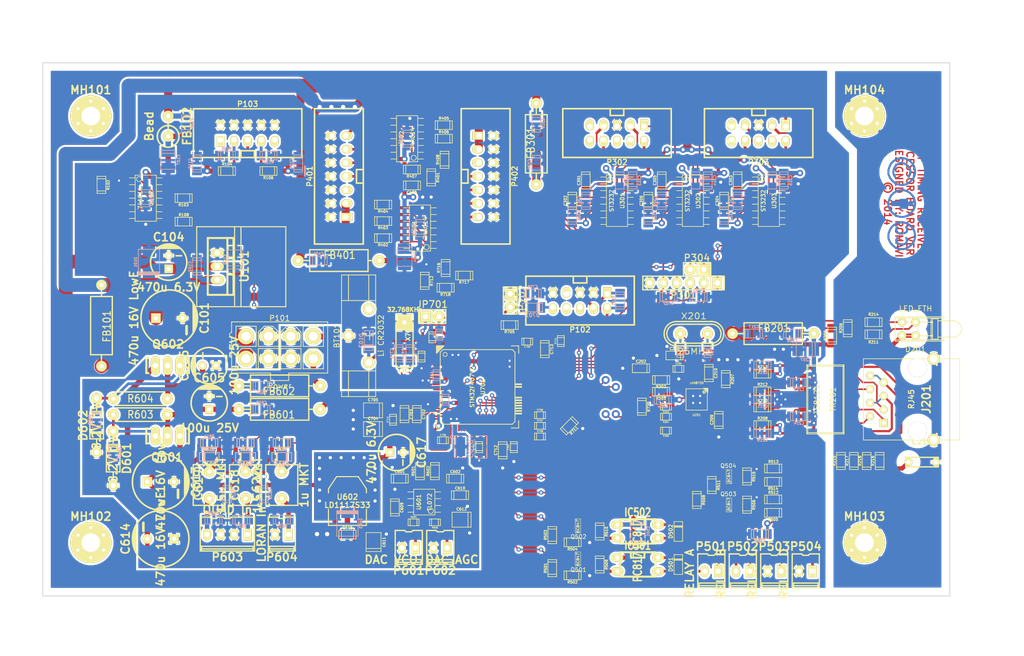
<source format=kicad_pcb>
(kicad_pcb (version 3) (host pcbnew "(2014-02-24 BZR 4719)-product")
  (layers (15 F.Cu signal) (2 JumperF.Cu jumper) (1 JumperB.Cu jumper) (0 B.Cu signal) (18 B.Paste user) (19 F.Paste user) (20 B.SilkS user) (21 F.SilkS user) (22 B.Mask user) (23 F.Mask user) (28 Edge.Cuts user))
  (net 0 "")
  (net 1 +3.3VADC)
  (net 2 +5VD)
  (net 3 +7.5V)
  (net 4 -7.5V)
  (net 5 /+5V)
  (net 6 "/Analog part/+15V")
  (net 7 "/Analog part/+15V_AS")
  (net 8 "/Analog part/-15V")
  (net 9 "/Analog part/-15V_AS")
  (net 10 "/Analog part/DAC1_IN")
  (net 11 "/Analog part/DAC2_IN")
  (net 12 /CBL_VDD)
  (net 13 /CB_OSC)
  (net 14 /CB_PPS_IN)
  (net 15 /CB_PPS_OUT)
  (net 16 "/Ethernet PHY/LED1")
  (net 17 "/Ethernet PHY/LED2")
  (net 18 "/Ethernet PHY/PHY_VDDA")
  (net 19 "/Ethernet PHY/RMII_CRS_DV")
  (net 20 "/Ethernet PHY/RMII_MDC")
  (net 21 "/Ethernet PHY/RMII_MDIO")
  (net 22 "/Ethernet PHY/RMII_NRST")
  (net 23 "/Ethernet PHY/RMII_REFCLK")
  (net 24 "/Ethernet PHY/RMII_RX0")
  (net 25 "/Ethernet PHY/RMII_RX1")
  (net 26 "/Ethernet PHY/RMII_TX0")
  (net 27 "/Ethernet PHY/RMII_TX1")
  (net 28 "/Ethernet PHY/RMII_TX_EN")
  (net 29 "/Ethernet PHY/RX+")
  (net 30 "/Ethernet PHY/RX-")
  (net 31 "/Ethernet PHY/RXN")
  (net 32 "/Ethernet PHY/RXP")
  (net 33 "/Ethernet PHY/TX+")
  (net 34 "/Ethernet PHY/TX-")
  (net 35 "/Ethernet PHY/TXN")
  (net 36 "/Ethernet PHY/TXP")
  (net 37 "/Ethernet PHY/VDDCR")
  (net 38 "/Ethernet PHY/XTAL1")
  (net 39 "/Ethernet PHY/XTAL2")
  (net 40 "/RS232 interface/DTE1_CTS")
  (net 41 "/RS232 interface/DTE1_DCD")
  (net 42 "/RS232 interface/DTE1_RTS")
  (net 43 "/RS232 interface/DTE1_RxD")
  (net 44 "/RS232 interface/DTE1_TxD")
  (net 45 "/RS232 interface/DTE2_CTS")
  (net 46 "/RS232 interface/DTE2_DCD")
  (net 47 "/RS232 interface/DTE2_RTS")
  (net 48 "/RS232 interface/DTE2_RxD")
  (net 49 "/RS232 interface/DTE2_TxD")
  (net 50 "/RS232 interface/RS232_PWR")
  (net 51 "/RS232 interface/UART1_CTS")
  (net 52 "/RS232 interface/UART1_RTS")
  (net 53 "/RS232 interface/UART1_RX")
  (net 54 "/RS232 interface/UART1_TX")
  (net 55 "/RS232 interface/UART2_CTS")
  (net 56 "/RS232 interface/UART2_RTS")
  (net 57 "/RS232 interface/UART2_RX")
  (net 58 "/RS232 interface/UART2_TX")
  (net 59 "/SPI interface/SPIA_MISO")
  (net 60 "/SPI interface/SPIA_MOSI")
  (net 61 "/SPI interface/SPIA_SCK")
  (net 62 "/SPI interface/SPIA_STRB")
  (net 63 "/SPI interface/SPIB_MISO")
  (net 64 "/SPI interface/SPIB_SCK")
  (net 65 "/SPI interface/SPIB_STRB")
  (net 66 "/SPI interface/SPI_MISO")
  (net 67 "/SPI interface/SPI_MOSI")
  (net 68 "/SPI interface/SPI_SCK")
  (net 69 "/SPI interface/SPI_STRB")
  (net 70 "/SPI interface/SPI_VDD")
  (net 71 "/uC STM32F407/ADC1_IN")
  (net 72 "/uC STM32F407/ADC2_IN")
  (net 73 "/uC STM32F407/ADC3_IN")
  (net 74 "/uC STM32F407/BOOT0")
  (net 75 "/uC STM32F407/BOOT1")
  (net 76 "/uC STM32F407/LSE_IN")
  (net 77 "/uC STM32F407/LSE_OUT")
  (net 78 "/uC STM32F407/OSC_IN")
  (net 79 "/uC STM32F407/PPS1")
  (net 80 "/uC STM32F407/PPS2")
  (net 81 "/uC STM32F407/PPS3")
  (net 82 "/uC STM32F407/PPS_IN")
  (net 83 "/uC STM32F407/RELAY1")
  (net 84 "/uC STM32F407/RELAY2")
  (net 85 "/uC STM32F407/RELAY3")
  (net 86 "/uC STM32F407/RELAY4")
  (net 87 "/uC STM32F407/SWCLK")
  (net 88 "/uC STM32F407/SWDIO")
  (net 89 "/uC STM32F407/SWNTRST")
  (net 90 "/uC STM32F407/VBAT")
  (net 91 AGND)
  (net 92 GND)
  (net 93 GNDPWR)
  (net 94 "Net-(C212-Pad1)")
  (net 95 "Net-(C301-Pad1)")
  (net 96 "Net-(C301-Pad2)")
  (net 97 "Net-(C302-Pad1)")
  (net 98 "Net-(C302-Pad2)")
  (net 99 "Net-(C303-Pad1)")
  (net 100 "Net-(C303-Pad2)")
  (net 101 "Net-(C304-Pad1)")
  (net 102 "Net-(C304-Pad2)")
  (net 103 "Net-(C305-Pad1)")
  (net 104 "Net-(C305-Pad2)")
  (net 105 "Net-(C306-Pad1)")
  (net 106 "Net-(C306-Pad2)")
  (net 107 "Net-(C307-Pad2)")
  (net 108 "Net-(C308-Pad2)")
  (net 109 "Net-(C309-Pad2)")
  (net 110 "Net-(C310-Pad2)")
  (net 111 "Net-(C311-Pad2)")
  (net 112 "Net-(C312-Pad2)")
  (net 113 "Net-(C502-Pad1)")
  (net 114 "Net-(C601-Pad1)")
  (net 115 "Net-(C602-Pad2)")
  (net 116 "Net-(C607-Pad1)")
  (net 117 "Net-(C608-Pad2)")
  (net 118 "Net-(C618-Pad1)")
  (net 119 "Net-(C619-Pad1)")
  (net 120 "Net-(C622-Pad1)")
  (net 121 "Net-(C701-Pad1)")
  (net 122 "Net-(C703-Pad1)")
  (net 123 "Net-(C712-Pad1)")
  (net 124 "Net-(C713-Pad1)")
  (net 125 "Net-(D201-Pad1)")
  (net 126 "Net-(D201-Pad3)")
  (net 127 "Net-(D501-Pad1)")
  (net 128 "Net-(D501-Pad2)")
  (net 129 "Net-(D502-Pad1)")
  (net 130 "Net-(D502-Pad2)")
  (net 131 "Net-(IC501-Pad2)")
  (net 132 "Net-(IC502-Pad2)")
  (net 133 "Net-(J201-Pad4)")
  (net 134 "Net-(J201-Pad7)")
  (net 135 "Net-(MH101-Pad1)")
  (net 136 "Net-(MH102-Pad1)")
  (net 137 "Net-(P304-Pad1)")
  (net 138 "Net-(P304-Pad2)")
  (net 139 "Net-(P503-Pad1)")
  (net 140 "Net-(P504-Pad1)")
  (net 141 "Net-(P601-Pad1)")
  (net 142 "Net-(P602-Pad1)")
  (net 143 "Net-(Q501-Pad1)")
  (net 144 "Net-(Q501-Pad3)")
  (net 145 "Net-(Q502-Pad1)")
  (net 146 "Net-(Q502-Pad3)")
  (net 147 "Net-(Q503-Pad1)")
  (net 148 "Net-(Q504-Pad1)")
  (net 149 "Net-(R102-Pad2)")
  (net 150 "Net-(R103-Pad1)")
  (net 151 "Net-(R108-Pad2)")
  (net 152 "Net-(R201-Pad2)")
  (net 153 "Net-(R202-Pad2)")
  (net 154 "Net-(R203-Pad2)")
  (net 155 "Net-(R204-Pad2)")
  (net 156 "Net-(R205-Pad2)")
  (net 157 "Net-(R207-Pad1)")
  (net 158 "Net-(R215-Pad1)")
  (net 159 "Net-(R216-Pad1)")
  (net 160 "Net-(R402-Pad2)")
  (net 161 "Net-(R403-Pad2)")
  (net 162 "Net-(R404-Pad2)")
  (net 163 "Net-(R405-Pad2)")
  (net 164 "Net-(R406-Pad2)")
  (net 165 "Net-(R408-Pad1)")
  (net 166 "Net-(R605-Pad1)")
  (net 167 "Net-(R606-Pad1)")
  (net 168 "Net-(R706-Pad2)")
  (net 169 "Net-(R707-Pad2)")
  (net 170 "Net-(R708-Pad2)")
  (net 171 "Net-(R715-Pad2)")
  (net 172 "Net-(R716-Pad2)")
  (net 173 "Net-(R717-Pad2)")
  (net 174 "Net-(R718-Pad2)")
  (net 175 VDD)
  (module Connect:RJ45_8 (layer F.Cu) (at 219.456 96.732 90)
    (fp_text reference J201 (at 0.032 1.644 90) (layer F.SilkS) (effects (font (thickness 0.3048))))
    (fp_text value RJ45 (at 0.032 -1.156 90) (layer F.SilkS) (effects (font (size 1.00076 1.00076) (thickness 0.2032))))
    (pad 9 thru_hole circle (at -7.62 3.048 90) (size 2.35 2.35) (drill 1.5) (layers *.Cu *.Mask F.SilkS) (net 93 GNDPWR))
    (pad Hole thru_hole circle (at 5.93852 0 90) (size 3.5 3.5) (drill 3.5) (layers *.Cu *.Mask F.SilkS))
    (pad Hole thru_hole circle (at -5.9309 0 90) (size 3.5 3.5) (drill 3.5) (layers *.Cu *.Mask F.SilkS))
    (pad 1 thru_hole rect (at -4.445 -6.35 90) (size 1.5 1.5) (drill 0.8) (layers *.Cu *.Mask F.SilkS) (net 33 "/Ethernet PHY/TX+"))
    (pad 2 thru_hole circle (at -3.175 -8.89 90) (size 1.5 1.5) (drill 0.8) (layers *.Cu *.Mask F.SilkS) (net 34 "/Ethernet PHY/TX-"))
    (pad 3 thru_hole circle (at -1.905 -6.35 90) (size 1.5 1.5) (drill 0.8) (layers *.Cu *.Mask F.SilkS) (net 29 "/Ethernet PHY/RX+"))
    (pad 4 thru_hole circle (at -0.635 -8.89 90) (size 1.5 1.5) (drill 0.8) (layers *.Cu *.Mask F.SilkS) (net 133 "Net-(J201-Pad4)"))
    (pad 5 thru_hole circle (at 0.635 -6.35 90) (size 1.5 1.5) (drill 0.8) (layers *.Cu *.Mask F.SilkS) (net 133 "Net-(J201-Pad4)"))
    (pad 6 thru_hole circle (at 1.905 -8.89 90) (size 1.5 1.5) (drill 0.8) (layers *.Cu *.Mask F.SilkS) (net 30 "/Ethernet PHY/RX-"))
    (pad 7 thru_hole circle (at 3.175 -6.35 90) (size 1.5 1.5) (drill 0.8) (layers *.Cu *.Mask F.SilkS) (net 134 "Net-(J201-Pad7)"))
    (pad 8 thru_hole circle (at 4.445 -8.89 90) (size 1.5 1.5) (drill 0.8) (layers *.Cu *.Mask F.SilkS) (net 134 "Net-(J201-Pad7)"))
    (pad 9 thru_hole circle (at 7.62 3.048 90) (size 2.35 2.35) (drill 1.5) (layers *.Cu *.Mask F.SilkS) (net 93 GNDPWR))
  )
  (module w_smd_lqfp:TQFP-100 (layer F.Cu) (at 137 94.4 270)
    (fp_text reference U701 (at 0 -1.00076 270) (layer F.SilkS) (effects (font (size 0.7493 0.7493) (thickness 0.14986))))
    (fp_text value STM32F407VG (at 0 1.00076 270) (layer F.SilkS) (effects (font (size 0.7493 0.7493) (thickness 0.14986))))
    (pad 4 smd rect (at -4.50088 7.67588 270) (size 0.29972 1.30048) (layers F.Cu F.Paste F.Mask))
    (pad 5 smd rect (at -4.0005 7.67588 270) (size 0.29972 1.30048) (layers F.Cu F.Paste F.Mask))
    (pad 6 smd rect (at -3.50012 7.67588 270) (size 0.29972 1.30048) (layers F.Cu F.Paste F.Mask) (net 90 "/uC STM32F407/VBAT"))
    (pad 7 smd rect (at -2.99974 7.67588 270) (size 0.29972 1.30048) (layers F.Cu F.Paste F.Mask))
    (pad 8 smd rect (at -2.49936 7.67588 270) (size 0.29972 1.30048) (layers F.Cu F.Paste F.Mask) (net 76 "/uC STM32F407/LSE_IN"))
    (pad 1 smd rect (at -5.99948 7.67588 270) (size 0.29972 1.30048) (layers F.Cu F.Paste F.Mask))
    (pad 2 smd rect (at -5.4991 7.67588 270) (size 0.29972 1.30048) (layers F.Cu F.Paste F.Mask))
    (pad 3 smd rect (at -5.00126 7.67588 270) (size 0.29972 1.30048) (layers F.Cu F.Paste F.Mask))
    (pad 17 smd rect (at 1.99898 7.67588 270) (size 0.29972 1.30048) (layers F.Cu F.Paste F.Mask) (net 72 "/uC STM32F407/ADC2_IN"))
    (pad 18 smd rect (at 2.49936 7.67588 270) (size 0.29972 1.30048) (layers F.Cu F.Paste F.Mask) (net 73 "/uC STM32F407/ADC3_IN"))
    (pad 19 smd rect (at 2.99974 7.67588 270) (size 0.29972 1.30048) (layers F.Cu F.Paste F.Mask) (net 175 VDD))
    (pad 20 smd rect (at 3.50012 7.67588 270) (size 0.29972 1.30048) (layers F.Cu F.Paste F.Mask) (net 91 AGND))
    (pad 21 smd rect (at 4.0005 7.67588 270) (size 0.29972 1.30048) (layers F.Cu F.Paste F.Mask) (net 122 "Net-(C703-Pad1)"))
    (pad 22 smd rect (at 4.50088 7.67588 270) (size 0.29972 1.30048) (layers F.Cu F.Paste F.Mask) (net 1 +3.3VADC))
    (pad 23 smd rect (at 5.00126 7.67588 270) (size 0.29972 1.30048) (layers F.SilkS))
    (pad 24 smd rect (at 5.4991 7.67588 270) (size 0.29972 1.30048) (layers F.Cu F.Paste F.Mask) (net 23 "/Ethernet PHY/RMII_REFCLK"))
    (pad 33 smd rect (at 7.67588 2.49936 270) (size 1.30048 0.29972) (layers F.Cu F.Paste F.Mask) (net 24 "/Ethernet PHY/RMII_RX0"))
    (pad 34 smd rect (at 7.67588 1.99898 270) (size 1.30048 0.29972) (layers F.Cu F.Paste F.Mask) (net 25 "/Ethernet PHY/RMII_RX1"))
    (pad 35 smd rect (at 7.67588 1.50114 270) (size 1.30048 0.29972) (layers F.Cu F.Paste F.Mask))
    (pad 36 smd rect (at 7.67588 1.00076 270) (size 1.30048 0.29972) (layers F.Cu F.Paste F.Mask))
    (pad 37 smd rect (at 7.67588 0.50038 270) (size 1.30048 0.29972) (layers F.Cu F.Paste F.Mask) (net 75 "/uC STM32F407/BOOT1"))
    (pad 38 smd rect (at 7.67588 0 270) (size 1.30048 0.29972) (layers F.Cu F.Paste F.Mask))
    (pad 39 smd rect (at 7.67588 -0.50038 270) (size 1.30048 0.29972) (layers F.Cu F.Paste F.Mask))
    (pad 40 smd rect (at 7.67588 -1.00076 270) (size 1.30048 0.29972) (layers F.Cu F.Paste F.Mask))
    (pad 49 smd rect (at 7.67588 -5.4991 270) (size 1.30048 0.29972) (layers F.Cu F.Paste F.Mask) (net 123 "Net-(C712-Pad1)"))
    (pad 50 smd rect (at 7.67588 -5.99948 270) (size 1.30048 0.29972) (layers F.Cu F.Paste F.Mask) (net 175 VDD))
    (pad 51 smd rect (at 5.99948 -7.67588 270) (size 0.29972 1.30048) (layers F.Cu F.Paste F.Mask) (net 169 "Net-(R707-Pad2)"))
    (pad 52 smd rect (at 5.4991 -7.67588 270) (size 0.29972 1.30048) (layers F.Cu F.Paste F.Mask) (net 170 "Net-(R708-Pad2)"))
    (pad 53 smd rect (at 5.00126 -7.67588 270) (size 0.29972 1.30048) (layers F.SilkS))
    (pad 54 smd rect (at 4.50088 -7.67588 270) (size 0.29972 1.30048) (layers F.SilkS))
    (pad 55 smd rect (at 4.0005 -7.67588 270) (size 0.29972 1.30048) (layers F.SilkS))
    (pad 56 smd rect (at 3.50012 -7.67588 270) (size 0.29972 1.30048) (layers F.SilkS))
    (pad 9 smd rect (at -1.99898 7.67588 270) (size 0.29972 1.30048) (layers F.Cu F.Paste F.Mask) (net 77 "/uC STM32F407/LSE_OUT"))
    (pad 10 smd rect (at -1.50114 7.67588 270) (size 0.29972 1.30048) (layers F.Cu F.Paste F.Mask) (net 92 GND))
    (pad 11 smd rect (at -1.00076 7.67588 270) (size 0.29972 1.30048) (layers F.Cu F.Paste F.Mask) (net 175 VDD))
    (pad 25 smd rect (at 5.99948 7.67588 270) (size 0.29972 1.30048) (layers F.Cu F.Paste F.Mask) (net 21 "/Ethernet PHY/RMII_MDIO"))
    (pad 26 smd rect (at 7.67588 5.99948 270) (size 1.30048 0.29972) (layers F.Cu F.Paste F.Mask))
    (pad 27 smd rect (at 7.67588 5.4991 270) (size 1.30048 0.29972) (layers F.Cu F.Paste F.Mask) (net 92 GND))
    (pad 41 smd rect (at 7.67588 -1.50114 270) (size 1.30048 0.29972) (layers F.Cu F.Paste F.Mask) (net 83 "/uC STM32F407/RELAY1"))
    (pad 42 smd rect (at 7.67588 -1.99898 270) (size 1.30048 0.29972) (layers F.Cu F.Paste F.Mask) (net 84 "/uC STM32F407/RELAY2"))
    (pad 43 smd rect (at 7.67588 -2.49936 270) (size 1.30048 0.29972) (layers F.Cu F.Paste F.Mask) (net 85 "/uC STM32F407/RELAY3"))
    (pad 57 smd rect (at 2.99974 -7.67588 270) (size 0.29972 1.30048) (layers F.SilkS))
    (pad 58 smd rect (at 2.49936 -7.67588 270) (size 0.29972 1.30048) (layers F.SilkS))
    (pad 59 smd rect (at 1.99898 -7.67588 270) (size 0.29972 1.30048) (layers F.SilkS))
    (pad 12 smd rect (at -0.50038 7.67588 270) (size 0.29972 1.30048) (layers F.Cu F.Paste F.Mask) (net 78 "/uC STM32F407/OSC_IN"))
    (pad 13 smd rect (at 0 7.67588 270) (size 0.29972 1.30048) (layers F.Cu F.Paste F.Mask))
    (pad 14 smd rect (at 0.50038 7.67588 270) (size 0.29972 1.30048) (layers F.Cu F.Paste F.Mask) (net 121 "Net-(C701-Pad1)"))
    (pad 15 smd rect (at 1.00076 7.67588 270) (size 0.29972 1.30048) (layers F.Cu F.Paste F.Mask) (net 71 "/uC STM32F407/ADC1_IN"))
    (pad 16 smd rect (at 1.50114 7.67588 270) (size 0.29972 1.30048) (layers F.Cu F.Paste F.Mask) (net 20 "/Ethernet PHY/RMII_MDC"))
    (pad 28 smd rect (at 7.67588 5.00126 270) (size 1.30048 0.29972) (layers F.Cu F.Paste F.Mask) (net 175 VDD))
    (pad 29 smd rect (at 7.67588 4.50088 270) (size 1.30048 0.29972) (layers F.Cu F.Paste F.Mask) (net 10 "/Analog part/DAC1_IN"))
    (pad 30 smd rect (at 7.67588 4.0005 270) (size 1.30048 0.29972) (layers F.Cu F.Paste F.Mask) (net 11 "/Analog part/DAC2_IN"))
    (pad 31 smd rect (at 7.67588 3.50012 270) (size 1.30048 0.29972) (layers F.Cu F.Paste F.Mask))
    (pad 32 smd rect (at 7.67588 2.99974 270) (size 1.30048 0.29972) (layers F.Cu F.Paste F.Mask) (net 19 "/Ethernet PHY/RMII_CRS_DV"))
    (pad 44 smd rect (at 7.67588 -2.99974 270) (size 1.30048 0.29972) (layers F.Cu F.Paste F.Mask) (net 86 "/uC STM32F407/RELAY4"))
    (pad 45 smd rect (at 7.67588 -3.50012 270) (size 1.30048 0.29972) (layers F.Cu F.Paste F.Mask))
    (pad 46 smd rect (at 7.67588 -4.0005 270) (size 1.30048 0.29972) (layers F.Cu F.Paste F.Mask))
    (pad 47 smd rect (at 7.67588 -4.50088 270) (size 1.30048 0.29972) (layers F.Cu F.Paste F.Mask) (net 22 "/Ethernet PHY/RMII_NRST"))
    (pad 48 smd rect (at 7.67588 -5.00126 270) (size 1.30048 0.29972) (layers F.Cu F.Paste F.Mask) (net 168 "Net-(R706-Pad2)"))
    (pad 60 smd rect (at 1.50114 -7.67588 270) (size 0.29972 1.30048) (layers F.Cu F.Paste F.Mask))
    (pad 61 smd rect (at 1.00076 -7.67588 270) (size 0.29972 1.30048) (layers F.Cu F.Paste F.Mask))
    (pad 62 smd rect (at 0.50038 -7.67588 270) (size 0.29972 1.30048) (layers F.Cu F.Paste F.Mask))
    (pad 63 smd rect (at 0 -7.67588 270) (size 0.29972 1.30048) (layers F.SilkS))
    (pad 64 smd rect (at -0.50038 -7.67588 270) (size 0.29972 1.30048) (layers F.SilkS))
    (pad 65 smd rect (at -1.00076 -7.67588 270) (size 0.29972 1.30048) (layers F.Cu F.Paste F.Mask) (net 80 "/uC STM32F407/PPS2"))
    (pad 66 smd rect (at -1.50114 -7.67588 270) (size 0.29972 1.30048) (layers F.Cu F.Paste F.Mask) (net 79 "/uC STM32F407/PPS1"))
    (pad 67 smd rect (at -1.99898 -7.67588 270) (size 0.29972 1.30048) (layers F.Cu F.Paste F.Mask))
    (pad 68 smd rect (at -2.49936 -7.67588 270) (size 0.29972 1.30048) (layers F.Cu F.Paste F.Mask) (net 54 "/RS232 interface/UART1_TX"))
    (pad 69 smd rect (at -2.99974 -7.67588 270) (size 0.29972 1.30048) (layers F.Cu F.Paste F.Mask) (net 53 "/RS232 interface/UART1_RX"))
    (pad 70 smd rect (at -3.50012 -7.67588 270) (size 0.29972 1.30048) (layers F.Cu F.Paste F.Mask) (net 51 "/RS232 interface/UART1_CTS"))
    (pad 71 smd rect (at -4.0005 -7.67588 270) (size 0.29972 1.30048) (layers F.Cu F.Paste F.Mask) (net 52 "/RS232 interface/UART1_RTS"))
    (pad 72 smd rect (at -4.50088 -7.67588 270) (size 0.29972 1.30048) (layers F.Cu F.Paste F.Mask) (net 171 "Net-(R715-Pad2)"))
    (pad 73 smd rect (at -5.00126 -7.67588 270) (size 0.29972 1.30048) (layers F.Cu F.Paste F.Mask) (net 124 "Net-(C713-Pad1)"))
    (pad 74 smd rect (at -5.4991 -7.67588 270) (size 0.29972 1.30048) (layers F.Cu F.Paste F.Mask) (net 92 GND))
    (pad 75 smd rect (at -5.99948 -7.67588 270) (size 0.29972 1.30048) (layers F.Cu F.Paste F.Mask) (net 175 VDD))
    (pad 76 smd rect (at -7.67588 -5.99948 270) (size 1.30048 0.29972) (layers F.Cu F.Paste F.Mask) (net 87 "/uC STM32F407/SWCLK"))
    (pad 77 smd rect (at -7.67588 -5.4991 270) (size 1.30048 0.29972) (layers F.Cu F.Paste F.Mask))
    (pad 78 smd rect (at -7.67588 -5.00126 270) (size 1.30048 0.29972) (layers F.Cu F.Paste F.Mask))
    (pad 79 smd rect (at -7.67588 -4.50088 270) (size 1.30048 0.29972) (layers F.Cu F.Paste F.Mask))
    (pad 80 smd rect (at -7.67588 -4.0005 270) (size 1.30048 0.29972) (layers F.Cu F.Paste F.Mask))
    (pad 81 smd rect (at -7.67588 -3.50012 270) (size 1.30048 0.29972) (layers F.Cu F.Paste F.Mask))
    (pad 82 smd rect (at -7.67588 -2.99974 270) (size 1.30048 0.29972) (layers F.Cu F.Paste F.Mask))
    (pad 83 smd rect (at -7.67588 -2.49936 270) (size 1.30048 0.29972) (layers F.Cu F.Paste F.Mask))
    (pad 84 smd rect (at -7.67588 -1.99898 270) (size 1.30048 0.29972) (layers F.Cu F.Paste F.Mask) (net 55 "/RS232 interface/UART2_CTS"))
    (pad 85 smd rect (at -7.67588 -1.50114 270) (size 1.30048 0.29972) (layers F.Cu F.Paste F.Mask) (net 56 "/RS232 interface/UART2_RTS"))
    (pad 86 smd rect (at -7.67588 -1.00076 270) (size 1.30048 0.29972) (layers F.Cu F.Paste F.Mask) (net 58 "/RS232 interface/UART2_TX"))
    (pad 87 smd rect (at -7.67588 -0.50038 270) (size 1.30048 0.29972) (layers F.Cu F.Paste F.Mask) (net 57 "/RS232 interface/UART2_RX"))
    (pad 88 smd rect (at -7.67588 0 270) (size 1.30048 0.29972) (layers F.Cu F.Paste F.Mask))
    (pad 89 smd rect (at -7.67588 0.50038 270) (size 1.30048 0.29972) (layers F.Cu F.Paste F.Mask) (net 173 "Net-(R717-Pad2)"))
    (pad 90 smd rect (at -7.67588 1.00076 270) (size 1.30048 0.29972) (layers F.Cu F.Paste F.Mask) (net 66 "/SPI interface/SPI_MISO"))
    (pad 91 smd rect (at -7.67588 1.50114 270) (size 1.30048 0.29972) (layers F.Cu F.Paste F.Mask) (net 174 "Net-(R718-Pad2)"))
    (pad 92 smd rect (at -7.67588 1.99898 270) (size 1.30048 0.29972) (layers F.Cu F.Paste F.Mask) (net 172 "Net-(R716-Pad2)"))
    (pad 93 smd rect (at -7.67588 2.49936 270) (size 1.30048 0.29972) (layers F.Cu F.Paste F.Mask) (net 82 "/uC STM32F407/PPS_IN"))
    (pad 94 smd rect (at -7.67588 2.99974 270) (size 1.30048 0.29972) (layers F.Cu F.Paste F.Mask) (net 74 "/uC STM32F407/BOOT0"))
    (pad 95 smd rect (at -7.67588 3.50012 270) (size 1.30048 0.29972) (layers F.Cu F.Paste F.Mask) (net 81 "/uC STM32F407/PPS3"))
    (pad 96 smd rect (at -7.67588 4.0005 270) (size 1.30048 0.29972) (layers F.Cu F.Paste F.Mask))
    (pad 97 smd rect (at -7.67588 4.50088 270) (size 1.30048 0.29972) (layers F.Cu F.Paste F.Mask))
    (pad 98 smd rect (at -7.67588 5.00126 270) (size 1.30048 0.29972) (layers F.Cu F.Paste F.Mask))
    (pad 99 smd rect (at -7.67588 5.4991 270) (size 1.30048 0.29972) (layers F.Cu F.Paste F.Mask) (net 92 GND))
    (pad 100 smd rect (at -7.67588 5.99948 270) (size 1.30048 0.29972) (layers F.Cu F.Paste F.Mask) (net 175 VDD))
  )
  (module SMD_Packages:SOT223 (layer F.Cu) (at 112.6 115.8)
    (fp_text reference U602 (at 0 -0.762) (layer F.SilkS) (effects (font (size 1.016 1.016) (thickness 0.2032))))
    (fp_text value LD1117S33 (at 0 0.762) (layer F.SilkS) (effects (font (size 1.016 1.016) (thickness 0.2032))))
    (pad 2 smd rect (at 0 -3.302) (size 3.6576 2.032) (layers F.Cu F.Paste F.Mask) (net 1 +3.3VADC))
    (pad 2 smd rect (at 0 3.302) (size 1.016 2.032) (layers F.Cu F.Paste F.Mask) (net 1 +3.3VADC))
    (pad 3 smd rect (at 2.286 3.302) (size 1.016 2.032) (layers F.Cu F.Paste F.Mask) (net 3 +7.5V))
    (pad 1 smd rect (at -2.286 3.302) (size 1.016 2.032) (layers F.Cu F.Paste F.Mask) (net 91 AGND))
  )
  (module w_pth_capacitors:CP_10x12.5mm (layer F.Cu) (at 79.2 81.5 270)
    (fp_text reference C101 (at 0 -6.6 270) (layer F.SilkS) (effects (font (thickness 0.3048))))
    (fp_text value "470u 16V LowE" (at 0 6.6 270) (layer F.SilkS) (effects (font (thickness 0.3048))))
    (pad 1 thru_hole rect (at 0 2.5 270) (size 1.8 1.8) (drill 0.8) (layers *.Cu *.Mask F.SilkS) (net 2 +5VD))
    (pad 2 thru_hole circle (at 0 -2.5 270) (size 1.8 1.8) (drill 0.8) (layers *.Cu *.Mask F.SilkS) (net 92 GND))
  )
  (module w_smd_capacitors:c_1206 (layer B.Cu) (at 84.4 71.8 270)
    (fp_text reference C102 (at 0.0254 1.2954 270) (layer B.SilkS) (effects (font (size 0.50038 0.50038) (thickness 0.11938)) (justify mirror)))
    (fp_text value 100n hide)
    (pad 1 smd rect (at 1.397 0 270) (size 1.6002 1.8034) (layers B.Cu B.Paste B.Mask) (net 2 +5VD))
    (pad 2 smd rect (at -1.397 0 270) (size 1.6002 1.8034) (layers B.Cu B.Paste B.Mask) (net 92 GND))
  )
  (module w_smd_capacitors:c_tant_B (layer B.Cu) (at 91.6 70.5 270)
    (fp_text reference C103 (at 0 1.9685 270) (layer B.SilkS) (effects (font (size 0.50038 0.50038) (thickness 0.11938)) (justify mirror)))
    (fp_text value "10u 6.3V Ta" hide)
    (pad 1 smd rect (at 1.524 0 270) (size 1.95072 2.49936) (layers B.Cu B.Paste B.Mask) (net 175 VDD))
    (pad 2 smd rect (at -1.524 0 270) (size 1.95072 2.49936) (layers B.Cu B.Paste B.Mask) (net 92 GND))
  )
  (module w_pth_capacitors:CP_6.3x11mm (layer F.Cu) (at 79.1 71)
    (fp_text reference C104 (at 0 -4.7) (layer F.SilkS) (effects (font (thickness 0.3048))))
    (fp_text value "470u 6.3V" (at 0 4.7) (layer F.SilkS) (effects (font (thickness 0.3048))))
    (pad 1 thru_hole rect (at 0 1.25) (size 1.6 1.6) (drill 0.8) (layers *.Cu *.Mask F.SilkS) (net 175 VDD))
    (pad 2 thru_hole circle (at 0 -1.25) (size 1.6 1.6) (drill 0.8) (layers *.Cu *.Mask F.SilkS) (net 92 GND))
  )
  (module w_smd_capacitors:c_1206 (layer B.Cu) (at 74.8 59 90)
    (fp_text reference C106 (at 0.0254 1.2954 90) (layer B.SilkS) (effects (font (size 0.50038 0.50038) (thickness 0.11938)) (justify mirror)))
    (fp_text value 100n hide)
    (pad 1 smd rect (at 1.397 0 90) (size 1.6002 1.8034) (layers B.Cu B.Paste B.Mask) (net 12 /CBL_VDD))
    (pad 2 smd rect (at -1.397 0 90) (size 1.6002 1.8034) (layers B.Cu B.Paste B.Mask) (net 92 GND))
  )
  (module w_smd_capacitors:c_tant_B (layer B.Cu) (at 79 51.8 90)
    (fp_text reference C107 (at 0 1.9685 90) (layer B.SilkS) (effects (font (size 0.50038 0.50038) (thickness 0.11938)) (justify mirror)))
    (fp_text value "10u 6.3V Ta" hide)
    (pad 1 smd rect (at 1.524 0 90) (size 1.95072 2.49936) (layers B.Cu B.Paste B.Mask) (net 12 /CBL_VDD))
    (pad 2 smd rect (at -1.524 0 90) (size 1.95072 2.49936) (layers B.Cu B.Paste B.Mask) (net 92 GND))
  )
  (module w_smd_capacitors:c_1206 (layer B.Cu) (at 82.3 45 90)
    (fp_text reference C108 (at 0.0254 1.2954 90) (layer B.SilkS) (effects (font (size 0.50038 0.50038) (thickness 0.11938)) (justify mirror)))
    (fp_text value 100n hide)
    (pad 1 smd rect (at 1.397 0 90) (size 1.6002 1.8034) (layers B.Cu B.Paste B.Mask) (net 175 VDD))
    (pad 2 smd rect (at -1.397 0 90) (size 1.6002 1.8034) (layers B.Cu B.Paste B.Mask) (net 92 GND))
  )
  (module w_smd_capacitors:c_1206 (layer B.Cu) (at 103.4 52.5 270)
    (fp_text reference C109 (at 0.0254 1.2954 270) (layer B.SilkS) (effects (font (size 0.50038 0.50038) (thickness 0.11938)) (justify mirror)))
    (fp_text value 100n hide)
    (pad 1 smd rect (at 1.397 0 270) (size 1.6002 1.8034) (layers B.Cu B.Paste B.Mask) (net 12 /CBL_VDD))
    (pad 2 smd rect (at -1.397 0 270) (size 1.6002 1.8034) (layers B.Cu B.Paste B.Mask) (net 92 GND))
  )
  (module w_smd_capacitors:c_tant_A (layer F.Cu) (at 167.6 90.9)
    (fp_text reference C202 (at 0.0254 -1.2954) (layer F.SilkS) (effects (font (size 0.50038 0.50038) (thickness 0.11938))))
    (fp_text value "2.2u 6.3V Ta" hide)
    (pad 1 smd rect (at 1.37414 0) (size 1.95072 1.50114) (layers F.Cu F.Paste F.Mask) (net 175 VDD))
    (pad 2 smd rect (at -1.37414 0) (size 1.95072 1.50114) (layers F.Cu F.Paste F.Mask) (net 92 GND))
  )
  (module w_smd_capacitors:c_1206 (layer B.Cu) (at 171.7 96.8)
    (fp_text reference C204 (at 0.0254 1.2954) (layer B.SilkS) (effects (font (size 0.50038 0.50038) (thickness 0.11938)) (justify mirror)))
    (fp_text value 100n hide)
    (pad 1 smd rect (at 1.397 0) (size 1.6002 1.8034) (layers B.Cu B.Paste B.Mask) (net 175 VDD))
    (pad 2 smd rect (at -1.397 0) (size 1.6002 1.8034) (layers B.Cu B.Paste B.Mask) (net 92 GND))
  )
  (module w_smd_capacitors:c_tant_A (layer F.Cu) (at 173.9 88.5)
    (fp_text reference C206 (at 0.0254 -1.2954) (layer F.SilkS) (effects (font (size 0.50038 0.50038) (thickness 0.11938))))
    (fp_text value "2.2u 6.3V Ta" hide)
    (pad 1 smd rect (at 1.37414 0) (size 1.95072 1.50114) (layers F.Cu F.Paste F.Mask) (net 37 "/Ethernet PHY/VDDCR"))
    (pad 2 smd rect (at -1.37414 0) (size 1.95072 1.50114) (layers F.Cu F.Paste F.Mask) (net 92 GND))
  )
  (module w_smd_capacitors:c_tant_B (layer B.Cu) (at 198.501 87.334)
    (fp_text reference C207 (at 0 1.9685) (layer B.SilkS) (effects (font (size 0.50038 0.50038) (thickness 0.11938)) (justify mirror)))
    (fp_text value "10u 6.3V Ta" hide)
    (pad 1 smd rect (at 1.524 0) (size 1.95072 2.49936) (layers B.Cu B.Paste B.Mask) (net 18 "/Ethernet PHY/PHY_VDDA"))
    (pad 2 smd rect (at -1.524 0) (size 1.95072 2.49936) (layers B.Cu B.Paste B.Mask) (net 92 GND))
  )
  (module w_smd_capacitors:c_1206 (layer B.Cu) (at 195.961 84.413)
    (fp_text reference C208 (at 0.0254 1.2954) (layer B.SilkS) (effects (font (size 0.50038 0.50038) (thickness 0.11938)) (justify mirror)))
    (fp_text value 100n hide)
    (pad 1 smd rect (at 1.397 0) (size 1.6002 1.8034) (layers B.Cu B.Paste B.Mask) (net 18 "/Ethernet PHY/PHY_VDDA"))
    (pad 2 smd rect (at -1.397 0) (size 1.6002 1.8034) (layers B.Cu B.Paste B.Mask) (net 92 GND))
  )
  (module w_smd_capacitors:c_1206 (layer B.Cu) (at 190.373 96.741)
    (fp_text reference C211 (at 0.0254 1.2954) (layer B.SilkS) (effects (font (size 0.50038 0.50038) (thickness 0.11938)) (justify mirror)))
    (fp_text value 22n hide)
    (pad 1 smd rect (at 1.397 0) (size 1.6002 1.8034) (layers B.Cu B.Paste B.Mask) (net 18 "/Ethernet PHY/PHY_VDDA"))
    (pad 2 smd rect (at -1.397 0) (size 1.6002 1.8034) (layers B.Cu B.Paste B.Mask) (net 92 GND))
  )
  (module w_pth_capacitors:cnp_6mm_disc (layer F.Cu) (at 220.3 108.5)
    (fp_text reference C212 (at 0 -3.81) (layer F.SilkS) (effects (font (size 1.016 1.016) (thickness 0.2032))))
    (fp_text value "1n 2000V" hide)
    (pad 1 thru_hole circle (at -2.54 0) (size 1.5 1.5) (drill 0.8) (layers *.Cu *.Mask F.SilkS) (net 94 "Net-(C212-Pad1)"))
    (pad 2 thru_hole circle (at 2.54 0) (size 1.5 1.5) (drill 0.8) (layers *.Cu *.Mask F.SilkS) (net 93 GNDPWR))
  )
  (module w_smd_capacitors:c_1206 (layer F.Cu) (at 157.2825 55.675 90)
    (fp_text reference C301 (at 0.0254 -1.2954 90) (layer F.SilkS) (effects (font (size 0.50038 0.50038) (thickness 0.11938))))
    (fp_text value 100n hide)
    (pad 1 smd rect (at 1.397 0 90) (size 1.6002 1.8034) (layers F.Cu F.Paste F.Mask) (net 95 "Net-(C301-Pad1)"))
    (pad 2 smd rect (at -1.397 0 90) (size 1.6002 1.8034) (layers F.Cu F.Paste F.Mask) (net 96 "Net-(C301-Pad2)"))
  )
  (module w_smd_capacitors:c_1206 (layer F.Cu) (at 154.7425 59.485 90)
    (fp_text reference C302 (at 0.0254 -1.2954 90) (layer F.SilkS) (effects (font (size 0.50038 0.50038) (thickness 0.11938))))
    (fp_text value 100n hide)
    (pad 1 smd rect (at 1.397 0 90) (size 1.6002 1.8034) (layers F.Cu F.Paste F.Mask) (net 97 "Net-(C302-Pad1)"))
    (pad 2 smd rect (at -1.397 0 90) (size 1.6002 1.8034) (layers F.Cu F.Paste F.Mask) (net 98 "Net-(C302-Pad2)"))
  )
  (module w_smd_capacitors:c_1206 (layer F.Cu) (at 185.7305 55.675 90)
    (fp_text reference C303 (at 0.0254 -1.2954 90) (layer F.SilkS) (effects (font (size 0.50038 0.50038) (thickness 0.11938))))
    (fp_text value 100n hide)
    (pad 1 smd rect (at 1.397 0 90) (size 1.6002 1.8034) (layers F.Cu F.Paste F.Mask) (net 99 "Net-(C303-Pad1)"))
    (pad 2 smd rect (at -1.397 0 90) (size 1.6002 1.8034) (layers F.Cu F.Paste F.Mask) (net 100 "Net-(C303-Pad2)"))
  )
  (module w_smd_capacitors:c_1206 (layer F.Cu) (at 183.1905 59.485 90)
    (fp_text reference C304 (at 0.0254 -1.2954 90) (layer F.SilkS) (effects (font (size 0.50038 0.50038) (thickness 0.11938))))
    (fp_text value 100n hide)
    (pad 1 smd rect (at 1.397 0 90) (size 1.6002 1.8034) (layers F.Cu F.Paste F.Mask) (net 101 "Net-(C304-Pad1)"))
    (pad 2 smd rect (at -1.397 0 90) (size 1.6002 1.8034) (layers F.Cu F.Paste F.Mask) (net 102 "Net-(C304-Pad2)"))
  )
  (module w_smd_capacitors:c_1206 (layer F.Cu) (at 171.5065 55.675 90)
    (fp_text reference C305 (at 0.0254 -1.2954 90) (layer F.SilkS) (effects (font (size 0.50038 0.50038) (thickness 0.11938))))
    (fp_text value 100n hide)
    (pad 1 smd rect (at 1.397 0 90) (size 1.6002 1.8034) (layers F.Cu F.Paste F.Mask) (net 103 "Net-(C305-Pad1)"))
    (pad 2 smd rect (at -1.397 0 90) (size 1.6002 1.8034) (layers F.Cu F.Paste F.Mask) (net 104 "Net-(C305-Pad2)"))
  )
  (module w_smd_capacitors:c_1206 (layer F.Cu) (at 168.9665 59.485 90)
    (fp_text reference C306 (at 0.0254 -1.2954 90) (layer F.SilkS) (effects (font (size 0.50038 0.50038) (thickness 0.11938))))
    (fp_text value 100n hide)
    (pad 1 smd rect (at 1.397 0 90) (size 1.6002 1.8034) (layers F.Cu F.Paste F.Mask) (net 105 "Net-(C306-Pad1)"))
    (pad 2 smd rect (at -1.397 0 90) (size 1.6002 1.8034) (layers F.Cu F.Paste F.Mask) (net 106 "Net-(C306-Pad2)"))
  )
  (module w_smd_capacitors:c_1206 (layer B.Cu) (at 157.2825 59.485 270)
    (fp_text reference C307 (at 0.0254 1.2954 270) (layer B.SilkS) (effects (font (size 0.50038 0.50038) (thickness 0.11938)) (justify mirror)))
    (fp_text value 100n hide)
    (pad 1 smd rect (at 1.397 0 270) (size 1.6002 1.8034) (layers B.Cu B.Paste B.Mask) (net 92 GND))
    (pad 2 smd rect (at -1.397 0 270) (size 1.6002 1.8034) (layers B.Cu B.Paste B.Mask) (net 107 "Net-(C307-Pad2)"))
  )
  (module w_smd_capacitors:c_1206 (layer B.Cu) (at 154.7425 62.279 90)
    (fp_text reference C308 (at 0.0254 1.2954 90) (layer B.SilkS) (effects (font (size 0.50038 0.50038) (thickness 0.11938)) (justify mirror)))
    (fp_text value 100n hide)
    (pad 1 smd rect (at 1.397 0 90) (size 1.6002 1.8034) (layers B.Cu B.Paste B.Mask) (net 92 GND))
    (pad 2 smd rect (at -1.397 0 90) (size 1.6002 1.8034) (layers B.Cu B.Paste B.Mask) (net 108 "Net-(C308-Pad2)"))
  )
  (module w_smd_capacitors:c_1206 (layer B.Cu) (at 171.5065 59.485 270)
    (fp_text reference C309 (at 0.0254 1.2954 270) (layer B.SilkS) (effects (font (size 0.50038 0.50038) (thickness 0.11938)) (justify mirror)))
    (fp_text value 100n hide)
    (pad 1 smd rect (at 1.397 0 270) (size 1.6002 1.8034) (layers B.Cu B.Paste B.Mask) (net 92 GND))
    (pad 2 smd rect (at -1.397 0 270) (size 1.6002 1.8034) (layers B.Cu B.Paste B.Mask) (net 109 "Net-(C309-Pad2)"))
  )
  (module w_smd_capacitors:c_1206 (layer B.Cu) (at 168.9665 62.279 90)
    (fp_text reference C310 (at 0.0254 1.2954 90) (layer B.SilkS) (effects (font (size 0.50038 0.50038) (thickness 0.11938)) (justify mirror)))
    (fp_text value 100n hide)
    (pad 1 smd rect (at 1.397 0 90) (size 1.6002 1.8034) (layers B.Cu B.Paste B.Mask) (net 92 GND))
    (pad 2 smd rect (at -1.397 0 90) (size 1.6002 1.8034) (layers B.Cu B.Paste B.Mask) (net 110 "Net-(C310-Pad2)"))
  )
  (module w_smd_capacitors:c_1206 (layer B.Cu) (at 185.7305 59.485 270)
    (fp_text reference C311 (at 0.0254 1.2954 270) (layer B.SilkS) (effects (font (size 0.50038 0.50038) (thickness 0.11938)) (justify mirror)))
    (fp_text value 100n hide)
    (pad 1 smd rect (at 1.397 0 270) (size 1.6002 1.8034) (layers B.Cu B.Paste B.Mask) (net 92 GND))
    (pad 2 smd rect (at -1.397 0 270) (size 1.6002 1.8034) (layers B.Cu B.Paste B.Mask) (net 111 "Net-(C311-Pad2)"))
  )
  (module w_smd_capacitors:c_1206 (layer B.Cu) (at 183.1905 62.279 90)
    (fp_text reference C312 (at 0.0254 1.2954 90) (layer B.SilkS) (effects (font (size 0.50038 0.50038) (thickness 0.11938)) (justify mirror)))
    (fp_text value 100n hide)
    (pad 1 smd rect (at 1.397 0 90) (size 1.6002 1.8034) (layers B.Cu B.Paste B.Mask) (net 92 GND))
    (pad 2 smd rect (at -1.397 0 90) (size 1.6002 1.8034) (layers B.Cu B.Paste B.Mask) (net 112 "Net-(C312-Pad2)"))
  )
  (module w_smd_capacitors:c_1206 (layer B.Cu) (at 166.0455 55.675 90)
    (fp_text reference C313 (at 0.0254 1.2954 90) (layer B.SilkS) (effects (font (size 0.50038 0.50038) (thickness 0.11938)) (justify mirror)))
    (fp_text value 100n hide)
    (pad 1 smd rect (at 1.397 0 90) (size 1.6002 1.8034) (layers B.Cu B.Paste B.Mask) (net 50 "/RS232 interface/RS232_PWR"))
    (pad 2 smd rect (at -1.397 0 90) (size 1.6002 1.8034) (layers B.Cu B.Paste B.Mask) (net 92 GND))
  )
  (module w_smd_capacitors:c_1206 (layer B.Cu) (at 180.1425 55.675 90)
    (fp_text reference C314 (at 0.0254 1.2954 90) (layer B.SilkS) (effects (font (size 0.50038 0.50038) (thickness 0.11938)) (justify mirror)))
    (fp_text value 100n hide)
    (pad 1 smd rect (at 1.397 0 90) (size 1.6002 1.8034) (layers B.Cu B.Paste B.Mask) (net 50 "/RS232 interface/RS232_PWR"))
    (pad 2 smd rect (at -1.397 0 90) (size 1.6002 1.8034) (layers B.Cu B.Paste B.Mask) (net 92 GND))
  )
  (module w_smd_capacitors:c_1206 (layer B.Cu) (at 194.3665 55.675 90)
    (fp_text reference C315 (at 0.0254 1.2954 90) (layer B.SilkS) (effects (font (size 0.50038 0.50038) (thickness 0.11938)) (justify mirror)))
    (fp_text value 100n hide)
    (pad 1 smd rect (at 1.397 0 90) (size 1.6002 1.8034) (layers B.Cu B.Paste B.Mask) (net 50 "/RS232 interface/RS232_PWR"))
    (pad 2 smd rect (at -1.397 0 90) (size 1.6002 1.8034) (layers B.Cu B.Paste B.Mask) (net 92 GND))
  )
  (module w_smd_capacitors:c_tant_A (layer B.Cu) (at 192.2075 55.675 90)
    (fp_text reference C316 (at 0.0254 1.2954 90) (layer B.SilkS) (effects (font (size 0.50038 0.50038) (thickness 0.11938)) (justify mirror)))
    (fp_text value "2.2u 6.3V Ta" hide)
    (pad 1 smd rect (at 1.37414 0 90) (size 1.95072 1.50114) (layers B.Cu B.Paste B.Mask) (net 50 "/RS232 interface/RS232_PWR"))
    (pad 2 smd rect (at -1.37414 0 90) (size 1.95072 1.50114) (layers B.Cu B.Paste B.Mask) (net 92 GND))
  )
  (module w_smd_capacitors:c_tant_A (layer B.Cu) (at 177.8565 55.675 90)
    (fp_text reference C317 (at 0.0254 1.2954 90) (layer B.SilkS) (effects (font (size 0.50038 0.50038) (thickness 0.11938)) (justify mirror)))
    (fp_text value "2.2u 6.3V Ta" hide)
    (pad 1 smd rect (at 1.37414 0 90) (size 1.95072 1.50114) (layers B.Cu B.Paste B.Mask) (net 50 "/RS232 interface/RS232_PWR"))
    (pad 2 smd rect (at -1.37414 0 90) (size 1.95072 1.50114) (layers B.Cu B.Paste B.Mask) (net 92 GND))
  )
  (module w_smd_capacitors:c_tant_A (layer B.Cu) (at 163.6325 55.675 90)
    (fp_text reference C318 (at 0.0254 1.2954 90) (layer B.SilkS) (effects (font (size 0.50038 0.50038) (thickness 0.11938)) (justify mirror)))
    (fp_text value "2.2u 6.3V Ta" hide)
    (pad 1 smd rect (at 1.37414 0 90) (size 1.95072 1.50114) (layers B.Cu B.Paste B.Mask) (net 50 "/RS232 interface/RS232_PWR"))
    (pad 2 smd rect (at -1.37414 0 90) (size 1.95072 1.50114) (layers B.Cu B.Paste B.Mask) (net 92 GND))
  )
  (module w_smd_capacitors:c_1206 (layer B.Cu) (at 148 45 90)
    (fp_text reference C319 (at 0.0254 1.2954 90) (layer B.SilkS) (effects (font (size 0.50038 0.50038) (thickness 0.11938)) (justify mirror)))
    (fp_text value 100n hide)
    (pad 1 smd rect (at 1.397 0 90) (size 1.6002 1.8034) (layers B.Cu B.Paste B.Mask) (net 175 VDD))
    (pad 2 smd rect (at -1.397 0 90) (size 1.6002 1.8034) (layers B.Cu B.Paste B.Mask) (net 92 GND))
  )
  (module w_smd_capacitors:c_1206 (layer B.Cu) (at 107.2 70.7 180)
    (fp_text reference C401 (at 0.0254 1.2954 180) (layer B.SilkS) (effects (font (size 0.50038 0.50038) (thickness 0.11938)) (justify mirror)))
    (fp_text value 100n hide)
    (pad 1 smd rect (at 1.397 0 180) (size 1.6002 1.8034) (layers B.Cu B.Paste B.Mask) (net 175 VDD))
    (pad 2 smd rect (at -1.397 0 180) (size 1.6002 1.8034) (layers B.Cu B.Paste B.Mask) (net 92 GND))
  )
  (module w_smd_capacitors:c_1206 (layer B.Cu) (at 123.7905 47.843 270)
    (fp_text reference C402 (at 0.0254 1.2954 270) (layer B.SilkS) (effects (font (size 0.50038 0.50038) (thickness 0.11938)) (justify mirror)))
    (fp_text value 100n hide)
    (pad 1 smd rect (at 1.397 0 270) (size 1.6002 1.8034) (layers B.Cu B.Paste B.Mask) (net 70 "/SPI interface/SPI_VDD"))
    (pad 2 smd rect (at -1.397 0 270) (size 1.6002 1.8034) (layers B.Cu B.Paste B.Mask) (net 92 GND))
  )
  (module w_smd_capacitors:c_1206 (layer B.Cu) (at 126.2035 64.607 270)
    (fp_text reference C403 (at 0.0254 1.2954 270) (layer B.SilkS) (effects (font (size 0.50038 0.50038) (thickness 0.11938)) (justify mirror)))
    (fp_text value 100n hide)
    (pad 1 smd rect (at 1.397 0 270) (size 1.6002 1.8034) (layers B.Cu B.Paste B.Mask) (net 70 "/SPI interface/SPI_VDD"))
    (pad 2 smd rect (at -1.397 0 270) (size 1.6002 1.8034) (layers B.Cu B.Paste B.Mask) (net 92 GND))
  )
  (module w_smd_capacitors:c_tant_B (layer B.Cu) (at 123.3 70 90)
    (fp_text reference C404 (at 0 1.9685 90) (layer B.SilkS) (effects (font (size 0.50038 0.50038) (thickness 0.11938)) (justify mirror)))
    (fp_text value "10u 6.3V Ta" hide)
    (pad 1 smd rect (at 1.524 0 90) (size 1.95072 2.49936) (layers B.Cu B.Paste B.Mask) (net 70 "/SPI interface/SPI_VDD"))
    (pad 2 smd rect (at -1.524 0 90) (size 1.95072 2.49936) (layers B.Cu B.Paste B.Mask) (net 92 GND))
  )
  (module w_smd_capacitors:c_tant_B (layer B.Cu) (at 167 121.5 90)
    (fp_text reference C501 (at 0 1.9685 90) (layer B.SilkS) (effects (font (size 0.50038 0.50038) (thickness 0.11938)) (justify mirror)))
    (fp_text value "10u 6.3V Ta" hide)
    (pad 1 smd rect (at 1.524 0 90) (size 1.95072 2.49936) (layers B.Cu B.Paste B.Mask) (net 175 VDD))
    (pad 2 smd rect (at -1.524 0 90) (size 1.95072 2.49936) (layers B.Cu B.Paste B.Mask) (net 92 GND))
  )
  (module w_smd_capacitors:c_1206 (layer F.Cu) (at 122.4 111.6)
    (fp_text reference C601 (at 0.0254 -1.2954) (layer F.SilkS) (effects (font (size 0.50038 0.50038) (thickness 0.11938))))
    (fp_text value 1n hide)
    (pad 1 smd rect (at 1.397 0) (size 1.6002 1.8034) (layers F.Cu F.Paste F.Mask) (net 114 "Net-(C601-Pad1)"))
    (pad 2 smd rect (at -1.397 0) (size 1.6002 1.8034) (layers F.Cu F.Paste F.Mask) (net 91 AGND))
  )
  (module w_smd_capacitors:c_1206 (layer F.Cu) (at 132.8 111.6)
    (fp_text reference C602 (at 0.0254 -1.2954) (layer F.SilkS) (effects (font (size 0.50038 0.50038) (thickness 0.11938))))
    (fp_text value 1n hide)
    (pad 1 smd rect (at 1.397 0) (size 1.6002 1.8034) (layers F.Cu F.Paste F.Mask) (net 91 AGND))
    (pad 2 smd rect (at -1.397 0) (size 1.6002 1.8034) (layers F.Cu F.Paste F.Mask) (net 115 "Net-(C602-Pad2)"))
  )
  (module w_smd_capacitors:c_1206 (layer B.Cu) (at 96.5 98.6 180)
    (fp_text reference C603 (at 0.0254 1.2954 180) (layer B.SilkS) (effects (font (size 0.50038 0.50038) (thickness 0.11938)) (justify mirror)))
    (fp_text value 100n hide)
    (pad 1 smd rect (at 1.397 0 180) (size 1.6002 1.8034) (layers B.Cu B.Paste B.Mask) (net 7 "/Analog part/+15V_AS"))
    (pad 2 smd rect (at -1.397 0 180) (size 1.6002 1.8034) (layers B.Cu B.Paste B.Mask) (net 91 AGND))
  )
  (module w_smd_capacitors:c_1206 (layer B.Cu) (at 96.5 94.2)
    (fp_text reference C604 (at 0.0254 1.2954) (layer B.SilkS) (effects (font (size 0.50038 0.50038) (thickness 0.11938)) (justify mirror)))
    (fp_text value 100n hide)
    (pad 1 smd rect (at 1.397 0) (size 1.6002 1.8034) (layers B.Cu B.Paste B.Mask) (net 91 AGND))
    (pad 2 smd rect (at -1.397 0) (size 1.6002 1.8034) (layers B.Cu B.Paste B.Mask) (net 9 "/Analog part/-15V_AS"))
  )
  (module w_pth_capacitors:CP_6.3x11mm (layer F.Cu) (at 86.7 97.4)
    (fp_text reference C605 (at 0 -4.7) (layer F.SilkS) (effects (font (thickness 0.3048))))
    (fp_text value "100u 25V" (at 0 4.7) (layer F.SilkS) (effects (font (thickness 0.3048))))
    (pad 1 thru_hole rect (at 0 1.25) (size 1.6 1.6) (drill 0.8) (layers *.Cu *.Mask F.SilkS) (net 7 "/Analog part/+15V_AS"))
    (pad 2 thru_hole circle (at 0 -1.25) (size 1.6 1.6) (drill 0.8) (layers *.Cu *.Mask F.SilkS) (net 91 AGND))
  )
  (module w_pth_capacitors:CP_6.3x11mm (layer F.Cu) (at 86.7 90.4 90)
    (fp_text reference C606 (at 0 -4.7 90) (layer F.SilkS) (effects (font (thickness 0.3048))))
    (fp_text value "100u 25V" (at 0 4.7 90) (layer F.SilkS) (effects (font (thickness 0.3048))))
    (pad 1 thru_hole rect (at 0 1.25 90) (size 1.6 1.6) (drill 0.8) (layers *.Cu *.Mask F.SilkS) (net 91 AGND))
    (pad 2 thru_hole circle (at 0 -1.25 90) (size 1.6 1.6) (drill 0.8) (layers *.Cu *.Mask F.SilkS) (net 9 "/Analog part/-15V_AS"))
  )
  (module w_smd_capacitors:c_1206 (layer F.Cu) (at 121.5 117 270)
    (fp_text reference C609 (at 0.0254 -1.2954 270) (layer F.SilkS) (effects (font (size 0.50038 0.50038) (thickness 0.11938))))
    (fp_text value 100n hide)
    (pad 1 smd rect (at 1.397 0 270) (size 1.6002 1.8034) (layers F.Cu F.Paste F.Mask) (net 3 +7.5V))
    (pad 2 smd rect (at -1.397 0 270) (size 1.6002 1.8034) (layers F.Cu F.Paste F.Mask) (net 91 AGND))
  )
  (module w_smd_capacitors:c_1206 (layer F.Cu) (at 133.7 114.7)
    (fp_text reference C610 (at 0.0254 -1.2954) (layer F.SilkS) (effects (font (size 0.50038 0.50038) (thickness 0.11938))))
    (fp_text value 100n hide)
    (pad 1 smd rect (at 1.397 0) (size 1.6002 1.8034) (layers F.Cu F.Paste F.Mask) (net 91 AGND))
    (pad 2 smd rect (at -1.397 0) (size 1.6002 1.8034) (layers F.Cu F.Paste F.Mask) (net 4 -7.5V))
  )
  (module w_smd_capacitors:c_tant_B (layer F.Cu) (at 117.5 123.5 270)
    (fp_text reference C611 (at 0 -1.9685 270) (layer F.SilkS) (effects (font (size 0.50038 0.50038) (thickness 0.11938))))
    (fp_text value "10u 16V Ta" hide)
    (pad 1 smd rect (at 1.524 0 270) (size 1.95072 2.49936) (layers F.Cu F.Paste F.Mask) (net 3 +7.5V))
    (pad 2 smd rect (at -1.524 0 270) (size 1.95072 2.49936) (layers F.Cu F.Paste F.Mask) (net 91 AGND))
  )
  (module w_smd_capacitors:c_tant_B (layer F.Cu) (at 134 119.3)
    (fp_text reference C612 (at 0 -1.9685) (layer F.SilkS) (effects (font (size 0.50038 0.50038) (thickness 0.11938))))
    (fp_text value "10u 16V Ta" hide)
    (pad 1 smd rect (at 1.524 0) (size 1.95072 2.49936) (layers F.Cu F.Paste F.Mask) (net 91 AGND))
    (pad 2 smd rect (at -1.524 0) (size 1.95072 2.49936) (layers F.Cu F.Paste F.Mask) (net 4 -7.5V))
  )
  (module w_pth_capacitors:CP_10x12.5mm (layer F.Cu) (at 77.6 112.2 270)
    (fp_text reference C613 (at 0 -6.6 270) (layer F.SilkS) (effects (font (thickness 0.3048))))
    (fp_text value "470u 16V LowE" (at 0 0 270) (layer F.SilkS) (effects (font (thickness 0.3048))))
    (pad 1 thru_hole rect (at 0 2.5 270) (size 1.8 1.8) (drill 0.8) (layers *.Cu *.Mask F.SilkS) (net 3 +7.5V))
    (pad 2 thru_hole circle (at 0 -2.5 270) (size 1.8 1.8) (drill 0.8) (layers *.Cu *.Mask F.SilkS) (net 91 AGND))
  )
  (module w_pth_capacitors:CP_10x12.5mm (layer F.Cu) (at 77.6 122.9 90)
    (fp_text reference C614 (at 0 -6.6 90) (layer F.SilkS) (effects (font (thickness 0.3048))))
    (fp_text value "470u 16V LowE" (at 0 0 90) (layer F.SilkS) (effects (font (thickness 0.3048))))
    (pad 1 thru_hole rect (at 0 2.5 90) (size 1.8 1.8) (drill 0.8) (layers *.Cu *.Mask F.SilkS) (net 91 AGND))
    (pad 2 thru_hole circle (at 0 -2.5 90) (size 1.8 1.8) (drill 0.8) (layers *.Cu *.Mask F.SilkS) (net 4 -7.5V))
  )
  (module w_smd_capacitors:c_1206 (layer F.Cu) (at 112.6 122.1)
    (fp_text reference C615 (at 0.0254 -1.2954) (layer F.SilkS) (effects (font (size 0.50038 0.50038) (thickness 0.11938))))
    (fp_text value 100n hide)
    (pad 1 smd rect (at 1.397 0) (size 1.6002 1.8034) (layers F.Cu F.Paste F.Mask) (net 3 +7.5V))
    (pad 2 smd rect (at -1.397 0) (size 1.6002 1.8034) (layers F.Cu F.Paste F.Mask) (net 91 AGND))
  )
  (module w_pth_capacitors:CP_6.3x11mm (layer F.Cu) (at 121.8 106.7 270)
    (fp_text reference C617 (at 0 -4.7 270) (layer F.SilkS) (effects (font (thickness 0.3048))))
    (fp_text value "470u 6.3V" (at 0 4.7 270) (layer F.SilkS) (effects (font (thickness 0.3048))))
    (pad 1 thru_hole rect (at 0 1.25 270) (size 1.6 1.6) (drill 0.8) (layers *.Cu *.Mask F.SilkS) (net 1 +3.3VADC))
    (pad 2 thru_hole circle (at 0 -1.25 270) (size 1.6 1.6) (drill 0.8) (layers *.Cu *.Mask F.SilkS) (net 91 AGND))
  )
  (module w_pth_capacitors:cnp_7x6mm (layer F.Cu) (at 93.5 112.8 90)
    (fp_text reference C618 (at 0 -2.032 90) (layer F.SilkS) (effects (font (thickness 0.3048))))
    (fp_text value "1.5u MKT" (at 0 2.286 90) (layer F.SilkS) (effects (font (thickness 0.3048))))
    (pad 1 thru_hole circle (at -2.54 0 90) (size 2 2) (drill 0.8) (layers *.Cu *.Mask F.SilkS) (net 118 "Net-(C618-Pad1)"))
    (pad 2 thru_hole circle (at 2.54 0 90) (size 2 2) (drill 0.8) (layers *.Cu *.Mask F.SilkS) (net 72 "/uC STM32F407/ADC2_IN"))
  )
  (module w_pth_capacitors:cnp_7x6mm (layer F.Cu) (at 86.7 112.8 90)
    (fp_text reference C619 (at 0 -2.032 90) (layer F.SilkS) (effects (font (thickness 0.3048))))
    (fp_text value "1.5u MKT" (at 0 2.286 90) (layer F.SilkS) (effects (font (thickness 0.3048))))
    (pad 1 thru_hole circle (at -2.54 0 90) (size 2 2) (drill 0.8) (layers *.Cu *.Mask F.SilkS) (net 119 "Net-(C619-Pad1)"))
    (pad 2 thru_hole circle (at 2.54 0 90) (size 2 2) (drill 0.8) (layers *.Cu *.Mask F.SilkS) (net 71 "/uC STM32F407/ADC1_IN"))
  )
  (module w_smd_capacitors:c_1206 (layer B.Cu) (at 96.9 114.5 90)
    (fp_text reference C620 (at 0.0254 1.2954 90) (layer B.SilkS) (effects (font (size 0.50038 0.50038) (thickness 0.11938)) (justify mirror)))
    (fp_text value 100n hide)
    (pad 1 smd rect (at 1.397 0 90) (size 1.6002 1.8034) (layers B.Cu B.Paste B.Mask) (net 1 +3.3VADC))
    (pad 2 smd rect (at -1.397 0 90) (size 1.6002 1.8034) (layers B.Cu B.Paste B.Mask) (net 91 AGND))
  )
  (module w_smd_capacitors:c_1206 (layer B.Cu) (at 90.1 114.5 90)
    (fp_text reference C621 (at 0.0254 1.2954 90) (layer B.SilkS) (effects (font (size 0.50038 0.50038) (thickness 0.11938)) (justify mirror)))
    (fp_text value 100n hide)
    (pad 1 smd rect (at 1.397 0 90) (size 1.6002 1.8034) (layers B.Cu B.Paste B.Mask) (net 1 +3.3VADC))
    (pad 2 smd rect (at -1.397 0 90) (size 1.6002 1.8034) (layers B.Cu B.Paste B.Mask) (net 91 AGND))
  )
  (module w_smd_capacitors:c_1206 (layer B.Cu) (at 147.3 76.9 180)
    (fp_text reference C701 (at 0.0254 1.2954 180) (layer B.SilkS) (effects (font (size 0.50038 0.50038) (thickness 0.11938)) (justify mirror)))
    (fp_text value 10n hide)
    (pad 1 smd rect (at 1.397 0 180) (size 1.6002 1.8034) (layers B.Cu B.Paste B.Mask) (net 121 "Net-(C701-Pad1)"))
    (pad 2 smd rect (at -1.397 0 180) (size 1.6002 1.8034) (layers B.Cu B.Paste B.Mask) (net 92 GND))
  )
  (module w_smd_capacitors:c_tant_B (layer F.Cu) (at 117.4 102.3)
    (fp_text reference C704 (at 0 -1.9685) (layer F.SilkS) (effects (font (size 0.50038 0.50038) (thickness 0.11938))))
    (fp_text value "10u 6.3V Ta" hide)
    (pad 1 smd rect (at 1.524 0) (size 1.95072 2.49936) (layers F.Cu F.Paste F.Mask) (net 1 +3.3VADC))
    (pad 2 smd rect (at -1.524 0) (size 1.95072 2.49936) (layers F.Cu F.Paste F.Mask) (net 91 AGND))
  )
  (module w_smd_capacitors:c_tant_B (layer F.Cu) (at 117.4 98.8)
    (fp_text reference C705 (at 0 -1.9685) (layer F.SilkS) (effects (font (size 0.50038 0.50038) (thickness 0.11938))))
    (fp_text value "10u 6.3V Ta" hide)
    (pad 1 smd rect (at 1.524 0) (size 1.95072 2.49936) (layers F.Cu F.Paste F.Mask) (net 122 "Net-(C703-Pad1)"))
    (pad 2 smd rect (at -1.524 0) (size 1.95072 2.49936) (layers F.Cu F.Paste F.Mask) (net 91 AGND))
  )
  (module w_smd_capacitors:c_1206 (layer F.Cu) (at 141.7 106.3 90)
    (fp_text reference C712 (at 0.0254 -1.2954 90) (layer F.SilkS) (effects (font (size 0.50038 0.50038) (thickness 0.11938))))
    (fp_text value "2.2u 10V CER" hide)
    (pad 1 smd rect (at 1.397 0 90) (size 1.6002 1.8034) (layers F.Cu F.Paste F.Mask) (net 123 "Net-(C712-Pad1)"))
    (pad 2 smd rect (at -1.397 0 90) (size 1.6002 1.8034) (layers F.Cu F.Paste F.Mask) (net 92 GND))
  )
  (module w_smd_capacitors:c_1206 (layer F.Cu) (at 149.6 87.3 270)
    (fp_text reference C713 (at 0.0254 -1.2954 270) (layer F.SilkS) (effects (font (size 0.50038 0.50038) (thickness 0.11938))))
    (fp_text value "2.2u 10V CER" hide)
    (pad 1 smd rect (at 1.397 0 270) (size 1.6002 1.8034) (layers F.Cu F.Paste F.Mask) (net 124 "Net-(C713-Pad1)"))
    (pad 2 smd rect (at -1.397 0 270) (size 1.6002 1.8034) (layers F.Cu F.Paste F.Mask) (net 92 GND))
  )
  (module w_smd_capacitors:c_1206 (layer B.Cu) (at 124.4 88.1 270)
    (fp_text reference C714 (at 0.0254 1.2954 270) (layer B.SilkS) (effects (font (size 0.50038 0.50038) (thickness 0.11938)) (justify mirror)))
    (fp_text value 15p hide)
    (pad 1 smd rect (at 1.397 0 270) (size 1.6002 1.8034) (layers B.Cu B.Paste B.Mask) (net 76 "/uC STM32F407/LSE_IN"))
    (pad 2 smd rect (at -1.397 0 270) (size 1.6002 1.8034) (layers B.Cu B.Paste B.Mask) (net 92 GND))
  )
  (module w_smd_capacitors:c_1206 (layer B.Cu) (at 122.2 88.1 270)
    (fp_text reference C715 (at 0.0254 1.2954 270) (layer B.SilkS) (effects (font (size 0.50038 0.50038) (thickness 0.11938)) (justify mirror)))
    (fp_text value 15p hide)
    (pad 1 smd rect (at 1.397 0 270) (size 1.6002 1.8034) (layers B.Cu B.Paste B.Mask) (net 77 "/uC STM32F407/LSE_OUT"))
    (pad 2 smd rect (at -1.397 0 270) (size 1.6002 1.8034) (layers B.Cu B.Paste B.Mask) (net 92 GND))
  )
  (module w_smd_diode:do214aa (layer B.Cu) (at 75.4 71 270)
    (fp_text reference D101 (at 0 2.49936 270) (layer B.SilkS) (effects (font (size 0.50038 0.50038) (thickness 0.11938)) (justify mirror)))
    (fp_text value SMLVT3V3 hide)
    (pad 2 smd rect (at 2.00914 0 270) (size 1.99898 2.30124) (layers B.Cu B.Paste B.Mask) (net 175 VDD))
    (pad 1 smd rect (at -2.00914 0 270) (size 1.99898 2.30124) (layers B.Cu B.Paste B.Mask) (net 92 GND))
  )
  (module w_smd_diode:sod80c (layer B.Cu) (at 116.6 85.7 270)
    (fp_text reference D102 (at 0 1.4224 270) (layer B.SilkS) (effects (font (size 0.70104 0.70104) (thickness 0.14986)) (justify mirror)))
    (fp_text value BAS85 hide)
    (pad 1 smd rect (at -1.84912 0 270) (size 1.00076 1.99898) (layers B.Cu B.Paste B.Mask) (net 92 GND))
    (pad 2 smd rect (at 1.84912 0 270) (size 1.00076 1.99898) (layers B.Cu B.Paste B.Mask) (net 90 "/uC STM32F407/VBAT"))
  )
  (module w_smd_diode:sod80c (layer F.Cu) (at 174.621 127.711 90)
    (fp_text reference D501 (at 0 -1.4224 90) (layer F.SilkS) (effects (font (size 0.70104 0.70104) (thickness 0.14986))))
    (fp_text value BAS85 hide)
    (pad 1 smd rect (at -1.84912 0 90) (size 1.00076 1.99898) (layers F.Cu F.Paste F.Mask) (net 127 "Net-(D501-Pad1)"))
    (pad 2 smd rect (at 1.84912 0 90) (size 1.00076 1.99898) (layers F.Cu F.Paste F.Mask) (net 128 "Net-(D501-Pad2)"))
  )
  (module w_smd_diode:sod80c (layer F.Cu) (at 174.621 121.51 90)
    (fp_text reference D502 (at 0 -1.4224 90) (layer F.SilkS) (effects (font (size 0.70104 0.70104) (thickness 0.14986))))
    (fp_text value BAS85 hide)
    (pad 1 smd rect (at -1.84912 0 90) (size 1.00076 1.99898) (layers F.Cu F.Paste F.Mask) (net 129 "Net-(D502-Pad1)"))
    (pad 2 smd rect (at 1.84912 0 90) (size 1.00076 1.99898) (layers F.Cu F.Paste F.Mask) (net 130 "Net-(D502-Pad2)"))
  )
  (module w_pth_diodes:diode_do41 (layer F.Cu) (at 68.7 107.8 90)
    (fp_text reference D601 (at 0 2.54 90) (layer F.SilkS) (effects (font (thickness 0.3048))))
    (fp_text value "8.2V 1W" (at 0 0 90) (layer F.SilkS) (effects (font (thickness 0.3048))))
    (pad 1 thru_hole circle (at -5.08 0 90) (size 2 2) (drill 1) (layers *.Cu *.Mask F.SilkS) (net 91 AGND))
    (pad 2 thru_hole circle (at 5.08 0 90) (size 2 2) (drill 1) (layers *.Cu *.Mask F.SilkS) (net 116 "Net-(C607-Pad1)"))
  )
  (module w_pth_diodes:diode_do41 (layer F.Cu) (at 65.6 101.6 270)
    (fp_text reference D602 (at 0 2.54 270) (layer F.SilkS) (effects (font (thickness 0.3048))))
    (fp_text value "8.2V 1W" (at 0 0 270) (layer F.SilkS) (effects (font (thickness 0.3048))))
    (pad 1 thru_hole circle (at -5.08 0 270) (size 2 2) (drill 1) (layers *.Cu *.Mask F.SilkS) (net 117 "Net-(C608-Pad2)"))
    (pad 2 thru_hole circle (at 5.08 0 270) (size 2 2) (drill 1) (layers *.Cu *.Mask F.SilkS) (net 91 AGND))
  )
  (module w_smd_diode:sod80c (layer F.Cu) (at 93.5 107.5 180)
    (fp_text reference D606 (at 0 -1.4224 180) (layer F.SilkS) (effects (font (size 0.70104 0.70104) (thickness 0.14986))))
    (fp_text value BAS85 hide)
    (pad 1 smd rect (at -1.84912 0 180) (size 1.00076 1.99898) (layers F.Cu F.Paste F.Mask) (net 72 "/uC STM32F407/ADC2_IN"))
    (pad 2 smd rect (at 1.84912 0 180) (size 1.00076 1.99898) (layers F.Cu F.Paste F.Mask) (net 1 +3.3VADC))
  )
  (module w_smd_diode:sod80c (layer B.Cu) (at 93.5 107.5)
    (fp_text reference D607 (at 0 1.4224) (layer B.SilkS) (effects (font (size 0.70104 0.70104) (thickness 0.14986)) (justify mirror)))
    (fp_text value BAS85 hide)
    (pad 1 smd rect (at -1.84912 0) (size 1.00076 1.99898) (layers B.Cu B.Paste B.Mask) (net 91 AGND))
    (pad 2 smd rect (at 1.84912 0) (size 1.00076 1.99898) (layers B.Cu B.Paste B.Mask) (net 72 "/uC STM32F407/ADC2_IN"))
  )
  (module w_smd_diode:sod80c (layer F.Cu) (at 86.7 107.5 180)
    (fp_text reference D608 (at 0 -1.4224 180) (layer F.SilkS) (effects (font (size 0.70104 0.70104) (thickness 0.14986))))
    (fp_text value BAS85 hide)
    (pad 1 smd rect (at -1.84912 0 180) (size 1.00076 1.99898) (layers F.Cu F.Paste F.Mask) (net 71 "/uC STM32F407/ADC1_IN"))
    (pad 2 smd rect (at 1.84912 0 180) (size 1.00076 1.99898) (layers F.Cu F.Paste F.Mask) (net 1 +3.3VADC))
  )
  (module w_smd_diode:sod80c (layer B.Cu) (at 86.7 107.5 180)
    (fp_text reference D609 (at 0 1.4224 180) (layer B.SilkS) (effects (font (size 0.70104 0.70104) (thickness 0.14986)) (justify mirror)))
    (fp_text value BAS85 hide)
    (pad 1 smd rect (at -1.84912 0 180) (size 1.00076 1.99898) (layers B.Cu B.Paste B.Mask) (net 91 AGND))
    (pad 2 smd rect (at 1.84912 0 180) (size 1.00076 1.99898) (layers B.Cu B.Paste B.Mask) (net 71 "/uC STM32F407/ADC1_IN"))
  )
  (module w_smd_diode:sod80c (layer B.Cu) (at 147.3 79.5)
    (fp_text reference D701 (at 0 1.4224) (layer B.SilkS) (effects (font (size 0.70104 0.70104) (thickness 0.14986)) (justify mirror)))
    (fp_text value BAS85 hide)
    (pad 1 smd rect (at -1.84912 0) (size 1.00076 1.99898) (layers B.Cu B.Paste B.Mask) (net 121 "Net-(C701-Pad1)"))
    (pad 2 smd rect (at 1.84912 0) (size 1.00076 1.99898) (layers B.Cu B.Paste B.Mask) (net 89 "/uC STM32F407/SWNTRST"))
  )
  (module w_pth_resistors:RC07 (layer F.Cu) (at 66.5 82.9 270)
    (fp_text reference FB101 (at 0.127 -1.016 270) (layer F.SilkS) (effects (font (size 1.397 1.27) (thickness 0.2032))))
    (fp_text value Bead hide)
    (pad 1 thru_hole circle (at -7.62 0 270) (size 2 2) (drill 0.8) (layers *.Cu *.Mask F.SilkS) (net 2 +5VD))
    (pad 2 thru_hole circle (at 7.62 0 270) (size 2 2) (drill 0.8) (layers *.Cu *.Mask F.SilkS) (net 5 /+5V))
  )
  (module w_pth_resistors:RC07 (layer F.Cu) (at 192.4 84.4)
    (fp_text reference FB201 (at 0.127 -1.016) (layer F.SilkS) (effects (font (size 1.397 1.27) (thickness 0.2032))))
    (fp_text value Bead hide)
    (pad 1 thru_hole circle (at -7.62 0) (size 2 2) (drill 0.8) (layers *.Cu *.Mask F.SilkS) (net 175 VDD))
    (pad 2 thru_hole circle (at 7.62 0) (size 2 2) (drill 0.8) (layers *.Cu *.Mask F.SilkS) (net 18 "/Ethernet PHY/PHY_VDDA"))
  )
  (module w_pth_resistors:RC07 (layer F.Cu) (at 148 48.8 90)
    (fp_text reference FB301 (at 0.127 -1.016 90) (layer F.SilkS) (effects (font (size 1.397 1.27) (thickness 0.2032))))
    (fp_text value Bead hide)
    (pad 1 thru_hole circle (at -7.62 0 90) (size 2 2) (drill 0.8) (layers *.Cu *.Mask F.SilkS) (net 50 "/RS232 interface/RS232_PWR"))
    (pad 2 thru_hole circle (at 7.62 0 90) (size 2 2) (drill 0.8) (layers *.Cu *.Mask F.SilkS) (net 175 VDD))
  )
  (module w_pth_resistors:RC07 (layer F.Cu) (at 111 70.7)
    (fp_text reference FB401 (at 0.127 -1.016) (layer F.SilkS) (effects (font (size 1.397 1.27) (thickness 0.2032))))
    (fp_text value Bead hide)
    (pad 1 thru_hole circle (at -7.62 0) (size 2 2) (drill 0.8) (layers *.Cu *.Mask F.SilkS) (net 175 VDD))
    (pad 2 thru_hole circle (at 7.62 0) (size 2 2) (drill 0.8) (layers *.Cu *.Mask F.SilkS) (net 70 "/SPI interface/SPI_VDD"))
  )
  (module w_pth_ic:dil_4-300 (layer F.Cu) (at 167 127.7 270)
    (fp_text reference IC501 (at -3.556 0 360) (layer F.SilkS) (effects (font (size 1.524 1.143) (thickness 0.28702))))
    (fp_text value PC817 (at 0.508 0 270) (layer F.SilkS) (effects (font (size 1.524 1.143) (thickness 0.28448))))
    (pad 1 thru_hole oval (at -1.27 3.81 270) (size 1.49606 2.19456) (drill 0.8) (layers *.Cu *.Mask F.SilkS) (net 175 VDD))
    (pad 2 thru_hole oval (at 1.27 3.81 270) (size 1.49606 2.19456) (drill 0.8) (layers *.Cu *.Mask F.SilkS) (net 131 "Net-(IC501-Pad2)"))
    (pad 3 thru_hole oval (at 1.27 -3.81 270) (size 1.49606 2.19456) (drill 0.8) (layers *.Cu *.Mask F.SilkS) (net 127 "Net-(D501-Pad1)"))
    (pad 4 thru_hole oval (at -1.27 -3.81 270) (size 1.49606 2.19456) (drill 0.8) (layers *.Cu *.Mask F.SilkS) (net 128 "Net-(D501-Pad2)"))
  )
  (module w_pth_ic:dil_4-300 (layer F.Cu) (at 167 121.5 270)
    (fp_text reference IC502 (at -3.556 0 360) (layer F.SilkS) (effects (font (size 1.524 1.143) (thickness 0.28702))))
    (fp_text value PC817 (at 0.508 0 270) (layer F.SilkS) (effects (font (size 1.524 1.143) (thickness 0.28448))))
    (pad 1 thru_hole oval (at -1.27 3.81 270) (size 1.49606 2.19456) (drill 0.8) (layers *.Cu *.Mask F.SilkS) (net 175 VDD))
    (pad 2 thru_hole oval (at 1.27 3.81 270) (size 1.49606 2.19456) (drill 0.8) (layers *.Cu *.Mask F.SilkS) (net 132 "Net-(IC502-Pad2)"))
    (pad 3 thru_hole oval (at 1.27 -3.81 270) (size 1.49606 2.19456) (drill 0.8) (layers *.Cu *.Mask F.SilkS) (net 129 "Net-(D502-Pad1)"))
    (pad 4 thru_hole oval (at -1.27 -3.81 270) (size 1.49606 2.19456) (drill 0.8) (layers *.Cu *.Mask F.SilkS) (net 130 "Net-(D502-Pad2)"))
  )
  (module Pin_Headers:Pin_Header_Straight_1x02 (layer F.Cu) (at 128.5 81.2)
    (fp_text reference JP701 (at 0 -2.286) (layer F.SilkS) (effects (font (size 1.27 1.27) (thickness 0.2032))))
    (fp_text value BOOT_SEL hide)
    (pad 1 thru_hole rect (at -1.27 0) (size 2 2) (drill 1) (layers *.Cu *.Mask F.SilkS) (net 175 VDD))
    (pad 2 thru_hole oval (at 1.27 0) (size 2 2) (drill 1) (layers *.Cu *.Mask F.SilkS) (net 74 "/uC STM32F407/BOOT0"))
  )
  (module Pin_Headers:Pin_Header_Straight_1x02 (layer F.Cu) (at 143.1 78.2 270)
    (fp_text reference JP702 (at 0 -2.286 270) (layer F.SilkS) (effects (font (size 1.27 1.27) (thickness 0.2032))))
    (fp_text value RESET hide)
    (pad 1 thru_hole rect (at -1.27 0 270) (size 2 2) (drill 1) (layers *.Cu *.Mask F.SilkS) (net 92 GND))
    (pad 2 thru_hole oval (at 1.27 0 270) (size 2 2) (drill 1) (layers *.Cu *.Mask F.SilkS) (net 121 "Net-(C701-Pad1)"))
  )
  (module w_conn_strip:vasch_strip_5x2 (layer F.Cu) (at 156.2 78.2 180)
    (fp_text reference P102 (at 0 -5.461 180) (layer F.SilkS) (effects (font (size 1.016 1.016) (thickness 0.2032))))
    (fp_text value "Cortex SWD" hide)
    (pad 1 thru_hole rect (at -5.08 1.27 180) (size 1.5 2) (drill 1 (offset 0 0.24638)) (layers *.Cu *.Mask F.SilkS) (net 175 VDD))
    (pad 2 thru_hole oval (at -5.08 -1.27) (size 1.5 2) (drill 1 (offset 0 0.24638)) (layers *.Cu *.Mask F.SilkS) (net 88 "/uC STM32F407/SWDIO"))
    (pad 3 thru_hole oval (at -2.54 1.27 180) (size 1.5 2) (drill 1 (offset 0 0.24638)) (layers *.Cu *.Mask F.SilkS) (net 92 GND))
    (pad 4 thru_hole oval (at -2.54 -1.27) (size 1.5 2) (drill 1 (offset 0 0.24638)) (layers *.Cu *.Mask F.SilkS) (net 87 "/uC STM32F407/SWCLK"))
    (pad 5 thru_hole oval (at 0 1.27 180) (size 1.5 2) (drill 1 (offset 0 0.24638)) (layers *.Cu *.Mask F.SilkS) (net 92 GND))
    (pad 6 thru_hole oval (at 0 -1.27) (size 1.5 2) (drill 1 (offset 0 0.24638)) (layers *.Cu *.Mask F.SilkS))
    (pad 7 thru_hole oval (at 2.54 1.27 180) (size 1.5 2) (drill 1 (offset 0 0.24638)) (layers *.Cu *.Mask F.SilkS))
    (pad 8 thru_hole oval (at 2.54 -1.27) (size 1.5 2) (drill 1 (offset 0 0.24638)) (layers *.Cu *.Mask F.SilkS))
    (pad 9 thru_hole oval (at 5.08 1.27 180) (size 1.5 2) (drill 1 (offset 0 0.24638)) (layers *.Cu *.Mask F.SilkS) (net 92 GND))
    (pad 10 thru_hole oval (at 5.08 -1.27) (size 1.5 2) (drill 1 (offset 0 0.24638)) (layers *.Cu *.Mask F.SilkS) (net 89 "/uC STM32F407/SWNTRST"))
  )
  (module w_conn_strip:vasch_strip_5x2 (layer F.Cu) (at 93.9 46.8)
    (fp_text reference P103 (at 0 -5.461) (layer F.SilkS) (effects (font (size 1.016 1.016) (thickness 0.2032))))
    (fp_text value "Clock board" hide)
    (pad 1 thru_hole rect (at -5.08 1.27) (size 1.5 2) (drill 1 (offset 0 0.24638)) (layers *.Cu *.Mask F.SilkS))
    (pad 2 thru_hole oval (at -5.08 -1.27 180) (size 1.5 2) (drill 1 (offset 0 0.24638)) (layers *.Cu *.Mask F.SilkS) (net 92 GND))
    (pad 3 thru_hole oval (at -2.54 1.27) (size 1.5 2) (drill 1 (offset 0 0.24638)) (layers *.Cu *.Mask F.SilkS) (net 13 /CB_OSC))
    (pad 4 thru_hole oval (at -2.54 -1.27 180) (size 1.5 2) (drill 1 (offset 0 0.24638)) (layers *.Cu *.Mask F.SilkS) (net 92 GND))
    (pad 5 thru_hole oval (at 0 1.27) (size 1.5 2) (drill 1 (offset 0 0.24638)) (layers *.Cu *.Mask F.SilkS) (net 15 /CB_PPS_OUT))
    (pad 6 thru_hole oval (at 0 -1.27 180) (size 1.5 2) (drill 1 (offset 0 0.24638)) (layers *.Cu *.Mask F.SilkS) (net 92 GND))
    (pad 7 thru_hole oval (at 2.54 1.27) (size 1.5 2) (drill 1 (offset 0 0.24638)) (layers *.Cu *.Mask F.SilkS) (net 14 /CB_PPS_IN))
    (pad 8 thru_hole oval (at 2.54 -1.27 180) (size 1.5 2) (drill 1 (offset 0 0.24638)) (layers *.Cu *.Mask F.SilkS) (net 92 GND))
    (pad 9 thru_hole oval (at 5.08 1.27) (size 1.5 2) (drill 1 (offset 0 0.24638)) (layers *.Cu *.Mask F.SilkS))
    (pad 10 thru_hole oval (at 5.08 -1.27 180) (size 1.5 2) (drill 1 (offset 0 0.24638)) (layers *.Cu *.Mask F.SilkS) (net 92 GND))
  )
  (module Pin_Headers:Pin_Header_Straight_1x06 (layer F.Cu) (at 175.5902 74.9046 180)
    (fp_text reference P301 (at 0 -2.286 180) (layer F.SilkS) (effects (font (size 1.27 1.27) (thickness 0.2032))))
    (fp_text value "UART1 3V3" hide)
    (pad 1 thru_hole rect (at -6.35 0 180) (size 1.7272 2.032) (drill 1) (layers *.Cu *.Mask F.SilkS) (net 54 "/RS232 interface/UART1_TX"))
    (pad 2 thru_hole oval (at -3.81 0 180) (size 1.7272 2.032) (drill 1) (layers *.Cu *.Mask F.SilkS) (net 53 "/RS232 interface/UART1_RX"))
    (pad 3 thru_hole oval (at -1.27 0 180) (size 1.7272 2.032) (drill 1) (layers *.Cu *.Mask F.SilkS) (net 51 "/RS232 interface/UART1_CTS"))
    (pad 4 thru_hole oval (at 1.27 0 180) (size 1.7272 2.032) (drill 1) (layers *.Cu *.Mask F.SilkS) (net 52 "/RS232 interface/UART1_RTS"))
    (pad 5 thru_hole oval (at 3.81 0 180) (size 1.7272 2.032) (drill 1) (layers *.Cu *.Mask F.SilkS) (net 79 "/uC STM32F407/PPS1"))
    (pad 6 thru_hole oval (at 6.35 0 180) (size 1.7272 2.032) (drill 1) (layers *.Cu *.Mask F.SilkS) (net 92 GND))
  )
  (module w_conn_strip:vasch_strip_5x2 (layer F.Cu) (at 163.1245 46.785 180)
    (fp_text reference P302 (at 0 -5.461 180) (layer F.SilkS) (effects (font (size 1.016 1.016) (thickness 0.2032))))
    (fp_text value "DB9 Ribbon 2" hide)
    (pad 1 thru_hole rect (at -5.08 1.27 180) (size 1.5 2) (drill 1 (offset 0 0.24638)) (layers *.Cu *.Mask F.SilkS) (net 46 "/RS232 interface/DTE2_DCD"))
    (pad 2 thru_hole oval (at -5.08 -1.27) (size 1.5 2) (drill 1 (offset 0 0.24638)) (layers *.Cu *.Mask F.SilkS) (net 48 "/RS232 interface/DTE2_RxD"))
    (pad 3 thru_hole oval (at -2.54 1.27 180) (size 1.5 2) (drill 1 (offset 0 0.24638)) (layers *.Cu *.Mask F.SilkS) (net 49 "/RS232 interface/DTE2_TxD"))
    (pad 4 thru_hole oval (at -2.54 -1.27) (size 1.5 2) (drill 1 (offset 0 0.24638)) (layers *.Cu *.Mask F.SilkS))
    (pad 5 thru_hole oval (at 0 1.27 180) (size 1.5 2) (drill 1 (offset 0 0.24638)) (layers *.Cu *.Mask F.SilkS) (net 92 GND))
    (pad 6 thru_hole oval (at 0 -1.27) (size 1.5 2) (drill 1 (offset 0 0.24638)) (layers *.Cu *.Mask F.SilkS))
    (pad 7 thru_hole oval (at 2.54 1.27 180) (size 1.5 2) (drill 1 (offset 0 0.24638)) (layers *.Cu *.Mask F.SilkS) (net 47 "/RS232 interface/DTE2_RTS"))
    (pad 8 thru_hole oval (at 2.54 -1.27) (size 1.5 2) (drill 1 (offset 0 0.24638)) (layers *.Cu *.Mask F.SilkS) (net 45 "/RS232 interface/DTE2_CTS"))
    (pad 9 thru_hole oval (at 5.08 1.27 180) (size 1.5 2) (drill 1 (offset 0 0.24638)) (layers *.Cu *.Mask F.SilkS))
    (pad 10 thru_hole oval (at 5.08 -1.27) (size 1.5 2) (drill 1 (offset 0 0.24638)) (layers *.Cu *.Mask F.SilkS))
  )
  (module w_conn_strip:vasch_strip_5x2 (layer F.Cu) (at 189.6675 46.785 180)
    (fp_text reference P303 (at 0 -5.461 180) (layer F.SilkS) (effects (font (size 1.016 1.016) (thickness 0.2032))))
    (fp_text value "DB9 Ribbon 1" hide)
    (pad 1 thru_hole rect (at -5.08 1.27 180) (size 1.5 2) (drill 1 (offset 0 0.24638)) (layers *.Cu *.Mask F.SilkS) (net 41 "/RS232 interface/DTE1_DCD"))
    (pad 2 thru_hole oval (at -5.08 -1.27) (size 1.5 2) (drill 1 (offset 0 0.24638)) (layers *.Cu *.Mask F.SilkS) (net 43 "/RS232 interface/DTE1_RxD"))
    (pad 3 thru_hole oval (at -2.54 1.27 180) (size 1.5 2) (drill 1 (offset 0 0.24638)) (layers *.Cu *.Mask F.SilkS) (net 44 "/RS232 interface/DTE1_TxD"))
    (pad 4 thru_hole oval (at -2.54 -1.27) (size 1.5 2) (drill 1 (offset 0 0.24638)) (layers *.Cu *.Mask F.SilkS))
    (pad 5 thru_hole oval (at 0 1.27 180) (size 1.5 2) (drill 1 (offset 0 0.24638)) (layers *.Cu *.Mask F.SilkS) (net 92 GND))
    (pad 6 thru_hole oval (at 0 -1.27) (size 1.5 2) (drill 1 (offset 0 0.24638)) (layers *.Cu *.Mask F.SilkS))
    (pad 7 thru_hole oval (at 2.54 1.27 180) (size 1.5 2) (drill 1 (offset 0 0.24638)) (layers *.Cu *.Mask F.SilkS) (net 42 "/RS232 interface/DTE1_RTS"))
    (pad 8 thru_hole oval (at 2.54 -1.27) (size 1.5 2) (drill 1 (offset 0 0.24638)) (layers *.Cu *.Mask F.SilkS) (net 40 "/RS232 interface/DTE1_CTS"))
    (pad 9 thru_hole oval (at 5.08 1.27 180) (size 1.5 2) (drill 1 (offset 0 0.24638)) (layers *.Cu *.Mask F.SilkS))
    (pad 10 thru_hole oval (at 5.08 -1.27) (size 1.5 2) (drill 1 (offset 0 0.24638)) (layers *.Cu *.Mask F.SilkS))
  )
  (module w_conn_strip:vasch_strip_7x2 (layer F.Cu) (at 111 54.9 90)
    (fp_text reference P401 (at 0 -5.461 90) (layer F.SilkS) (effects (font (size 1.016 1.016) (thickness 0.2032))))
    (fp_text value "SPI Bus A" hide)
    (pad 1 thru_hole rect (at -7.62 1.27 90) (size 1.5 2) (drill 1 (offset 0 0.24638)) (layers *.Cu *.Mask F.SilkS) (net 2 +5VD))
    (pad 2 thru_hole oval (at -7.62 -1.27 270) (size 1.5 2) (drill 1 (offset 0 0.24638)) (layers *.Cu *.Mask F.SilkS) (net 92 GND))
    (pad 3 thru_hole oval (at -5.08 1.27 90) (size 1.5 2) (drill 1 (offset 0 0.24638)) (layers *.Cu *.Mask F.SilkS) (net 2 +5VD))
    (pad 4 thru_hole oval (at -5.08 -1.27 270) (size 1.5 2) (drill 1 (offset 0 0.24638)) (layers *.Cu *.Mask F.SilkS) (net 92 GND))
    (pad 5 thru_hole oval (at -2.54 1.27 90) (size 1.5 2) (drill 1 (offset 0 0.24638)) (layers *.Cu *.Mask F.SilkS))
    (pad 6 thru_hole oval (at -2.54 -1.27 270) (size 1.5 2) (drill 1 (offset 0 0.24638)) (layers *.Cu *.Mask F.SilkS) (net 92 GND))
    (pad 7 thru_hole oval (at 0 1.27 90) (size 1.5 2) (drill 1 (offset 0 0.24638)) (layers *.Cu *.Mask F.SilkS) (net 60 "/SPI interface/SPIA_MOSI"))
    (pad 8 thru_hole oval (at 0 -1.27 270) (size 1.5 2) (drill 1 (offset 0 0.24638)) (layers *.Cu *.Mask F.SilkS) (net 92 GND))
    (pad 9 thru_hole oval (at 2.54 1.27 90) (size 1.5 2) (drill 1 (offset 0 0.24638)) (layers *.Cu *.Mask F.SilkS) (net 62 "/SPI interface/SPIA_STRB"))
    (pad 10 thru_hole oval (at 2.54 -1.27 270) (size 1.5 2) (drill 1 (offset 0 0.24638)) (layers *.Cu *.Mask F.SilkS) (net 92 GND))
    (pad 11 thru_hole oval (at 5.08 1.27 90) (size 1.5 2) (drill 1 (offset 0 0.24638)) (layers *.Cu *.Mask F.SilkS) (net 61 "/SPI interface/SPIA_SCK"))
    (pad 12 thru_hole oval (at 5.08 -1.27 270) (size 1.5 2) (drill 1 (offset 0 0.24638)) (layers *.Cu *.Mask F.SilkS) (net 92 GND))
    (pad 13 thru_hole oval (at 7.62 1.27 90) (size 1.5 2) (drill 1 (offset 0 0.24638)) (layers *.Cu *.Mask F.SilkS) (net 59 "/SPI interface/SPIA_MISO"))
    (pad 14 thru_hole oval (at 7.62 -1.27 270) (size 1.5 2) (drill 1 (offset 0 0.24638)) (layers *.Cu *.Mask F.SilkS) (net 92 GND))
  )
  (module w_conn_strip:vasch_strip_7x2 (layer F.Cu) (at 138.5 54.9 270)
    (fp_text reference P402 (at 0 -5.461 270) (layer F.SilkS) (effects (font (size 1.016 1.016) (thickness 0.2032))))
    (fp_text value "SPI Bus B" hide)
    (pad 1 thru_hole rect (at -7.62 1.27 270) (size 1.5 2) (drill 1 (offset 0 0.24638)) (layers *.Cu *.Mask F.SilkS) (net 2 +5VD))
    (pad 2 thru_hole oval (at -7.62 -1.27 90) (size 1.5 2) (drill 1 (offset 0 0.24638)) (layers *.Cu *.Mask F.SilkS) (net 92 GND))
    (pad 3 thru_hole oval (at -5.08 1.27 270) (size 1.5 2) (drill 1 (offset 0 0.24638)) (layers *.Cu *.Mask F.SilkS) (net 2 +5VD))
    (pad 4 thru_hole oval (at -5.08 -1.27 90) (size 1.5 2) (drill 1 (offset 0 0.24638)) (layers *.Cu *.Mask F.SilkS) (net 92 GND))
    (pad 5 thru_hole oval (at -2.54 1.27 270) (size 1.5 2) (drill 1 (offset 0 0.24638)) (layers *.Cu *.Mask F.SilkS))
    (pad 6 thru_hole oval (at -2.54 -1.27 90) (size 1.5 2) (drill 1 (offset 0 0.24638)) (layers *.Cu *.Mask F.SilkS) (net 92 GND))
    (pad 7 thru_hole oval (at 0 1.27 270) (size 1.5 2) (drill 1 (offset 0 0.24638)) (layers *.Cu *.Mask F.SilkS) (net 59 "/SPI interface/SPIA_MISO"))
    (pad 8 thru_hole oval (at 0 -1.27 90) (size 1.5 2) (drill 1 (offset 0 0.24638)) (layers *.Cu *.Mask F.SilkS) (net 92 GND))
    (pad 9 thru_hole oval (at 2.54 1.27 270) (size 1.5 2) (drill 1 (offset 0 0.24638)) (layers *.Cu *.Mask F.SilkS) (net 65 "/SPI interface/SPIB_STRB"))
    (pad 10 thru_hole oval (at 2.54 -1.27 90) (size 1.5 2) (drill 1 (offset 0 0.24638)) (layers *.Cu *.Mask F.SilkS) (net 92 GND))
    (pad 11 thru_hole oval (at 5.08 1.27 270) (size 1.5 2) (drill 1 (offset 0 0.24638)) (layers *.Cu *.Mask F.SilkS) (net 64 "/SPI interface/SPIB_SCK"))
    (pad 12 thru_hole oval (at 5.08 -1.27 90) (size 1.5 2) (drill 1 (offset 0 0.24638)) (layers *.Cu *.Mask F.SilkS) (net 92 GND))
    (pad 13 thru_hole oval (at 7.62 1.27 270) (size 1.5 2) (drill 1 (offset 0 0.24638)) (layers *.Cu *.Mask F.SilkS) (net 63 "/SPI interface/SPIB_MISO"))
    (pad 14 thru_hole oval (at 7.62 -1.27 90) (size 1.5 2) (drill 1 (offset 0 0.24638)) (layers *.Cu *.Mask F.SilkS) (net 92 GND))
  )
  (module w_conn_kk100:kk100_22-23-2021 (layer F.Cu) (at 180.8 128.9 180)
    (fp_text reference P501 (at 0 4.572 180) (layer F.SilkS) (effects (font (thickness 0.3048))))
    (fp_text value "RELAY A" (at 4.064 -0.508 270) (layer F.SilkS) (effects (font (thickness 0.3048))))
    (pad 1 thru_hole rect (at -1.27 -0.0762 180) (size 1.524 2.1971) (drill 1) (layers *.Cu *.Mask F.SilkS) (net 128 "Net-(D501-Pad2)"))
    (pad 2 thru_hole oval (at 1.27 -0.0762 180) (size 1.524 2.1971) (drill 1) (layers *.Cu *.Mask F.SilkS) (net 127 "Net-(D501-Pad1)"))
  )
  (module w_conn_kk100:kk100_22-23-2021 (layer F.Cu) (at 186.7 128.9 180)
    (fp_text reference P502 (at 0 4.572 180) (layer F.SilkS) (effects (font (thickness 0.3048))))
    (fp_text value "RELAY B" (at 4.064 -0.508 270) (layer F.SilkS) (effects (font (thickness 0.3048))))
    (pad 1 thru_hole rect (at -1.27 -0.0762 180) (size 1.524 2.1971) (drill 1) (layers *.Cu *.Mask F.SilkS) (net 130 "Net-(D502-Pad2)"))
    (pad 2 thru_hole oval (at 1.27 -0.0762 180) (size 1.524 2.1971) (drill 1) (layers *.Cu *.Mask F.SilkS) (net 129 "Net-(D502-Pad1)"))
  )
  (module w_conn_kk100:kk100_22-23-2021 (layer F.Cu) (at 192.6 128.9 180)
    (fp_text reference P503 (at 0 4.572 180) (layer F.SilkS) (effects (font (thickness 0.3048))))
    (fp_text value "RELAY C" (at 4.064 -0.508 450) (layer F.SilkS) (effects (font (thickness 0.3048))))
    (pad 1 thru_hole rect (at -1.27 -0.0762 180) (size 1.524 2.1971) (drill 1) (layers *.Cu *.Mask F.SilkS) (net 139 "Net-(P503-Pad1)"))
    (pad 2 thru_hole oval (at 1.27 -0.0762 180) (size 1.524 2.1971) (drill 1) (layers *.Cu *.Mask F.SilkS) (net 92 GND))
  )
  (module w_conn_kk100:kk100_22-23-2021 (layer F.Cu) (at 198.5 128.9 180)
    (fp_text reference P504 (at 0 4.572 180) (layer F.SilkS) (effects (font (thickness 0.3048))))
    (fp_text value "RELAY D" (at 4.064 -0.508 450) (layer F.SilkS) (effects (font (thickness 0.3048))))
    (pad 1 thru_hole rect (at -1.27 -0.0762 180) (size 1.524 2.1971) (drill 1) (layers *.Cu *.Mask F.SilkS) (net 140 "Net-(P504-Pad1)"))
    (pad 2 thru_hole oval (at 1.27 -0.0762 180) (size 1.524 2.1971) (drill 1) (layers *.Cu *.Mask F.SilkS) (net 92 GND))
  )
  (module w_conn_kk100:kk100_22-23-2021 (layer F.Cu) (at 124.1 124.5 180)
    (fp_text reference P601 (at 0 -4.318 180) (layer F.SilkS) (effects (font (thickness 0.3048))))
    (fp_text value "DAC VCO" (at 3.3 -2.3 180) (layer F.SilkS) (effects (font (thickness 0.3048))))
    (pad 1 thru_hole rect (at -1.27 -0.0762 180) (size 1.524 2.1971) (drill 1) (layers *.Cu *.Mask F.SilkS) (net 141 "Net-(P601-Pad1)"))
    (pad 2 thru_hole oval (at 1.27 -0.0762 180) (size 1.524 2.1971) (drill 1) (layers *.Cu *.Mask F.SilkS) (net 91 AGND))
  )
  (module w_conn_kk100:kk100_22-23-2021 (layer F.Cu) (at 130 124.5 180)
    (fp_text reference P602 (at 0 -4.318 180) (layer F.SilkS) (effects (font (thickness 0.3048))))
    (fp_text value "DAC AGC" (at -2.2 -2.3 180) (layer F.SilkS) (effects (font (thickness 0.3048))))
    (pad 1 thru_hole rect (at -1.27 -0.0762 180) (size 1.524 2.1971) (drill 1) (layers *.Cu *.Mask F.SilkS) (net 142 "Net-(P602-Pad1)"))
    (pad 2 thru_hole oval (at 1.27 -0.0762 180) (size 1.524 2.1971) (drill 1) (layers *.Cu *.Mask F.SilkS) (net 91 AGND))
  )
  (module w_conn_kk100:kk100_22-23-2021 (layer F.Cu) (at 100.3 122 180)
    (fp_text reference P604 (at 0 -4.318 180) (layer F.SilkS) (effects (font (thickness 0.3048))))
    (fp_text value "LORAN In" (at 3.81 0 270) (layer F.SilkS) (effects (font (thickness 0.3048))))
    (pad 1 thru_hole rect (at -1.27 -0.0762 180) (size 1.524 2.1971) (drill 1) (layers *.Cu *.Mask F.SilkS) (net 120 "Net-(C622-Pad1)"))
    (pad 2 thru_hole oval (at 1.27 -0.0762 180) (size 1.524 2.1971) (drill 1) (layers *.Cu *.Mask F.SilkS) (net 91 AGND))
  )
  (module w_smd_resistors:r_1206 (layer B.Cu) (at 163.7 78.2 270)
    (fp_text reference R101 (at 0.0254 1.27 270) (layer B.SilkS) (effects (font (size 0.50038 0.50038) (thickness 0.11938)) (justify mirror)))
    (fp_text value 100k hide)
    (pad 1 smd rect (at 1.397 0 270) (size 1.6002 1.8034) (layers B.Cu B.Paste B.Mask) (net 88 "/uC STM32F407/SWDIO"))
    (pad 2 smd rect (at -1.397 0 270) (size 1.6002 1.8034) (layers B.Cu B.Paste B.Mask) (net 175 VDD))
  )
  (module w_smd_resistors:r_1206 (layer F.Cu) (at 66.5 56.5 270)
    (fp_text reference R102 (at 0.0254 -1.27 270) (layer F.SilkS) (effects (font (size 0.50038 0.50038) (thickness 0.11938))))
    (fp_text value 33 hide)
    (pad 1 smd rect (at 1.397 0 270) (size 1.6002 1.8034) (layers F.Cu F.Paste F.Mask) (net 78 "/uC STM32F407/OSC_IN"))
    (pad 2 smd rect (at -1.397 0 270) (size 1.6002 1.8034) (layers F.Cu F.Paste F.Mask) (net 149 "Net-(R102-Pad2)"))
  )
  (module w_smd_resistors:r_1206 (layer F.Cu) (at 81.9 59 180)
    (fp_text reference R103 (at 0.0254 -1.27 180) (layer F.SilkS) (effects (font (size 0.50038 0.50038) (thickness 0.11938))))
    (fp_text value 10 hide)
    (pad 1 smd rect (at 1.397 0 180) (size 1.6002 1.8034) (layers F.Cu F.Paste F.Mask) (net 150 "Net-(R103-Pad1)"))
    (pad 2 smd rect (at -1.397 0 180) (size 1.6002 1.8034) (layers F.Cu F.Paste F.Mask) (net 15 /CB_PPS_OUT))
  )
  (module w_smd_resistors:r_1206 (layer F.Cu) (at 90 53.9)
    (fp_text reference R104 (at 0.0254 -1.27) (layer F.SilkS) (effects (font (size 0.50038 0.50038) (thickness 0.11938))))
    (fp_text value 200 hide)
    (pad 1 smd rect (at 1.397 0) (size 1.6002 1.8034) (layers F.Cu F.Paste F.Mask) (net 13 /CB_OSC))
    (pad 2 smd rect (at -1.397 0) (size 1.6002 1.8034) (layers F.Cu F.Paste F.Mask) (net 12 /CBL_VDD))
  )
  (module w_smd_resistors:r_1206 (layer B.Cu) (at 90 51 180)
    (fp_text reference R105 (at 0.0254 1.27 180) (layer B.SilkS) (effects (font (size 0.50038 0.50038) (thickness 0.11938)) (justify mirror)))
    (fp_text value 200 hide)
    (pad 1 smd rect (at 1.397 0 180) (size 1.6002 1.8034) (layers B.Cu B.Paste B.Mask) (net 92 GND))
    (pad 2 smd rect (at -1.397 0 180) (size 1.6002 1.8034) (layers B.Cu B.Paste B.Mask) (net 13 /CB_OSC))
  )
  (module w_smd_resistors:r_1206 (layer F.Cu) (at 97.8 53.9 180)
    (fp_text reference R106 (at 0.0254 -1.27 180) (layer F.SilkS) (effects (font (size 0.50038 0.50038) (thickness 0.11938))))
    (fp_text value 200 hide)
    (pad 1 smd rect (at 1.397 0 180) (size 1.6002 1.8034) (layers F.Cu F.Paste F.Mask) (net 14 /CB_PPS_IN))
    (pad 2 smd rect (at -1.397 0 180) (size 1.6002 1.8034) (layers F.Cu F.Paste F.Mask) (net 12 /CBL_VDD))
  )
  (module w_smd_resistors:r_1206 (layer B.Cu) (at 97.8 51)
    (fp_text reference R107 (at 0.0254 1.27) (layer B.SilkS) (effects (font (size 0.50038 0.50038) (thickness 0.11938)) (justify mirror)))
    (fp_text value 200 hide)
    (pad 1 smd rect (at 1.397 0) (size 1.6002 1.8034) (layers B.Cu B.Paste B.Mask) (net 92 GND))
    (pad 2 smd rect (at -1.397 0) (size 1.6002 1.8034) (layers B.Cu B.Paste B.Mask) (net 14 /CB_PPS_IN))
  )
  (module w_smd_resistors:r_1206 (layer F.Cu) (at 190.373 101.567)
    (fp_text reference R208 (at 0.0254 -1.27) (layer F.SilkS) (effects (font (size 0.50038 0.50038) (thickness 0.11938))))
    (fp_text value "49.9E 1%" hide)
    (pad 1 smd rect (at 1.397 0) (size 1.6002 1.8034) (layers F.Cu F.Paste F.Mask) (net 18 "/Ethernet PHY/PHY_VDDA"))
    (pad 2 smd rect (at -1.397 0) (size 1.6002 1.8034) (layers F.Cu F.Paste F.Mask) (net 35 "/Ethernet PHY/TXN"))
  )
  (module w_smd_resistors:r_1206 (layer F.Cu) (at 203.454 84.794 90)
    (fp_text reference R209 (at 0.0254 -1.27 90) (layer F.SilkS) (effects (font (size 0.50038 0.50038) (thickness 0.11938))))
    (fp_text value 10k hide)
    (pad 1 smd rect (at 1.397 0 90) (size 1.6002 1.8034) (layers F.Cu F.Paste F.Mask) (net 17 "/Ethernet PHY/LED2"))
    (pad 2 smd rect (at -1.397 0 90) (size 1.6002 1.8034) (layers F.Cu F.Paste F.Mask) (net 92 GND))
  )
  (module w_smd_resistors:r_1206 (layer F.Cu) (at 190.373 98.265)
    (fp_text reference R210 (at 0.0254 -1.27) (layer F.SilkS) (effects (font (size 0.50038 0.50038) (thickness 0.11938))))
    (fp_text value "49.9E 1%" hide)
    (pad 1 smd rect (at 1.397 0) (size 1.6002 1.8034) (layers F.Cu F.Paste F.Mask) (net 18 "/Ethernet PHY/PHY_VDDA"))
    (pad 2 smd rect (at -1.397 0) (size 1.6002 1.8034) (layers F.Cu F.Paste F.Mask) (net 36 "/Ethernet PHY/TXP"))
  )
  (module w_smd_resistors:r_1206 (layer F.Cu) (at 211.201 84.54 180)
    (fp_text reference R211 (at 0.001 -1.46 180) (layer F.SilkS) (effects (font (size 0.50038 0.50038) (thickness 0.11938))))
    (fp_text value 240 hide)
    (pad 1 smd rect (at 1.397 0 180) (size 1.6002 1.8034) (layers F.Cu F.Paste F.Mask) (net 17 "/Ethernet PHY/LED2"))
    (pad 2 smd rect (at -1.397 0 180) (size 1.6002 1.8034) (layers F.Cu F.Paste F.Mask) (net 126 "Net-(D201-Pad3)"))
  )
  (module w_smd_resistors:r_1206 (layer F.Cu) (at 190.373 95.217)
    (fp_text reference R212 (at 0.0254 -1.27) (layer F.SilkS) (effects (font (size 0.50038 0.50038) (thickness 0.11938))))
    (fp_text value "49.9E 1%" hide)
    (pad 1 smd rect (at 1.397 0) (size 1.6002 1.8034) (layers F.Cu F.Paste F.Mask) (net 18 "/Ethernet PHY/PHY_VDDA"))
    (pad 2 smd rect (at -1.397 0) (size 1.6002 1.8034) (layers F.Cu F.Paste F.Mask) (net 31 "/Ethernet PHY/RXN"))
  )
  (module w_smd_resistors:r_1206 (layer F.Cu) (at 190.373 91.915)
    (fp_text reference R213 (at 0.0254 -1.27) (layer F.SilkS) (effects (font (size 0.50038 0.50038) (thickness 0.11938))))
    (fp_text value "49.9E 1%" hide)
    (pad 1 smd rect (at 1.397 0) (size 1.6002 1.8034) (layers F.Cu F.Paste F.Mask) (net 18 "/Ethernet PHY/PHY_VDDA"))
    (pad 2 smd rect (at -1.397 0) (size 1.6002 1.8034) (layers F.Cu F.Paste F.Mask) (net 32 "/Ethernet PHY/RXP"))
  )
  (module w_smd_resistors:r_1206 (layer F.Cu) (at 211.201 82.254 180)
    (fp_text reference R214 (at 0.001 1.454 180) (layer F.SilkS) (effects (font (size 0.50038 0.50038) (thickness 0.11938))))
    (fp_text value 240 hide)
    (pad 1 smd rect (at 1.397 0 180) (size 1.6002 1.8034) (layers F.Cu F.Paste F.Mask) (net 16 "/Ethernet PHY/LED1"))
    (pad 2 smd rect (at -1.397 0 180) (size 1.6002 1.8034) (layers F.Cu F.Paste F.Mask) (net 125 "Net-(D201-Pad1)"))
  )
  (module w_smd_resistors:r_1206 (layer F.Cu) (at 205.105 108.289 90)
    (fp_text reference R215 (at 0.0254 -1.27 90) (layer F.SilkS) (effects (font (size 0.50038 0.50038) (thickness 0.11938))))
    (fp_text value "75E 1%" hide)
    (pad 1 smd rect (at 1.397 0 90) (size 1.6002 1.8034) (layers F.Cu F.Paste F.Mask) (net 158 "Net-(R215-Pad1)"))
    (pad 2 smd rect (at -1.397 0 90) (size 1.6002 1.8034) (layers F.Cu F.Paste F.Mask) (net 94 "Net-(C212-Pad1)"))
  )
  (module w_smd_resistors:r_1206 (layer F.Cu) (at 212.344 108.289 90)
    (fp_text reference R216 (at 0.0254 -1.27 90) (layer F.SilkS) (effects (font (size 0.50038 0.50038) (thickness 0.11938))))
    (fp_text value "75E 1%" hide)
    (pad 1 smd rect (at 1.397 0 90) (size 1.6002 1.8034) (layers F.Cu F.Paste F.Mask) (net 159 "Net-(R216-Pad1)"))
    (pad 2 smd rect (at -1.397 0 90) (size 1.6002 1.8034) (layers F.Cu F.Paste F.Mask) (net 94 "Net-(C212-Pad1)"))
  )
  (module w_smd_resistors:r_1206 (layer F.Cu) (at 207.518 108.289 90)
    (fp_text reference R217 (at 0.0254 -1.27 90) (layer F.SilkS) (effects (font (size 0.50038 0.50038) (thickness 0.11938))))
    (fp_text value "75E 1%" hide)
    (pad 1 smd rect (at 1.397 0 90) (size 1.6002 1.8034) (layers F.Cu F.Paste F.Mask) (net 133 "Net-(J201-Pad4)"))
    (pad 2 smd rect (at -1.397 0 90) (size 1.6002 1.8034) (layers F.Cu F.Paste F.Mask) (net 94 "Net-(C212-Pad1)"))
  )
  (module w_smd_resistors:r_1206 (layer F.Cu) (at 209.931 108.289 90)
    (fp_text reference R218 (at 0.0254 -1.27 90) (layer F.SilkS) (effects (font (size 0.50038 0.50038) (thickness 0.11938))))
    (fp_text value "75E 1%" hide)
    (pad 1 smd rect (at 1.397 0 90) (size 1.6002 1.8034) (layers F.Cu F.Paste F.Mask) (net 134 "Net-(J201-Pad7)"))
    (pad 2 smd rect (at -1.397 0 90) (size 1.6002 1.8034) (layers F.Cu F.Paste F.Mask) (net 94 "Net-(C212-Pad1)"))
  )
  (module w_smd_resistors:r_1206 (layer F.Cu) (at 151 128.4 90)
    (fp_text reference R501 (at 0.0254 -1.27 90) (layer F.SilkS) (effects (font (size 0.50038 0.50038) (thickness 0.11938))))
    (fp_text value 4.7k hide)
    (pad 1 smd rect (at 1.397 0 90) (size 1.6002 1.8034) (layers F.Cu F.Paste F.Mask) (net 83 "/uC STM32F407/RELAY1"))
    (pad 2 smd rect (at -1.397 0 90) (size 1.6002 1.8034) (layers F.Cu F.Paste F.Mask) (net 143 "Net-(Q501-Pad1)"))
  )
  (module w_smd_resistors:r_1206 (layer F.Cu) (at 154.809 129.743 180)
    (fp_text reference R502 (at 0.0254 -1.27 180) (layer F.SilkS) (effects (font (size 0.50038 0.50038) (thickness 0.11938))))
    (fp_text value 10k hide)
    (pad 1 smd rect (at 1.397 0 180) (size 1.6002 1.8034) (layers F.Cu F.Paste F.Mask) (net 143 "Net-(Q501-Pad1)"))
    (pad 2 smd rect (at -1.397 0 180) (size 1.6002 1.8034) (layers F.Cu F.Paste F.Mask) (net 92 GND))
  )
  (module w_smd_resistors:r_1206 (layer F.Cu) (at 151 122.2 90)
    (fp_text reference R503 (at 0.0254 -1.27 90) (layer F.SilkS) (effects (font (size 0.50038 0.50038) (thickness 0.11938))))
    (fp_text value 4.7k hide)
    (pad 1 smd rect (at 1.397 0 90) (size 1.6002 1.8034) (layers F.Cu F.Paste F.Mask) (net 84 "/uC STM32F407/RELAY2"))
    (pad 2 smd rect (at -1.397 0 90) (size 1.6002 1.8034) (layers F.Cu F.Paste F.Mask) (net 145 "Net-(Q502-Pad1)"))
  )
  (module w_smd_resistors:r_1206 (layer F.Cu) (at 154.809 123.542 180)
    (fp_text reference R504 (at 0.0254 -1.27 180) (layer F.SilkS) (effects (font (size 0.50038 0.50038) (thickness 0.11938))))
    (fp_text value 10k hide)
    (pad 1 smd rect (at 1.397 0 180) (size 1.6002 1.8034) (layers F.Cu F.Paste F.Mask) (net 145 "Net-(Q502-Pad1)"))
    (pad 2 smd rect (at -1.397 0 180) (size 1.6002 1.8034) (layers F.Cu F.Paste F.Mask) (net 92 GND))
  )
  (module w_smd_resistors:r_1206 (layer F.Cu) (at 192.4 118 180)
    (fp_text reference R505 (at 0.0254 -1.27 180) (layer F.SilkS) (effects (font (size 0.50038 0.50038) (thickness 0.11938))))
    (fp_text value 10k hide)
    (pad 1 smd rect (at 1.397 0 180) (size 1.6002 1.8034) (layers F.Cu F.Paste F.Mask) (net 147 "Net-(Q503-Pad1)"))
    (pad 2 smd rect (at -1.397 0 180) (size 1.6002 1.8034) (layers F.Cu F.Paste F.Mask) (net 139 "Net-(P503-Pad1)"))
  )
  (module w_smd_resistors:r_1206 (layer F.Cu) (at 187.5 116.5 270)
    (fp_text reference R506 (at 0.0254 -1.27 270) (layer F.SilkS) (effects (font (size 0.50038 0.50038) (thickness 0.11938))))
    (fp_text value 10k hide)
    (pad 1 smd rect (at 1.397 0 270) (size 1.6002 1.8034) (layers F.Cu F.Paste F.Mask) (net 147 "Net-(Q503-Pad1)"))
    (pad 2 smd rect (at -1.397 0 270) (size 1.6002 1.8034) (layers F.Cu F.Paste F.Mask) (net 92 GND))
  )
  (module w_smd_resistors:r_1206 (layer F.Cu) (at 189.9 122 180)
    (fp_text reference R507 (at 0.0254 -1.27 180) (layer F.SilkS) (effects (font (size 0.50038 0.50038) (thickness 0.11938))))
    (fp_text value 100 hide)
    (pad 1 smd rect (at 1.397 0 180) (size 1.6002 1.8034) (layers F.Cu F.Paste F.Mask) (net 175 VDD))
    (pad 2 smd rect (at -1.397 0 180) (size 1.6002 1.8034) (layers F.Cu F.Paste F.Mask) (net 113 "Net-(C502-Pad1)"))
  )
  (module w_smd_resistors:r_1206 (layer F.Cu) (at 178.1 115.6 270)
    (fp_text reference R508 (at 0.0254 -1.27 270) (layer F.SilkS) (effects (font (size 0.50038 0.50038) (thickness 0.11938))))
    (fp_text value 3.3k hide)
    (pad 1 smd rect (at 1.397 0 270) (size 1.6002 1.8034) (layers F.Cu F.Paste F.Mask) (net 175 VDD))
    (pad 2 smd rect (at -1.397 0 270) (size 1.6002 1.8034) (layers F.Cu F.Paste F.Mask) (net 85 "/uC STM32F407/RELAY3"))
  )
  (module w_smd_resistors:r_1206 (layer F.Cu) (at 159.889 127.711 270)
    (fp_text reference R509 (at 0.0254 -1.27 270) (layer F.SilkS) (effects (font (size 0.50038 0.50038) (thickness 0.11938))))
    (fp_text value 200 hide)
    (pad 1 smd rect (at 1.397 0 270) (size 1.6002 1.8034) (layers F.Cu F.Paste F.Mask) (net 131 "Net-(IC501-Pad2)"))
    (pad 2 smd rect (at -1.397 0 270) (size 1.6002 1.8034) (layers F.Cu F.Paste F.Mask) (net 144 "Net-(Q501-Pad3)"))
  )
  (module w_smd_resistors:r_1206 (layer F.Cu) (at 159.889 121.51 270)
    (fp_text reference R510 (at 0.0254 -1.27 270) (layer F.SilkS) (effects (font (size 0.50038 0.50038) (thickness 0.11938))))
    (fp_text value 200 hide)
    (pad 1 smd rect (at 1.397 0 270) (size 1.6002 1.8034) (layers F.Cu F.Paste F.Mask) (net 132 "Net-(IC502-Pad2)"))
    (pad 2 smd rect (at -1.397 0 270) (size 1.6002 1.8034) (layers F.Cu F.Paste F.Mask) (net 146 "Net-(Q502-Pad3)"))
  )
  (module w_smd_resistors:r_1206 (layer F.Cu) (at 180.9 112.8 270)
    (fp_text reference R511 (at 0.0254 -1.27 270) (layer F.SilkS) (effects (font (size 0.50038 0.50038) (thickness 0.11938))))
    (fp_text value 3.3k hide)
    (pad 1 smd rect (at 1.397 0 270) (size 1.6002 1.8034) (layers F.Cu F.Paste F.Mask) (net 175 VDD))
    (pad 2 smd rect (at -1.397 0 270) (size 1.6002 1.8034) (layers F.Cu F.Paste F.Mask) (net 86 "/uC STM32F407/RELAY4"))
  )
  (module w_smd_resistors:r_1206 (layer F.Cu) (at 192.4 115.5)
    (fp_text reference R512 (at 0.0254 -1.27) (layer F.SilkS) (effects (font (size 0.50038 0.50038) (thickness 0.11938))))
    (fp_text value 3.3k hide)
    (pad 1 smd rect (at 1.397 0) (size 1.6002 1.8034) (layers F.Cu F.Paste F.Mask) (net 139 "Net-(P503-Pad1)"))
    (pad 2 smd rect (at -1.397 0) (size 1.6002 1.8034) (layers F.Cu F.Paste F.Mask) (net 113 "Net-(C502-Pad1)"))
  )
  (module w_smd_resistors:r_1206 (layer F.Cu) (at 126.2 110.2 90)
    (fp_text reference R601 (at 0.0254 -1.27 90) (layer F.SilkS) (effects (font (size 0.50038 0.50038) (thickness 0.11938))))
    (fp_text value 3.3k hide)
    (pad 1 smd rect (at 1.397 0 90) (size 1.6002 1.8034) (layers F.Cu F.Paste F.Mask) (net 10 "/Analog part/DAC1_IN"))
    (pad 2 smd rect (at -1.397 0 90) (size 1.6002 1.8034) (layers F.Cu F.Paste F.Mask) (net 114 "Net-(C601-Pad1)"))
  )
  (module w_smd_resistors:r_1206 (layer F.Cu) (at 129 110.2 90)
    (fp_text reference R602 (at 0.0254 -1.27 90) (layer F.SilkS) (effects (font (size 0.50038 0.50038) (thickness 0.11938))))
    (fp_text value 3.3k hide)
    (pad 1 smd rect (at 1.397 0 90) (size 1.6002 1.8034) (layers F.Cu F.Paste F.Mask) (net 11 "/Analog part/DAC2_IN"))
    (pad 2 smd rect (at -1.397 0 90) (size 1.6002 1.8034) (layers F.Cu F.Paste F.Mask) (net 115 "Net-(C602-Pad2)"))
  )
  (module w_smd_resistors:r_1206 (layer B.Cu) (at 92.7 119.3)
    (fp_text reference R607 (at 0.0254 1.27) (layer B.SilkS) (effects (font (size 0.50038 0.50038) (thickness 0.11938)) (justify mirror)))
    (fp_text value 3.3k hide)
    (pad 1 smd rect (at 1.397 0) (size 1.6002 1.8034) (layers B.Cu B.Paste B.Mask) (net 118 "Net-(C618-Pad1)"))
    (pad 2 smd rect (at -1.397 0) (size 1.6002 1.8034) (layers B.Cu B.Paste B.Mask) (net 91 AGND))
  )
  (module w_smd_resistors:r_1206 (layer B.Cu) (at 87.5 119.3 180)
    (fp_text reference R608 (at 0.0254 1.27 180) (layer B.SilkS) (effects (font (size 0.50038 0.50038) (thickness 0.11938)) (justify mirror)))
    (fp_text value 3.3k hide)
    (pad 1 smd rect (at 1.397 0 180) (size 1.6002 1.8034) (layers B.Cu B.Paste B.Mask) (net 119 "Net-(C619-Pad1)"))
    (pad 2 smd rect (at -1.397 0 180) (size 1.6002 1.8034) (layers B.Cu B.Paste B.Mask) (net 91 AGND))
  )
  (module w_smd_resistors:r_1206 (layer F.Cu) (at 93.5 104.9 180)
    (fp_text reference R611 (at 0.0254 -1.27 180) (layer F.SilkS) (effects (font (size 0.50038 0.50038) (thickness 0.11938))))
    (fp_text value 3.3k hide)
    (pad 1 smd rect (at 1.397 0 180) (size 1.6002 1.8034) (layers F.Cu F.Paste F.Mask) (net 1 +3.3VADC))
    (pad 2 smd rect (at -1.397 0 180) (size 1.6002 1.8034) (layers F.Cu F.Paste F.Mask) (net 72 "/uC STM32F407/ADC2_IN"))
  )
  (module w_smd_resistors:r_1206 (layer B.Cu) (at 93.5 104.9)
    (fp_text reference R612 (at 0.0254 1.27) (layer B.SilkS) (effects (font (size 0.50038 0.50038) (thickness 0.11938)) (justify mirror)))
    (fp_text value 3.3k hide)
    (pad 1 smd rect (at 1.397 0) (size 1.6002 1.8034) (layers B.Cu B.Paste B.Mask) (net 72 "/uC STM32F407/ADC2_IN"))
    (pad 2 smd rect (at -1.397 0) (size 1.6002 1.8034) (layers B.Cu B.Paste B.Mask) (net 91 AGND))
  )
  (module w_smd_resistors:r_1206 (layer F.Cu) (at 86.7 104.9 180)
    (fp_text reference R613 (at 0.0254 -1.27 180) (layer F.SilkS) (effects (font (size 0.50038 0.50038) (thickness 0.11938))))
    (fp_text value 3.3k hide)
    (pad 1 smd rect (at 1.397 0 180) (size 1.6002 1.8034) (layers F.Cu F.Paste F.Mask) (net 1 +3.3VADC))
    (pad 2 smd rect (at -1.397 0 180) (size 1.6002 1.8034) (layers F.Cu F.Paste F.Mask) (net 71 "/uC STM32F407/ADC1_IN"))
  )
  (module w_smd_resistors:r_1206 (layer B.Cu) (at 86.7 104.9 180)
    (fp_text reference R614 (at 0.0254 1.27 180) (layer B.SilkS) (effects (font (size 0.50038 0.50038) (thickness 0.11938)) (justify mirror)))
    (fp_text value 3.3k hide)
    (pad 1 smd rect (at 1.397 0 180) (size 1.6002 1.8034) (layers B.Cu B.Paste B.Mask) (net 71 "/uC STM32F407/ADC1_IN"))
    (pad 2 smd rect (at -1.397 0 180) (size 1.6002 1.8034) (layers B.Cu B.Paste B.Mask) (net 91 AGND))
  )
  (module w_smd_resistors:r_1206 (layer B.Cu) (at 178.4 77.5 180)
    (fp_text reference R701 (at 0.0254 1.27 180) (layer B.SilkS) (effects (font (size 0.50038 0.50038) (thickness 0.11938)) (justify mirror)))
    (fp_text value 3.3k hide)
    (pad 1 smd rect (at 1.397 0 180) (size 1.6002 1.8034) (layers B.Cu B.Paste B.Mask) (net 51 "/RS232 interface/UART1_CTS"))
    (pad 2 smd rect (at -1.397 0 180) (size 1.6002 1.8034) (layers B.Cu B.Paste B.Mask) (net 92 GND))
  )
  (module w_smd_resistors:r_1206 (layer B.Cu) (at 172.8 77.5)
    (fp_text reference R702 (at 0.0254 1.27) (layer B.SilkS) (effects (font (size 0.50038 0.50038) (thickness 0.11938)) (justify mirror)))
    (fp_text value 3.3k hide)
    (pad 1 smd rect (at 1.397 0) (size 1.6002 1.8034) (layers B.Cu B.Paste B.Mask) (net 52 "/RS232 interface/UART1_RTS"))
    (pad 2 smd rect (at -1.397 0) (size 1.6002 1.8034) (layers B.Cu B.Paste B.Mask) (net 92 GND))
  )
  (module w_smd_resistors:r_1206 (layer F.Cu) (at 154.2 101.7 225)
    (fp_text reference R711 (at 0.0254 -1.27 225) (layer F.SilkS) (effects (font (size 0.50038 0.50038) (thickness 0.11938))))
    (fp_text value 3.3k hide)
    (pad 1 smd rect (at 1.397 0 225) (size 1.6002 1.8034) (layers F.Cu F.Paste F.Mask) (net 28 "/Ethernet PHY/RMII_TX_EN"))
    (pad 2 smd rect (at -1.397 0 225) (size 1.6002 1.8034) (layers F.Cu F.Paste F.Mask) (net 92 GND))
  )
  (module w_smd_resistors:r_1206 (layer F.Cu) (at 127.1 74.5 270)
    (fp_text reference R712 (at 0.0254 -1.27 270) (layer F.SilkS) (effects (font (size 0.50038 0.50038) (thickness 0.11938))))
    (fp_text value 3.3k hide)
    (pad 1 smd rect (at 1.397 0 270) (size 1.6002 1.8034) (layers F.Cu F.Paste F.Mask) (net 67 "/SPI interface/SPI_MOSI"))
    (pad 2 smd rect (at -1.397 0 270) (size 1.6002 1.8034) (layers F.Cu F.Paste F.Mask) (net 92 GND))
  )
  (module w_smd_qfn:qfn-24 (layer F.Cu) (at 178.05 96.75 180)
    (fp_text reference U201 (at 0 -2.90068 180) (layer F.SilkS) (effects (font (size 0.39878 0.39878) (thickness 0.07874))))
    (fp_text value LAN8720 (at 0 3.0988 180) (layer F.SilkS) (effects (font (size 0.39878 0.39878) (thickness 0.07874))))
    (pad 1 smd rect (at -1.25 1.86 180) (size 0.23 0.48) (layers F.Cu F.Paste F.Mask) (net 18 "/Ethernet PHY/PHY_VDDA"))
    (pad 2 smd rect (at -0.75 1.86 180) (size 0.23 0.48) (layers F.Cu F.Paste F.Mask) (net 17 "/Ethernet PHY/LED2"))
    (pad 3 smd rect (at -0.25 1.86 180) (size 0.23 0.48) (layers F.Cu F.Paste F.Mask) (net 16 "/Ethernet PHY/LED1"))
    (pad 4 smd rect (at 0.25 1.86 180) (size 0.23 0.48) (layers F.Cu F.Paste F.Mask) (net 39 "/Ethernet PHY/XTAL2"))
    (pad 6 smd rect (at 1.25 1.86 180) (size 0.23 0.48) (layers F.Cu F.Paste F.Mask) (net 37 "/Ethernet PHY/VDDCR"))
    (pad 7 smd rect (at 1.86 1.25 180) (size 0.48 0.23) (layers F.Cu F.Paste F.Mask) (net 153 "Net-(R202-Pad2)"))
    (pad 8 smd rect (at 1.86 0.75 180) (size 0.48 0.23) (layers F.Cu F.Paste F.Mask) (net 152 "Net-(R201-Pad2)"))
    (pad 9 smd rect (at 1.86 0.25 180) (size 0.48 0.23) (layers F.Cu F.Paste F.Mask) (net 175 VDD))
    (pad 10 smd rect (at 1.86 -0.25 180) (size 0.48 0.23) (layers F.Cu F.Paste F.Mask))
    (pad 25 smd rect (at 0.65 0.65 180) (size 1.3 1.3) (layers F.Cu F.Paste F.Mask) (net 92 GND))
    (pad 25 smd rect (at -0.65 0.65 180) (size 1.3 1.3) (layers F.Cu F.Paste F.Mask) (net 92 GND))
    (pad 25 smd rect (at -0.65 -0.65 180) (size 1.3 1.3) (layers F.Cu F.Paste F.Mask) (net 92 GND))
    (pad 25 smd rect (at 0.65 -0.65 180) (size 1.3 1.3) (layers F.Cu F.Paste F.Mask) (net 92 GND))
    (pad 11 smd rect (at 1.86 -0.75 180) (size 0.48 0.23) (layers F.Cu F.Paste F.Mask) (net 154 "Net-(R203-Pad2)"))
    (pad 12 smd rect (at 1.86 -1.25 180) (size 0.48 0.23) (layers F.Cu F.Paste F.Mask) (net 155 "Net-(R204-Pad2)"))
    (pad 13 smd rect (at 1.25 -1.86 180) (size 0.23 0.48) (layers F.Cu F.Paste F.Mask) (net 20 "/Ethernet PHY/RMII_MDC"))
    (pad 14 smd rect (at 0.75 -1.86 180) (size 0.23 0.48) (layers F.Cu F.Paste F.Mask) (net 156 "Net-(R205-Pad2)"))
    (pad 15 smd rect (at 0.25 -1.86 180) (size 0.23 0.48) (layers F.Cu F.Paste F.Mask) (net 22 "/Ethernet PHY/RMII_NRST"))
    (pad 16 smd rect (at -0.25 -1.86 180) (size 0.23 0.48) (layers F.Cu F.Paste F.Mask) (net 28 "/Ethernet PHY/RMII_TX_EN"))
    (pad 17 smd rect (at -0.75 -1.86 180) (size 0.23 0.48) (layers F.Cu F.Paste F.Mask) (net 26 "/Ethernet PHY/RMII_TX0"))
    (pad 18 smd rect (at -1.25 -1.86 180) (size 0.23 0.48) (layers F.Cu F.Paste F.Mask) (net 27 "/Ethernet PHY/RMII_TX1"))
    (pad 19 smd rect (at -1.86 -1.25 180) (size 0.48 0.23) (layers F.Cu F.Paste F.Mask) (net 18 "/Ethernet PHY/PHY_VDDA"))
    (pad 20 smd rect (at -1.86 -0.75 180) (size 0.48 0.23) (layers F.Cu F.Paste F.Mask) (net 35 "/Ethernet PHY/TXN"))
    (pad 5 smd rect (at 0.75 1.86 180) (size 0.23 0.48) (layers F.Cu F.Paste F.Mask) (net 38 "/Ethernet PHY/XTAL1"))
    (pad 21 smd rect (at -1.86 -0.25 180) (size 0.48 0.23) (layers F.Cu F.Paste F.Mask) (net 36 "/Ethernet PHY/TXP"))
    (pad 22 smd rect (at -1.86 0.25 180) (size 0.48 0.23) (layers F.Cu F.Paste F.Mask) (net 31 "/Ethernet PHY/RXN"))
    (pad 23 smd rect (at -1.86 0.75 180) (size 0.48 0.23) (layers F.Cu F.Paste F.Mask) (net 32 "/Ethernet PHY/RXP"))
    (pad 24 smd rect (at -1.86 1.25 180) (size 0.48 0.23) (layers F.Cu F.Paste F.Mask) (net 157 "Net-(R207-Pad1)"))
  )
  (module w_smd_dil:so-16 (layer F.Cu) (at 163.1245 59.485 270)
    (fp_text reference U301 (at 0 -1.016 270) (layer F.SilkS) (effects (font (size 0.7493 0.7493) (thickness 0.14986))))
    (fp_text value ST3232 (at 0 1.016 270) (layer F.SilkS) (effects (font (size 0.7493 0.7493) (thickness 0.14986))))
    (pad 1 smd rect (at -4.445 2.794 270) (size 0.59944 1.99898) (layers F.Cu F.Paste F.Mask) (net 95 "Net-(C301-Pad1)"))
    (pad 2 smd rect (at -3.175 2.794 270) (size 0.59944 1.99898) (layers F.Cu F.Paste F.Mask) (net 107 "Net-(C307-Pad2)"))
    (pad 3 smd rect (at -1.905 2.794 270) (size 0.59944 1.99898) (layers F.Cu F.Paste F.Mask) (net 96 "Net-(C301-Pad2)"))
    (pad 4 smd rect (at -0.635 2.794 270) (size 0.59944 1.99898) (layers F.Cu F.Paste F.Mask) (net 97 "Net-(C302-Pad1)"))
    (pad 5 smd rect (at 0.635 2.794 270) (size 0.59944 1.99898) (layers F.Cu F.Paste F.Mask) (net 98 "Net-(C302-Pad2)"))
    (pad 6 smd rect (at 1.905 2.794 270) (size 0.59944 1.99898) (layers F.Cu F.Paste F.Mask) (net 108 "Net-(C308-Pad2)"))
    (pad 7 smd rect (at 3.175 2.794 270) (size 0.59944 1.99898) (layers F.Cu F.Paste F.Mask) (net 45 "/RS232 interface/DTE2_CTS"))
    (pad 8 smd rect (at 4.445 2.794 270) (size 0.59944 1.99898) (layers F.Cu F.Paste F.Mask) (net 47 "/RS232 interface/DTE2_RTS"))
    (pad 9 smd rect (at 4.445 -2.794 270) (size 0.59944 1.99898) (layers F.Cu F.Paste F.Mask) (net 55 "/RS232 interface/UART2_CTS"))
    (pad 10 smd rect (at 3.175 -2.794 270) (size 0.59944 1.99898) (layers F.Cu F.Paste F.Mask) (net 56 "/RS232 interface/UART2_RTS"))
    (pad 11 smd rect (at 1.905 -2.794 270) (size 0.59944 1.99898) (layers F.Cu F.Paste F.Mask) (net 58 "/RS232 interface/UART2_TX"))
    (pad 12 smd rect (at 0.635 -2.794 270) (size 0.59944 1.99898) (layers F.Cu F.Paste F.Mask) (net 57 "/RS232 interface/UART2_RX"))
    (pad 13 smd rect (at -0.635 -2.794 270) (size 0.59944 1.99898) (layers F.Cu F.Paste F.Mask) (net 49 "/RS232 interface/DTE2_TxD"))
    (pad 14 smd rect (at -1.905 -2.794 270) (size 0.59944 1.99898) (layers F.Cu F.Paste F.Mask) (net 48 "/RS232 interface/DTE2_RxD"))
    (pad 15 smd rect (at -3.175 -2.794 270) (size 0.59944 1.99898) (layers F.Cu F.Paste F.Mask) (net 92 GND))
    (pad 16 smd rect (at -4.445 -2.794 270) (size 0.59944 1.99898) (layers F.Cu F.Paste F.Mask) (net 50 "/RS232 interface/RS232_PWR"))
  )
  (module w_smd_dil:so-16 (layer F.Cu) (at 177.3485 59.485 270)
    (fp_text reference U302 (at 0 -1.016 270) (layer F.SilkS) (effects (font (size 0.7493 0.7493) (thickness 0.14986))))
    (fp_text value ST3232 (at 0 1.016 270) (layer F.SilkS) (effects (font (size 0.7493 0.7493) (thickness 0.14986))))
    (pad 1 smd rect (at -4.445 2.794 270) (size 0.59944 1.99898) (layers F.Cu F.Paste F.Mask) (net 103 "Net-(C305-Pad1)"))
    (pad 2 smd rect (at -3.175 2.794 270) (size 0.59944 1.99898) (layers F.Cu F.Paste F.Mask) (net 109 "Net-(C309-Pad2)"))
    (pad 3 smd rect (at -1.905 2.794 270) (size 0.59944 1.99898) (layers F.Cu F.Paste F.Mask) (net 104 "Net-(C305-Pad2)"))
    (pad 4 smd rect (at -0.635 2.794 270) (size 0.59944 1.99898) (layers F.Cu F.Paste F.Mask) (net 105 "Net-(C306-Pad1)"))
    (pad 5 smd rect (at 0.635 2.794 270) (size 0.59944 1.99898) (layers F.Cu F.Paste F.Mask) (net 106 "Net-(C306-Pad2)"))
    (pad 6 smd rect (at 1.905 2.794 270) (size 0.59944 1.99898) (layers F.Cu F.Paste F.Mask) (net 110 "Net-(C310-Pad2)"))
    (pad 7 smd rect (at 3.175 2.794 270) (size 0.59944 1.99898) (layers F.Cu F.Paste F.Mask) (net 46 "/RS232 interface/DTE2_DCD"))
    (pad 8 smd rect (at 4.445 2.794 270) (size 0.59944 1.99898) (layers F.Cu F.Paste F.Mask))
    (pad 9 smd rect (at 4.445 -2.794 270) (size 0.59944 1.99898) (layers F.Cu F.Paste F.Mask))
    (pad 10 smd rect (at 3.175 -2.794 270) (size 0.59944 1.99898) (layers F.Cu F.Paste F.Mask) (net 80 "/uC STM32F407/PPS2"))
    (pad 11 smd rect (at 1.905 -2.794 270) (size 0.59944 1.99898) (layers F.Cu F.Paste F.Mask) (net 79 "/uC STM32F407/PPS1"))
    (pad 12 smd rect (at 0.635 -2.794 270) (size 0.59944 1.99898) (layers F.Cu F.Paste F.Mask))
    (pad 13 smd rect (at -0.635 -2.794 270) (size 0.59944 1.99898) (layers F.Cu F.Paste F.Mask))
    (pad 14 smd rect (at -1.905 -2.794 270) (size 0.59944 1.99898) (layers F.Cu F.Paste F.Mask) (net 41 "/RS232 interface/DTE1_DCD"))
    (pad 15 smd rect (at -3.175 -2.794 270) (size 0.59944 1.99898) (layers F.Cu F.Paste F.Mask) (net 92 GND))
    (pad 16 smd rect (at -4.445 -2.794 270) (size 0.59944 1.99898) (layers F.Cu F.Paste F.Mask) (net 50 "/RS232 interface/RS232_PWR"))
  )
  (module w_smd_dil:so-16 (layer F.Cu) (at 191.5725 59.485 270)
    (fp_text reference U303 (at 0 -1.016 270) (layer F.SilkS) (effects (font (size 0.7493 0.7493) (thickness 0.14986))))
    (fp_text value ST3232 (at 0 1.016 270) (layer F.SilkS) (effects (font (size 0.7493 0.7493) (thickness 0.14986))))
    (pad 1 smd rect (at -4.445 2.794 270) (size 0.59944 1.99898) (layers F.Cu F.Paste F.Mask) (net 99 "Net-(C303-Pad1)"))
    (pad 2 smd rect (at -3.175 2.794 270) (size 0.59944 1.99898) (layers F.Cu F.Paste F.Mask) (net 111 "Net-(C311-Pad2)"))
    (pad 3 smd rect (at -1.905 2.794 270) (size 0.59944 1.99898) (layers F.Cu F.Paste F.Mask) (net 100 "Net-(C303-Pad2)"))
    (pad 4 smd rect (at -0.635 2.794 270) (size 0.59944 1.99898) (layers F.Cu F.Paste F.Mask) (net 101 "Net-(C304-Pad1)"))
    (pad 5 smd rect (at 0.635 2.794 270) (size 0.59944 1.99898) (layers F.Cu F.Paste F.Mask) (net 102 "Net-(C304-Pad2)"))
    (pad 6 smd rect (at 1.905 2.794 270) (size 0.59944 1.99898) (layers F.Cu F.Paste F.Mask) (net 112 "Net-(C312-Pad2)"))
    (pad 7 smd rect (at 3.175 2.794 270) (size 0.59944 1.99898) (layers F.Cu F.Paste F.Mask) (net 40 "/RS232 interface/DTE1_CTS"))
    (pad 8 smd rect (at 4.445 2.794 270) (size 0.59944 1.99898) (layers F.Cu F.Paste F.Mask) (net 42 "/RS232 interface/DTE1_RTS"))
    (pad 9 smd rect (at 4.445 -2.794 270) (size 0.59944 1.99898) (layers F.Cu F.Paste F.Mask) (net 138 "Net-(P304-Pad2)"))
    (pad 10 smd rect (at 3.175 -2.794 270) (size 0.59944 1.99898) (layers F.Cu F.Paste F.Mask) (net 52 "/RS232 interface/UART1_RTS"))
    (pad 11 smd rect (at 1.905 -2.794 270) (size 0.59944 1.99898) (layers F.Cu F.Paste F.Mask) (net 54 "/RS232 interface/UART1_TX"))
    (pad 12 smd rect (at 0.635 -2.794 270) (size 0.59944 1.99898) (layers F.Cu F.Paste F.Mask) (net 137 "Net-(P304-Pad1)"))
    (pad 13 smd rect (at -0.635 -2.794 270) (size 0.59944 1.99898) (layers F.Cu F.Paste F.Mask) (net 44 "/RS232 interface/DTE1_TxD"))
    (pad 14 smd rect (at -1.905 -2.794 270) (size 0.59944 1.99898) (layers F.Cu F.Paste F.Mask) (net 43 "/RS232 interface/DTE1_RxD"))
    (pad 15 smd rect (at -3.175 -2.794 270) (size 0.59944 1.99898) (layers F.Cu F.Paste F.Mask) (net 92 GND))
    (pad 16 smd rect (at -4.445 -2.794 270) (size 0.59944 1.99898) (layers F.Cu F.Paste F.Mask) (net 50 "/RS232 interface/RS232_PWR"))
  )
  (module w_smd_dil:so-14 (layer F.Cu) (at 74.8 59 270)
    (fp_text reference U102 (at 0 -1.016 270) (layer F.SilkS) (effects (font (size 0.7493 0.7493) (thickness 0.14986))))
    (fp_text value 74AC14 (at 0 1.016 270) (layer F.SilkS) (effects (font (size 0.7493 0.7493) (thickness 0.14986))))
    (pad 1 smd rect (at -3.81 2.794 270) (size 0.59944 1.99898) (layers F.Cu F.Paste F.Mask) (net 92 GND))
    (pad 2 smd rect (at -2.54 2.794 270) (size 0.59944 1.99898) (layers F.Cu F.Paste F.Mask))
    (pad 3 smd rect (at -1.27 2.794 270) (size 0.59944 1.99898) (layers F.Cu F.Paste F.Mask) (net 81 "/uC STM32F407/PPS3"))
    (pad 4 smd rect (at 0 2.794 270) (size 0.59944 1.99898) (layers F.Cu F.Paste F.Mask) (net 150 "Net-(R103-Pad1)"))
    (pad 5 smd rect (at 1.27 2.794 270) (size 0.59944 1.99898) (layers F.Cu F.Paste F.Mask) (net 92 GND))
    (pad 6 smd rect (at 2.54 2.794 270) (size 0.59944 1.99898) (layers F.Cu F.Paste F.Mask))
    (pad 7 smd rect (at 3.81 2.794 270) (size 0.59944 1.99898) (layers F.Cu F.Paste F.Mask) (net 92 GND))
    (pad 8 smd rect (at 3.81 -2.794 270) (size 0.59944 1.99898) (layers F.Cu F.Paste F.Mask) (net 151 "Net-(R108-Pad2)"))
    (pad 9 smd rect (at 2.54 -2.794 270) (size 0.59944 1.99898) (layers F.Cu F.Paste F.Mask) (net 14 /CB_PPS_IN))
    (pad 10 smd rect (at 1.27 -2.794 270) (size 0.59944 1.99898) (layers F.Cu F.Paste F.Mask) (net 150 "Net-(R103-Pad1)"))
    (pad 11 smd rect (at 0 -2.794 270) (size 0.59944 1.99898) (layers F.Cu F.Paste F.Mask) (net 81 "/uC STM32F407/PPS3"))
    (pad 12 smd rect (at -1.27 -2.794 270) (size 0.59944 1.99898) (layers F.Cu F.Paste F.Mask) (net 149 "Net-(R102-Pad2)"))
    (pad 13 smd rect (at -2.54 -2.794 270) (size 0.59944 1.99898) (layers F.Cu F.Paste F.Mask) (net 13 /CB_OSC))
    (pad 14 smd rect (at -3.81 -2.794 270) (size 0.59944 1.99898) (layers F.Cu F.Paste F.Mask) (net 12 /CBL_VDD))
  )
  (module w_smd_dil:so-14 (layer F.Cu) (at 126.2035 64.607 90)
    (fp_text reference U401 (at 0 -1.016 90) (layer F.SilkS) (effects (font (size 0.7493 0.7493) (thickness 0.14986))))
    (fp_text value 74AC14 (at 0 1.016 90) (layer F.SilkS) (effects (font (size 0.7493 0.7493) (thickness 0.14986))))
    (pad 1 smd rect (at -3.81 2.794 90) (size 0.59944 1.99898) (layers F.Cu F.Paste F.Mask) (net 67 "/SPI interface/SPI_MOSI"))
    (pad 2 smd rect (at -2.54 2.794 90) (size 0.59944 1.99898) (layers F.Cu F.Paste F.Mask) (net 160 "Net-(R402-Pad2)"))
    (pad 3 smd rect (at -1.27 2.794 90) (size 0.59944 1.99898) (layers F.Cu F.Paste F.Mask) (net 69 "/SPI interface/SPI_STRB"))
    (pad 4 smd rect (at 0 2.794 90) (size 0.59944 1.99898) (layers F.Cu F.Paste F.Mask) (net 161 "Net-(R403-Pad2)"))
    (pad 5 smd rect (at 1.27 2.794 90) (size 0.59944 1.99898) (layers F.Cu F.Paste F.Mask) (net 68 "/SPI interface/SPI_SCK"))
    (pad 6 smd rect (at 2.54 2.794 90) (size 0.59944 1.99898) (layers F.Cu F.Paste F.Mask) (net 162 "Net-(R404-Pad2)"))
    (pad 7 smd rect (at 3.81 2.794 90) (size 0.59944 1.99898) (layers F.Cu F.Paste F.Mask) (net 92 GND))
    (pad 8 smd rect (at 3.81 -2.794 90) (size 0.59944 1.99898) (layers F.Cu F.Paste F.Mask) (net 162 "Net-(R404-Pad2)"))
    (pad 9 smd rect (at 2.54 -2.794 90) (size 0.59944 1.99898) (layers F.Cu F.Paste F.Mask) (net 68 "/SPI interface/SPI_SCK"))
    (pad 10 smd rect (at 1.27 -2.794 90) (size 0.59944 1.99898) (layers F.Cu F.Paste F.Mask) (net 161 "Net-(R403-Pad2)"))
    (pad 11 smd rect (at 0 -2.794 90) (size 0.59944 1.99898) (layers F.Cu F.Paste F.Mask) (net 69 "/SPI interface/SPI_STRB"))
    (pad 12 smd rect (at -1.27 -2.794 90) (size 0.59944 1.99898) (layers F.Cu F.Paste F.Mask) (net 160 "Net-(R402-Pad2)"))
    (pad 13 smd rect (at -2.54 -2.794 90) (size 0.59944 1.99898) (layers F.Cu F.Paste F.Mask) (net 67 "/SPI interface/SPI_MOSI"))
    (pad 14 smd rect (at -3.81 -2.794 90) (size 0.59944 1.99898) (layers F.Cu F.Paste F.Mask) (net 70 "/SPI interface/SPI_VDD"))
  )
  (module w_smd_dil:so-14 (layer F.Cu) (at 123.7905 47.843 90)
    (fp_text reference U402 (at 0 -1.016 90) (layer F.SilkS) (effects (font (size 0.7493 0.7493) (thickness 0.14986))))
    (fp_text value 74AC14 (at 0 1.016 90) (layer F.SilkS) (effects (font (size 0.7493 0.7493) (thickness 0.14986))))
    (pad 1 smd rect (at -3.81 2.794 90) (size 0.59944 1.99898) (layers F.Cu F.Paste F.Mask) (net 63 "/SPI interface/SPIB_MISO"))
    (pad 2 smd rect (at -2.54 2.794 90) (size 0.59944 1.99898) (layers F.Cu F.Paste F.Mask) (net 165 "Net-(R408-Pad1)"))
    (pad 3 smd rect (at -1.27 2.794 90) (size 0.59944 1.99898) (layers F.Cu F.Paste F.Mask) (net 68 "/SPI interface/SPI_SCK"))
    (pad 4 smd rect (at 0 2.794 90) (size 0.59944 1.99898) (layers F.Cu F.Paste F.Mask) (net 164 "Net-(R406-Pad2)"))
    (pad 5 smd rect (at 1.27 2.794 90) (size 0.59944 1.99898) (layers F.Cu F.Paste F.Mask) (net 69 "/SPI interface/SPI_STRB"))
    (pad 6 smd rect (at 2.54 2.794 90) (size 0.59944 1.99898) (layers F.Cu F.Paste F.Mask) (net 163 "Net-(R405-Pad2)"))
    (pad 7 smd rect (at 3.81 2.794 90) (size 0.59944 1.99898) (layers F.Cu F.Paste F.Mask) (net 92 GND))
    (pad 8 smd rect (at 3.81 -2.794 90) (size 0.59944 1.99898) (layers F.Cu F.Paste F.Mask) (net 163 "Net-(R405-Pad2)"))
    (pad 9 smd rect (at 2.54 -2.794 90) (size 0.59944 1.99898) (layers F.Cu F.Paste F.Mask) (net 69 "/SPI interface/SPI_STRB"))
    (pad 10 smd rect (at 1.27 -2.794 90) (size 0.59944 1.99898) (layers F.Cu F.Paste F.Mask) (net 164 "Net-(R406-Pad2)"))
    (pad 11 smd rect (at 0 -2.794 90) (size 0.59944 1.99898) (layers F.Cu F.Paste F.Mask) (net 68 "/SPI interface/SPI_SCK"))
    (pad 12 smd rect (at -1.27 -2.794 90) (size 0.59944 1.99898) (layers F.Cu F.Paste F.Mask))
    (pad 13 smd rect (at -2.54 -2.794 90) (size 0.59944 1.99898) (layers F.Cu F.Paste F.Mask) (net 70 "/SPI interface/SPI_VDD"))
    (pad 14 smd rect (at -3.81 -2.794 90) (size 0.59944 1.99898) (layers F.Cu F.Paste F.Mask) (net 70 "/SPI interface/SPI_VDD"))
  )
  (module connect-minifit:minifit-8 (layer F.Cu) (at 99.9 87)
    (fp_text reference P101 (at 0 -5.5) (layer F.SilkS))
    (fp_text value Power (at 0 7.2) (layer F.SilkS))
    (pad 4 thru_hole circle (at 6.3 -2.1) (size 3 3) (drill 1.7) (layers *.Cu *.Mask F.SilkS) (net 6 "/Analog part/+15V"))
    (pad 8 thru_hole circle (at 6.3 2.1) (size 3 3) (drill 1.7) (layers *.Cu *.Mask F.SilkS) (net 8 "/Analog part/-15V"))
    (pad 7 thru_hole circle (at 2.1 2.1) (size 3 3) (drill 1.7) (layers *.Cu *.Mask F.SilkS) (net 91 AGND))
    (pad 3 thru_hole circle (at 2.1 -2.1) (size 3 3) (drill 1.7) (layers *.Cu *.Mask F.SilkS) (net 91 AGND))
    (pad 2 thru_hole circle (at -2.1 -2.1) (size 3 3) (drill 1.7) (layers *.Cu *.Mask F.SilkS) (net 92 GND))
    (pad 6 thru_hole circle (at -2.1 2.1) (size 3 3) (drill 1.7) (layers *.Cu *.Mask F.SilkS) (net 92 GND))
    (pad 1 thru_hole circle (at -6.3 -2.1) (size 3 3) (drill 1.7) (layers *.Cu *.Mask F.SilkS) (net 5 /+5V))
    (pad 5 thru_hole circle (at -6.3 2.1) (size 3 3) (drill 1.7) (layers *.Cu *.Mask F.SilkS) (net 5 /+5V))
  )
  (module ts8121:TS8121 (layer F.Cu) (at 202.184 96.741 270)
    (fp_text reference TR201 (at 0 -1.4605 270) (layer F.SilkS))
    (fp_text value TS8121 (at 0 1.5875 270) (layer F.SilkS))
    (pad 1 smd rect (at -4.445 4.191 270) (size 0.76 1.7) (layers F.Cu F.Paste F.Mask) (net 32 "/Ethernet PHY/RXP"))
    (pad 2 smd rect (at -3.175 4.191 270) (size 0.76 1.7) (layers F.Cu F.Paste F.Mask) (net 18 "/Ethernet PHY/PHY_VDDA"))
    (pad 3 smd rect (at -1.905 4.191 270) (size 0.76 1.7) (layers F.Cu F.Paste F.Mask) (net 31 "/Ethernet PHY/RXN"))
    (pad 8 smd rect (at 4.445 4.191 270) (size 0.76 1.7) (layers F.Cu F.Paste F.Mask) (net 35 "/Ethernet PHY/TXN"))
    (pad 7 smd rect (at 3.175 4.191 270) (size 0.76 1.7) (layers F.Cu F.Paste F.Mask) (net 18 "/Ethernet PHY/PHY_VDDA"))
    (pad 6 smd rect (at 1.905 4.191 270) (size 0.76 1.7) (layers F.Cu F.Paste F.Mask) (net 36 "/Ethernet PHY/TXP"))
    (pad 5 smd rect (at 0.635 4.191 270) (size 0.76 1.7) (layers F.Cu F.Paste F.Mask))
    (pad 4 smd rect (at -0.635 4.191 270) (size 0.76 1.7) (layers F.Cu F.Paste F.Mask))
    (pad 13 smd rect (at -0.635 -4.191 270) (size 0.76 1.7) (layers F.Cu F.Paste F.Mask))
    (pad 12 smd rect (at 0.635 -4.191 270) (size 0.76 1.7) (layers F.Cu F.Paste F.Mask))
    (pad 11 smd rect (at 1.905 -4.191 270) (size 0.76 1.7) (layers F.Cu F.Paste F.Mask) (net 33 "/Ethernet PHY/TX+"))
    (pad 10 smd rect (at 3.175 -4.191 270) (size 0.76 1.7) (layers F.Cu F.Paste F.Mask) (net 158 "Net-(R215-Pad1)"))
    (pad 9 smd rect (at 4.445 -4.191 270) (size 0.76 1.7) (layers F.Cu F.Paste F.Mask) (net 34 "/Ethernet PHY/TX-"))
    (pad 14 smd rect (at -1.905 -4.191 270) (size 0.76 1.7) (layers F.Cu F.Paste F.Mask) (net 30 "/Ethernet PHY/RX-"))
    (pad 15 smd rect (at -3.175 -4.191 270) (size 0.76 1.7) (layers F.Cu F.Paste F.Mask) (net 159 "Net-(R216-Pad1)"))
    (pad 16 smd rect (at -4.445 -4.191 270) (size 0.76 1.7) (layers F.Cu F.Paste F.Mask) (net 29 "/Ethernet PHY/RX+"))
  )
  (module w_crystal:crystal_hc-49u (layer F.Cu) (at 177.546 84.422)
    (fp_text reference X201 (at 0 -3.302) (layer F.SilkS) (effects (font (size 1.143 1.27) (thickness 0.1524))))
    (fp_text value 25MHz (at 0 3.302) (layer F.SilkS) (effects (font (size 1.143 1.27) (thickness 0.1524))))
    (pad 1 thru_hole circle (at -2.54 0) (size 1.99898 1.99898) (drill 0.8) (layers *.Cu *.Mask F.SilkS) (net 38 "/Ethernet PHY/XTAL1"))
    (pad 2 thru_hole circle (at 2.54 0) (size 1.99898 1.99898) (drill 0.8) (layers *.Cu *.Mask F.SilkS) (net 39 "/Ethernet PHY/XTAL2"))
  )
  (module w_crystal:crystal_tc-38_horiz (layer F.Cu) (at 123.3 86.9 180)
    (fp_text reference X701 (at -0.65 2.65 270) (layer F.SilkS) (effects (font (size 0.8 0.8) (thickness 0.2))))
    (fp_text value 32.768KHz (at 0 7 180) (layer F.SilkS) (effects (font (size 0.8 0.8) (thickness 0.2))))
    (pad 1 thru_hole circle (at -0.55 -4.4 180) (size 0.8 0.8) (drill 0.4) (layers *.Cu *.Mask F.SilkS) (net 76 "/uC STM32F407/LSE_IN"))
    (pad 2 thru_hole circle (at 0.55 -4.4 180) (size 0.8 0.8) (drill 0.4) (layers *.Cu *.Mask F.SilkS) (net 77 "/uC STM32F407/LSE_OUT"))
    (pad 3 thru_hole rect (at 0 4.6 180) (size 3 3) (drill 0.8) (layers *.Cu *.Mask F.SilkS) (net 92 GND))
  )
  (module w_smd_resistors:r_1206 (layer F.Cu) (at 128.3 55.1 270)
    (fp_text reference R401 (at 0.0254 -1.27 270) (layer F.SilkS) (effects (font (size 0.50038 0.50038) (thickness 0.11938))))
    (fp_text value 200 hide)
    (pad 1 smd rect (at 1.397 0 270) (size 1.6002 1.8034) (layers F.Cu F.Paste F.Mask) (net 92 GND))
    (pad 2 smd rect (at -1.397 0 270) (size 1.6002 1.8034) (layers F.Cu F.Paste F.Mask) (net 63 "/SPI interface/SPIB_MISO"))
  )
  (module w_smd_resistors:r_1206 (layer F.Cu) (at 119.3 66.5 180)
    (fp_text reference R402 (at 0.0254 -1.27 180) (layer F.SilkS) (effects (font (size 0.50038 0.50038) (thickness 0.11938))))
    (fp_text value 10 hide)
    (pad 1 smd rect (at 1.397 0 180) (size 1.6002 1.8034) (layers F.Cu F.Paste F.Mask) (net 60 "/SPI interface/SPIA_MOSI"))
    (pad 2 smd rect (at -1.397 0 180) (size 1.6002 1.8034) (layers F.Cu F.Paste F.Mask) (net 160 "Net-(R402-Pad2)"))
  )
  (module w_smd_resistors:r_1206 (layer F.Cu) (at 119.3 63.3 180)
    (fp_text reference R403 (at 0.0254 -1.27 180) (layer F.SilkS) (effects (font (size 0.50038 0.50038) (thickness 0.11938))))
    (fp_text value 10 hide)
    (pad 1 smd rect (at 1.397 0 180) (size 1.6002 1.8034) (layers F.Cu F.Paste F.Mask) (net 62 "/SPI interface/SPIA_STRB"))
    (pad 2 smd rect (at -1.397 0 180) (size 1.6002 1.8034) (layers F.Cu F.Paste F.Mask) (net 161 "Net-(R403-Pad2)"))
  )
  (module w_smd_resistors:r_1206 (layer F.Cu) (at 119.3 60.2 180)
    (fp_text reference R404 (at 0.0254 -1.27 180) (layer F.SilkS) (effects (font (size 0.50038 0.50038) (thickness 0.11938))))
    (fp_text value 10 hide)
    (pad 1 smd rect (at 1.397 0 180) (size 1.6002 1.8034) (layers F.Cu F.Paste F.Mask) (net 61 "/SPI interface/SPIA_SCK"))
    (pad 2 smd rect (at -1.397 0 180) (size 1.6002 1.8034) (layers F.Cu F.Paste F.Mask) (net 162 "Net-(R404-Pad2)"))
  )
  (module w_smd_resistors:r_1206 (layer F.Cu) (at 130.6485 45.303)
    (fp_text reference R405 (at 0.0254 -1.27) (layer F.SilkS) (effects (font (size 0.50038 0.50038) (thickness 0.11938))))
    (fp_text value 10 hide)
    (pad 1 smd rect (at 1.397 0) (size 1.6002 1.8034) (layers F.Cu F.Paste F.Mask) (net 65 "/SPI interface/SPIB_STRB"))
    (pad 2 smd rect (at -1.397 0) (size 1.6002 1.8034) (layers F.Cu F.Paste F.Mask) (net 163 "Net-(R405-Pad2)"))
  )
  (module w_smd_resistors:r_1206 (layer F.Cu) (at 130.6485 47.843)
    (fp_text reference R406 (at 0.0254 -1.27) (layer F.SilkS) (effects (font (size 0.50038 0.50038) (thickness 0.11938))))
    (fp_text value 10 hide)
    (pad 1 smd rect (at 1.397 0) (size 1.6002 1.8034) (layers F.Cu F.Paste F.Mask) (net 64 "/SPI interface/SPIB_SCK"))
    (pad 2 smd rect (at -1.397 0) (size 1.6002 1.8034) (layers F.Cu F.Paste F.Mask) (net 164 "Net-(R406-Pad2)"))
  )
  (module w_smd_resistors:r_1206 (layer F.Cu) (at 124.6795 53.6215 180)
    (fp_text reference R407 (at 0.0254 -1.27 180) (layer F.SilkS) (effects (font (size 0.50038 0.50038) (thickness 0.11938))))
    (fp_text value 200 hide)
    (pad 1 smd rect (at 1.397 0 180) (size 1.6002 1.8034) (layers F.Cu F.Paste F.Mask) (net 70 "/SPI interface/SPI_VDD"))
    (pad 2 smd rect (at -1.397 0 180) (size 1.6002 1.8034) (layers F.Cu F.Paste F.Mask) (net 63 "/SPI interface/SPIB_MISO"))
  )
  (module w_smd_resistors:r_1206 (layer F.Cu) (at 130.8 51.8 90)
    (fp_text reference R408 (at 0.0254 -1.27 90) (layer F.SilkS) (effects (font (size 0.50038 0.50038) (thickness 0.11938))))
    (fp_text value 33 hide)
    (pad 1 smd rect (at 1.397 0 90) (size 1.6002 1.8034) (layers F.Cu F.Paste F.Mask) (net 165 "Net-(R408-Pad1)"))
    (pad 2 smd rect (at -1.397 0 90) (size 1.6002 1.8034) (layers F.Cu F.Paste F.Mask) (net 66 "/SPI interface/SPI_MISO"))
  )
  (module w_smd_capacitors:c_1206 (layer F.Cu) (at 124.7 56.6 180)
    (fp_text reference C405 (at 0.0254 -1.2954 180) (layer F.SilkS) (effects (font (size 0.50038 0.50038) (thickness 0.11938))))
    (fp_text value 100n hide)
    (pad 1 smd rect (at 1.397 0 180) (size 1.6002 1.8034) (layers F.Cu F.Paste F.Mask) (net 70 "/SPI interface/SPI_VDD"))
    (pad 2 smd rect (at -1.397 0 180) (size 1.6002 1.8034) (layers F.Cu F.Paste F.Mask) (net 92 GND))
  )
  (module w_smd_capacitors:c_1206 (layer F.Cu) (at 182.2 100.6 90)
    (fp_text reference C209 (at 0.0254 -1.2954 90) (layer F.SilkS) (effects (font (size 0.50038 0.50038) (thickness 0.11938))))
    (fp_text value 10n hide)
    (pad 1 smd rect (at 1.397 0 90) (size 1.6002 1.8034) (layers F.Cu F.Paste F.Mask) (net 18 "/Ethernet PHY/PHY_VDDA"))
    (pad 2 smd rect (at -1.397 0 90) (size 1.6002 1.8034) (layers F.Cu F.Paste F.Mask) (net 92 GND))
  )
  (module w_smd_capacitors:c_1206 (layer F.Cu) (at 180.35 91.8 270)
    (fp_text reference C210 (at 0.0254 -1.2954 270) (layer F.SilkS) (effects (font (size 0.50038 0.50038) (thickness 0.11938))))
    (fp_text value 10n hide)
    (pad 1 smd rect (at 1.397 0 270) (size 1.6002 1.8034) (layers F.Cu F.Paste F.Mask) (net 18 "/Ethernet PHY/PHY_VDDA"))
    (pad 2 smd rect (at -1.397 0 270) (size 1.6002 1.8034) (layers F.Cu F.Paste F.Mask) (net 92 GND))
  )
  (module w_smd_resistors:r_1206 (layer F.Cu) (at 183.515 92.931 270)
    (fp_text reference R207 (at 0.0254 -1.27 270) (layer F.SilkS) (effects (font (size 0.50038 0.50038) (thickness 0.11938))))
    (fp_text value "12.1k 1%" hide)
    (pad 1 smd rect (at 1.397 0 270) (size 1.6002 1.8034) (layers F.Cu F.Paste F.Mask) (net 157 "Net-(R207-Pad1)"))
    (pad 2 smd rect (at -1.397 0 270) (size 1.6002 1.8034) (layers F.Cu F.Paste F.Mask) (net 92 GND))
  )
  (module w_smd_capacitors:c_1206 (layer B.Cu) (at 197.231 93.566)
    (fp_text reference C213 (at 0.0254 1.2954) (layer B.SilkS) (effects (font (size 0.50038 0.50038) (thickness 0.11938)) (justify mirror)))
    (fp_text value 22n hide)
    (pad 1 smd rect (at 1.397 0) (size 1.6002 1.8034) (layers B.Cu B.Paste B.Mask) (net 18 "/Ethernet PHY/PHY_VDDA"))
    (pad 2 smd rect (at -1.397 0) (size 1.6002 1.8034) (layers B.Cu B.Paste B.Mask) (net 92 GND))
  )
  (module w_smd_capacitors:c_1206 (layer B.Cu) (at 197.231 99.916)
    (fp_text reference C214 (at 0.0254 1.2954) (layer B.SilkS) (effects (font (size 0.50038 0.50038) (thickness 0.11938)) (justify mirror)))
    (fp_text value 22n hide)
    (pad 1 smd rect (at 1.397 0) (size 1.6002 1.8034) (layers B.Cu B.Paste B.Mask) (net 18 "/Ethernet PHY/PHY_VDDA"))
    (pad 2 smd rect (at -1.397 0) (size 1.6002 1.8034) (layers B.Cu B.Paste B.Mask) (net 92 GND))
  )
  (module w_smd_capacitors:c_1206 (layer B.Cu) (at 190.373 103.091)
    (fp_text reference C215 (at 0.0254 1.2954) (layer B.SilkS) (effects (font (size 0.50038 0.50038) (thickness 0.11938)) (justify mirror)))
    (fp_text value 22n hide)
    (pad 1 smd rect (at 1.397 0) (size 1.6002 1.8034) (layers B.Cu B.Paste B.Mask) (net 18 "/Ethernet PHY/PHY_VDDA"))
    (pad 2 smd rect (at -1.397 0) (size 1.6002 1.8034) (layers B.Cu B.Paste B.Mask) (net 92 GND))
  )
  (module w_smd_capacitors:c_1206 (layer B.Cu) (at 190.373 90.391)
    (fp_text reference C216 (at 0.0254 1.2954) (layer B.SilkS) (effects (font (size 0.50038 0.50038) (thickness 0.11938)) (justify mirror)))
    (fp_text value 22n hide)
    (pad 1 smd rect (at 1.397 0) (size 1.6002 1.8034) (layers B.Cu B.Paste B.Mask) (net 18 "/Ethernet PHY/PHY_VDDA"))
    (pad 2 smd rect (at -1.397 0) (size 1.6002 1.8034) (layers B.Cu B.Paste B.Mask) (net 92 GND))
  )
  (module w_smd_resistors:r_0805 (layer F.Cu) (at 172.3 98.1 180)
    (fp_text reference R203 (at 0 -0.9906 180) (layer F.SilkS) (effects (font (size 0.29972 0.29972) (thickness 0.06096))))
    (fp_text value 33 hide)
    (pad 1 smd rect (at 0.9525 0 180) (size 1.30048 1.4986) (layers F.Cu F.Paste F.Mask) (net 19 "/Ethernet PHY/RMII_CRS_DV"))
    (pad 2 smd rect (at -0.9525 0 180) (size 1.30048 1.4986) (layers F.Cu F.Paste F.Mask) (net 154 "Net-(R203-Pad2)"))
  )
  (module w_smd_resistors:r_0805 (layer F.Cu) (at 172.3 100 180)
    (fp_text reference R204 (at 0 -0.9906 180) (layer F.SilkS) (effects (font (size 0.29972 0.29972) (thickness 0.06096))))
    (fp_text value 33 hide)
    (pad 1 smd rect (at 0.9525 0 180) (size 1.30048 1.4986) (layers F.Cu F.Paste F.Mask) (net 21 "/Ethernet PHY/RMII_MDIO"))
    (pad 2 smd rect (at -0.9525 0 180) (size 1.30048 1.4986) (layers F.Cu F.Paste F.Mask) (net 155 "Net-(R204-Pad2)"))
  )
  (module w_smd_resistors:r_0805 (layer F.Cu) (at 172.3 102.6 180)
    (fp_text reference R205 (at 0 -0.9906 180) (layer F.SilkS) (effects (font (size 0.29972 0.29972) (thickness 0.06096))))
    (fp_text value 33 hide)
    (pad 1 smd rect (at 0.9525 0 180) (size 1.30048 1.4986) (layers F.Cu F.Paste F.Mask) (net 23 "/Ethernet PHY/RMII_REFCLK"))
    (pad 2 smd rect (at -0.9525 0 180) (size 1.30048 1.4986) (layers F.Cu F.Paste F.Mask) (net 156 "Net-(R205-Pad2)"))
  )
  (module w_smd_resistors:r_0805 (layer B.Cu) (at 175.006 87.851 90)
    (fp_text reference C201 (at 0 0.9906 90) (layer B.SilkS) (effects (font (size 0.29972 0.29972) (thickness 0.06096)) (justify mirror)))
    (fp_text value 22p hide)
    (pad 1 smd rect (at 0.9525 0 90) (size 1.30048 1.4986) (layers B.Cu B.Paste B.Mask) (net 38 "/Ethernet PHY/XTAL1"))
    (pad 2 smd rect (at -0.9525 0 90) (size 1.30048 1.4986) (layers B.Cu B.Paste B.Mask) (net 92 GND))
  )
  (module w_smd_resistors:r_0805 (layer B.Cu) (at 180.086 87.851 90)
    (fp_text reference C203 (at 0 0.9906 90) (layer B.SilkS) (effects (font (size 0.29972 0.29972) (thickness 0.06096)) (justify mirror)))
    (fp_text value 22p hide)
    (pad 1 smd rect (at 0.9525 0 90) (size 1.30048 1.4986) (layers B.Cu B.Paste B.Mask) (net 39 "/Ethernet PHY/XTAL2"))
    (pad 2 smd rect (at -0.9525 0 90) (size 1.30048 1.4986) (layers B.Cu B.Paste B.Mask) (net 92 GND))
  )
  (module w_smd_resistors:r_0805 (layer F.Cu) (at 174.625 91.017)
    (fp_text reference C205 (at 0 -0.9906) (layer F.SilkS) (effects (font (size 0.29972 0.29972) (thickness 0.06096))))
    (fp_text value 470p hide)
    (pad 1 smd rect (at 0.9525 0) (size 1.30048 1.4986) (layers F.Cu F.Paste F.Mask) (net 37 "/Ethernet PHY/VDDCR"))
    (pad 2 smd rect (at -0.9525 0) (size 1.30048 1.4986) (layers F.Cu F.Paste F.Mask) (net 92 GND))
  )
  (module w_smd_resistors:r_0805 (layer F.Cu) (at 152.6 85.8 90)
    (fp_text reference R715 (at 0 -0.9906 90) (layer F.SilkS) (effects (font (size 0.29972 0.29972) (thickness 0.06096))))
    (fp_text value 33 hide)
    (pad 1 smd rect (at 0.9525 0 90) (size 1.30048 1.4986) (layers F.Cu F.Paste F.Mask) (net 88 "/uC STM32F407/SWDIO"))
    (pad 2 smd rect (at -0.9525 0 90) (size 1.30048 1.4986) (layers F.Cu F.Paste F.Mask) (net 171 "Net-(R715-Pad2)"))
  )
  (module w_smd_capacitors:c_0805 (layer F.Cu) (at 130.5 104.4)
    (fp_text reference C706 (at 0 -0.9906) (layer F.SilkS) (effects (font (size 0.29972 0.29972) (thickness 0.06096))))
    (fp_text value 100n hide)
    (pad 1 smd rect (at 0.9525 0) (size 1.30048 1.4986) (layers F.Cu F.Paste F.Mask) (net 175 VDD))
    (pad 2 smd rect (at -0.9525 0) (size 1.30048 1.4986) (layers F.Cu F.Paste F.Mask) (net 92 GND))
  )
  (module w_smd_capacitors:c_0805 (layer F.Cu) (at 143.8 105.7 90)
    (fp_text reference C707 (at 0 -0.9906 90) (layer F.SilkS) (effects (font (size 0.29972 0.29972) (thickness 0.06096))))
    (fp_text value 100n hide)
    (pad 1 smd rect (at 0.9525 0 90) (size 1.30048 1.4986) (layers F.Cu F.Paste F.Mask) (net 175 VDD))
    (pad 2 smd rect (at -0.9525 0 90) (size 1.30048 1.4986) (layers F.Cu F.Paste F.Mask) (net 92 GND))
  )
  (module w_smd_capacitors:c_0805 (layer B.Cu) (at 131 96.8 270)
    (fp_text reference C708 (at 0 0.9906 270) (layer B.SilkS) (effects (font (size 0.29972 0.29972) (thickness 0.06096)) (justify mirror)))
    (fp_text value 100n hide)
    (pad 1 smd rect (at 0.9525 0 270) (size 1.30048 1.4986) (layers B.Cu B.Paste B.Mask) (net 175 VDD))
    (pad 2 smd rect (at -0.9525 0 270) (size 1.30048 1.4986) (layers B.Cu B.Paste B.Mask) (net 92 GND))
  )
  (module w_smd_capacitors:c_0805 (layer F.Cu) (at 146.3 85.9 180)
    (fp_text reference C709 (at 0 -0.9906 180) (layer F.SilkS) (effects (font (size 0.29972 0.29972) (thickness 0.06096))))
    (fp_text value 100n hide)
    (pad 1 smd rect (at 0.9525 0 180) (size 1.30048 1.4986) (layers F.Cu F.Paste F.Mask) (net 175 VDD))
    (pad 2 smd rect (at -0.9525 0 180) (size 1.30048 1.4986) (layers F.Cu F.Paste F.Mask) (net 92 GND))
  )
  (module w_smd_capacitors:c_0805 (layer F.Cu) (at 128.5 85.1 270)
    (fp_text reference C710 (at 0 -0.9906 270) (layer F.SilkS) (effects (font (size 0.29972 0.29972) (thickness 0.06096))))
    (fp_text value 100n hide)
    (pad 1 smd rect (at 0.9525 0 270) (size 1.30048 1.4986) (layers F.Cu F.Paste F.Mask) (net 175 VDD))
    (pad 2 smd rect (at -0.9525 0 270) (size 1.30048 1.4986) (layers F.Cu F.Paste F.Mask) (net 92 GND))
  )
  (module w_smd_resistors:r_1206 (layer F.Cu) (at 171.4 95.3 180)
    (fp_text reference R201 (at 0.0254 -1.27 180) (layer F.SilkS) (effects (font (size 0.50038 0.50038) (thickness 0.11938))))
    (fp_text value 33 hide)
    (pad 1 smd rect (at 1.397 0 180) (size 1.6002 1.8034) (layers F.Cu F.Paste F.Mask) (net 24 "/Ethernet PHY/RMII_RX0"))
    (pad 2 smd rect (at -1.397 0 180) (size 1.6002 1.8034) (layers F.Cu F.Paste F.Mask) (net 152 "Net-(R201-Pad2)"))
  )
  (module w_smd_resistors:r_1206 (layer F.Cu) (at 171.4 93.1 180)
    (fp_text reference R202 (at 0.0254 -1.27 180) (layer F.SilkS) (effects (font (size 0.50038 0.50038) (thickness 0.11938))))
    (fp_text value 33 hide)
    (pad 1 smd rect (at 1.397 0 180) (size 1.6002 1.8034) (layers F.Cu F.Paste F.Mask) (net 25 "/Ethernet PHY/RMII_RX1"))
    (pad 2 smd rect (at -1.397 0 180) (size 1.6002 1.8034) (layers F.Cu F.Paste F.Mask) (net 153 "Net-(R202-Pad2)"))
  )
  (module led_holder:LED-306 (layer F.Cu) (at 219.075 83.524 180)
    (fp_text reference D201 (at 0 -3.81 180) (layer F.SilkS))
    (fp_text value LED_ETH (at 0 3.81 180) (layer F.SilkS))
    (pad 4 thru_hole circle (at 0 -1.27 180) (size 1.6 1.6) (drill 0.8) (layers *.Cu *.Mask F.SilkS) (net 92 GND))
    (pad 3 thru_hole circle (at 0 1.27 180) (size 1.6 1.6) (drill 0.8) (layers *.Cu *.Mask F.SilkS) (net 126 "Net-(D201-Pad3)"))
    (pad 1 thru_hole circle (at 2.54 1.27 180) (size 1.6 1.6) (drill 0.8) (layers *.Cu *.Mask F.SilkS) (net 125 "Net-(D201-Pad1)"))
    (pad 2 thru_hole circle (at 2.54 -1.27 180) (size 1.6 1.6) (drill 0.8) (layers *.Cu *.Mask F.SilkS) (net 92 GND))
  )
  (module w_smd_resistors:r_1206 (layer F.Cu) (at 206.375 83.397 90)
    (fp_text reference R206 (at 0.0254 -1.27 90) (layer F.SilkS) (effects (font (size 0.50038 0.50038) (thickness 0.11938))))
    (fp_text value 10k hide)
    (pad 1 smd rect (at 1.397 0 90) (size 1.6002 1.8034) (layers F.Cu F.Paste F.Mask) (net 16 "/Ethernet PHY/LED1"))
    (pad 2 smd rect (at -1.397 0 90) (size 1.6002 1.8034) (layers F.Cu F.Paste F.Mask) (net 92 GND))
  )
  (module holes:Hole_3-5mm (layer F.Cu) (at 64.5 43.6)
    (fp_text reference MH101 (at 0 -4.9) (layer F.SilkS) (effects (font (thickness 0.3048))))
    (fp_text value HOLE hide)
    (pad 1 thru_hole circle (at 0 0) (size 7.7 7.7) (drill 3.5) (layers *.Cu *.Mask F.SilkS) (net 135 "Net-(MH101-Pad1)"))
    (pad 1 thru_hole circle (at 0 -2.8) (size 1.5 1.5) (drill 0.6) (layers *.Cu *.Mask F.SilkS) (net 135 "Net-(MH101-Pad1)"))
    (pad 1 thru_hole circle (at 2.4 -1.4) (size 1.5 1.5) (drill 0.6) (layers *.Cu *.Mask F.SilkS) (net 135 "Net-(MH101-Pad1)"))
    (pad 1 thru_hole circle (at 2.4 1.4) (size 1.5 1.5) (drill 0.6) (layers *.Cu *.Mask F.SilkS) (net 135 "Net-(MH101-Pad1)"))
    (pad 1 thru_hole circle (at 0 2.8) (size 1.5 1.5) (drill 0.6) (layers *.Cu *.Mask F.SilkS) (net 135 "Net-(MH101-Pad1)"))
    (pad 1 thru_hole circle (at -2.4 1.4) (size 1.5 1.5) (drill 0.6) (layers *.Cu *.Mask F.SilkS) (net 135 "Net-(MH101-Pad1)"))
    (pad 1 thru_hole circle (at -2.4 -1.4) (size 1.5 1.5) (drill 0.6) (layers *.Cu *.Mask F.SilkS) (net 135 "Net-(MH101-Pad1)"))
  )
  (module holes:Hole_3-5mm (layer F.Cu) (at 64.5 123.6)
    (fp_text reference MH102 (at 0 -4.9) (layer F.SilkS) (effects (font (thickness 0.3048))))
    (fp_text value HOLE hide)
    (pad 1 thru_hole circle (at 0 0) (size 7.7 7.7) (drill 3.5) (layers *.Cu *.Mask F.SilkS) (net 136 "Net-(MH102-Pad1)"))
    (pad 1 thru_hole circle (at 0 -2.8) (size 1.5 1.5) (drill 0.6) (layers *.Cu *.Mask F.SilkS) (net 136 "Net-(MH102-Pad1)"))
    (pad 1 thru_hole circle (at 2.4 -1.4) (size 1.5 1.5) (drill 0.6) (layers *.Cu *.Mask F.SilkS) (net 136 "Net-(MH102-Pad1)"))
    (pad 1 thru_hole circle (at 2.4 1.4) (size 1.5 1.5) (drill 0.6) (layers *.Cu *.Mask F.SilkS) (net 136 "Net-(MH102-Pad1)"))
    (pad 1 thru_hole circle (at 0 2.8) (size 1.5 1.5) (drill 0.6) (layers *.Cu *.Mask F.SilkS) (net 136 "Net-(MH102-Pad1)"))
    (pad 1 thru_hole circle (at -2.4 1.4) (size 1.5 1.5) (drill 0.6) (layers *.Cu *.Mask F.SilkS) (net 136 "Net-(MH102-Pad1)"))
    (pad 1 thru_hole circle (at -2.4 -1.4) (size 1.5 1.5) (drill 0.6) (layers *.Cu *.Mask F.SilkS) (net 136 "Net-(MH102-Pad1)"))
  )
  (module holes:Hole_3-5mm (layer F.Cu) (at 209.5 123.6)
    (fp_text reference MH103 (at 0 -4.9) (layer F.SilkS) (effects (font (thickness 0.3048))))
    (fp_text value HOLE hide)
    (pad 1 thru_hole circle (at 0 0) (size 7.7 7.7) (drill 3.5) (layers *.Cu *.Mask F.SilkS) (net 93 GNDPWR))
    (pad 1 thru_hole circle (at 0 -2.8) (size 1.5 1.5) (drill 0.6) (layers *.Cu *.Mask F.SilkS) (net 93 GNDPWR))
    (pad 1 thru_hole circle (at 2.4 -1.4) (size 1.5 1.5) (drill 0.6) (layers *.Cu *.Mask F.SilkS) (net 93 GNDPWR))
    (pad 1 thru_hole circle (at 2.4 1.4) (size 1.5 1.5) (drill 0.6) (layers *.Cu *.Mask F.SilkS) (net 93 GNDPWR))
    (pad 1 thru_hole circle (at 0 2.8) (size 1.5 1.5) (drill 0.6) (layers *.Cu *.Mask F.SilkS) (net 93 GNDPWR))
    (pad 1 thru_hole circle (at -2.4 1.4) (size 1.5 1.5) (drill 0.6) (layers *.Cu *.Mask F.SilkS) (net 93 GNDPWR))
    (pad 1 thru_hole circle (at -2.4 -1.4) (size 1.5 1.5) (drill 0.6) (layers *.Cu *.Mask F.SilkS) (net 93 GNDPWR))
  )
  (module holes:Hole_3-5mm (layer F.Cu) (at 209.5 43.6)
    (fp_text reference MH104 (at 0 -4.9) (layer F.SilkS) (effects (font (thickness 0.3048))))
    (fp_text value HOLE hide)
    (pad 1 thru_hole circle (at 0 0) (size 7.7 7.7) (drill 3.5) (layers *.Cu *.Mask F.SilkS) (net 93 GNDPWR))
    (pad 1 thru_hole circle (at 0 -2.8) (size 1.5 1.5) (drill 0.6) (layers *.Cu *.Mask F.SilkS) (net 93 GNDPWR))
    (pad 1 thru_hole circle (at 2.4 -1.4) (size 1.5 1.5) (drill 0.6) (layers *.Cu *.Mask F.SilkS) (net 93 GNDPWR))
    (pad 1 thru_hole circle (at 2.4 1.4) (size 1.5 1.5) (drill 0.6) (layers *.Cu *.Mask F.SilkS) (net 93 GNDPWR))
    (pad 1 thru_hole circle (at 0 2.8) (size 1.5 1.5) (drill 0.6) (layers *.Cu *.Mask F.SilkS) (net 93 GNDPWR))
    (pad 1 thru_hole circle (at -2.4 1.4) (size 1.5 1.5) (drill 0.6) (layers *.Cu *.Mask F.SilkS) (net 93 GNDPWR))
    (pad 1 thru_hole circle (at -2.4 -1.4) (size 1.5 1.5) (drill 0.6) (layers *.Cu *.Mask F.SilkS) (net 93 GNDPWR))
  )
  (module w_smd_resistors:r_1206 (layer F.Cu) (at 131 72.1 90)
    (fp_text reference R716 (at 0.0254 -1.27 90) (layer F.SilkS) (effects (font (size 0.50038 0.50038) (thickness 0.11938))))
    (fp_text value 33 hide)
    (pad 1 smd rect (at 1.397 0 90) (size 1.6002 1.8034) (layers F.Cu F.Paste F.Mask) (net 69 "/SPI interface/SPI_STRB"))
    (pad 2 smd rect (at -1.397 0 90) (size 1.6002 1.8034) (layers F.Cu F.Paste F.Mask) (net 172 "Net-(R716-Pad2)"))
  )
  (module w_smd_resistors:r_1206 (layer F.Cu) (at 134.5 73.5 180)
    (fp_text reference R717 (at 0.0254 -1.27 180) (layer F.SilkS) (effects (font (size 0.50038 0.50038) (thickness 0.11938))))
    (fp_text value 33 hide)
    (pad 1 smd rect (at 1.397 0 180) (size 1.6002 1.8034) (layers F.Cu F.Paste F.Mask) (net 68 "/SPI interface/SPI_SCK"))
    (pad 2 smd rect (at -1.397 0 180) (size 1.6002 1.8034) (layers F.Cu F.Paste F.Mask) (net 173 "Net-(R717-Pad2)"))
  )
  (module w_smd_resistors:r_1206 (layer F.Cu) (at 131 75.8 180)
    (fp_text reference R718 (at 0.0254 -1.27 180) (layer F.SilkS) (effects (font (size 0.50038 0.50038) (thickness 0.11938))))
    (fp_text value 33 hide)
    (pad 1 smd rect (at 1.397 0 180) (size 1.6002 1.8034) (layers F.Cu F.Paste F.Mask) (net 67 "/SPI interface/SPI_MOSI"))
    (pad 2 smd rect (at -1.397 0 180) (size 1.6002 1.8034) (layers F.Cu F.Paste F.Mask) (net 174 "Net-(R718-Pad2)"))
  )
  (module w_smd_capacitors:c_1206 (layer B.Cu) (at 188.8 84.4 180)
    (fp_text reference C217 (at 0.0254 1.2954 180) (layer B.SilkS) (effects (font (size 0.50038 0.50038) (thickness 0.11938)) (justify mirror)))
    (fp_text value 100n hide)
    (pad 1 smd rect (at 1.397 0 180) (size 1.6002 1.8034) (layers B.Cu B.Paste B.Mask) (net 175 VDD))
    (pad 2 smd rect (at -1.397 0 180) (size 1.6002 1.8034) (layers B.Cu B.Paste B.Mask) (net 92 GND))
  )
  (module w_smd_resistors:r_1206 (layer F.Cu) (at 143 82.8 180)
    (fp_text reference R705 (at 0.0254 -1.27 180) (layer F.SilkS) (effects (font (size 0.50038 0.50038) (thickness 0.11938))))
    (fp_text value 3.3k hide)
    (pad 1 smd rect (at 1.397 0 180) (size 1.6002 1.8034) (layers F.Cu F.Paste F.Mask) (net 121 "Net-(C701-Pad1)"))
    (pad 2 smd rect (at -1.397 0 180) (size 1.6002 1.8034) (layers F.Cu F.Paste F.Mask) (net 175 VDD))
  )
  (module w_pth_capacitors:cnp_7x6mm (layer F.Cu) (at 100.3 112.8 90)
    (fp_text reference C622 (at 0 -4.699 90) (layer F.SilkS) (effects (font (thickness 0.3048))))
    (fp_text value "1u MKT" (at 0 4.191 90) (layer F.SilkS) (effects (font (thickness 0.3048))))
    (pad 1 thru_hole circle (at -2.54 0 90) (size 2 2) (drill 0.8) (layers *.Cu *.Mask F.SilkS) (net 120 "Net-(C622-Pad1)"))
    (pad 2 thru_hole circle (at 2.54 0 90) (size 2 2) (drill 0.8) (layers *.Cu *.Mask F.SilkS) (net 73 "/uC STM32F407/ADC3_IN"))
  )
  (module w_smd_diode:sod80c (layer F.Cu) (at 100.3 107.5 180)
    (fp_text reference D610 (at 0 -1.4224 180) (layer F.SilkS) (effects (font (size 0.70104 0.70104) (thickness 0.14986))))
    (fp_text value BAS85 hide)
    (pad 1 smd rect (at -1.84912 0 180) (size 1.00076 1.99898) (layers F.Cu F.Paste F.Mask) (net 73 "/uC STM32F407/ADC3_IN"))
    (pad 2 smd rect (at 1.84912 0 180) (size 1.00076 1.99898) (layers F.Cu F.Paste F.Mask) (net 1 +3.3VADC))
  )
  (module w_smd_diode:sod80c (layer B.Cu) (at 100.3 107.5)
    (fp_text reference D611 (at 0 1.4224) (layer B.SilkS) (effects (font (size 0.70104 0.70104) (thickness 0.14986)) (justify mirror)))
    (fp_text value BAS85 hide)
    (pad 1 smd rect (at -1.84912 0) (size 1.00076 1.99898) (layers B.Cu B.Paste B.Mask) (net 91 AGND))
    (pad 2 smd rect (at 1.84912 0) (size 1.00076 1.99898) (layers B.Cu B.Paste B.Mask) (net 73 "/uC STM32F407/ADC3_IN"))
  )
  (module w_conn_kk100:kk100_22-23-2041 (layer F.Cu) (at 90.1 122 180)
    (fp_text reference P603 (at 0 -4.318 180) (layer F.SilkS) (effects (font (thickness 0.3048))))
    (fp_text value "QUAD In" (at 0 4.56946 180) (layer F.SilkS) (effects (font (thickness 0.3048))))
    (pad 4 thru_hole oval (at 3.81 -0.0762 180) (size 1.524 2.1971) (drill 1) (layers *.Cu *.Mask F.SilkS) (net 119 "Net-(C619-Pad1)"))
    (pad 3 thru_hole oval (at 1.27 -0.0762 180) (size 1.524 2.1971) (drill 1) (layers *.Cu *.Mask F.SilkS) (net 91 AGND))
    (pad 1 thru_hole rect (at -3.81 -0.0762 180) (size 1.524 2.1971) (drill 1) (layers *.Cu *.Mask F.SilkS) (net 118 "Net-(C618-Pad1)"))
    (pad 2 thru_hole oval (at -1.27 -0.0762 180) (size 1.524 2.1971) (drill 1) (layers *.Cu *.Mask F.SilkS) (net 91 AGND))
  )
  (module w_smd_resistors:r_1206 (layer B.Cu) (at 100.3 119.3)
    (fp_text reference R615 (at 0.0254 1.27) (layer B.SilkS) (effects (font (size 0.50038 0.50038) (thickness 0.11938)) (justify mirror)))
    (fp_text value 3.3k hide)
    (pad 1 smd rect (at 1.397 0) (size 1.6002 1.8034) (layers B.Cu B.Paste B.Mask) (net 120 "Net-(C622-Pad1)"))
    (pad 2 smd rect (at -1.397 0) (size 1.6002 1.8034) (layers B.Cu B.Paste B.Mask) (net 91 AGND))
  )
  (module w_smd_resistors:r_1206 (layer F.Cu) (at 100.3 104.9 180)
    (fp_text reference R617 (at 0.0254 -1.27 180) (layer F.SilkS) (effects (font (size 0.50038 0.50038) (thickness 0.11938))))
    (fp_text value 3.3k hide)
    (pad 1 smd rect (at 1.397 0 180) (size 1.6002 1.8034) (layers F.Cu F.Paste F.Mask) (net 1 +3.3VADC))
    (pad 2 smd rect (at -1.397 0 180) (size 1.6002 1.8034) (layers F.Cu F.Paste F.Mask) (net 73 "/uC STM32F407/ADC3_IN"))
  )
  (module w_smd_resistors:r_1206 (layer B.Cu) (at 100.3 104.9)
    (fp_text reference R618 (at 0.0254 1.27) (layer B.SilkS) (effects (font (size 0.50038 0.50038) (thickness 0.11938)) (justify mirror)))
    (fp_text value 3.3k hide)
    (pad 1 smd rect (at 1.397 0) (size 1.6002 1.8034) (layers B.Cu B.Paste B.Mask) (net 73 "/uC STM32F407/ADC3_IN"))
    (pad 2 smd rect (at -1.397 0) (size 1.6002 1.8034) (layers B.Cu B.Paste B.Mask) (net 91 AGND))
  )
  (module w_smd_capacitors:c_1206 (layer B.Cu) (at 148 52.6 270)
    (fp_text reference C320 (at 0.0254 1.2954 270) (layer B.SilkS) (effects (font (size 0.50038 0.50038) (thickness 0.11938)) (justify mirror)))
    (fp_text value 100n hide)
    (pad 1 smd rect (at 1.397 0 270) (size 1.6002 1.8034) (layers B.Cu B.Paste B.Mask) (net 50 "/RS232 interface/RS232_PWR"))
    (pad 2 smd rect (at -1.397 0 270) (size 1.6002 1.8034) (layers B.Cu B.Paste B.Mask) (net 92 GND))
  )
  (module w_smd_resistors:r_0805 (layer B.Cu) (at 129.8 84.6 270)
    (fp_text reference R704 (at 0 0.9906 270) (layer B.SilkS) (effects (font (size 0.29972 0.29972) (thickness 0.06096)) (justify mirror)))
    (fp_text value 3.3k hide)
    (pad 1 smd rect (at 0.9525 0 270) (size 1.30048 1.4986) (layers B.Cu B.Paste B.Mask) (net 92 GND))
    (pad 2 smd rect (at -0.9525 0 270) (size 1.30048 1.4986) (layers B.Cu B.Paste B.Mask) (net 74 "/uC STM32F407/BOOT0"))
  )
  (module w_smd_capacitors:c_0805 (layer F.Cu) (at 126.5 88.7 90)
    (fp_text reference C111 (at 0 -0.9906 90) (layer F.SilkS) (effects (font (size 0.29972 0.29972) (thickness 0.06096))))
    (fp_text value 100n hide)
    (pad 1 smd rect (at 0.9525 0 90) (size 1.30048 1.4986) (layers F.Cu F.Paste F.Mask) (net 90 "/uC STM32F407/VBAT"))
    (pad 2 smd rect (at -0.9525 0 90) (size 1.30048 1.4986) (layers F.Cu F.Paste F.Mask) (net 92 GND))
  )
  (module w_smd_resistors:r_0805 (layer F.Cu) (at 148.7 99.7)
    (fp_text reference R706 (at 0 -0.9906) (layer F.SilkS) (effects (font (size 0.29972 0.29972) (thickness 0.06096))))
    (fp_text value 33 hide)
    (pad 1 smd rect (at 0.9525 0) (size 1.30048 1.4986) (layers F.Cu F.Paste F.Mask) (net 28 "/Ethernet PHY/RMII_TX_EN"))
    (pad 2 smd rect (at -0.9525 0) (size 1.30048 1.4986) (layers F.Cu F.Paste F.Mask) (net 168 "Net-(R706-Pad2)"))
  )
  (module w_smd_resistors:r_0805 (layer F.Cu) (at 148.7 101.7)
    (fp_text reference R707 (at 0 -0.9906) (layer F.SilkS) (effects (font (size 0.29972 0.29972) (thickness 0.06096))))
    (fp_text value 33 hide)
    (pad 1 smd rect (at 0.9525 0) (size 1.30048 1.4986) (layers F.Cu F.Paste F.Mask) (net 26 "/Ethernet PHY/RMII_TX0"))
    (pad 2 smd rect (at -0.9525 0) (size 1.30048 1.4986) (layers F.Cu F.Paste F.Mask) (net 169 "Net-(R707-Pad2)"))
  )
  (module w_smd_resistors:r_0805 (layer F.Cu) (at 148.7 103.7)
    (fp_text reference R708 (at 0 -0.9906) (layer F.SilkS) (effects (font (size 0.29972 0.29972) (thickness 0.06096))))
    (fp_text value 33 hide)
    (pad 1 smd rect (at 0.9525 0) (size 1.30048 1.4986) (layers F.Cu F.Paste F.Mask) (net 27 "/Ethernet PHY/RMII_TX1"))
    (pad 2 smd rect (at -0.9525 0) (size 1.30048 1.4986) (layers F.Cu F.Paste F.Mask) (net 170 "Net-(R708-Pad2)"))
  )
  (module SMD_Packages:SOT23 (layer F.Cu) (at 155.8 126.7 270)
    (fp_text reference Q501 (at 1.99898 -0.09906 360) (layer F.SilkS) (effects (font (size 0.762 0.762) (thickness 0.11938))))
    (fp_text value BC847 (at 0.0635 0 270) (layer F.SilkS) (effects (font (size 0.50038 0.50038) (thickness 0.09906))))
    (pad 3 smd rect (at 0 -1.09982 270) (size 0.8001 1.00076) (layers F.Cu F.Paste F.Mask) (net 144 "Net-(Q501-Pad3)"))
    (pad 2 smd rect (at 0.9525 1.09982 270) (size 0.8001 1.00076) (layers F.Cu F.Paste F.Mask) (net 92 GND))
    (pad 1 smd rect (at -0.9525 1.09982 270) (size 0.8001 1.00076) (layers F.Cu F.Paste F.Mask) (net 143 "Net-(Q501-Pad1)"))
  )
  (module w_smd_resistors:r_1206 (layer F.Cu) (at 192.4 109.7)
    (fp_text reference R513 (at 0.0254 -1.27) (layer F.SilkS) (effects (font (size 0.50038 0.50038) (thickness 0.11938))))
    (fp_text value 3.3k hide)
    (pad 1 smd rect (at 1.397 0) (size 1.6002 1.8034) (layers F.Cu F.Paste F.Mask) (net 140 "Net-(P504-Pad1)"))
    (pad 2 smd rect (at -1.397 0) (size 1.6002 1.8034) (layers F.Cu F.Paste F.Mask) (net 113 "Net-(C502-Pad1)"))
  )
  (module w_smd_resistors:r_1206 (layer F.Cu) (at 192.4 112.2 180)
    (fp_text reference R514 (at 0.0254 -1.27 180) (layer F.SilkS) (effects (font (size 0.50038 0.50038) (thickness 0.11938))))
    (fp_text value 10k hide)
    (pad 1 smd rect (at 1.397 0 180) (size 1.6002 1.8034) (layers F.Cu F.Paste F.Mask) (net 148 "Net-(Q504-Pad1)"))
    (pad 2 smd rect (at -1.397 0 180) (size 1.6002 1.8034) (layers F.Cu F.Paste F.Mask) (net 140 "Net-(P504-Pad1)"))
  )
  (module w_smd_resistors:r_1206 (layer F.Cu) (at 187.5 111.2 270)
    (fp_text reference R515 (at 0.0254 -1.27 270) (layer F.SilkS) (effects (font (size 0.50038 0.50038) (thickness 0.11938))))
    (fp_text value 10k hide)
    (pad 1 smd rect (at 1.397 0 270) (size 1.6002 1.8034) (layers F.Cu F.Paste F.Mask) (net 148 "Net-(Q504-Pad1)"))
    (pad 2 smd rect (at -1.397 0 270) (size 1.6002 1.8034) (layers F.Cu F.Paste F.Mask) (net 92 GND))
  )
  (module w_smd_capacitors:c_1206 (layer B.Cu) (at 84.4 52.5 270)
    (fp_text reference C110 (at 0.0254 1.2954 270) (layer B.SilkS) (effects (font (size 0.50038 0.50038) (thickness 0.11938)) (justify mirror)))
    (fp_text value 100n hide)
    (pad 1 smd rect (at 1.397 0 270) (size 1.6002 1.8034) (layers B.Cu B.Paste B.Mask) (net 12 /CBL_VDD))
    (pad 2 smd rect (at -1.397 0 270) (size 1.6002 1.8034) (layers B.Cu B.Paste B.Mask) (net 92 GND))
  )
  (module w_smd_resistors:r_1206 (layer F.Cu) (at 81.9 63.4)
    (fp_text reference R108 (at 0.0254 -1.27) (layer F.SilkS) (effects (font (size 0.50038 0.50038) (thickness 0.11938))))
    (fp_text value 33 hide)
    (pad 1 smd rect (at 1.397 0) (size 1.6002 1.8034) (layers F.Cu F.Paste F.Mask) (net 82 "/uC STM32F407/PPS_IN"))
    (pad 2 smd rect (at -1.397 0) (size 1.6002 1.8034) (layers F.Cu F.Paste F.Mask) (net 151 "Net-(R108-Pad2)"))
  )
  (module SMD_Packages:SOT23 (layer F.Cu) (at 155.8 120.5 270)
    (fp_text reference Q502 (at 1.99898 -0.09906 360) (layer F.SilkS) (effects (font (size 0.762 0.762) (thickness 0.11938))))
    (fp_text value BC847 (at 0.0635 0 270) (layer F.SilkS) (effects (font (size 0.50038 0.50038) (thickness 0.09906))))
    (pad 3 smd rect (at 0 -1.09982 270) (size 0.8001 1.00076) (layers F.Cu F.Paste F.Mask) (net 146 "Net-(Q502-Pad3)"))
    (pad 2 smd rect (at 0.9525 1.09982 270) (size 0.8001 1.00076) (layers F.Cu F.Paste F.Mask) (net 92 GND))
    (pad 1 smd rect (at -0.9525 1.09982 270) (size 0.8001 1.00076) (layers F.Cu F.Paste F.Mask) (net 145 "Net-(Q502-Pad1)"))
  )
  (module SMD_Packages:SOT23 (layer F.Cu) (at 184.1 116.5 90)
    (fp_text reference Q503 (at 1.99898 -0.09906 180) (layer F.SilkS) (effects (font (size 0.762 0.762) (thickness 0.11938))))
    (fp_text value BC847 (at 0.0635 0 90) (layer F.SilkS) (effects (font (size 0.50038 0.50038) (thickness 0.09906))))
    (pad 3 smd rect (at 0 -1.09982 90) (size 0.8001 1.00076) (layers F.Cu F.Paste F.Mask) (net 85 "/uC STM32F407/RELAY3"))
    (pad 2 smd rect (at 0.9525 1.09982 90) (size 0.8001 1.00076) (layers F.Cu F.Paste F.Mask) (net 92 GND))
    (pad 1 smd rect (at -0.9525 1.09982 90) (size 0.8001 1.00076) (layers F.Cu F.Paste F.Mask) (net 147 "Net-(Q503-Pad1)"))
  )
  (module SMD_Packages:SOT23 (layer F.Cu) (at 184.1 111.2 90)
    (fp_text reference Q504 (at 1.99898 -0.09906 180) (layer F.SilkS) (effects (font (size 0.762 0.762) (thickness 0.11938))))
    (fp_text value BC847 (at 0.0635 0 90) (layer F.SilkS) (effects (font (size 0.50038 0.50038) (thickness 0.09906))))
    (pad 3 smd rect (at 0 -1.09982 90) (size 0.8001 1.00076) (layers F.Cu F.Paste F.Mask) (net 86 "/uC STM32F407/RELAY4"))
    (pad 2 smd rect (at 0.9525 1.09982 90) (size 0.8001 1.00076) (layers F.Cu F.Paste F.Mask) (net 92 GND))
    (pad 1 smd rect (at -0.9525 1.09982 90) (size 0.8001 1.00076) (layers F.Cu F.Paste F.Mask) (net 148 "Net-(Q504-Pad1)"))
  )
  (module w_smd_capacitors:c_1206 (layer B.Cu) (at 189.9 122)
    (fp_text reference C502 (at 0.0254 1.2954) (layer B.SilkS) (effects (font (size 0.50038 0.50038) (thickness 0.11938)) (justify mirror)))
    (fp_text value 100n hide)
    (pad 1 smd rect (at 1.397 0) (size 1.6002 1.8034) (layers B.Cu B.Paste B.Mask) (net 113 "Net-(C502-Pad1)"))
    (pad 2 smd rect (at -1.397 0) (size 1.6002 1.8034) (layers B.Cu B.Paste B.Mask) (net 92 GND))
  )
  (module w_smd_resistors:r_1206 (layer F.Cu) (at 167.8 98.1 270)
    (fp_text reference R720 (at 0.0254 -1.27 270) (layer F.SilkS) (effects (font (size 0.50038 0.50038) (thickness 0.11938))))
    (fp_text value 1.5k hide)
    (pad 1 smd rect (at 1.397 0 270) (size 1.6002 1.8034) (layers F.Cu F.Paste F.Mask) (net 21 "/Ethernet PHY/RMII_MDIO"))
    (pad 2 smd rect (at -1.397 0 270) (size 1.6002 1.8034) (layers F.Cu F.Paste F.Mask) (net 175 VDD))
  )
  (module w_smd_resistors:r_0805 (layer F.Cu) (at 137.3 105.7 90)
    (fp_text reference R703 (at 0 -0.9906 90) (layer F.SilkS) (effects (font (size 0.29972 0.29972) (thickness 0.06096))))
    (fp_text value 3.3k hide)
    (pad 1 smd rect (at 0.9525 0 90) (size 1.30048 1.4986) (layers F.Cu F.Paste F.Mask) (net 75 "/uC STM32F407/BOOT1"))
    (pad 2 smd rect (at -0.9525 0 90) (size 1.30048 1.4986) (layers F.Cu F.Paste F.Mask) (net 92 GND))
  )
  (module w_smd_dil:so-8 (layer F.Cu) (at 127 116 90)
    (fp_text reference U601 (at 0 -1.016 90) (layer F.SilkS) (effects (font (size 0.7493 0.7493) (thickness 0.14986))))
    (fp_text value TL072 (at 0 1.016 90) (layer F.SilkS) (effects (font (size 0.7493 0.7493) (thickness 0.14986))))
    (pad 1 smd rect (at -1.905 2.794 90) (size 0.59944 1.99898) (layers F.Cu F.Paste F.Mask) (net 167 "Net-(R606-Pad1)"))
    (pad 2 smd rect (at -0.635 2.794 90) (size 0.59944 1.99898) (layers F.Cu F.Paste F.Mask) (net 167 "Net-(R606-Pad1)"))
    (pad 3 smd rect (at 0.635 2.794 90) (size 0.59944 1.99898) (layers F.Cu F.Paste F.Mask) (net 115 "Net-(C602-Pad2)"))
    (pad 4 smd rect (at 1.905 2.794 90) (size 0.59944 1.99898) (layers F.Cu F.Paste F.Mask) (net 4 -7.5V))
    (pad 5 smd rect (at 1.905 -2.794 90) (size 0.59944 1.99898) (layers F.Cu F.Paste F.Mask) (net 114 "Net-(C601-Pad1)"))
    (pad 6 smd rect (at 0.635 -2.794 90) (size 0.59944 1.99898) (layers F.Cu F.Paste F.Mask) (net 166 "Net-(R605-Pad1)"))
    (pad 7 smd rect (at -0.635 -2.794 90) (size 0.59944 1.99898) (layers F.Cu F.Paste F.Mask) (net 166 "Net-(R605-Pad1)"))
    (pad 8 smd rect (at -1.905 -2.794 90) (size 0.59944 1.99898) (layers F.Cu F.Paste F.Mask) (net 3 +7.5V))
  )
  (module w_smd_resistors:r_0805 (layer F.Cu) (at 125 119.8)
    (fp_text reference R605 (at 0 -0.9906) (layer F.SilkS) (effects (font (size 0.29972 0.29972) (thickness 0.06096))))
    (fp_text value 33 hide)
    (pad 1 smd rect (at 0.9525 0) (size 1.30048 1.4986) (layers F.Cu F.Paste F.Mask) (net 166 "Net-(R605-Pad1)"))
    (pad 2 smd rect (at -0.9525 0) (size 1.30048 1.4986) (layers F.Cu F.Paste F.Mask) (net 141 "Net-(P601-Pad1)"))
  )
  (module w_smd_resistors:r_0805 (layer F.Cu) (at 129 119.8 180)
    (fp_text reference R606 (at 0 -0.9906 180) (layer F.SilkS) (effects (font (size 0.29972 0.29972) (thickness 0.06096))))
    (fp_text value 33 hide)
    (pad 1 smd rect (at 0.9525 0 180) (size 1.30048 1.4986) (layers F.Cu F.Paste F.Mask) (net 167 "Net-(R606-Pad1)"))
    (pad 2 smd rect (at -0.9525 0 180) (size 1.30048 1.4986) (layers F.Cu F.Paste F.Mask) (net 142 "Net-(P602-Pad1)"))
  )
  (module w_smd_capacitors:c_0805 (layer B.Cu) (at 129.3 92.2 270)
    (fp_text reference C716 (at 0 0.9906 270) (layer B.SilkS) (effects (font (size 0.29972 0.29972) (thickness 0.06096)) (justify mirror)))
    (fp_text value 100n hide)
    (pad 1 smd rect (at 0.9525 0 270) (size 1.30048 1.4986) (layers B.Cu B.Paste B.Mask) (net 175 VDD))
    (pad 2 smd rect (at -0.9525 0 270) (size 1.30048 1.4986) (layers B.Cu B.Paste B.Mask) (net 92 GND))
  )
  (module Transistors_TO-220:TO-220_Neutral123_Vertical (layer F.Cu) (at 88.2 71.8 270)
    (fp_text reference U101 (at 0 -5.08 270) (layer F.SilkS) (effects (font (thickness 0.3048))))
    (fp_text value LD1117S33 hide)
    (pad 2 thru_hole oval (at 0 0) (size 2.5 1.5) (drill 1) (layers *.Cu *.Mask F.SilkS) (net 175 VDD))
    (pad 1 thru_hole oval (at -2.54 0) (size 2.5 1.5) (drill 1) (layers *.Cu *.Mask F.SilkS) (net 92 GND))
    (pad 3 thru_hole oval (at 2.54 0) (size 2.5 1.5) (drill 1) (layers *.Cu *.Mask F.SilkS) (net 2 +5VD))
  )
  (module battery-hold:bh840 (layer F.Cu) (at 116.6 84.8 90)
    (fp_text reference BT101 (at 0 -6 90) (layer F.SilkS))
    (fp_text value "Li CR2032" (at 0 2.3 90) (layer F.SilkS))
    (fp_text user + (at 0 0 90) (layer F.SilkS) (effects (font (size 2 2))))
    (pad 1 thru_hole circle (at -5 0 90) (size 2.2 2.2) (drill 1.3) (layers *.Cu *.Mask F.SilkS) (net 90 "/uC STM32F407/VBAT"))
    (pad ~ thru_hole circle (at 5 0 90) (size 2.2 2.2) (drill 1.3) (layers *.Cu *.Mask F.SilkS))
    (pad 2 thru_hole circle (at 0 -3.8 90) (size 2.2 2.2) (drill 1.3) (layers *.Cu *.Mask F.SilkS) (net 92 GND))
  )
  (module w_pth_resistors:rc07_vert (layer F.Cu) (at 79 45.5 90)
    (fp_text reference FB102 (at 0 3.556 90) (layer F.SilkS) (effects (font (thickness 0.3048))))
    (fp_text value Bead (at 0 -3.556 90) (layer F.SilkS) (effects (font (thickness 0.3048))))
    (pad 1 thru_hole circle (at -1.905 0 90) (size 2 2) (drill 0.8) (layers *.Cu *.Mask F.SilkS) (net 12 /CBL_VDD))
    (pad 2 thru_hole circle (at 1.905 0 90) (size 2 2) (drill 0.8) (layers *.Cu *.Mask F.SilkS) (net 175 VDD))
  )
  (module Housings_SOT:SOT126_SOT32_Housing_Vertical_BigPads (layer F.Cu) (at 78.9 103.6 180)
    (fp_text reference Q601 (at 0.09906 -4.0005 180) (layer F.SilkS) (effects (font (thickness 0.3048))))
    (fp_text value BD135 hide)
    (pad 2 thru_hole oval (at 0 0 180) (size 1.7 3.5) (drill 1) (layers *.Cu *.Mask F.SilkS) (net 7 "/Analog part/+15V_AS"))
    (pad 1 thru_hole oval (at -2.29108 0 180) (size 1.7 3.5) (drill 1) (layers *.Cu *.Mask F.SilkS) (net 3 +7.5V))
    (pad 3 thru_hole oval (at 2.29108 0 180) (size 1.7 3.5) (drill 1) (layers *.Cu *.Mask F.SilkS) (net 116 "Net-(C607-Pad1)"))
  )
  (module Housings_SOT:SOT126_SOT32_Housing_Vertical_BigPads (layer F.Cu) (at 78.9 90.4)
    (fp_text reference Q602 (at 0.09906 -4.0005) (layer F.SilkS) (effects (font (thickness 0.3048))))
    (fp_text value BD136 hide)
    (pad 2 thru_hole oval (at 0 0) (size 1.7 3.5) (drill 1) (layers *.Cu *.Mask F.SilkS) (net 9 "/Analog part/-15V_AS"))
    (pad 1 thru_hole oval (at -2.29108 0) (size 1.7 3.5) (drill 1) (layers *.Cu *.Mask F.SilkS) (net 4 -7.5V))
    (pad 3 thru_hole oval (at 2.29108 0) (size 1.7 3.5) (drill 1) (layers *.Cu *.Mask F.SilkS) (net 117 "Net-(C608-Pad2)"))
  )
  (module w_smd_capacitors:c_1206 (layer B.Cu) (at 68.7 106.7 90)
    (fp_text reference C607 (at 0.0254 1.2954 90) (layer B.SilkS) (effects (font (size 0.50038 0.50038) (thickness 0.11938)) (justify mirror)))
    (fp_text value 2.2u hide)
    (pad 1 smd rect (at 1.397 0 90) (size 1.6002 1.8034) (layers B.Cu B.Paste B.Mask) (net 116 "Net-(C607-Pad1)"))
    (pad 2 smd rect (at -1.397 0 90) (size 1.6002 1.8034) (layers B.Cu B.Paste B.Mask) (net 91 AGND))
  )
  (module w_smd_capacitors:c_1206 (layer B.Cu) (at 65.6 100.5 270)
    (fp_text reference C608 (at 0.0254 1.2954 270) (layer B.SilkS) (effects (font (size 0.50038 0.50038) (thickness 0.11938)) (justify mirror)))
    (fp_text value 2.2u hide)
    (pad 1 smd rect (at 1.397 0 270) (size 1.6002 1.8034) (layers B.Cu B.Paste B.Mask) (net 91 AGND))
    (pad 2 smd rect (at -1.397 0 270) (size 1.6002 1.8034) (layers B.Cu B.Paste B.Mask) (net 117 "Net-(C608-Pad2)"))
  )
  (module Pin_Headers:Pin_Header_Straight_1x02 (layer F.Cu) (at 178.1302 72.3646 180)
    (fp_text reference P304 (at 0.0302 2.1646 180) (layer F.SilkS) (effects (font (size 1.27 1.27) (thickness 0.2032))))
    (fp_text value UART_SEL hide)
    (pad 1 thru_hole rect (at -1.27 0 180) (size 2 2) (drill 1) (layers *.Cu *.Mask F.SilkS) (net 137 "Net-(P304-Pad1)"))
    (pad 2 thru_hole oval (at 1.27 0 180) (size 2 2) (drill 1) (layers *.Cu *.Mask F.SilkS) (net 138 "Net-(P304-Pad2)"))
  )
  (module w_pth_resistors:RC05 (layer F.Cu) (at 73.8 99.6 180)
    (fp_text reference R603 (at 0 0 180) (layer F.SilkS) (effects (font (size 1.397 1.27) (thickness 0.2032))))
    (fp_text value "330 0.5W" hide)
    (pad 1 thru_hole circle (at -5.08 0 180) (size 2 2) (drill 0.8) (layers *.Cu *.Mask F.SilkS) (net 7 "/Analog part/+15V_AS"))
    (pad 2 thru_hole circle (at 5.08 0 180) (size 2 2) (drill 0.8) (layers *.Cu *.Mask F.SilkS) (net 116 "Net-(C607-Pad1)"))
  )
  (module w_pth_resistors:RC05 (layer F.Cu) (at 73.8 96.6)
    (fp_text reference R604 (at 0 0) (layer F.SilkS) (effects (font (size 1.397 1.27) (thickness 0.2032))))
    (fp_text value "330 0.5W" hide)
    (pad 1 thru_hole circle (at -5.08 0) (size 2 2) (drill 0.8) (layers *.Cu *.Mask F.SilkS) (net 117 "Net-(C608-Pad2)"))
    (pad 2 thru_hole circle (at 5.08 0) (size 2 2) (drill 0.8) (layers *.Cu *.Mask F.SilkS) (net 9 "/Analog part/-15V_AS"))
  )
  (module w_pth_resistors:RC07 (layer F.Cu) (at 99.9 98.6 180)
    (fp_text reference FB601 (at 0.127 -1.016 180) (layer F.SilkS) (effects (font (size 1.397 1.27) (thickness 0.2032))))
    (fp_text value Bead hide)
    (pad 1 thru_hole circle (at -7.62 0 180) (size 2 2) (drill 0.8) (layers *.Cu *.Mask F.SilkS) (net 6 "/Analog part/+15V"))
    (pad 2 thru_hole circle (at 7.62 0 180) (size 2 2) (drill 0.8) (layers *.Cu *.Mask F.SilkS) (net 7 "/Analog part/+15V_AS"))
  )
  (module w_pth_resistors:RC07 (layer F.Cu) (at 99.9 94.2 180)
    (fp_text reference FB602 (at 0.127 -1.016 180) (layer F.SilkS) (effects (font (size 1.397 1.27) (thickness 0.2032))))
    (fp_text value Bead hide)
    (pad 1 thru_hole circle (at -7.62 0 180) (size 2 2) (drill 0.8) (layers *.Cu *.Mask F.SilkS) (net 8 "/Analog part/-15V"))
    (pad 2 thru_hole circle (at 7.62 0 180) (size 2 2) (drill 0.8) (layers *.Cu *.Mask F.SilkS) (net 9 "/Analog part/-15V_AS"))
  )
  (module w_smd_diode:do214aa (layer B.Cu) (at 112.6 120 90)
    (fp_text reference D603 (at 0 2.49936 90) (layer B.SilkS) (effects (font (size 0.50038 0.50038) (thickness 0.11938)) (justify mirror)))
    (fp_text value SMLVT3V3 hide)
    (pad 2 smd rect (at 2.00914 0 90) (size 1.99898 2.30124) (layers B.Cu B.Paste B.Mask) (net 1 +3.3VADC))
    (pad 1 smd rect (at -2.00914 0 90) (size 1.99898 2.30124) (layers B.Cu B.Paste B.Mask) (net 91 AGND))
  )
  (module SMD_Packages:SM1812E (layer B.Cu) (at 135.7 105.6)
    (fp_text reference FB103 (at 0 0 270) (layer B.SilkS) (effects (font (size 0.889 0.889) (thickness 0.127)) (justify mirror)))
    (fp_text value Bead hide)
    (pad 1 smd rect (at -1.905 0) (size 1.778 3.556) (layers B.Cu B.Paste B.Mask) (net 91 AGND))
    (pad 2 smd rect (at 1.905 0) (size 1.778 3.556) (layers B.Cu B.Paste B.Mask) (net 92 GND))
  )
  (module w_smd_capacitors:c_1206 (layer F.Cu) (at 125.6 99.5 270)
    (fp_text reference C702 (at 0.0254 -1.2954 270) (layer F.SilkS) (effects (font (size 0.50038 0.50038) (thickness 0.11938))))
    (fp_text value 100n hide)
    (pad 1 smd rect (at 1.397 0 270) (size 1.6002 1.8034) (layers F.Cu F.Paste F.Mask) (net 1 +3.3VADC))
    (pad 2 smd rect (at -1.397 0 270) (size 1.6002 1.8034) (layers F.Cu F.Paste F.Mask) (net 91 AGND))
  )
  (module w_smd_capacitors:c_1206 (layer F.Cu) (at 123.3 99.5 270)
    (fp_text reference C703 (at 0.0254 -1.2954 270) (layer F.SilkS) (effects (font (size 0.50038 0.50038) (thickness 0.11938))))
    (fp_text value 100n hide)
    (pad 1 smd rect (at 1.397 0 270) (size 1.6002 1.8034) (layers F.Cu F.Paste F.Mask) (net 122 "Net-(C703-Pad1)"))
    (pad 2 smd rect (at -1.397 0 270) (size 1.6002 1.8034) (layers F.Cu F.Paste F.Mask) (net 91 AGND))
  )
  (module w_smd_resistors:r_0805 (layer F.Cu) (at 121.15 100.55 90)
    (fp_text reference R713 (at 0 -0.9906 90) (layer F.SilkS) (effects (font (size 0.29972 0.29972) (thickness 0.06096))))
    (fp_text value 100 hide)
    (pad 1 smd rect (at 0.9525 0 90) (size 1.30048 1.4986) (layers F.Cu F.Paste F.Mask) (net 122 "Net-(C703-Pad1)"))
    (pad 2 smd rect (at -0.9525 0 90) (size 1.30048 1.4986) (layers F.Cu F.Paste F.Mask) (net 1 +3.3VADC))
  )
  (module Footprint_Symbols:Symbol_CreativeCommons_CopperTop_Type2_Small (layer B.Cu) (at 216.4 66.2 90)
    (fp_text reference LIC1 hide)
    (fp_text value CC hide)
    (fp_line (start 1.7502 0.9001) (end 1.65114 0.99916) (layer B.Cu) (width 0.381))
    (fp_line (start 1.65114 0.99916) (end 1.45048 1.10076) (layer B.Cu) (width 0.381))
    (fp_line (start 1.45048 1.10076) (end 1.15076 1.10076) (layer B.Cu) (width 0.381))
    (fp_line (start 1.15076 1.10076) (end 0.85104 0.99916) (layer B.Cu) (width 0.381))
    (fp_line (start 0.85104 0.99916) (end 0.65038 0.60038) (layer B.Cu) (width 0.381))
    (fp_line (start 0.65038 0.60038) (end 0.54878 0.1) (layer B.Cu) (width 0.381))
    (fp_line (start 0.54878 0.1) (end 0.54878 -0.29878) (layer B.Cu) (width 0.381))
    (fp_line (start 0.54878 -0.29878) (end 0.74944 -0.7001) (layer B.Cu) (width 0.381))
    (fp_line (start 0.74944 -0.7001) (end 1.15076 -0.90076) (layer B.Cu) (width 0.381))
    (fp_line (start 1.15076 -0.90076) (end 1.34888 -0.90076) (layer B.Cu) (width 0.381))
    (fp_line (start 1.34888 -0.90076) (end 1.65114 -0.90076) (layer B.Cu) (width 0.381))
    (fp_line (start 1.65114 -0.90076) (end 1.7502 -0.7001) (layer B.Cu) (width 0.381))
    (fp_line (start -0.24878 0.9001) (end -0.35038 0.99916) (layer B.Cu) (width 0.381))
    (fp_line (start -0.35038 0.99916) (end -0.6501 1.10076) (layer B.Cu) (width 0.381))
    (fp_line (start -0.6501 1.10076) (end -1.04888 0.99916) (layer B.Cu) (width 0.381))
    (fp_line (start -1.04888 0.99916) (end -1.35114 0.80104) (layer B.Cu) (width 0.381))
    (fp_line (start -1.35114 0.80104) (end -1.4502 0.39972) (layer B.Cu) (width 0.381))
    (fp_line (start -1.4502 0.39972) (end -1.4502 0.00094) (layer B.Cu) (width 0.381))
    (fp_line (start -1.4502 0.00094) (end -1.35114 -0.49944) (layer B.Cu) (width 0.381))
    (fp_line (start -1.35114 -0.49944) (end -1.15048 -0.79916) (layer B.Cu) (width 0.381))
    (fp_line (start -1.15048 -0.79916) (end -0.85076 -0.90076) (layer B.Cu) (width 0.381))
    (fp_line (start -0.85076 -0.90076) (end -0.44944 -0.90076) (layer B.Cu) (width 0.381))
    (fp_line (start -0.44944 -0.90076) (end -0.24878 -0.7001) (layer B.Cu) (width 0.381))
    (fp_line (start 0.15 2.59936) (end 0.05094 2.59936) (layer B.Cu) (width 0.381))
    (fp_line (start 0.05094 2.59936) (end -0.55104 2.5003) (layer B.Cu) (width 0.381))
    (fp_line (start -0.55104 2.5003) (end -1.04888 2.29964) (layer B.Cu) (width 0.381))
    (fp_line (start -1.04888 2.29964) (end -1.54926 1.90086) (layer B.Cu) (width 0.381))
    (fp_line (start -1.54926 1.90086) (end -2.04964 1.29888) (layer B.Cu) (width 0.381))
    (fp_line (start -2.04964 1.29888) (end -2.2503 0.9001) (layer B.Cu) (width 0.381))
    (fp_line (start -2.2503 0.9001) (end -2.34936 0.39972) (layer B.Cu) (width 0.381))
    (fp_line (start -2.34936 0.39972) (end -2.34936 -0.19972) (layer B.Cu) (width 0.381))
    (fp_line (start -2.34936 -0.19972) (end -2.15124 -0.99982) (layer B.Cu) (width 0.381))
    (fp_line (start -2.15124 -0.99982) (end -1.54926 -1.70086) (layer B.Cu) (width 0.381))
    (fp_line (start -1.54926 -1.70086) (end -1.04888 -2.09964) (layer B.Cu) (width 0.381))
    (fp_line (start -1.04888 -2.09964) (end -0.35038 -2.39936) (layer B.Cu) (width 0.381))
    (fp_line (start -0.35038 -2.39936) (end 0.44972 -2.39936) (layer B.Cu) (width 0.381))
    (fp_line (start 0.44972 -2.39936) (end 1.04916 -2.20124) (layer B.Cu) (width 0.381))
    (fp_line (start 1.04916 -2.20124) (end 1.65114 -1.89898) (layer B.Cu) (width 0.381))
    (fp_line (start 1.65114 -1.89898) (end 2.14898 -1.40114) (layer B.Cu) (width 0.381))
    (fp_line (start 2.14898 -1.40114) (end 2.5503 -0.7001) (layer B.Cu) (width 0.381))
    (fp_line (start 2.5503 -0.7001) (end 2.64936 -0.10066) (layer B.Cu) (width 0.381))
    (fp_line (start 2.64936 -0.10066) (end 2.64936 0.49878) (layer B.Cu) (width 0.381))
    (fp_line (start 2.64936 0.49878) (end 2.45124 1.10076) (layer B.Cu) (width 0.381))
    (fp_line (start 2.45124 1.10076) (end 2.14898 1.60114) (layer B.Cu) (width 0.381))
    (fp_line (start 2.14898 1.60114) (end 1.65114 2.09898) (layer B.Cu) (width 0.381))
    (fp_line (start 1.65114 2.09898) (end 1.15076 2.40124) (layer B.Cu) (width 0.381))
    (fp_line (start 1.15076 2.40124) (end 0.74944 2.5003) (layer B.Cu) (width 0.381))
    (fp_line (start 0.74944 2.5003) (end 0.15 2.59936) (layer B.Cu) (width 0.381))
  )
  (module Footprint_Symbols:Symbol_CC-Attribution_CopperTop_Small (layer B.Cu) (at 216.5 60 90)
    (fp_text reference LIC2 hide)
    (fp_text value BY hide)
    (fp_line (start 0 1.89992) (end 0 1.50114) (layer B.Cu) (width 0.381))
    (fp_line (start -0.70104 0.70104) (end 0.59944 0.70104) (layer B.Cu) (width 0.381))
    (fp_line (start 0.50038 0.39878) (end -0.70104 0.39878) (layer B.Cu) (width 0.381))
    (fp_line (start -0.8001 0.09906) (end 0.50038 0.09906) (layer B.Cu) (width 0.381))
    (fp_line (start 0 -0.29972) (end 0 -1.6002) (layer B.Cu) (width 0.381))
    (fp_line (start 0.09906 -1.80086) (end 0.29972 -1.80086) (layer B.Cu) (width 0.381))
    (fp_line (start 0.29972 -1.80086) (end 0.29972 -0.20066) (layer B.Cu) (width 0.381))
    (fp_line (start -0.29972 -0.29972) (end -0.29972 -1.80086) (layer B.Cu) (width 0.381))
    (fp_line (start -0.29972 -1.80086) (end 0.20066 -1.80086) (layer B.Cu) (width 0.381))
    (fp_line (start -0.8001 1.00076) (end 0.70104 1.00076) (layer B.Cu) (width 0.381))
    (fp_line (start 0.70104 1.00076) (end 0.70104 -0.20066) (layer B.Cu) (width 0.381))
    (fp_line (start 0.70104 -0.20066) (end -0.8001 -0.20066) (layer B.Cu) (width 0.381))
    (fp_line (start -0.8001 -0.20066) (end -0.8001 1.00076) (layer B.Cu) (width 0.381))
    (fp_circle (center 0 1.69926) (end 0.09906 1.39954) (layer B.Cu) (width 0.381))
    (fp_line (start 0 2.49936) (end -0.09906 2.49936) (layer B.Cu) (width 0.381))
    (fp_line (start -0.09906 2.49936) (end -0.70104 2.4003) (layer B.Cu) (width 0.381))
    (fp_line (start -0.70104 2.4003) (end -1.19888 2.19964) (layer B.Cu) (width 0.381))
    (fp_line (start -1.19888 2.19964) (end -1.69926 1.80086) (layer B.Cu) (width 0.381))
    (fp_line (start -1.69926 1.80086) (end -2.19964 1.19888) (layer B.Cu) (width 0.381))
    (fp_line (start -2.19964 1.19888) (end -2.4003 0.8001) (layer B.Cu) (width 0.381))
    (fp_line (start -2.4003 0.8001) (end -2.49936 0.29972) (layer B.Cu) (width 0.381))
    (fp_line (start -2.49936 0.29972) (end -2.49936 -0.29972) (layer B.Cu) (width 0.381))
    (fp_line (start -2.49936 -0.29972) (end -2.30124 -1.09982) (layer B.Cu) (width 0.381))
    (fp_line (start -2.30124 -1.09982) (end -1.69926 -1.80086) (layer B.Cu) (width 0.381))
    (fp_line (start -1.69926 -1.80086) (end -1.19888 -2.19964) (layer B.Cu) (width 0.381))
    (fp_line (start -1.19888 -2.19964) (end -0.50038 -2.49936) (layer B.Cu) (width 0.381))
    (fp_line (start -0.50038 -2.49936) (end 0.29972 -2.49936) (layer B.Cu) (width 0.381))
    (fp_line (start 0.29972 -2.49936) (end 0.89916 -2.30124) (layer B.Cu) (width 0.381))
    (fp_line (start 0.89916 -2.30124) (end 1.50114 -1.99898) (layer B.Cu) (width 0.381))
    (fp_line (start 1.50114 -1.99898) (end 1.99898 -1.50114) (layer B.Cu) (width 0.381))
    (fp_line (start 1.99898 -1.50114) (end 2.4003 -0.8001) (layer B.Cu) (width 0.381))
    (fp_line (start 2.4003 -0.8001) (end 2.49936 -0.20066) (layer B.Cu) (width 0.381))
    (fp_line (start 2.49936 -0.20066) (end 2.49936 0.39878) (layer B.Cu) (width 0.381))
    (fp_line (start 2.49936 0.39878) (end 2.30124 1.00076) (layer B.Cu) (width 0.381))
    (fp_line (start 2.30124 1.00076) (end 1.99898 1.50114) (layer B.Cu) (width 0.381))
    (fp_line (start 1.99898 1.50114) (end 1.50114 1.99898) (layer B.Cu) (width 0.381))
    (fp_line (start 1.50114 1.99898) (end 1.00076 2.30124) (layer B.Cu) (width 0.381))
    (fp_line (start 1.00076 2.30124) (end 0.59944 2.4003) (layer B.Cu) (width 0.381))
    (fp_line (start 0.59944 2.4003) (end 0 2.49936) (layer B.Cu) (width 0.381))
  )
  (module Footprint_Symbols:Symbol_CC-ShareAlike_CopperTop_Small (layer B.Cu) (at 216.5 54 90)
    (fp_text reference LIC3 hide)
    (fp_text value SA hide)
    (fp_line (start -1.09982 -1.19888) (end -0.59944 -1.50114) (layer B.Cu) (width 0.381))
    (fp_line (start -0.59944 -1.50114) (end -0.09906 -1.6002) (layer B.Cu) (width 0.381))
    (fp_line (start -0.09906 -1.6002) (end 0.39878 -1.50114) (layer B.Cu) (width 0.381))
    (fp_line (start 0.39878 -1.50114) (end 0.89916 -1.30048) (layer B.Cu) (width 0.381))
    (fp_line (start 0.89916 -1.30048) (end 1.30048 -0.89916) (layer B.Cu) (width 0.381))
    (fp_line (start 1.30048 -0.89916) (end 1.6002 -0.39878) (layer B.Cu) (width 0.381))
    (fp_line (start 1.6002 -0.39878) (end 1.6002 0) (layer B.Cu) (width 0.381))
    (fp_line (start 1.6002 0) (end 1.50114 0.50038) (layer B.Cu) (width 0.381))
    (fp_line (start 1.50114 0.50038) (end 1.19888 1.00076) (layer B.Cu) (width 0.381))
    (fp_line (start 1.19888 1.00076) (end 0.89916 1.30048) (layer B.Cu) (width 0.381))
    (fp_line (start 0.89916 1.30048) (end 0.29972 1.6002) (layer B.Cu) (width 0.381))
    (fp_line (start 0.29972 1.6002) (end -0.09906 1.6002) (layer B.Cu) (width 0.381))
    (fp_line (start -0.09906 1.6002) (end -0.50038 1.50114) (layer B.Cu) (width 0.381))
    (fp_line (start -0.50038 1.50114) (end -1.00076 1.30048) (layer B.Cu) (width 0.381))
    (fp_line (start 0 2.49936) (end -0.09906 2.49936) (layer B.Cu) (width 0.381))
    (fp_line (start -0.09906 2.49936) (end -0.70104 2.4003) (layer B.Cu) (width 0.381))
    (fp_line (start -0.70104 2.4003) (end -1.19888 2.19964) (layer B.Cu) (width 0.381))
    (fp_line (start -1.19888 2.19964) (end -1.69926 1.80086) (layer B.Cu) (width 0.381))
    (fp_line (start -1.69926 1.80086) (end -2.19964 1.19888) (layer B.Cu) (width 0.381))
    (fp_line (start -2.19964 1.19888) (end -2.4003 0.8001) (layer B.Cu) (width 0.381))
    (fp_line (start -2.4003 0.8001) (end -2.49936 0.29972) (layer B.Cu) (width 0.381))
    (fp_line (start -2.49936 0.29972) (end -2.49936 -0.29972) (layer B.Cu) (width 0.381))
    (fp_line (start -2.49936 -0.29972) (end -2.30124 -1.09982) (layer B.Cu) (width 0.381))
    (fp_line (start -2.30124 -1.09982) (end -1.69926 -1.80086) (layer B.Cu) (width 0.381))
    (fp_line (start -1.69926 -1.80086) (end -1.19888 -2.19964) (layer B.Cu) (width 0.381))
    (fp_line (start -1.19888 -2.19964) (end -0.50038 -2.49936) (layer B.Cu) (width 0.381))
    (fp_line (start -0.50038 -2.49936) (end 0.29972 -2.49936) (layer B.Cu) (width 0.381))
    (fp_line (start 0.29972 -2.49936) (end 0.89916 -2.30124) (layer B.Cu) (width 0.381))
    (fp_line (start 0.89916 -2.30124) (end 1.50114 -1.99898) (layer B.Cu) (width 0.381))
    (fp_line (start 1.50114 -1.99898) (end 1.99898 -1.50114) (layer B.Cu) (width 0.381))
    (fp_line (start 1.99898 -1.50114) (end 2.4003 -0.8001) (layer B.Cu) (width 0.381))
    (fp_line (start 2.4003 -0.8001) (end 2.49936 -0.20066) (layer B.Cu) (width 0.381))
    (fp_line (start 2.49936 -0.20066) (end 2.49936 0.39878) (layer B.Cu) (width 0.381))
    (fp_line (start 2.49936 0.39878) (end 2.30124 1.00076) (layer B.Cu) (width 0.381))
    (fp_line (start 2.30124 1.00076) (end 1.99898 1.50114) (layer B.Cu) (width 0.381))
    (fp_line (start 1.99898 1.50114) (end 1.50114 1.99898) (layer B.Cu) (width 0.381))
    (fp_line (start 1.50114 1.99898) (end 1.00076 2.30124) (layer B.Cu) (width 0.381))
    (fp_line (start 1.00076 2.30124) (end 0.59944 2.4003) (layer B.Cu) (width 0.381))
    (fp_line (start 0.59944 2.4003) (end 0 2.49936) (layer B.Cu) (width 0.381))
  )
  (gr_text "LF TIMING RECEIVER\nPROCESSOR BOARD VER 1.0\nDESIGNED BY: ROMAVIS\n© 2014" (at 217 60 270) (layer F.Cu) (effects (font (size 1.3 1.3) (thickness 0.25))))
  (gr_line (start 91.45 79.35) (end 91.45 64.35) (angle 90) (layer F.SilkS) (width 0.2))
  (gr_line (start 92.65 64.35) (end 92.65 79.35) (angle 90) (layer F.SilkS) (width 0.2))
  (gr_line (start 84.35 79.35) (end 101.05 79.35) (angle 90) (layer F.SilkS) (width 0.2))
  (gr_line (start 84.35 64.35) (end 84.35 79.35) (angle 90) (layer F.SilkS) (width 0.2))
  (gr_line (start 101.05 64.35) (end 84.35 64.35) (angle 90) (layer F.SilkS) (width 0.2))
  (gr_line (start 101.05 79.35) (end 101.05 64.35) (angle 90) (layer F.SilkS) (width 0.2))
  (gr_line (start 225.5 33.6) (end 55.5 33.6) (angle 90) (layer Edge.Cuts) (width 0.15))
  (gr_line (start 225.5 133.6) (end 55.5 133.6) (angle 90) (layer Edge.Cuts) (width 0.15))
  (gr_line (start 55.5 133.6) (end 55.5 33.6) (angle 90) (layer Edge.Cuts) (width 0.15))
  (gr_line (start 225.5 33.6) (end 225.5 133.6) (angle 90) (layer Edge.Cuts) (width 0.15))
  (segment (start 125.6 100.897) (end 126.103 100.897) (width 0.3) (layer F.Cu) (net 1))
  (segment (start 128.09912 98.90088) (end 129.32412 98.90088) (width 0.3) (layer F.Cu) (net 1))
  (segment (start 126.103 100.897) (end 128.09912 98.90088) (width 0.3) (layer F.Cu) (net 1))
  (segment (start 120.55 103.926) (end 124.274 103.926) (width 1) (layer F.Cu) (net 1))
  (segment (start 125.6 102.6) (end 125.6 100.897) (width 1) (layer F.Cu) (net 1))
  (segment (start 124.274 103.926) (end 125.6 102.6) (width 1) (layer F.Cu) (net 1))
  (segment (start 120.55 106.7) (end 120.55 103.926) (width 1) (layer F.Cu) (net 1))
  (segment (start 120.55 103.926) (end 118.924 102.3) (width 1) (layer F.Cu) (net 1))
  (segment (start 121.15 101.5025) (end 119.7215 101.5025) (width 0.5) (layer F.Cu) (net 1))
  (segment (start 119.7215 101.5025) (end 118.924 102.3) (width 0.5) (layer F.Cu) (net 1))
  (segment (start 84.85088 107.5) (end 84.85088 105.35212) (width 0.8) (layer F.Cu) (net 1))
  (segment (start 84.85088 105.35212) (end 85.303 104.9) (width 0.8) (layer F.Cu) (net 1))
  (via (at 90.1 111.2) (size 1.2) (drill 0.6) (layers F.Cu B.Cu) (net 1))
  (segment (start 90.1 111.2) (end 90.1 113.103) (width 0.8) (layer B.Cu) (net 1))
  (segment (start 96.9 111.2) (end 96.9 113.103) (width 0.8) (layer B.Cu) (net 1))
  (via (at 96.9 111.2) (size 1.2) (drill 0.6) (layers F.Cu B.Cu) (net 1))
  (segment (start 98.45088 107.5) (end 96.9 109.05088) (width 0.8) (layer F.Cu) (net 1))
  (segment (start 96.9 109.05088) (end 96.9 111.2) (width 0.8) (layer F.Cu) (net 1))
  (segment (start 96.9 111.2) (end 96.9 112.8) (width 0.8) (layer F.Cu) (net 1))
  (segment (start 91.65088 107.5) (end 90.1 109.05088) (width 0.8) (layer F.Cu) (net 1))
  (segment (start 90.1 109.05088) (end 90.1 111.2) (width 0.8) (layer F.Cu) (net 1))
  (segment (start 90.1 111.2) (end 90.1 112.8) (width 0.8) (layer F.Cu) (net 1))
  (segment (start 92.103 104.9) (end 91.65088 105.35212) (width 0.8) (layer F.Cu) (net 1))
  (segment (start 91.65088 105.35212) (end 91.65088 107.5) (width 0.8) (layer F.Cu) (net 1))
  (segment (start 98.903 104.9) (end 98.45088 105.35212) (width 0.8) (layer F.Cu) (net 1))
  (segment (start 98.45088 105.35212) (end 98.45088 107.5) (width 0.8) (layer F.Cu) (net 1))
  (segment (start 84.85088 107.5) (end 83.7 108.65088) (width 0.8) (layer F.Cu) (net 1))
  (segment (start 83.7 108.65088) (end 83.7 111.6) (width 0.8) (layer F.Cu) (net 1))
  (segment (start 83.7 111.6) (end 84.9 112.8) (width 0.8) (layer F.Cu) (net 1))
  (segment (start 84.9 112.8) (end 90.1 112.8) (width 0.8) (layer F.Cu) (net 1))
  (segment (start 90.1 112.8) (end 96.9 112.8) (width 0.8) (layer F.Cu) (net 1))
  (segment (start 96.9 112.8) (end 107.368 112.8) (width 0.8) (layer F.Cu) (net 1))
  (via (at 117.782 111.727) (size 1.2) (drill 0.6) (layers F.Cu B.Cu) (net 1))
  (via (at 117.782 115.791) (size 1.2) (drill 0.6) (layers F.Cu B.Cu) (net 1))
  (segment (start 117.782 113.759) (end 117.782 115.791) (width 0.8) (layer B.Cu) (net 1))
  (via (at 117.782 113.759) (size 1.2) (drill 0.6) (layers F.Cu B.Cu) (net 1))
  (segment (start 117.782 111.727) (end 117.782 113.759) (width 0.8) (layer F.Cu) (net 1))
  (segment (start 117.782 115.791) (end 112.575 115.791) (width 0.8) (layer F.Cu) (net 1))
  (segment (start 117.782 109.695) (end 117.782 111.727) (width 0.8) (layer B.Cu) (net 1))
  (via (at 117.782 109.695) (size 1.2) (drill 0.6) (layers F.Cu B.Cu) (net 1))
  (segment (start 117.782 107.7) (end 119.55 107.7) (width 1) (layer F.Cu) (net 1))
  (segment (start 119.55 107.7) (end 120.55 106.7) (width 1) (layer F.Cu) (net 1))
  (segment (start 117.782 107.663) (end 117.782 107.7) (width 0.8) (layer F.Cu) (net 1))
  (segment (start 107.368 107.663) (end 109.4 107.663) (width 0.8) (layer B.Cu) (net 1))
  (via (at 109.4 107.663) (size 1.2) (drill 0.6) (layers F.Cu B.Cu) (net 1))
  (segment (start 109.4 107.663) (end 111.432 107.663) (width 0.8) (layer F.Cu) (net 1))
  (via (at 111.432 107.663) (size 1.2) (drill 0.6) (layers F.Cu B.Cu) (net 1))
  (segment (start 111.432 107.663) (end 113.718 107.663) (width 0.8) (layer B.Cu) (net 1))
  (via (at 113.718 107.663) (size 1.2) (drill 0.6) (layers F.Cu B.Cu) (net 1))
  (segment (start 113.718 107.663) (end 115.75 107.663) (width 0.8) (layer F.Cu) (net 1))
  (via (at 115.75 107.663) (size 1.2) (drill 0.6) (layers F.Cu B.Cu) (net 1))
  (segment (start 115.75 107.663) (end 117.782 107.663) (width 0.8) (layer B.Cu) (net 1))
  (via (at 117.782 107.663) (size 1.2) (drill 0.6) (layers F.Cu B.Cu) (net 1))
  (segment (start 107.368 112.8) (end 107.368 111.727) (width 0.8) (layer F.Cu) (net 1))
  (via (at 107.368 111.727) (size 1.2) (drill 0.6) (layers F.Cu B.Cu) (net 1))
  (segment (start 107.368 111.727) (end 107.368 109.695) (width 0.8) (layer B.Cu) (net 1))
  (via (at 107.368 109.695) (size 1.2) (drill 0.6) (layers F.Cu B.Cu) (net 1))
  (segment (start 107.368 109.695) (end 107.368 107.663) (width 0.8) (layer F.Cu) (net 1))
  (via (at 107.368 107.663) (size 1.2) (drill 0.6) (layers F.Cu B.Cu) (net 1))
  (segment (start 117.782 107.7) (end 117.782 109.695) (width 0.8) (layer F.Cu) (net 1))
  (segment (start 107.368 115.791) (end 107.368 113.759) (width 0.8) (layer B.Cu) (net 1))
  (segment (start 112.575 115.791) (end 107.368 115.791) (width 0.8) (layer F.Cu) (net 1))
  (via (at 107.368 115.791) (size 1.2) (drill 0.6) (layers F.Cu B.Cu) (net 1))
  (via (at 107.368 113.759) (size 1.2) (drill 0.6) (layers F.Cu B.Cu) (net 1))
  (segment (start 107.368 113.759) (end 107.368 112.8) (width 0.8) (layer F.Cu) (net 1))
  (segment (start 112.575 119.093) (end 112.575 115.791) (width 0.8) (layer F.Cu) (net 1))
  (segment (start 112.575 115.791) (end 112.575 112.489) (width 0.8) (layer F.Cu) (net 1))
  (via (at 111.8 41.9) (size 1.5) (drill 0.8) (layers F.Cu B.Cu) (net 2))
  (via (at 109.6 41.9) (size 1.5) (drill 0.8) (layers F.Cu B.Cu) (net 2))
  (segment (start 76.7 81.5) (end 76.7 75.28) (width 2.6) (layer F.Cu) (net 2))
  (segment (start 76.7 75.28) (end 85.22 75.28) (width 2.6) (layer F.Cu) (net 2))
  (segment (start 66.5 75.28) (end 76.7 75.28) (width 2.6) (layer F.Cu) (net 2))
  (segment (start 114 41.9) (end 114.9 41) (width 1.5) (layer F.Cu) (net 2))
  (segment (start 137.23 42.93) (end 135.3 41) (width 1.5) (layer F.Cu) (net 2))
  (segment (start 135.3 41) (end 114.9 41) (width 1.5) (layer F.Cu) (net 2))
  (segment (start 137.23 42.93) (end 137.23 47.28) (width 1.5) (layer F.Cu) (net 2))
  (segment (start 107.4 41.9) (end 106.4 42.9) (width 1.5) (layer F.Cu) (net 2))
  (segment (start 106.4 64.6) (end 106.4 42.9) (width 1.5) (layer F.Cu) (net 2))
  (segment (start 107.5 65.7) (end 106.4 64.6) (width 1.5) (layer F.Cu) (net 2))
  (segment (start 111.2 65.7) (end 107.5 65.7) (width 1.5) (layer F.Cu) (net 2))
  (segment (start 112.27 64.63) (end 111.2 65.7) (width 1.5) (layer F.Cu) (net 2))
  (segment (start 112.27 64.63) (end 112.27 62.52) (width 1.5) (layer F.Cu) (net 2))
  (via (at 107.4 41.9) (size 1.5) (drill 0.8) (layers F.Cu B.Cu) (net 2))
  (segment (start 114 41.9) (end 111.8 41.9) (width 2) (layer B.Cu) (net 2))
  (segment (start 111.8 41.9) (end 109.6 41.9) (width 2) (layer B.Cu) (net 2))
  (segment (start 109.6 41.9) (end 107.4 41.9) (width 2) (layer B.Cu) (net 2))
  (via (at 114 41.9) (size 1.5) (drill 0.8) (layers F.Cu B.Cu) (net 2))
  (segment (start 107.4 41.9) (end 109.6 41.9) (width 2) (layer F.Cu) (net 2))
  (segment (start 109.6 41.9) (end 111.8 41.9) (width 2) (layer F.Cu) (net 2))
  (segment (start 111.8 41.9) (end 114 41.9) (width 2) (layer F.Cu) (net 2))
  (segment (start 112.27 59.98) (end 112.27 62.52) (width 1.5) (layer F.Cu) (net 2))
  (segment (start 59.88 75.28) (end 66.5 75.28) (width 2.6) (layer B.Cu) (net 2))
  (segment (start 71.6 37.9) (end 103.4 37.9) (width 2.6) (layer B.Cu) (net 2))
  (segment (start 71.6 47.2) (end 71.6 37.9) (width 2.6) (layer B.Cu) (net 2))
  (segment (start 68.1 50.7) (end 71.6 47.2) (width 2.6) (layer B.Cu) (net 2))
  (segment (start 59.8 50.7) (end 68.1 50.7) (width 2.6) (layer B.Cu) (net 2))
  (segment (start 59.8 75.2) (end 59.8 50.7) (width 2.6) (layer B.Cu) (net 2))
  (segment (start 59.88 75.28) (end 59.8 75.2) (width 2.6) (layer B.Cu) (net 2))
  (segment (start 103.4 37.9) (end 105.9 40.4) (width 2.6) (layer B.Cu) (net 2))
  (segment (start 105.9 40.4) (end 107.4 41.9) (width 2) (layer B.Cu) (net 2))
  (segment (start 137.23 47.28) (end 137.23 49.82) (width 1.5) (layer F.Cu) (net 2))
  (segment (start 88.2 74.34) (end 86.16 74.34) (width 1.5) (layer F.Cu) (net 2))
  (segment (start 86.16 74.34) (end 85.22 75.28) (width 1.5) (layer F.Cu) (net 2))
  (segment (start 88.2 74.34) (end 85.543 74.34) (width 1) (layer B.Cu) (net 2))
  (segment (start 85.543 74.34) (end 84.4 73.197) (width 1) (layer B.Cu) (net 2))
  (segment (start 81.19108 103.6) (end 81.19108 106.10892) (width 1) (layer F.Cu) (net 3))
  (segment (start 81.19108 106.10892) (end 75.1 112.2) (width 1) (layer F.Cu) (net 3))
  (segment (start 113.997 122.1) (end 114 122.103) (width 0.8) (layer F.Cu) (net 3))
  (segment (start 114 122.103) (end 114 125) (width 0.8) (layer F.Cu) (net 3))
  (segment (start 78.8 125.5) (end 113.5 125.5) (width 0.8) (layer F.Cu) (net 3))
  (segment (start 113.5 125.5) (end 114 125) (width 0.8) (layer F.Cu) (net 3))
  (segment (start 78.8 125.5) (end 77.6 124.3) (width 0.8) (layer F.Cu) (net 3))
  (segment (start 77.6 124.3) (end 77.6 114.7) (width 0.8) (layer F.Cu) (net 3))
  (segment (start 75.1 112.2) (end 77.6 114.7) (width 0.8) (layer F.Cu) (net 3))
  (segment (start 117.476 125) (end 117.5 125.024) (width 0.8) (layer F.Cu) (net 3))
  (segment (start 114 125) (end 117.476 125) (width 0.8) (layer F.Cu) (net 3))
  (segment (start 121.5 118.397) (end 121.5 122.8) (width 0.8) (layer F.Cu) (net 3))
  (segment (start 119.276 125.024) (end 117.5 125.024) (width 0.8) (layer F.Cu) (net 3))
  (segment (start 121.5 122.8) (end 119.276 125.024) (width 0.8) (layer F.Cu) (net 3))
  (segment (start 114.886 119.102) (end 114.886 121.211) (width 0.8) (layer F.Cu) (net 3))
  (segment (start 114.886 121.211) (end 113.997 122.1) (width 0.8) (layer F.Cu) (net 3))
  (segment (start 124.206 117.905) (end 121.992 117.905) (width 0.5) (layer F.Cu) (net 3))
  (segment (start 121.992 117.905) (end 121.5 118.397) (width 0.6) (layer F.Cu) (net 3))
  (segment (start 76.60892 90.4) (end 71.4 95.60892) (width 1) (layer F.Cu) (net 4))
  (segment (start 75.1 118.3) (end 75.1 122.9) (width 1) (layer F.Cu) (net 4))
  (segment (start 71.4 114.6) (end 75.1 118.3) (width 1) (layer F.Cu) (net 4))
  (segment (start 71.4 95.60892) (end 71.4 114.6) (width 1) (layer F.Cu) (net 4))
  (segment (start 132.8 127) (end 77 127) (width 0.8) (layer F.Cu) (net 4))
  (segment (start 133.7 123) (end 132.476 121.776) (width 0.8) (layer F.Cu) (net 4))
  (segment (start 133.7 123) (end 133.7 126.1) (width 0.8) (layer F.Cu) (net 4))
  (segment (start 133.7 126.1) (end 132.8 127) (width 0.8) (layer F.Cu) (net 4))
  (segment (start 132.476 119.3) (end 132.476 121.776) (width 0.8) (layer F.Cu) (net 4))
  (segment (start 75.1 125.1) (end 75.1 122.6) (width 0.8) (layer F.Cu) (net 4))
  (segment (start 77 127) (end 75.1 125.1) (width 0.8) (layer F.Cu) (net 4))
  (segment (start 132.303 114.7) (end 132.303 119.127) (width 0.8) (layer F.Cu) (net 4))
  (segment (start 132.303 119.127) (end 132.476 119.3) (width 0.6) (layer F.Cu) (net 4))
  (segment (start 129.794 114.095) (end 131.698 114.095) (width 0.5) (layer F.Cu) (net 4))
  (segment (start 131.698 114.095) (end 132.303 114.7) (width 0.5) (layer F.Cu) (net 4))
  (segment (start 93.6 84.9) (end 72.12 84.9) (width 2.6) (layer F.Cu) (net 5))
  (segment (start 72.12 84.9) (end 66.5 90.52) (width 2.6) (layer F.Cu) (net 5))
  (segment (start 93.6 89.1) (end 93.6 84.9) (width 2.6) (layer F.Cu) (net 5))
  (segment (start 109.9 96.22) (end 109.9 86.9) (width 1) (layer F.Cu) (net 6))
  (segment (start 107.52 98.6) (end 109.9 96.22) (width 1) (layer F.Cu) (net 6))
  (segment (start 107.9 84.9) (end 106.2 84.9) (width 1) (layer F.Cu) (net 6))
  (segment (start 109.9 86.9) (end 107.9 84.9) (width 1) (layer F.Cu) (net 6))
  (segment (start 92.28 98.6) (end 95.103 98.6) (width 1) (layer B.Cu) (net 7))
  (segment (start 86.7 98.65) (end 86.65 98.6) (width 1) (layer F.Cu) (net 7))
  (segment (start 82.5 99.6) (end 78.88 99.6) (width 1) (layer F.Cu) (net 7))
  (segment (start 83.5 98.6) (end 82.5 99.6) (width 1) (layer F.Cu) (net 7))
  (segment (start 86.65 98.6) (end 83.5 98.6) (width 1) (layer F.Cu) (net 7))
  (segment (start 92.28 98.6) (end 86.75 98.6) (width 1) (layer F.Cu) (net 7))
  (segment (start 86.75 98.6) (end 86.7 98.65) (width 1) (layer F.Cu) (net 7))
  (segment (start 78.88 99.6) (end 78.9 99.62) (width 1) (layer F.Cu) (net 7))
  (segment (start 78.9 103.6) (end 78.9 99.62) (width 1) (layer F.Cu) (net 7))
  (segment (start 106.2 89.1) (end 106.2 92.88) (width 1) (layer F.Cu) (net 8))
  (segment (start 106.2 92.88) (end 107.52 94.2) (width 1) (layer F.Cu) (net 8))
  (segment (start 92.28 94.2) (end 95.103 94.2) (width 1) (layer B.Cu) (net 9))
  (segment (start 78.9 94.2) (end 83.3 94.2) (width 1) (layer F.Cu) (net 9))
  (segment (start 83.3 94.2) (end 85.45 92.05) (width 1) (layer F.Cu) (net 9))
  (segment (start 92.28 94.2) (end 87.6 94.2) (width 1) (layer F.Cu) (net 9))
  (segment (start 87.6 94.2) (end 85.45 92.05) (width 1) (layer F.Cu) (net 9))
  (segment (start 85.45 92.05) (end 85.45 90.4) (width 1) (layer F.Cu) (net 9))
  (segment (start 78.88 96.6) (end 78.9 96.58) (width 1) (layer F.Cu) (net 9))
  (segment (start 78.9 96.58) (end 78.9 94.2) (width 1) (layer F.Cu) (net 9))
  (segment (start 78.9 94.2) (end 78.9 90.4) (width 1) (layer F.Cu) (net 9))
  (segment (start 131.8 107.3) (end 127.703 107.3) (width 0.25) (layer F.Cu) (net 10))
  (segment (start 132.49912 106.60088) (end 131.8 107.3) (width 0.25) (layer F.Cu) (net 10))
  (segment (start 132.49912 102.07588) (end 132.49912 106.60088) (width 0.25) (layer F.Cu) (net 10))
  (segment (start 127.703 107.3) (end 126.2 108.803) (width 0.25) (layer F.Cu) (net 10))
  (segment (start 132.9995 102.07588) (end 132.9995 107.6005) (width 0.25) (layer F.Cu) (net 11))
  (segment (start 131.797 108.803) (end 129 108.803) (width 0.25) (layer F.Cu) (net 11))
  (segment (start 132.9995 107.6005) (end 131.797 108.803) (width 0.25) (layer F.Cu) (net 11))
  (segment (start 79 47.405) (end 86.3 47.405) (width 1) (layer F.Cu) (net 12))
  (segment (start 77.594 55.19) (end 78.91 55.19) (width 0.6) (layer F.Cu) (net 12))
  (segment (start 79 54.2) (end 79 47.405) (width 1) (layer F.Cu) (net 12))
  (segment (start 79 55.1) (end 79 54.2) (width 0.6) (layer F.Cu) (net 12))
  (segment (start 78.91 55.19) (end 79 55.1) (width 0.6) (layer F.Cu) (net 12))
  (segment (start 77.594 55.19) (end 75.89 55.19) (width 0.6) (layer F.Cu) (net 12))
  (segment (start 75.6 54.9) (end 74.8 54.1) (width 1) (layer F.Cu) (net 12))
  (segment (start 74.8 54.1) (end 74.8 57.603) (width 1) (layer B.Cu) (net 12))
  (via (at 74.8 54.1) (size 1.2) (drill 0.6) (layers F.Cu B.Cu) (net 12))
  (segment (start 75.89 55.19) (end 75.6 54.9) (width 0.6) (layer F.Cu) (net 12))
  (segment (start 99.197 53.9) (end 101.5 53.9) (width 1) (layer F.Cu) (net 12))
  (segment (start 79 47.405) (end 79 50.276) (width 1) (layer B.Cu) (net 12))
  (segment (start 88.603 53.9) (end 86.3 53.9) (width 1) (layer F.Cu) (net 12))
  (via (at 86.3 53.9) (size 1.2) (drill 0.6) (layers F.Cu B.Cu) (net 12))
  (segment (start 86.3 53.9) (end 86.297 53.897) (width 0.8) (layer B.Cu) (net 12))
  (segment (start 86.3 43.3) (end 87 42.6) (width 1) (layer F.Cu) (net 12))
  (segment (start 101.5 43.3) (end 101.5 53.9) (width 1) (layer F.Cu) (net 12))
  (segment (start 100.8 42.6) (end 101.5 43.3) (width 1) (layer F.Cu) (net 12))
  (segment (start 87 42.6) (end 100.8 42.6) (width 1) (layer F.Cu) (net 12))
  (segment (start 86.3 47.405) (end 86.3 43.3) (width 1) (layer F.Cu) (net 12))
  (segment (start 86.3 53.9) (end 86.3 47.405) (width 1) (layer F.Cu) (net 12))
  (via (at 101.5 53.9) (size 1.2) (drill 0.6) (layers F.Cu B.Cu) (net 12))
  (segment (start 86.297 53.897) (end 84.4 53.897) (width 1) (layer B.Cu) (net 12))
  (segment (start 101.5 53.9) (end 103.397 53.9) (width 1) (layer B.Cu) (net 12))
  (segment (start 103.397 53.9) (end 103.4 53.897) (width 0.8) (layer B.Cu) (net 12))
  (segment (start 84.403 53.9) (end 84.4 53.897) (width 0.5) (layer B.Cu) (net 12))
  (segment (start 77.594 56.46) (end 90.34 56.46) (width 0.3) (layer F.Cu) (net 13))
  (segment (start 90.34 56.46) (end 91.397 55.403) (width 0.3) (layer F.Cu) (net 13))
  (segment (start 91.397 55.403) (end 91.397 53.9) (width 0.3) (layer F.Cu) (net 13))
  (segment (start 91.36 48.07) (end 91.36 50.963) (width 0.5) (layer B.Cu) (net 13))
  (segment (start 91.36 50.963) (end 91.397 51) (width 0.5) (layer B.Cu) (net 13))
  (segment (start 91.36 48.07) (end 91.36 53.863) (width 0.5) (layer F.Cu) (net 13))
  (segment (start 91.36 53.863) (end 91.397 53.9) (width 0.5) (layer F.Cu) (net 13))
  (segment (start 77.594 61.54) (end 94.26 61.54) (width 0.3) (layer F.Cu) (net 14))
  (segment (start 94.26 61.54) (end 96.403 59.397) (width 0.3) (layer F.Cu) (net 14))
  (segment (start 96.403 59.397) (end 96.403 53.9) (width 0.3) (layer F.Cu) (net 14))
  (segment (start 96.44 48.07) (end 96.44 50.963) (width 0.5) (layer B.Cu) (net 14))
  (segment (start 96.44 50.963) (end 96.403 51) (width 0.5) (layer B.Cu) (net 14))
  (segment (start 96.44 48.07) (end 96.44 53.863) (width 0.5) (layer F.Cu) (net 14))
  (segment (start 96.44 53.863) (end 96.403 53.9) (width 0.5) (layer F.Cu) (net 14))
  (segment (start 83.4 59) (end 91.8 59) (width 0.5) (layer F.Cu) (net 15))
  (segment (start 93.9 56.9) (end 93.9 48.07) (width 0.5) (layer F.Cu) (net 15))
  (segment (start 91.8 59) (end 93.9 56.9) (width 0.5) (layer F.Cu) (net 15))
  (segment (start 206.375 82) (end 209.55 82) (width 0.3) (layer F.Cu) (net 16))
  (segment (start 209.55 82) (end 209.804 82.254) (width 0.3) (layer F.Cu) (net 16))
  (segment (start 194.305 82.005) (end 206.37 82.005) (width 0.3) (layer F.Cu) (net 16))
  (segment (start 206.37 82.005) (end 206.375 82) (width 0.3) (layer F.Cu) (net 16))
  (segment (start 188.722 87.588) (end 194.305 82.005) (width 0.3) (layer F.Cu) (net 16))
  (segment (start 179.451 87.588) (end 188.722 87.588) (width 0.3) (layer F.Cu) (net 16))
  (segment (start 178.3 88.739) (end 178.3 94.89) (width 0.25) (layer F.Cu) (net 16))
  (segment (start 179.451 87.588) (end 178.3 88.739) (width 0.25) (layer F.Cu) (net 16))
  (segment (start 202.162 83.397) (end 203.454 83.397) (width 0.3) (layer F.Cu) (net 17))
  (segment (start 201.4 82.635) (end 202.162 83.397) (width 0.3) (layer F.Cu) (net 17))
  (segment (start 201.4 82.635) (end 194.691 82.635) (width 0.3) (layer F.Cu) (net 17))
  (segment (start 203.454 83.397) (end 207.518 83.397) (width 0.3) (layer F.Cu) (net 17))
  (segment (start 207.518 83.397) (end 208.661 84.54) (width 0.3) (layer F.Cu) (net 17))
  (segment (start 208.661 84.54) (end 209.804 84.54) (width 0.3) (layer F.Cu) (net 17))
  (segment (start 189.094 88.232) (end 179.705 88.232) (width 0.3) (layer F.Cu) (net 17))
  (segment (start 194.691 82.635) (end 189.094 88.232) (width 0.3) (layer F.Cu) (net 17))
  (segment (start 178.8 94.89) (end 178.8 89.137) (width 0.25) (layer F.Cu) (net 17))
  (segment (start 178.8 89.137) (end 179.705 88.232) (width 0.25) (layer F.Cu) (net 17))
  (segment (start 200.025 92.296) (end 200.025 87.334) (width 0.8) (layer B.Cu) (net 18))
  (via (at 200.025 92.296) (size 0.8) (drill 0.4) (layers F.Cu B.Cu) (net 18))
  (segment (start 200.025 84.413) (end 200.025 87.334) (width 0.8) (layer B.Cu) (net 18))
  (segment (start 197.358 84.413) (end 200.025 84.413) (width 0.8) (layer B.Cu) (net 18))
  (via (at 200.279 93.566) (size 0.8) (drill 0.4) (layers F.Cu B.Cu) (net 18))
  (segment (start 198.628 99.916) (end 200.279 99.916) (width 0.8) (layer B.Cu) (net 18))
  (via (at 200.279 99.916) (size 0.8) (drill 0.4) (layers F.Cu B.Cu) (net 18))
  (segment (start 187.198 103.091) (end 183.31 99.203) (width 0.5) (layer F.Cu) (net 18))
  (segment (start 183.31 99.203) (end 182.2 99.203) (width 0.5) (layer F.Cu) (net 18))
  (segment (start 193.675 103.091) (end 187.198 103.091) (width 0.5) (layer F.Cu) (net 18))
  (segment (start 191.77 98.265) (end 193.421 98.265) (width 0.5) (layer F.Cu) (net 18))
  (segment (start 193.421 98.265) (end 193.929 97.757) (width 0.5) (layer F.Cu) (net 18))
  (via (at 193.929 97.757) (size 0.8) (drill 0.4) (layers F.Cu B.Cu) (net 18))
  (segment (start 193.929 97.757) (end 193.929 96.741) (width 0.5) (layer F.Cu) (net 18))
  (segment (start 191.77 95.217) (end 193.421 95.217) (width 0.5) (layer F.Cu) (net 18))
  (segment (start 193.421 95.217) (end 193.929 95.725) (width 0.5) (layer F.Cu) (net 18))
  (via (at 193.929 95.725) (size 0.8) (drill 0.4) (layers F.Cu B.Cu) (net 18))
  (segment (start 193.929 95.725) (end 193.929 96.741) (width 0.5) (layer F.Cu) (net 18))
  (segment (start 179.91 98) (end 180.847 98) (width 0.3) (layer F.Cu) (net 18))
  (segment (start 180.847 98) (end 182 99.153) (width 0.3) (layer F.Cu) (net 18))
  (segment (start 179.3 94.89) (end 179.3 94.247) (width 0.3) (layer F.Cu) (net 18))
  (segment (start 179.3 94.247) (end 180.35 93.197) (width 0.3) (layer F.Cu) (net 18))
  (segment (start 187.198 90.391) (end 193.675 90.391) (width 0.5) (layer F.Cu) (net 18))
  (segment (start 186.309 91.28) (end 187.198 90.391) (width 0.5) (layer F.Cu) (net 18))
  (segment (start 186.309 92.042) (end 186.309 91.28) (width 0.5) (layer F.Cu) (net 18))
  (segment (start 185.42 92.931) (end 186.309 92.042) (width 0.5) (layer F.Cu) (net 18))
  (segment (start 180.594 92.931) (end 185.42 92.931) (width 0.5) (layer F.Cu) (net 18))
  (segment (start 180.34 93.185) (end 180.594 92.931) (width 0.5) (layer F.Cu) (net 18))
  (segment (start 193.675 103.091) (end 199.009 103.091) (width 0.5) (layer F.Cu) (net 18))
  (segment (start 199.009 103.091) (end 200.025 102.075) (width 0.5) (layer F.Cu) (net 18))
  (segment (start 200.025 102.075) (end 200.025 101.186) (width 0.5) (layer F.Cu) (net 18))
  (segment (start 200.025 97.376) (end 199.39 96.741) (width 0.5) (layer B.Cu) (net 18))
  (via (at 200.025 98.646) (size 0.8) (drill 0.4) (layers F.Cu B.Cu) (net 18))
  (segment (start 200.279 99.916) (end 200.025 98.646) (width 0.5) (layer F.Cu) (net 18))
  (segment (start 200.025 98.646) (end 200.025 97.376) (width 0.5) (layer B.Cu) (net 18))
  (via (at 200.025 101.186) (size 0.8) (drill 0.4) (layers F.Cu B.Cu) (net 18))
  (segment (start 200.025 101.186) (end 200.279 99.916) (width 0.5) (layer F.Cu) (net 18))
  (segment (start 200.279 99.916) (end 197.993 99.916) (width 0.25) (layer F.Cu) (net 18))
  (segment (start 193.675 90.391) (end 199.009 90.391) (width 0.5) (layer F.Cu) (net 18))
  (segment (start 200.025 92.296) (end 200.279 93.566) (width 0.5) (layer F.Cu) (net 18))
  (segment (start 200.025 91.407) (end 200.025 92.296) (width 0.5) (layer F.Cu) (net 18))
  (segment (start 199.009 90.391) (end 200.025 91.407) (width 0.5) (layer F.Cu) (net 18))
  (segment (start 200.279 93.566) (end 200.025 94.836) (width 0.5) (layer F.Cu) (net 18))
  (via (at 200.025 94.836) (size 0.8) (drill 0.4) (layers F.Cu B.Cu) (net 18))
  (segment (start 200.025 96.106) (end 199.39 96.741) (width 0.5) (layer B.Cu) (net 18))
  (segment (start 200.025 94.836) (end 200.025 96.106) (width 0.5) (layer B.Cu) (net 18))
  (segment (start 200.279 93.566) (end 197.993 93.566) (width 0.25) (layer F.Cu) (net 18))
  (segment (start 191.77 91.915) (end 193.675 91.915) (width 0.5) (layer F.Cu) (net 18))
  (segment (start 193.675 90.391) (end 193.675 91.915) (width 0.5) (layer F.Cu) (net 18))
  (via (at 193.675 90.391) (size 0.8) (drill 0.4) (layers F.Cu B.Cu) (net 18))
  (segment (start 193.675 91.915) (end 193.675 90.391) (width 0.5) (layer B.Cu) (net 18))
  (via (at 193.675 91.915) (size 0.8) (drill 0.4) (layers F.Cu B.Cu) (net 18))
  (segment (start 191.77 90.391) (end 193.675 90.391) (width 0.5) (layer B.Cu) (net 18))
  (segment (start 193.675 101.567) (end 191.77 101.567) (width 0.5) (layer F.Cu) (net 18))
  (segment (start 193.675 101.567) (end 193.675 103.091) (width 0.5) (layer F.Cu) (net 18))
  (segment (start 191.77 103.091) (end 193.675 103.091) (width 0.5) (layer B.Cu) (net 18))
  (via (at 193.675 103.091) (size 0.8) (drill 0.4) (layers F.Cu B.Cu) (net 18))
  (segment (start 193.675 101.567) (end 193.675 103.091) (width 0.5) (layer B.Cu) (net 18))
  (via (at 193.675 101.567) (size 0.8) (drill 0.4) (layers F.Cu B.Cu) (net 18))
  (segment (start 193.167 96.741) (end 191.77 96.741) (width 0.5) (layer B.Cu) (net 18))
  (segment (start 193.929 96.741) (end 193.167 96.741) (width 0.5) (layer F.Cu) (net 18))
  (via (at 193.167 96.741) (size 0.8) (drill 0.4) (layers F.Cu B.Cu) (net 18))
  (segment (start 199.39 96.741) (end 194.691 96.741) (width 0.5) (layer B.Cu) (net 18))
  (segment (start 194.691 96.741) (end 193.929 96.741) (width 0.5) (layer F.Cu) (net 18))
  (via (at 194.691 96.741) (size 0.8) (drill 0.4) (layers F.Cu B.Cu) (net 18))
  (segment (start 137.5 97) (end 137.5 98.7) (width 0.25) (layer B.Cu) (net 19))
  (segment (start 137.4 99.6) (end 137.4 98.8) (width 0.25) (layer F.Cu) (net 19))
  (segment (start 137.9 97.4) (end 165 97.4) (width 0.25) (layer F.Cu) (net 19))
  (segment (start 137.5 97) (end 137.9 97.4) (width 0.25) (layer F.Cu) (net 19))
  (via (at 137.5 97) (size 0.8) (drill 0.4) (layers F.Cu B.Cu) (net 19))
  (segment (start 134.00026 100.69974) (end 134.8 99.9) (width 0.25) (layer F.Cu) (net 19))
  (segment (start 134.00026 102.07588) (end 134.00026 100.69974) (width 0.25) (layer F.Cu) (net 19))
  (via (at 137.4 98.8) (size 0.8) (drill 0.4) (layers F.Cu B.Cu) (net 19))
  (segment (start 165.7 98.1) (end 171.3475 98.1) (width 0.25) (layer F.Cu) (net 19))
  (segment (start 165 97.4) (end 165.7 98.1) (width 0.25) (layer F.Cu) (net 19))
  (segment (start 137.1 99.9) (end 137.4 99.6) (width 0.25) (layer F.Cu) (net 19))
  (segment (start 134.8 99.9) (end 137.1 99.9) (width 0.25) (layer F.Cu) (net 19))
  (segment (start 137.5 98.7) (end 137.4 98.8) (width 0.25) (layer B.Cu) (net 19))
  (segment (start 171.1475 97.9) (end 171.3475 98.1) (width 0.25) (layer F.Cu) (net 19))
  (segment (start 138.2 93.9) (end 137.5 93.2) (width 0.25) (layer F.Cu) (net 20))
  (via (at 137.5 93.2) (size 0.8) (drill 0.4) (layers F.Cu B.Cu) (net 20))
  (segment (start 137.5 93.2) (end 135.1 93.2) (width 0.25) (layer B.Cu) (net 20))
  (via (at 135.1 93.2) (size 0.8) (drill 0.4) (layers F.Cu B.Cu) (net 20))
  (segment (start 135.1 93.2) (end 132.39886 95.90114) (width 0.25) (layer F.Cu) (net 20))
  (segment (start 129.32412 95.90114) (end 132.39886 95.90114) (width 0.25) (layer F.Cu) (net 20))
  (segment (start 162.8 101.3) (end 161 99.5) (width 0.25) (layer F.Cu) (net 20))
  (via (at 161 99.5) (size 1.5) (drill 0.8) (layers F.Cu B.Cu) (net 20))
  (segment (start 176.8 99.2) (end 176.8 98.61) (width 0.25) (layer F.Cu) (net 20))
  (segment (start 176.8 99.2) (end 174.7 101.3) (width 0.25) (layer F.Cu) (net 20))
  (segment (start 174.7 101.3) (end 162.8 101.3) (width 0.25) (layer F.Cu) (net 20))
  (via (at 161 93.1) (size 1.5) (drill 0.8) (layers F.Cu B.Cu) (net 20))
  (segment (start 161 93.1) (end 160.2 93.9) (width 0.25) (layer F.Cu) (net 20))
  (segment (start 160.2 93.9) (end 138.2 93.9) (width 0.25) (layer F.Cu) (net 20))
  (segment (start 131.4 98.5) (end 130.5 99.4) (width 0.25) (layer F.Cu) (net 21))
  (segment (start 134.1 98.5) (end 131.4 98.5) (width 0.25) (layer F.Cu) (net 21))
  (segment (start 130.5 99.4) (end 128.4 99.4) (width 0.25) (layer F.Cu) (net 21))
  (segment (start 128.3 99.5) (end 128.3 100.3) (width 0.25) (layer F.Cu) (net 21))
  (segment (start 128.4 99.4) (end 128.3 99.5) (width 0.25) (layer F.Cu) (net 21))
  (segment (start 167.8 99.497) (end 167.297 100) (width 0.25) (layer F.Cu) (net 21))
  (segment (start 162.9 94.4) (end 138.2 94.4) (width 0.25) (layer F.Cu) (net 21))
  (via (at 162.9 94.4) (size 1.5) (drill 0.8) (layers F.Cu B.Cu) (net 21))
  (via (at 162.9 99.5) (size 1.5) (drill 0.8) (layers F.Cu B.Cu) (net 21))
  (segment (start 163.4 100) (end 162.9 99.5) (width 0.25) (layer F.Cu) (net 21))
  (segment (start 167.297 100) (end 163.4 100) (width 0.25) (layer F.Cu) (net 21))
  (segment (start 128.39948 100.39948) (end 129.32412 100.39948) (width 0.25) (layer F.Cu) (net 21))
  (segment (start 128.3 100.3) (end 128.39948 100.39948) (width 0.25) (layer F.Cu) (net 21))
  (segment (start 138.2 94.4) (end 134.1 98.5) (width 0.25) (layer F.Cu) (net 21))
  (segment (start 171.3475 100) (end 168.303 100) (width 0.25) (layer F.Cu) (net 21))
  (segment (start 168.303 100) (end 167.8 99.497) (width 0.25) (layer F.Cu) (net 21))
  (segment (start 173.6 104.6) (end 157.1 104.6) (width 0.25) (layer F.Cu) (net 22))
  (segment (start 177.8 98.61) (end 177.8 100.4) (width 0.25) (layer F.Cu) (net 22))
  (segment (start 173.6 104.6) (end 177.8 100.4) (width 0.25) (layer F.Cu) (net 22))
  (segment (start 157.1 104.6) (end 150.9 98.4) (width 0.25) (layer F.Cu) (net 22))
  (segment (start 143 98.4) (end 150.9 98.4) (width 0.25) (layer F.Cu) (net 22))
  (segment (start 141.50088 99.89912) (end 143 98.4) (width 0.25) (layer F.Cu) (net 22))
  (segment (start 141.50088 102.07588) (end 141.50088 99.89912) (width 0.25) (layer F.Cu) (net 22))
  (segment (start 135.8 97.9) (end 134.4 99.3) (width 0.25) (layer F.Cu) (net 23))
  (segment (start 131.1009 99.8991) (end 129.32412 99.8991) (width 0.25) (layer F.Cu) (net 23))
  (segment (start 131.7 99.3) (end 131.1009 99.8991) (width 0.25) (layer F.Cu) (net 23))
  (segment (start 134.4 99.3) (end 131.7 99.3) (width 0.25) (layer F.Cu) (net 23))
  (segment (start 171.3475 102.6) (end 159.9 102.6) (width 0.25) (layer F.Cu) (net 23))
  (segment (start 155.2 97.9) (end 135.8 97.9) (width 0.25) (layer F.Cu) (net 23))
  (segment (start 159.9 102.6) (end 155.2 97.9) (width 0.25) (layer F.Cu) (net 23))
  (segment (start 137.8 100.4) (end 138.6 99.6) (width 0.25) (layer F.Cu) (net 24))
  (segment (start 165 96.9) (end 166.6 95.3) (width 0.25) (layer F.Cu) (net 24))
  (segment (start 170.003 95.3) (end 166.6 95.3) (width 0.25) (layer F.Cu) (net 24))
  (segment (start 138.6 98.8) (end 138.6 96.5) (width 0.25) (layer B.Cu) (net 24))
  (via (at 138.6 98.8) (size 0.8) (drill 0.4) (layers F.Cu B.Cu) (net 24))
  (via (at 138.6 96.5) (size 0.8) (drill 0.4) (layers F.Cu B.Cu) (net 24))
  (segment (start 135 100.4) (end 137.8 100.4) (width 0.25) (layer F.Cu) (net 24))
  (segment (start 134.50064 100.89936) (end 135 100.4) (width 0.25) (layer F.Cu) (net 24))
  (segment (start 134.50064 100.89936) (end 134.50064 102.07588) (width 0.25) (layer F.Cu) (net 24))
  (segment (start 138.6 96.5) (end 139 96.9) (width 0.25) (layer F.Cu) (net 24))
  (segment (start 139 96.9) (end 165 96.9) (width 0.25) (layer F.Cu) (net 24))
  (segment (start 138.6 99.6) (end 138.6 98.8) (width 0.25) (layer F.Cu) (net 24))
  (segment (start 138.5 100.9) (end 139.8 99.6) (width 0.25) (layer F.Cu) (net 25))
  (segment (start 167.6 93.1) (end 164.3 96.4) (width 0.25) (layer F.Cu) (net 25))
  (segment (start 139.7 96) (end 140.1 96.4) (width 0.25) (layer F.Cu) (net 25))
  (segment (start 139.8 98.8) (end 139.7 98.7) (width 0.25) (layer B.Cu) (net 25))
  (segment (start 139.7 98.7) (end 139.7 96) (width 0.25) (layer B.Cu) (net 25))
  (via (at 139.8 98.8) (size 0.8) (drill 0.4) (layers F.Cu B.Cu) (net 25))
  (via (at 139.7 96) (size 0.8) (drill 0.4) (layers F.Cu B.Cu) (net 25))
  (segment (start 135.2 100.9) (end 138.5 100.9) (width 0.25) (layer F.Cu) (net 25))
  (segment (start 135.00102 101.09898) (end 135.2 100.9) (width 0.25) (layer F.Cu) (net 25))
  (segment (start 135.00102 102.07588) (end 135.00102 101.09898) (width 0.25) (layer F.Cu) (net 25))
  (segment (start 167.6 93.1) (end 170.003 93.1) (width 0.25) (layer F.Cu) (net 25))
  (segment (start 140.1 96.4) (end 164.3 96.4) (width 0.25) (layer F.Cu) (net 25))
  (segment (start 139.8 99.6) (end 139.8 98.8) (width 0.25) (layer F.Cu) (net 25))
  (segment (start 178.8 98.61) (end 178.8 101.2) (width 0.25) (layer F.Cu) (net 26))
  (segment (start 150.2 101.7) (end 149.6525 101.7) (width 0.25) (layer F.Cu) (net 26))
  (segment (start 154.5 106) (end 150.2 101.7) (width 0.25) (layer F.Cu) (net 26))
  (segment (start 174 106) (end 154.5 106) (width 0.25) (layer F.Cu) (net 26))
  (segment (start 178.8 101.2) (end 174 106) (width 0.25) (layer F.Cu) (net 26))
  (segment (start 179.3 98.61) (end 179.3 101.6) (width 0.25) (layer F.Cu) (net 27))
  (segment (start 150.5 103.7) (end 149.6525 103.7) (width 0.25) (layer F.Cu) (net 27))
  (segment (start 153.5 106.7) (end 150.5 103.7) (width 0.25) (layer F.Cu) (net 27))
  (segment (start 174.2 106.7) (end 153.5 106.7) (width 0.25) (layer F.Cu) (net 27))
  (segment (start 179.3 101.6) (end 174.2 106.7) (width 0.25) (layer F.Cu) (net 27))
  (segment (start 173.8 105.3) (end 155.824344 105.3) (width 0.25) (layer F.Cu) (net 28))
  (segment (start 178.3 100.8) (end 173.8 105.3) (width 0.25) (layer F.Cu) (net 28))
  (segment (start 178.3 98.61) (end 178.3 100.8) (width 0.25) (layer F.Cu) (net 28))
  (segment (start 155.824344 105.3) (end 153.212172 102.687828) (width 0.25) (layer F.Cu) (net 28))
  (segment (start 149.6525 99.7) (end 150.224344 99.7) (width 0.25) (layer F.Cu) (net 28))
  (segment (start 150.224344 99.7) (end 153.212172 102.687828) (width 0.25) (layer F.Cu) (net 28))
  (segment (start 206.375 92.296) (end 207.908 92.296) (width 0.3) (layer F.Cu) (net 29))
  (segment (start 207.908 92.296) (end 209.169 93.557) (width 0.3) (layer F.Cu) (net 29))
  (segment (start 209.169 93.557) (end 211.201 93.557) (width 0.3) (layer F.Cu) (net 29))
  (segment (start 211.201 93.557) (end 211.836 94.192) (width 0.3) (layer F.Cu) (net 29))
  (segment (start 211.836 94.192) (end 211.836 97.367) (width 0.3) (layer F.Cu) (net 29))
  (segment (start 211.836 97.367) (end 213.106 98.637) (width 0.3) (layer F.Cu) (net 29))
  (segment (start 206.375 94.836) (end 210.557 94.836) (width 0.3) (layer F.Cu) (net 30))
  (segment (start 188.976 95.217) (end 189 95.193) (width 0.25) (layer F.Cu) (net 31))
  (segment (start 189 95.193) (end 189 93.82) (width 0.25) (layer F.Cu) (net 31))
  (segment (start 179.91 96.5) (end 184.899 96.5) (width 0.25) (layer F.Cu) (net 31))
  (segment (start 187.579 93.82) (end 189 93.82) (width 0.25) (layer F.Cu) (net 31))
  (segment (start 187.579 93.82) (end 184.899 96.5) (width 0.25) (layer F.Cu) (net 31))
  (segment (start 196.342 94.074) (end 196.088 93.82) (width 0.25) (layer F.Cu) (net 31))
  (segment (start 197.993 94.836) (end 196.596 94.836) (width 0.25) (layer F.Cu) (net 31))
  (segment (start 196.596 94.836) (end 196.342 94.582) (width 0.25) (layer F.Cu) (net 31))
  (segment (start 196.342 94.582) (end 196.342 94.074) (width 0.25) (layer F.Cu) (net 31))
  (segment (start 189 93.82) (end 196.088 93.82) (width 0.25) (layer F.Cu) (net 31))
  (segment (start 188.976 91.915) (end 189 91.939) (width 0.25) (layer F.Cu) (net 32))
  (segment (start 189 91.939) (end 189 93.312) (width 0.25) (layer F.Cu) (net 32))
  (segment (start 179.91 96) (end 184.764 96) (width 0.25) (layer F.Cu) (net 32))
  (segment (start 187.452 93.312) (end 189 93.312) (width 0.25) (layer F.Cu) (net 32))
  (segment (start 184.764 96) (end 187.452 93.312) (width 0.25) (layer F.Cu) (net 32))
  (segment (start 196.596 92.296) (end 196.342 92.55) (width 0.25) (layer F.Cu) (net 32))
  (segment (start 196.342 92.55) (end 196.342 93.058) (width 0.25) (layer F.Cu) (net 32))
  (segment (start 196.342 93.058) (end 196.088 93.312) (width 0.25) (layer F.Cu) (net 32))
  (segment (start 197.993 92.296) (end 196.596 92.296) (width 0.25) (layer F.Cu) (net 32))
  (segment (start 189 93.312) (end 196.088 93.312) (width 0.25) (layer F.Cu) (net 32))
  (segment (start 206.375 98.646) (end 211.21 98.646) (width 0.3) (layer F.Cu) (net 33))
  (segment (start 211.21 98.646) (end 213.106 100.542) (width 0.3) (layer F.Cu) (net 33))
  (segment (start 213.106 100.542) (end 213.106 101.177) (width 0.3) (layer F.Cu) (net 33))
  (segment (start 206.375 101.186) (end 209.287 101.186) (width 0.3) (layer F.Cu) (net 34))
  (segment (start 209.287 101.186) (end 210.566 99.907) (width 0.3) (layer F.Cu) (net 34))
  (segment (start 188.976 101.567) (end 189 101.543) (width 0.25) (layer F.Cu) (net 35))
  (segment (start 189 101.543) (end 189 100.17) (width 0.25) (layer F.Cu) (net 35))
  (segment (start 184.782 97.5) (end 187.452 100.17) (width 0.25) (layer F.Cu) (net 35))
  (segment (start 189 100.17) (end 187.452 100.17) (width 0.25) (layer F.Cu) (net 35))
  (segment (start 184.782 97.5) (end 179.91 97.5) (width 0.25) (layer F.Cu) (net 35))
  (segment (start 197.993 101.186) (end 196.596 101.186) (width 0.25) (layer F.Cu) (net 35))
  (segment (start 196.596 101.186) (end 196.342 100.932) (width 0.25) (layer F.Cu) (net 35))
  (segment (start 196.342 100.932) (end 196.342 100.424) (width 0.25) (layer F.Cu) (net 35))
  (segment (start 196.342 100.424) (end 196.088 100.17) (width 0.25) (layer F.Cu) (net 35))
  (segment (start 189 100.17) (end 196.088 100.17) (width 0.25) (layer F.Cu) (net 35))
  (segment (start 188.976 98.265) (end 189 98.289) (width 0.25) (layer F.Cu) (net 36))
  (segment (start 189 98.289) (end 189 99.662) (width 0.25) (layer F.Cu) (net 36))
  (segment (start 184.917 97) (end 187.579 99.662) (width 0.25) (layer F.Cu) (net 36))
  (segment (start 189 99.662) (end 187.579 99.662) (width 0.25) (layer F.Cu) (net 36))
  (segment (start 184.917 97) (end 179.91 97) (width 0.25) (layer F.Cu) (net 36))
  (segment (start 196.342 98.9) (end 196.342 99.408) (width 0.25) (layer F.Cu) (net 36))
  (segment (start 196.596 98.646) (end 196.342 98.9) (width 0.25) (layer F.Cu) (net 36))
  (segment (start 197.993 98.646) (end 196.596 98.646) (width 0.25) (layer F.Cu) (net 36))
  (segment (start 196.342 99.408) (end 196.088 99.662) (width 0.25) (layer F.Cu) (net 36))
  (segment (start 189 99.662) (end 196.088 99.662) (width 0.25) (layer F.Cu) (net 36))
  (segment (start 176.8 94.89) (end 176.8 94.378) (width 0.3) (layer F.Cu) (net 37))
  (segment (start 176.5 94.078) (end 176.022 93.6) (width 0.5) (layer F.Cu) (net 37))
  (segment (start 176.8 94.378) (end 176.5 94.078) (width 0.3) (layer F.Cu) (net 37))
  (segment (start 175.5775 91.026) (end 175.5775 88.82636) (width 0.5) (layer F.Cu) (net 37))
  (segment (start 175.5775 88.82636) (end 175.23714 88.486) (width 0.5) (layer F.Cu) (net 37))
  (segment (start 176.022 93.6) (end 176.022 91.4705) (width 0.5) (layer F.Cu) (net 37))
  (segment (start 176.022 91.4705) (end 175.5775 91.026) (width 0.5) (layer F.Cu) (net 37))
  (segment (start 177.3 94.89) (end 177.3 86.716) (width 0.25) (layer F.Cu) (net 38))
  (segment (start 177.3 86.716) (end 175.006 84.422) (width 0.25) (layer F.Cu) (net 38))
  (segment (start 175.006 84.422) (end 175.006 86.8985) (width 0.4) (layer B.Cu) (net 38))
  (segment (start 177.8 94.89) (end 177.8 86.708) (width 0.25) (layer F.Cu) (net 39))
  (segment (start 177.8 86.708) (end 180.086 84.422) (width 0.25) (layer F.Cu) (net 39))
  (segment (start 180.086 84.422) (end 180.086 86.8985) (width 0.4) (layer B.Cu) (net 39))
  (segment (start 191.5725 53.897) (end 187.2755 49.6) (width 0.3) (layer F.Cu) (net 40))
  (segment (start 187.1 48.0825) (end 187.1 49.6) (width 0.5) (layer F.Cu) (net 40))
  (segment (start 190.4295 62.66) (end 191.5725 61.517) (width 0.3) (layer F.Cu) (net 40))
  (segment (start 191.5725 61.517) (end 191.5725 53.897) (width 0.3) (layer F.Cu) (net 40))
  (segment (start 188.7785 62.66) (end 190.4295 62.66) (width 0.3) (layer F.Cu) (net 40))
  (segment (start 187.1 48.0825) (end 187.1275 48.055) (width 0.5) (layer F.Cu) (net 40))
  (segment (start 187.2755 49.6) (end 187.1 49.6) (width 0.3) (layer F.Cu) (net 40))
  (segment (start 194.7475 43.9475) (end 194.2 43.4) (width 0.3) (layer F.Cu) (net 41))
  (segment (start 194.7475 45.515) (end 194.7475 43.9475) (width 0.5) (layer F.Cu) (net 41))
  (segment (start 194.2 43.4) (end 182.8925 43.4) (width 0.3) (layer F.Cu) (net 41))
  (segment (start 178.2375 57.326) (end 178.2375 52.4) (width 0.3) (layer F.Cu) (net 41))
  (segment (start 178.4915 57.58) (end 178.2375 57.326) (width 0.3) (layer F.Cu) (net 41))
  (segment (start 180.1425 57.58) (end 178.4915 57.58) (width 0.3) (layer F.Cu) (net 41))
  (segment (start 178.6 52.0375) (end 178.6 47.6925) (width 0.3) (layer F.Cu) (net 41))
  (segment (start 178.2375 52.4) (end 178.6 52.0375) (width 0.3) (layer F.Cu) (net 41))
  (segment (start 178.6 47.6925) (end 182.8925 43.4) (width 0.3) (layer F.Cu) (net 41))
  (segment (start 187.1275 45.515) (end 188.3975 46.785) (width 0.5) (layer F.Cu) (net 42))
  (segment (start 190.6835 63.93) (end 188.7785 63.93) (width 0.3) (layer F.Cu) (net 42))
  (segment (start 192.4615 62.152) (end 190.6835 63.93) (width 0.3) (layer F.Cu) (net 42))
  (segment (start 192.4615 53.389) (end 192.4615 62.152) (width 0.3) (layer F.Cu) (net 42))
  (segment (start 188.3975 49.325) (end 192.4615 53.389) (width 0.3) (layer F.Cu) (net 42))
  (segment (start 188.3975 46.785) (end 188.3975 49.325) (width 0.3) (layer F.Cu) (net 42))
  (segment (start 194.7475 49.6) (end 198.8115 53.664) (width 0.3) (layer F.Cu) (net 43))
  (segment (start 197.6685 57.58) (end 198.8115 56.437) (width 0.3) (layer F.Cu) (net 43))
  (segment (start 198.8115 56.437) (end 198.8115 53.664) (width 0.3) (layer F.Cu) (net 43))
  (segment (start 194.7475 48.055) (end 194.7475 49.6) (width 0.5) (layer F.Cu) (net 43))
  (segment (start 197.6685 57.58) (end 194.3665 57.58) (width 0.3) (layer F.Cu) (net 43))
  (segment (start 196.2715 49.833) (end 196.2715 47.42) (width 0.3) (layer F.Cu) (net 44))
  (segment (start 199.7005 53.262) (end 196.2715 49.833) (width 0.3) (layer F.Cu) (net 44))
  (segment (start 194.3665 58.85) (end 198.3035 58.85) (width 0.3) (layer F.Cu) (net 44))
  (segment (start 199.7005 57.453) (end 199.7005 53.262) (width 0.3) (layer F.Cu) (net 44))
  (segment (start 198.3035 58.85) (end 199.7005 57.453) (width 0.3) (layer F.Cu) (net 44))
  (segment (start 193.4775 46.785) (end 192.2075 45.515) (width 0.5) (layer F.Cu) (net 44))
  (segment (start 195.6365 46.785) (end 193.4775 46.785) (width 0.3) (layer F.Cu) (net 44))
  (segment (start 196.2715 47.42) (end 195.6365 46.785) (width 0.3) (layer F.Cu) (net 44))
  (segment (start 158.8 52.373) (end 160.6 50.573) (width 0.3) (layer F.Cu) (net 45))
  (segment (start 160.6 49.6) (end 160.5845 48.055) (width 0.5) (layer F.Cu) (net 45))
  (segment (start 160.6 50.573) (end 160.6 49.6) (width 0.3) (layer F.Cu) (net 45))
  (segment (start 160.3305 62.66) (end 158.9335 62.66) (width 0.3) (layer F.Cu) (net 45))
  (segment (start 154.6155 52.373) (end 158.8 52.373) (width 0.3) (layer F.Cu) (net 45))
  (segment (start 153.1375 53.851) (end 154.6155 52.373) (width 0.3) (layer F.Cu) (net 45))
  (segment (start 153.1375 62.538) (end 153.1375 53.851) (width 0.3) (layer F.Cu) (net 45))
  (segment (start 155.5455 64.946) (end 153.1375 62.538) (width 0.3) (layer F.Cu) (net 45))
  (segment (start 158.0445 64.946) (end 155.5455 64.946) (width 0.3) (layer F.Cu) (net 45))
  (segment (start 158.5525 64.438) (end 158.0445 64.946) (width 0.3) (layer F.Cu) (net 45))
  (segment (start 158.5525 63.041) (end 158.5525 64.438) (width 0.3) (layer F.Cu) (net 45))
  (segment (start 158.9335 62.66) (end 158.5525 63.041) (width 0.3) (layer F.Cu) (net 45))
  (segment (start 174.5545 62.66) (end 175.94 62.66) (width 0.3) (layer F.Cu) (net 46))
  (segment (start 171.815 45.515) (end 168.2045 45.515) (width 0.3) (layer F.Cu) (net 46))
  (segment (start 174 47.7) (end 171.815 45.515) (width 0.3) (layer F.Cu) (net 46))
  (segment (start 174 51.1) (end 174 47.7) (width 0.3) (layer F.Cu) (net 46))
  (segment (start 174.6 51.7) (end 174 51.1) (width 0.3) (layer F.Cu) (net 46))
  (segment (start 176.7 51.7) (end 174.6 51.7) (width 0.3) (layer F.Cu) (net 46))
  (segment (start 177.4 52.4) (end 176.7 51.7) (width 0.3) (layer F.Cu) (net 46))
  (segment (start 177.4 61.2) (end 177.4 52.4) (width 0.3) (layer F.Cu) (net 46))
  (segment (start 175.94 62.66) (end 177.4 61.2) (width 0.3) (layer F.Cu) (net 46))
  (segment (start 160.3305 63.93) (end 160.3305 64.692) (width 0.3) (layer F.Cu) (net 47))
  (segment (start 159.3145 46.785) (end 160.5845 45.515) (width 0.5) (layer F.Cu) (net 47))
  (segment (start 159.3145 50.341) (end 159.3145 46.785) (width 0.3) (layer F.Cu) (net 47))
  (segment (start 158.0445 51.611) (end 159.3145 50.341) (width 0.3) (layer F.Cu) (net 47))
  (segment (start 153.9805 51.611) (end 158.0445 51.611) (width 0.3) (layer F.Cu) (net 47))
  (segment (start 152.3755 53.216) (end 153.9805 51.611) (width 0.3) (layer F.Cu) (net 47))
  (segment (start 152.3755 62.846) (end 152.3755 53.216) (width 0.3) (layer F.Cu) (net 47))
  (segment (start 155.2375 65.708) (end 152.3755 62.846) (width 0.3) (layer F.Cu) (net 47))
  (segment (start 159.3145 65.708) (end 155.2375 65.708) (width 0.3) (layer F.Cu) (net 47))
  (segment (start 160.3305 64.692) (end 159.3145 65.708) (width 0.3) (layer F.Cu) (net 47))
  (segment (start 164.0135 53.77) (end 168.2045 49.579) (width 0.3) (layer F.Cu) (net 48))
  (segment (start 165.9185 57.58) (end 164.3945 57.58) (width 0.3) (layer F.Cu) (net 48))
  (segment (start 168.2045 49.579) (end 168.2045 48.055) (width 0.5) (layer F.Cu) (net 48))
  (segment (start 164.0135 57.199) (end 164.0135 53.77) (width 0.3) (layer F.Cu) (net 48))
  (segment (start 164.3945 57.58) (end 164.0135 57.199) (width 0.3) (layer F.Cu) (net 48))
  (segment (start 165.9185 58.85) (end 164.2675 58.85) (width 0.3) (layer F.Cu) (net 49))
  (segment (start 166.9345 46.785) (end 165.6645 45.515) (width 0.5) (layer F.Cu) (net 49))
  (segment (start 166.9345 49.452) (end 166.9345 46.785) (width 0.3) (layer F.Cu) (net 49))
  (segment (start 163.1245 53.262) (end 166.9345 49.452) (width 0.3) (layer F.Cu) (net 49))
  (segment (start 163.1245 57.707) (end 163.1245 53.262) (width 0.3) (layer F.Cu) (net 49))
  (segment (start 164.2675 58.85) (end 163.1245 57.707) (width 0.3) (layer F.Cu) (net 49))
  (segment (start 177.1 49.9) (end 180.2 49.9) (width 0.6) (layer B.Cu) (net 50))
  (segment (start 180.2 49.954) (end 182.111 51.865) (width 0.6) (layer F.Cu) (net 50))
  (segment (start 180.2 49.9) (end 180.2 49.954) (width 0.6) (layer F.Cu) (net 50))
  (via (at 180.2 49.9) (size 1.2) (drill 0.6) (layers F.Cu B.Cu) (net 50))
  (segment (start 154.7 42) (end 148 48.7) (width 1.5) (layer F.Cu) (net 50))
  (segment (start 176.3 49.1) (end 176.3 46.7) (width 1.5) (layer F.Cu) (net 50))
  (segment (start 171.6 42) (end 154.7 42) (width 1.5) (layer F.Cu) (net 50))
  (segment (start 176.3 46.7) (end 171.6 42) (width 1.5) (layer F.Cu) (net 50))
  (segment (start 148 48.7) (end 148 56.42) (width 1.5) (layer F.Cu) (net 50))
  (segment (start 177.1 49.9) (end 176.3 49.1) (width 1) (layer F.Cu) (net 50))
  (via (at 177.1 49.9) (size 1.2) (drill 0.6) (layers F.Cu B.Cu) (net 50))
  (segment (start 175.5 49.9) (end 176.3 49.1) (width 1) (layer F.Cu) (net 50))
  (via (at 175.5 49.9) (size 1.2) (drill 0.6) (layers F.Cu B.Cu) (net 50))
  (segment (start 148 56.42) (end 148 53.997) (width 1) (layer B.Cu) (net 50))
  (segment (start 177.1 49.9) (end 175.5 49.9) (width 0.8) (layer B.Cu) (net 50))
  (segment (start 168.9665 53.4335) (end 172.5 49.9) (width 0.6) (layer F.Cu) (net 50))
  (segment (start 168.9665 53.4335) (end 168.9665 54.278) (width 0.6) (layer F.Cu) (net 50))
  (segment (start 175.5 49.9) (end 172.5 49.9) (width 0.6) (layer B.Cu) (net 50))
  (via (at 172.5 49.9) (size 1.2) (drill 0.6) (layers F.Cu B.Cu) (net 50))
  (segment (start 182.111 51.865) (end 186.937 51.865) (width 0.6) (layer F.Cu) (net 50))
  (segment (start 189.77164 51.865) (end 192.2075 54.30086) (width 0.6) (layer B.Cu) (net 50))
  (segment (start 186.937 51.865) (end 189.77164 51.865) (width 0.6) (layer B.Cu) (net 50))
  (via (at 186.937 51.865) (size 1.2) (drill 0.6) (layers F.Cu B.Cu) (net 50))
  (segment (start 182.111 54.278) (end 182.111 51.865) (width 0.6) (layer F.Cu) (net 50))
  (segment (start 194.3665 54.278) (end 192.23036 54.278) (width 0.8) (layer B.Cu) (net 50))
  (segment (start 192.23036 54.278) (end 192.2075 54.30086) (width 0.6) (layer B.Cu) (net 50))
  (segment (start 177.8565 54.30086) (end 177.87936 54.278) (width 0.6) (layer B.Cu) (net 50))
  (segment (start 177.87936 54.278) (end 180.1425 54.278) (width 0.8) (layer B.Cu) (net 50))
  (segment (start 163.6325 54.30086) (end 163.65536 54.278) (width 0.6) (layer B.Cu) (net 50))
  (segment (start 163.65536 54.278) (end 166.0455 54.278) (width 0.8) (layer B.Cu) (net 50))
  (segment (start 168.9665 54.278) (end 166.0455 54.278) (width 0.8) (layer B.Cu) (net 50))
  (segment (start 165.9185 55.04) (end 167.0615 55.04) (width 0.6) (layer F.Cu) (net 50))
  (via (at 168.9665 54.278) (size 1.2) (drill 0.6) (layers F.Cu B.Cu) (net 50))
  (segment (start 167.8235 54.278) (end 168.9665 54.278) (width 0.8) (layer F.Cu) (net 50))
  (segment (start 167.0615 55.04) (end 167.8235 54.278) (width 0.8) (layer F.Cu) (net 50))
  (segment (start 183.1905 54.278) (end 180.1425 54.278) (width 0.8) (layer B.Cu) (net 50))
  (segment (start 182.111 54.278) (end 183.1905 54.278) (width 0.8) (layer F.Cu) (net 50))
  (via (at 183.1905 54.278) (size 1.2) (drill 0.6) (layers F.Cu B.Cu) (net 50))
  (segment (start 182.0475 54.278) (end 182.111 54.278) (width 0.6) (layer F.Cu) (net 50))
  (segment (start 180.1425 55.04) (end 181.2855 55.04) (width 0.6) (layer F.Cu) (net 50))
  (segment (start 181.2855 55.04) (end 182.0475 54.278) (width 0.8) (layer F.Cu) (net 50))
  (segment (start 194.3665 54.278) (end 197.4145 54.278) (width 0.8) (layer B.Cu) (net 50))
  (segment (start 195.5095 55.04) (end 194.3665 55.04) (width 0.6) (layer F.Cu) (net 50))
  (via (at 197.4145 54.278) (size 1.2) (drill 0.6) (layers F.Cu B.Cu) (net 50))
  (segment (start 196.2715 54.278) (end 197.4145 54.278) (width 0.8) (layer F.Cu) (net 50))
  (segment (start 195.5095 55.04) (end 196.2715 54.278) (width 0.8) (layer F.Cu) (net 50))
  (segment (start 144.67588 90.89988) (end 152.90012 90.89988) (width 0.25) (layer F.Cu) (net 51))
  (segment (start 154.2 89.6) (end 159.1 89.6) (width 0.25) (layer F.Cu) (net 51))
  (segment (start 152.90012 90.89988) (end 154.2 89.6) (width 0.25) (layer F.Cu) (net 51))
  (segment (start 172.4 78.2) (end 170.1 80.5) (width 0.3) (layer F.Cu) (net 51))
  (segment (start 176.87 74.9) (end 176.87 77.23) (width 0.3) (layer F.Cu) (net 51))
  (segment (start 175.9 78.2) (end 176.87 77.23) (width 0.3) (layer F.Cu) (net 51))
  (segment (start 172.4 78.2) (end 175.9 78.2) (width 0.3) (layer F.Cu) (net 51))
  (segment (start 168.2 80.5) (end 159.1 89.6) (width 0.3) (layer F.Cu) (net 51))
  (segment (start 170.1 80.5) (end 168.2 80.5) (width 0.3) (layer F.Cu) (net 51))
  (segment (start 176.87 74.9) (end 176.87 77.367) (width 0.5) (layer B.Cu) (net 51))
  (segment (start 176.87 77.367) (end 177.003 77.5) (width 0.5) (layer B.Cu) (net 51))
  (segment (start 144.67588 90.3995) (end 152.6005 90.3995) (width 0.25) (layer F.Cu) (net 52))
  (segment (start 154 89) (end 158.3 89) (width 0.25) (layer F.Cu) (net 52))
  (segment (start 152.6005 90.3995) (end 154 89) (width 0.25) (layer F.Cu) (net 52))
  (segment (start 172.1 77.2) (end 169.8 79.5) (width 0.3) (layer F.Cu) (net 52))
  (segment (start 174.33 74.9) (end 174.33 76.17) (width 0.3) (layer F.Cu) (net 52))
  (segment (start 173.3 77.2) (end 174.33 76.17) (width 0.3) (layer F.Cu) (net 52))
  (segment (start 172.1 77.2) (end 173.3 77.2) (width 0.3) (layer F.Cu) (net 52))
  (segment (start 167.8 79.5) (end 158.3 89) (width 0.3) (layer F.Cu) (net 52))
  (segment (start 169.8 79.5) (end 167.8 79.5) (width 0.3) (layer F.Cu) (net 52))
  (segment (start 174.33 74.9) (end 174.33 77.367) (width 0.5) (layer B.Cu) (net 52))
  (segment (start 174.33 77.367) (end 174.197 77.5) (width 0.5) (layer B.Cu) (net 52))
  (segment (start 193.1 62.66) (end 189.86 65.9) (width 0.3) (layer F.Cu) (net 52))
  (segment (start 174.33 72.17) (end 174.33 74.9) (width 0.3) (layer F.Cu) (net 52))
  (segment (start 180.6 65.9) (end 174.33 72.17) (width 0.3) (layer F.Cu) (net 52))
  (segment (start 189.86 65.9) (end 180.6 65.9) (width 0.3) (layer F.Cu) (net 52))
  (segment (start 194.3665 62.66) (end 193.1 62.66) (width 0.3) (layer F.Cu) (net 52))
  (segment (start 144.67588 91.40026) (end 153.19974 91.40026) (width 0.25) (layer F.Cu) (net 53))
  (segment (start 154.4 90.2) (end 159.9 90.2) (width 0.25) (layer F.Cu) (net 53))
  (segment (start 153.19974 91.40026) (end 154.4 90.2) (width 0.25) (layer F.Cu) (net 53))
  (segment (start 172.7 79.2) (end 170.4 81.5) (width 0.3) (layer F.Cu) (net 53))
  (segment (start 179.41 74.9) (end 179.41 78.19) (width 0.3) (layer F.Cu) (net 53))
  (segment (start 178.4 79.2) (end 179.41 78.19) (width 0.3) (layer F.Cu) (net 53))
  (segment (start 172.7 79.2) (end 178.4 79.2) (width 0.3) (layer F.Cu) (net 53))
  (segment (start 168.6 81.5) (end 159.9 90.2) (width 0.3) (layer F.Cu) (net 53))
  (segment (start 170.4 81.5) (end 168.6 81.5) (width 0.3) (layer F.Cu) (net 53))
  (segment (start 144.67588 91.90064) (end 153.49936 91.90064) (width 0.25) (layer F.Cu) (net 54))
  (segment (start 154.6 90.8) (end 160.7 90.8) (width 0.25) (layer F.Cu) (net 54))
  (segment (start 153.49936 91.90064) (end 154.6 90.8) (width 0.25) (layer F.Cu) (net 54))
  (segment (start 173.1 80.2) (end 170.8 82.5) (width 0.3) (layer F.Cu) (net 54))
  (segment (start 173.1 80.2) (end 179.4 80.2) (width 0.3) (layer F.Cu) (net 54))
  (segment (start 179.4 80.2) (end 181.95 77.65) (width 0.3) (layer F.Cu) (net 54))
  (segment (start 181.95 74.9) (end 181.95 77.65) (width 0.3) (layer F.Cu) (net 54))
  (segment (start 169 82.5) (end 160.7 90.8) (width 0.3) (layer F.Cu) (net 54))
  (segment (start 170.8 82.5) (end 169 82.5) (width 0.3) (layer F.Cu) (net 54))
  (via (at 182 67.9) (size 0.8) (drill 0.4) (layers F.Cu B.Cu) (net 54))
  (segment (start 196.4 64.9) (end 193.4 67.9) (width 0.3) (layer F.Cu) (net 54))
  (segment (start 195.79 61.39) (end 196.4 62) (width 0.3) (layer F.Cu) (net 54))
  (segment (start 196.4 62) (end 196.4 64.9) (width 0.3) (layer F.Cu) (net 54))
  (segment (start 194.3665 61.39) (end 195.79 61.39) (width 0.3) (layer F.Cu) (net 54))
  (segment (start 193.4 67.9) (end 182 67.9) (width 0.3) (layer F.Cu) (net 54))
  (segment (start 181.95 69.95) (end 181.95 74.9) (width 0.3) (layer F.Cu) (net 54))
  (segment (start 182 69.9) (end 181.95 69.95) (width 0.3) (layer F.Cu) (net 54))
  (via (at 182 69.9) (size 0.8) (drill 0.4) (layers F.Cu B.Cu) (net 54))
  (segment (start 182 67.9) (end 182 69.9) (width 0.3) (layer B.Cu) (net 54))
  (segment (start 139 75.2) (end 144.6 69.6) (width 0.3) (layer F.Cu) (net 55))
  (segment (start 138.99898 86.72412) (end 139 75.2) (width 0.25) (layer F.Cu) (net 55))
  (segment (start 165.9185 64.8) (end 165.9185 63.93) (width 0.3) (layer F.Cu) (net 55))
  (segment (start 161.1185 69.6) (end 165.9185 64.8) (width 0.3) (layer F.Cu) (net 55))
  (segment (start 144.6 69.6) (end 161.1185 69.6) (width 0.3) (layer F.Cu) (net 55))
  (segment (start 138.50114 86.72412) (end 138.50114 74.29886) (width 0.25) (layer F.Cu) (net 56))
  (segment (start 164.84 62.66) (end 165.9185 62.66) (width 0.3) (layer F.Cu) (net 56))
  (segment (start 164.1 63.4) (end 164.84 62.66) (width 0.3) (layer F.Cu) (net 56))
  (segment (start 164.1 65.3) (end 164.1 63.4) (width 0.3) (layer F.Cu) (net 56))
  (segment (start 160.8 68.6) (end 164.1 65.3) (width 0.3) (layer F.Cu) (net 56))
  (segment (start 144.2 68.6) (end 160.8 68.6) (width 0.3) (layer F.Cu) (net 56))
  (segment (start 138.50114 74.29886) (end 144.2 68.6) (width 0.3) (layer F.Cu) (net 56))
  (segment (start 137.50038 86.72412) (end 137.50038 72.49962) (width 0.25) (layer F.Cu) (net 57))
  (segment (start 164.58 60.12) (end 165.9185 60.12) (width 0.3) (layer F.Cu) (net 57))
  (segment (start 162.2 62.5) (end 164.58 60.12) (width 0.3) (layer F.Cu) (net 57))
  (segment (start 162.2 64.6) (end 162.2 62.5) (width 0.3) (layer F.Cu) (net 57))
  (segment (start 160.2 66.6) (end 162.2 64.6) (width 0.3) (layer F.Cu) (net 57))
  (segment (start 143.4 66.6) (end 160.2 66.6) (width 0.3) (layer F.Cu) (net 57))
  (segment (start 137.50038 72.49962) (end 143.4 66.6) (width 0.3) (layer F.Cu) (net 57))
  (segment (start 138.00076 86.72412) (end 138.00076 73.39924) (width 0.25) (layer F.Cu) (net 58))
  (segment (start 164.71 61.39) (end 165.9185 61.39) (width 0.3) (layer F.Cu) (net 58))
  (segment (start 163.1 63) (end 164.71 61.39) (width 0.3) (layer F.Cu) (net 58))
  (segment (start 163.1 65) (end 163.1 63) (width 0.3) (layer F.Cu) (net 58))
  (segment (start 160.5 67.6) (end 163.1 65) (width 0.3) (layer F.Cu) (net 58))
  (segment (start 143.8 67.6) (end 160.5 67.6) (width 0.3) (layer F.Cu) (net 58))
  (segment (start 138.00076 73.39924) (end 143.8 67.6) (width 0.3) (layer F.Cu) (net 58))
  (segment (start 112.27 47.28) (end 112.32 47.28) (width 0.5) (layer F.Cu) (net 59))
  (segment (start 135.6 54.9) (end 137.23 54.9) (width 0.5) (layer F.Cu) (net 59))
  (segment (start 116.8 42.8) (end 132.9 42.8) (width 0.3) (layer F.Cu) (net 59))
  (segment (start 135.2 45.1) (end 132.9 42.8) (width 0.3) (layer F.Cu) (net 59))
  (segment (start 135.2 54.5) (end 135.2 45.1) (width 0.3) (layer F.Cu) (net 59))
  (segment (start 135.6 54.9) (end 135.2 54.5) (width 0.3) (layer F.Cu) (net 59))
  (segment (start 113.7 45.9) (end 116.8 42.8) (width 0.3) (layer F.Cu) (net 59))
  (segment (start 112.32 47.28) (end 113.7 45.9) (width 0.5) (layer F.Cu) (net 59))
  (segment (start 112.27 54.9) (end 114.1 54.9) (width 0.5) (layer F.Cu) (net 60))
  (segment (start 114.7 63.297) (end 117.903 66.5) (width 0.3) (layer F.Cu) (net 60))
  (segment (start 114.7 55.5) (end 114.7 63.297) (width 0.3) (layer F.Cu) (net 60))
  (segment (start 114.1 54.9) (end 114.7 55.5) (width 0.3) (layer F.Cu) (net 60))
  (segment (start 112.27 49.82) (end 114.12 49.82) (width 0.5) (layer F.Cu) (net 61))
  (segment (start 116.5 58.797) (end 117.903 60.2) (width 0.3) (layer F.Cu) (net 61))
  (segment (start 116.5 52.2) (end 116.5 58.797) (width 0.3) (layer F.Cu) (net 61))
  (segment (start 114.12 49.82) (end 116.5 52.2) (width 0.3) (layer F.Cu) (net 61))
  (segment (start 112.27 52.36) (end 114.06 52.36) (width 0.5) (layer F.Cu) (net 62))
  (segment (start 115.6 60.997) (end 117.903 63.3) (width 0.3) (layer F.Cu) (net 62))
  (segment (start 115.6 53.9) (end 115.6 60.997) (width 0.3) (layer F.Cu) (net 62))
  (segment (start 114.06 52.36) (end 115.6 53.9) (width 0.3) (layer F.Cu) (net 62))
  (segment (start 128.3 53.703) (end 128.3 52.7) (width 0.3) (layer F.Cu) (net 63))
  (segment (start 135.52 62.52) (end 137.23 62.52) (width 0.5) (layer F.Cu) (net 63))
  (segment (start 132.5 59.5) (end 135.52 62.52) (width 0.3) (layer F.Cu) (net 63))
  (segment (start 132.5 52.5) (end 132.5 59.5) (width 0.3) (layer F.Cu) (net 63))
  (segment (start 131.8 51.8) (end 132.5 52.5) (width 0.3) (layer F.Cu) (net 63))
  (segment (start 129.2 51.8) (end 131.8 51.8) (width 0.3) (layer F.Cu) (net 63))
  (segment (start 128.3 52.7) (end 129.2 51.8) (width 0.3) (layer F.Cu) (net 63))
  (segment (start 126.5845 51.653) (end 126.5845 53.1135) (width 0.3) (layer F.Cu) (net 63))
  (segment (start 126.5845 53.1135) (end 126.0765 53.6215) (width 0.3) (layer F.Cu) (net 63))
  (segment (start 128.3 53.703) (end 126.158 53.703) (width 0.3) (layer F.Cu) (net 63))
  (segment (start 126.158 53.703) (end 126.0765 53.6215) (width 0.3) (layer F.Cu) (net 63))
  (segment (start 132.0455 47.843) (end 132.943 47.843) (width 0.3) (layer F.Cu) (net 64))
  (segment (start 135.48 59.98) (end 137.23 59.98) (width 0.5) (layer F.Cu) (net 64))
  (segment (start 133.4 57.9) (end 135.48 59.98) (width 0.3) (layer F.Cu) (net 64))
  (segment (start 133.4 48.3) (end 133.4 57.9) (width 0.3) (layer F.Cu) (net 64))
  (segment (start 132.943 47.843) (end 133.4 48.3) (width 0.3) (layer F.Cu) (net 64))
  (segment (start 134.3 45.9) (end 134.3 56.2) (width 0.3) (layer F.Cu) (net 65))
  (segment (start 133.703 45.303) (end 134.3 45.9) (width 0.3) (layer F.Cu) (net 65))
  (segment (start 132.0455 45.303) (end 133.703 45.303) (width 0.3) (layer F.Cu) (net 65))
  (segment (start 135.54 57.44) (end 137.23 57.44) (width 0.5) (layer F.Cu) (net 65))
  (segment (start 134.3 56.2) (end 135.54 57.44) (width 0.3) (layer F.Cu) (net 65))
  (segment (start 131.6645 62.5115) (end 134.5 65.347) (width 0.3) (layer F.Cu) (net 66))
  (segment (start 130.839 53.177) (end 131.6645 54.0025) (width 0.3) (layer F.Cu) (net 66))
  (segment (start 131.6645 54.0025) (end 131.6645 62.5115) (width 0.3) (layer F.Cu) (net 66))
  (segment (start 134.5 76.8) (end 136 78.3) (width 0.25) (layer F.Cu) (net 66))
  (segment (start 136 78.3) (end 136 86.72336) (width 0.25) (layer F.Cu) (net 66))
  (segment (start 134.5 65.347) (end 134.5 76.8) (width 0.3) (layer F.Cu) (net 66))
  (segment (start 127.4 75.897) (end 129.506 75.897) (width 0.3) (layer F.Cu) (net 67))
  (segment (start 129.506 75.897) (end 129.603 75.8) (width 0.3) (layer F.Cu) (net 67))
  (segment (start 128.9975 68.417) (end 128.9975 75.1945) (width 0.3) (layer F.Cu) (net 67))
  (segment (start 128.9975 75.1945) (end 129.603 75.8) (width 0.3) (layer F.Cu) (net 67))
  (segment (start 128.9975 68.417) (end 127.41 68.417) (width 0.3) (layer F.Cu) (net 67))
  (segment (start 126.14 67.147) (end 123.4095 67.147) (width 0.3) (layer F.Cu) (net 67))
  (segment (start 127.41 68.417) (end 126.14 67.147) (width 0.3) (layer F.Cu) (net 67))
  (segment (start 130.7755 63.337) (end 133.103 65.6645) (width 0.3) (layer F.Cu) (net 68))
  (segment (start 133.103 65.6645) (end 133.103 73.5) (width 0.3) (layer F.Cu) (net 68))
  (segment (start 130.7755 63.337) (end 130.7755 56.0755) (width 0.3) (layer F.Cu) (net 68))
  (segment (start 124.6795 54.8795) (end 124.6795 49.113) (width 0.3) (layer F.Cu) (net 68))
  (segment (start 124.9 55.1) (end 124.6795 54.8795) (width 0.3) (layer F.Cu) (net 68))
  (segment (start 129.8 55.1) (end 124.9 55.1) (width 0.3) (layer F.Cu) (net 68))
  (segment (start 130.7755 56.0755) (end 129.8 55.1) (width 0.3) (layer F.Cu) (net 68))
  (segment (start 129.061 63.337) (end 130.7755 63.337) (width 0.3) (layer F.Cu) (net 68))
  (segment (start 120.9965 47.843) (end 122.457 47.843) (width 0.3) (layer F.Cu) (net 68))
  (segment (start 122.457 47.843) (end 123.727 49.113) (width 0.3) (layer F.Cu) (net 68))
  (segment (start 123.727 49.113) (end 124.6795 49.113) (width 0.3) (layer F.Cu) (net 68))
  (segment (start 124.6795 49.113) (end 126.5845 49.113) (width 0.3) (layer F.Cu) (net 68))
  (segment (start 123.4095 62.067) (end 124.997 62.067) (width 0.3) (layer F.Cu) (net 68))
  (segment (start 126.267 63.337) (end 128.9975 63.337) (width 0.3) (layer F.Cu) (net 68))
  (segment (start 124.997 62.067) (end 126.267 63.337) (width 0.3) (layer F.Cu) (net 68))
  (segment (start 128.9975 65.877) (end 130.377 65.877) (width 0.3) (layer F.Cu) (net 69))
  (segment (start 131 66.5) (end 131 70.703) (width 0.3) (layer F.Cu) (net 69))
  (segment (start 130.377 65.877) (end 131 66.5) (width 0.3) (layer F.Cu) (net 69))
  (segment (start 120.9965 45.303) (end 119.795402 45.303) (width 0.3) (layer F.Cu) (net 69))
  (segment (start 119.5245 64.9245) (end 119.3 64.7) (width 0.3) (layer F.Cu) (net 69))
  (segment (start 119.3 64.7) (end 119.296501 45.801901) (width 0.3) (layer F.Cu) (net 69))
  (segment (start 123.219 64.607) (end 122.203 64.607) (width 0.3) (layer F.Cu) (net 69))
  (segment (start 122.203 64.607) (end 121.8855 64.9245) (width 0.3) (layer F.Cu) (net 69))
  (segment (start 123.219 64.607) (end 123.4095 64.607) (width 0.3) (layer F.Cu) (net 69))
  (segment (start 121.8855 64.9245) (end 119.5245 64.9245) (width 0.3) (layer F.Cu) (net 69))
  (segment (start 119.795402 45.303) (end 119.296501 45.801901) (width 0.3) (layer F.Cu) (net 69))
  (segment (start 120.9965 45.303) (end 122.457 45.303) (width 0.3) (layer F.Cu) (net 69))
  (segment (start 123.727 46.573) (end 126.5845 46.573) (width 0.3) (layer F.Cu) (net 69))
  (segment (start 122.457 45.303) (end 123.727 46.573) (width 0.3) (layer F.Cu) (net 69))
  (segment (start 123.4095 64.607) (end 125.505 64.607) (width 0.3) (layer F.Cu) (net 69))
  (segment (start 126.775 65.877) (end 128.9975 65.877) (width 0.3) (layer F.Cu) (net 69))
  (segment (start 125.505 64.607) (end 126.775 65.877) (width 0.3) (layer F.Cu) (net 69))
  (segment (start 123.4095 68.417) (end 125.717 68.417) (width 0.6) (layer F.Cu) (net 70))
  (segment (start 125.717 68.417) (end 125.8 68.5) (width 0.6) (layer F.Cu) (net 70))
  (segment (start 118.62 70.7) (end 125.2 70.7) (width 1) (layer F.Cu) (net 70))
  (segment (start 125.2 70.7) (end 125.8 70.1) (width 1) (layer F.Cu) (net 70))
  (segment (start 125.8 70.1) (end 125.8 68.5) (width 1) (layer B.Cu) (net 70))
  (via (at 125.8 70.1) (size 1.2) (drill 0.6) (layers F.Cu B.Cu) (net 70))
  (via (at 125.8 68.5) (size 1.2) (drill 0.6) (layers F.Cu B.Cu) (net 70))
  (segment (start 125.8 68.5) (end 125.8 70.1) (width 1) (layer F.Cu) (net 70))
  (segment (start 125.8 68.5) (end 125.776 68.476) (width 0.8) (layer B.Cu) (net 70))
  (segment (start 126.2035 66.004) (end 126.2035 68.0965) (width 0.8) (layer B.Cu) (net 70))
  (segment (start 125.8 68.5) (end 126.2035 68.0965) (width 0.8) (layer B.Cu) (net 70))
  (segment (start 125.776 68.476) (end 123.3 68.476) (width 0.8) (layer B.Cu) (net 70))
  (segment (start 123.3 68.476) (end 123.3 58.8) (width 0.8) (layer B.Cu) (net 70))
  (segment (start 123.2825 56.5795) (end 123.2825 53.6215) (width 0.8) (layer F.Cu) (net 70))
  (segment (start 123.3 58.8) (end 123.303 58.797) (width 0.6) (layer F.Cu) (net 70))
  (segment (start 123.303 58.797) (end 123.303 56.6) (width 0.8) (layer F.Cu) (net 70))
  (segment (start 124.9 58.8) (end 123.3 58.8) (width 0.8) (layer F.Cu) (net 70))
  (via (at 123.3 58.8) (size 1.2) (drill 0.6) (layers F.Cu B.Cu) (net 70))
  (via (at 124.9 58.8) (size 1.2) (drill 0.6) (layers F.Cu B.Cu) (net 70))
  (segment (start 124.9 58.8) (end 123.3 58.8) (width 0.8) (layer B.Cu) (net 70))
  (segment (start 123.2825 53.6215) (end 123.2825 51.653) (width 0.8) (layer F.Cu) (net 70))
  (segment (start 120.9965 51.653) (end 120.9965 50.383) (width 0.3) (layer F.Cu) (net 70))
  (segment (start 125.8225 66.385) (end 126.3305 65.877) (width 0.6) (layer B.Cu) (net 70))
  (segment (start 120.9965 51.653) (end 123.2825 51.653) (width 0.8) (layer F.Cu) (net 70))
  (via (at 123.2825 51.653) (size 1.2) (drill 0.6) (layers F.Cu B.Cu) (net 70))
  (segment (start 123.2825 51.653) (end 123.2825 49.748) (width 0.8) (layer B.Cu) (net 70))
  (segment (start 123.2825 49.748) (end 123.7905 49.24) (width 0.6) (layer B.Cu) (net 70))
  (segment (start 88.54912 107.5) (end 88.54912 108.41088) (width 0.8) (layer F.Cu) (net 71))
  (segment (start 88.54912 108.41088) (end 86.7 110.26) (width 0.8) (layer F.Cu) (net 71))
  (segment (start 88.54912 107.5) (end 88.54912 105.35212) (width 0.8) (layer F.Cu) (net 71))
  (segment (start 88.54912 105.35212) (end 88.097 104.9) (width 0.8) (layer F.Cu) (net 71))
  (segment (start 129.32412 95.40076) (end 127.59924 95.40076) (width 0.25) (layer F.Cu) (net 71))
  (segment (start 127.1 95.9) (end 112.6 95.9) (width 0.25) (layer F.Cu) (net 71))
  (segment (start 127.59924 95.40076) (end 127.1 95.9) (width 0.25) (layer F.Cu) (net 71))
  (segment (start 110.4 101.9) (end 91.097 101.9) (width 0.25) (layer F.Cu) (net 71))
  (segment (start 112.6 95.9) (end 110.8 97.7) (width 0.25) (layer F.Cu) (net 71))
  (segment (start 110.8 97.7) (end 110.8 101.5) (width 0.25) (layer F.Cu) (net 71))
  (segment (start 110.8 101.5) (end 110.4 101.9) (width 0.25) (layer F.Cu) (net 71))
  (segment (start 91.097 101.9) (end 88.097 104.9) (width 0.25) (layer F.Cu) (net 71))
  (segment (start 84.85088 107.5) (end 84.85088 105.35212) (width 0.8) (layer B.Cu) (net 71))
  (segment (start 84.85088 105.35212) (end 85.303 104.9) (width 0.8) (layer B.Cu) (net 71))
  (segment (start 84.85088 107.5) (end 84.85088 108.41088) (width 0.8) (layer B.Cu) (net 71))
  (segment (start 84.85088 108.41088) (end 86.7 110.26) (width 0.8) (layer B.Cu) (net 71))
  (segment (start 129.32412 96.39898) (end 113.20102 96.39898) (width 0.25) (layer F.Cu) (net 72))
  (segment (start 113.20102 96.39898) (end 111.6 98) (width 0.25) (layer F.Cu) (net 72))
  (segment (start 110.7 102.7) (end 97.097 102.7) (width 0.25) (layer F.Cu) (net 72))
  (segment (start 111.6 98) (end 111.6 101.8) (width 0.25) (layer F.Cu) (net 72))
  (segment (start 111.6 101.8) (end 110.7 102.7) (width 0.25) (layer F.Cu) (net 72))
  (segment (start 97.097 102.7) (end 94.897 104.9) (width 0.25) (layer F.Cu) (net 72))
  (segment (start 94.897 104.9) (end 95.34912 105.35212) (width 0.8) (layer F.Cu) (net 72))
  (segment (start 95.34912 105.35212) (end 95.34912 107.5) (width 0.8) (layer F.Cu) (net 72))
  (segment (start 93.5 110.26) (end 95.34912 108.41088) (width 0.8) (layer F.Cu) (net 72))
  (segment (start 95.34912 108.41088) (end 95.34912 107.5) (width 0.8) (layer F.Cu) (net 72))
  (segment (start 95.34912 107.5) (end 95.34912 105.35212) (width 0.8) (layer B.Cu) (net 72))
  (segment (start 95.34912 105.35212) (end 94.897 104.9) (width 0.8) (layer B.Cu) (net 72))
  (segment (start 93.5 110.26) (end 95.34912 108.41088) (width 0.8) (layer B.Cu) (net 72))
  (segment (start 95.34912 108.41088) (end 95.34912 107.5) (width 0.8) (layer B.Cu) (net 72))
  (segment (start 113.80064 96.89936) (end 112.4 98.3) (width 0.25) (layer F.Cu) (net 73))
  (segment (start 129.32412 96.89936) (end 113.80064 96.89936) (width 0.25) (layer F.Cu) (net 73))
  (segment (start 110.7 104.9) (end 101.697 104.9) (width 0.25) (layer F.Cu) (net 73))
  (segment (start 101.697 104.9) (end 102.14912 105.35212) (width 0.8) (layer F.Cu) (net 73))
  (segment (start 102.14912 105.35212) (end 102.14912 107.5) (width 0.8) (layer F.Cu) (net 73))
  (segment (start 100.3 110.26) (end 102.14912 108.41088) (width 0.8) (layer F.Cu) (net 73))
  (segment (start 102.14912 108.41088) (end 102.14912 107.5) (width 0.8) (layer F.Cu) (net 73))
  (segment (start 102.14912 107.5) (end 102.14912 105.35212) (width 0.8) (layer B.Cu) (net 73))
  (segment (start 102.14912 105.35212) (end 101.697 104.9) (width 0.8) (layer B.Cu) (net 73))
  (segment (start 100.3 110.26) (end 102.14912 108.41088) (width 0.8) (layer B.Cu) (net 73))
  (segment (start 102.14912 108.41088) (end 102.14912 107.5) (width 0.8) (layer B.Cu) (net 73))
  (segment (start 112.4 103.2) (end 110.7 104.9) (width 0.25) (layer F.Cu) (net 73))
  (segment (start 112.4 98.3) (end 112.4 103.2) (width 0.25) (layer F.Cu) (net 73))
  (segment (start 129.77 81.2) (end 129.77 83.6175) (width 0.5) (layer B.Cu) (net 74))
  (segment (start 129.77 83.6175) (end 129.8 83.6475) (width 0.5) (layer B.Cu) (net 74))
  (segment (start 134.00026 86.72412) (end 134.00026 84.60026) (width 0.25) (layer F.Cu) (net 74))
  (segment (start 130.6 81.2) (end 129.77 81.2) (width 0.25) (layer F.Cu) (net 74))
  (segment (start 134.00026 84.60026) (end 130.6 81.2) (width 0.25) (layer F.Cu) (net 74))
  (segment (start 136.49962 102.07588) (end 136.49962 103.94712) (width 0.25) (layer F.Cu) (net 75))
  (segment (start 136.49962 103.94712) (end 137.3 104.7475) (width 0.25) (layer F.Cu) (net 75))
  (segment (start 129.32412 91.90064) (end 124.45064 91.90064) (width 0.25) (layer F.Cu) (net 76))
  (segment (start 124.4 90.75) (end 124.4 89.497) (width 0.4) (layer B.Cu) (net 76))
  (segment (start 124.45064 91.90064) (end 123.85 91.3) (width 0.25) (layer F.Cu) (net 76))
  (segment (start 123.85 91.3) (end 124.4 90.75) (width 0.4) (layer B.Cu) (net 76))
  (segment (start 129.32412 92.40102) (end 123.20102 92.40102) (width 0.25) (layer F.Cu) (net 77))
  (segment (start 122.75 91.95) (end 122.75 91.3) (width 0.25) (layer F.Cu) (net 77))
  (segment (start 123.20102 92.40102) (end 122.75 91.95) (width 0.25) (layer F.Cu) (net 77))
  (segment (start 122.75 91.3) (end 122.2 90.75) (width 0.4) (layer B.Cu) (net 77))
  (segment (start 122.2 90.75) (end 122.2 89.497) (width 0.4) (layer B.Cu) (net 77))
  (segment (start 66.5 57.897) (end 66.5 65.5) (width 0.3) (layer F.Cu) (net 78))
  (segment (start 117 94) (end 114.7 91.7) (width 0.3) (layer F.Cu) (net 78))
  (segment (start 114.7 91.7) (end 114.7 82) (width 0.3) (layer F.Cu) (net 78))
  (segment (start 114.7 82) (end 112.1 79.4) (width 0.3) (layer F.Cu) (net 78))
  (segment (start 112.1 79.4) (end 95.5 79.4) (width 0.3) (layer F.Cu) (net 78))
  (segment (start 95.5 79.4) (end 95.1 79) (width 0.3) (layer F.Cu) (net 78))
  (segment (start 93.2 67.6) (end 95.1 69.5) (width 0.3) (layer F.Cu) (net 78))
  (segment (start 68.9 67.9) (end 85.9 67.9) (width 0.3) (layer F.Cu) (net 78))
  (segment (start 85.9 67.9) (end 86.2 67.6) (width 0.3) (layer F.Cu) (net 78))
  (segment (start 86.2 67.6) (end 93.2 67.6) (width 0.3) (layer F.Cu) (net 78))
  (via (at 95.1 79) (size 0.8) (drill 0.4) (layers F.Cu B.Cu) (net 78))
  (segment (start 95.1 76) (end 95.1 79) (width 0.3) (layer B.Cu) (net 78))
  (via (at 95.1 76) (size 0.8) (drill 0.4) (layers F.Cu B.Cu) (net 78))
  (segment (start 95.1 69.5) (end 95.1 76) (width 0.3) (layer F.Cu) (net 78))
  (segment (start 128.30038 93.89962) (end 128.2 94) (width 0.25) (layer F.Cu) (net 78))
  (segment (start 128.30038 93.89962) (end 129.32412 93.89962) (width 0.25) (layer F.Cu) (net 78))
  (segment (start 128.2 94) (end 117 94) (width 0.3) (layer F.Cu) (net 78))
  (segment (start 66.5 65.5) (end 68.9 67.9) (width 0.3) (layer F.Cu) (net 78))
  (segment (start 167.4 78.5) (end 158.7 87.2) (width 0.3) (layer F.Cu) (net 79))
  (segment (start 171.79 76.11) (end 169.4 78.5) (width 0.3) (layer F.Cu) (net 79))
  (segment (start 171.79 74.9) (end 171.79 76.11) (width 0.3) (layer F.Cu) (net 79))
  (segment (start 169.4 78.5) (end 167.4 78.5) (width 0.3) (layer F.Cu) (net 79))
  (segment (start 153.70114 92.89886) (end 155.3 91.3) (width 0.25) (layer F.Cu) (net 79))
  (segment (start 155.3 91.3) (end 157.3 91.3) (width 0.25) (layer F.Cu) (net 79))
  (segment (start 157.3 91.3) (end 158.3 92.3) (width 0.25) (layer F.Cu) (net 79))
  (via (at 158.3 92.3) (size 0.8) (drill 0.4) (layers F.Cu B.Cu) (net 79))
  (segment (start 153.70114 92.89886) (end 144.67588 92.89886) (width 0.25) (layer F.Cu) (net 79))
  (segment (start 158.3 87.2) (end 158.3 92.3) (width 0.3) (layer B.Cu) (net 79))
  (via (at 158.3 87.2) (size 0.8) (drill 0.4) (layers F.Cu B.Cu) (net 79))
  (segment (start 158.7 87.2) (end 158.3 87.2) (width 0.3) (layer F.Cu) (net 79))
  (segment (start 180.1425 61.39) (end 178.71 61.39) (width 0.3) (layer F.Cu) (net 79))
  (segment (start 171.79 71.41) (end 171.79 74.9) (width 0.3) (layer F.Cu) (net 79))
  (segment (start 176.8 66.4) (end 171.79 71.41) (width 0.3) (layer F.Cu) (net 79))
  (segment (start 176.8 63.3) (end 176.8 66.4) (width 0.3) (layer F.Cu) (net 79))
  (segment (start 178.71 61.39) (end 176.8 63.3) (width 0.3) (layer F.Cu) (net 79))
  (segment (start 159 85.5) (end 157.6 85.5) (width 0.3) (layer F.Cu) (net 80))
  (via (at 156 88) (size 0.8) (drill 0.4) (layers F.Cu B.Cu) (net 80))
  (segment (start 156 88) (end 156 92.3) (width 0.3) (layer B.Cu) (net 80))
  (segment (start 144.7 93.4) (end 154.9 93.4) (width 0.25) (layer F.Cu) (net 80))
  (via (at 156 92.3) (size 0.8) (drill 0.4) (layers F.Cu B.Cu) (net 80))
  (segment (start 154.9 93.4) (end 156 92.3) (width 0.25) (layer F.Cu) (net 80))
  (segment (start 167.2 72.6) (end 167.2 77.3) (width 0.3) (layer F.Cu) (net 80))
  (via (at 173.1 71.9) (size 0.8) (drill 0.4) (layers F.Cu B.Cu) (net 80))
  (segment (start 178.94 62.66) (end 177.8 63.8) (width 0.3) (layer F.Cu) (net 80))
  (segment (start 177.8 63.8) (end 177.8 67.2) (width 0.3) (layer F.Cu) (net 80))
  (segment (start 177.8 67.2) (end 173.1 71.9) (width 0.3) (layer F.Cu) (net 80))
  (segment (start 178.94 62.66) (end 180.1425 62.66) (width 0.3) (layer F.Cu) (net 80))
  (segment (start 167.9 71.9) (end 167.2 72.6) (width 0.3) (layer F.Cu) (net 80))
  (segment (start 170.5 71.9) (end 167.9 71.9) (width 0.3) (layer F.Cu) (net 80))
  (via (at 170.5 71.9) (size 0.8) (drill 0.4) (layers F.Cu B.Cu) (net 80))
  (segment (start 173.1 71.9) (end 170.5 71.9) (width 0.3) (layer B.Cu) (net 80))
  (segment (start 167.2 77.3) (end 159 85.5) (width 0.3) (layer F.Cu) (net 80))
  (segment (start 156 87.1) (end 156 88) (width 0.3) (layer F.Cu) (net 80))
  (segment (start 157.6 85.5) (end 156 87.1) (width 0.3) (layer F.Cu) (net 80))
  (segment (start 85.3 64.9) (end 96.9 64.9) (width 0.3) (layer F.Cu) (net 81))
  (segment (start 84.9 65.3) (end 85.3 64.9) (width 0.3) (layer F.Cu) (net 81))
  (segment (start 69.8 65.3) (end 84.9 65.3) (width 0.3) (layer F.Cu) (net 81))
  (segment (start 69.77 57.73) (end 69.1 58.4) (width 0.3) (layer F.Cu) (net 81))
  (segment (start 69.1 58.4) (end 69.1 64.6) (width 0.3) (layer F.Cu) (net 81))
  (segment (start 69.1 64.6) (end 69.8 65.3) (width 0.3) (layer F.Cu) (net 81))
  (segment (start 69.77 57.73) (end 72.006 57.73) (width 0.3) (layer F.Cu) (net 81))
  (segment (start 120.3 75.1) (end 125.5 80.3) (width 0.3) (layer F.Cu) (net 81))
  (segment (start 133.49988 86.72412) (end 133.49988 85.39988) (width 0.25) (layer F.Cu) (net 81))
  (segment (start 125.5 82.3) (end 125.5 80.3) (width 0.25) (layer F.Cu) (net 81))
  (segment (start 126 82.8) (end 125.5 82.3) (width 0.25) (layer F.Cu) (net 81))
  (segment (start 130.9 82.8) (end 126 82.8) (width 0.25) (layer F.Cu) (net 81))
  (segment (start 133.49988 85.39988) (end 130.9 82.8) (width 0.25) (layer F.Cu) (net 81))
  (segment (start 96.9 64.9) (end 98 66) (width 0.3) (layer F.Cu) (net 81))
  (segment (start 98 66) (end 98 72.9) (width 0.3) (layer F.Cu) (net 81))
  (segment (start 98 72.9) (end 100.2 75.1) (width 0.3) (layer F.Cu) (net 81))
  (segment (start 100.2 75.1) (end 120.3 75.1) (width 0.3) (layer F.Cu) (net 81))
  (segment (start 71.976 57.7) (end 72.006 57.73) (width 0.3) (layer F.Cu) (net 81))
  (segment (start 77.594 59) (end 75.6 59) (width 0.3) (layer F.Cu) (net 81))
  (segment (start 74.33 57.73) (end 72.006 57.73) (width 0.3) (layer F.Cu) (net 81))
  (segment (start 75.6 59) (end 74.33 57.73) (width 0.3) (layer F.Cu) (net 81))
  (segment (start 83.297 63.4) (end 97.9 63.4) (width 0.3) (layer F.Cu) (net 82))
  (segment (start 101.6 73.4) (end 99.8 71.6) (width 0.3) (layer F.Cu) (net 82))
  (segment (start 99.8 71.6) (end 99.8 65.3) (width 0.3) (layer F.Cu) (net 82))
  (segment (start 99.8 65.3) (end 97.9 63.4) (width 0.3) (layer F.Cu) (net 82))
  (segment (start 134.50064 83.10064) (end 130.85 79.45) (width 0.3) (layer F.Cu) (net 82))
  (segment (start 134.50064 83.10064) (end 134.50064 86.72412) (width 0.25) (layer F.Cu) (net 82))
  (segment (start 130.85 79.45) (end 127.75 79.45) (width 0.3) (layer F.Cu) (net 82))
  (segment (start 127.75 79.45) (end 121.7 73.4) (width 0.3) (layer F.Cu) (net 82))
  (segment (start 121.7 73.4) (end 101.6 73.4) (width 0.3) (layer F.Cu) (net 82))
  (segment (start 138.50114 114.6) (end 138.50114 118.70114) (width 0.3) (layer F.Cu) (net 83))
  (via (at 148.9 124.9) (size 0.8) (drill 0.4) (layers F.Cu B.Cu) (net 83))
  (segment (start 148.9 124.9) (end 144.7 124.9) (width 0.3) (layer B.Cu) (net 83))
  (via (at 144.7 124.9) (size 0.8) (drill 0.4) (layers F.Cu B.Cu) (net 83))
  (segment (start 151 127) (end 148.9 124.9) (width 0.3) (layer F.Cu) (net 83))
  (segment (start 151 127) (end 151 127.003) (width 0.3) (layer F.Cu) (net 83))
  (segment (start 138.50114 118.70114) (end 144.7 124.9) (width 0.3) (layer F.Cu) (net 83))
  (segment (start 138.50114 102.07588) (end 138.50114 114.6) (width 0.25) (layer F.Cu) (net 83))
  (segment (start 150.903 127.003) (end 151 127.003) (width 0.3) (layer F.Cu) (net 83))
  (segment (start 138.99898 102.07588) (end 138.99898 112.99898) (width 0.25) (layer F.Cu) (net 84))
  (segment (start 151 120.8) (end 148.9 118.7) (width 0.3) (layer F.Cu) (net 84))
  (via (at 148.9 118.7) (size 0.8) (drill 0.4) (layers F.Cu B.Cu) (net 84))
  (segment (start 148.9 118.7) (end 144.7 118.7) (width 0.3) (layer B.Cu) (net 84))
  (via (at 144.7 118.7) (size 0.8) (drill 0.4) (layers F.Cu B.Cu) (net 84))
  (segment (start 151 120.8) (end 151 120.803) (width 0.3) (layer F.Cu) (net 84))
  (segment (start 138.99898 112.99898) (end 144.7 118.7) (width 0.3) (layer F.Cu) (net 84))
  (segment (start 139.49936 102.07588) (end 139.49936 111.49936) (width 0.25) (layer F.Cu) (net 85))
  (segment (start 178.097 114.2) (end 148.9 114.2) (width 0.3) (layer F.Cu) (net 85))
  (via (at 148.9 114.2) (size 0.8) (drill 0.4) (layers F.Cu B.Cu) (net 85))
  (segment (start 148.9 114.2) (end 144.7 114.2) (width 0.3) (layer B.Cu) (net 85))
  (via (at 144.7 114.2) (size 0.8) (drill 0.4) (layers F.Cu B.Cu) (net 85))
  (segment (start 178.097 114.2) (end 178.1 114.203) (width 0.3) (layer F.Cu) (net 85))
  (segment (start 142.2 114.2) (end 144.7 114.2) (width 0.3) (layer F.Cu) (net 85))
  (segment (start 139.49936 111.49936) (end 142.2 114.2) (width 0.3) (layer F.Cu) (net 85))
  (segment (start 183.00018 116.5) (end 180.397 116.5) (width 0.3) (layer F.Cu) (net 85))
  (segment (start 180.397 116.5) (end 178.1 114.203) (width 0.3) (layer F.Cu) (net 85))
  (segment (start 139.99974 109.9) (end 141.49974 111.4) (width 0.3) (layer F.Cu) (net 86))
  (segment (start 180.897 111.4) (end 148.9 111.4) (width 0.3) (layer F.Cu) (net 86))
  (via (at 148.9 111.4) (size 0.8) (drill 0.4) (layers F.Cu B.Cu) (net 86))
  (segment (start 148.9 111.4) (end 144.7 111.4) (width 0.3) (layer B.Cu) (net 86))
  (via (at 144.7 111.4) (size 0.8) (drill 0.4) (layers F.Cu B.Cu) (net 86))
  (segment (start 180.897 111.4) (end 180.9 111.403) (width 0.3) (layer F.Cu) (net 86))
  (segment (start 141.49974 111.4) (end 144.7 111.4) (width 0.3) (layer F.Cu) (net 86))
  (segment (start 183.00018 111.2) (end 181.103 111.2) (width 0.3) (layer F.Cu) (net 86))
  (segment (start 181.103 111.2) (end 180.9 111.403) (width 0.3) (layer F.Cu) (net 86))
  (segment (start 139.99974 102.07588) (end 139.99974 109.9) (width 0.25) (layer F.Cu) (net 86))
  (segment (start 142.4 84.9) (end 140.7 84.9) (width 0.3) (layer F.Cu) (net 87))
  (segment (start 142.99948 85.49948) (end 142.4 84.9) (width 0.25) (layer F.Cu) (net 87))
  (segment (start 142.99948 86.72412) (end 142.99948 85.49948) (width 0.25) (layer F.Cu) (net 87))
  (segment (start 157.5 78.23) (end 158.74 79.47) (width 0.5) (layer F.Cu) (net 87))
  (segment (start 157.5 75.4) (end 157.5 78.23) (width 0.3) (layer F.Cu) (net 87))
  (segment (start 156.7 74.6) (end 157.5 75.4) (width 0.3) (layer F.Cu) (net 87))
  (segment (start 141.6 74.6) (end 156.7 74.6) (width 0.3) (layer F.Cu) (net 87))
  (segment (start 140 76.2) (end 141.6 74.6) (width 0.3) (layer F.Cu) (net 87))
  (segment (start 140 84.2) (end 140 76.2) (width 0.3) (layer F.Cu) (net 87))
  (segment (start 140.7 84.9) (end 140 84.2) (width 0.3) (layer F.Cu) (net 87))
  (segment (start 152.6 84.8475) (end 153.9475 83.5) (width 0.3) (layer F.Cu) (net 88))
  (segment (start 161.28 80.92) (end 161.28 79.47) (width 0.5) (layer F.Cu) (net 88))
  (segment (start 158.7 83.5) (end 161.28 80.92) (width 0.3) (layer F.Cu) (net 88))
  (segment (start 153.9475 83.5) (end 158.7 83.5) (width 0.3) (layer F.Cu) (net 88))
  (segment (start 163.7 79.597) (end 161.407 79.597) (width 0.5) (layer B.Cu) (net 88))
  (segment (start 161.407 79.597) (end 161.28 79.47) (width 0.5) (layer B.Cu) (net 88))
  (segment (start 151.12 79.47) (end 149.17912 79.47) (width 0.5) (layer B.Cu) (net 89))
  (segment (start 126.5 87.7475) (end 118.6525 87.7475) (width 0.6) (layer F.Cu) (net 90))
  (segment (start 118.6525 87.7475) (end 116.6 89.8) (width 0.6) (layer F.Cu) (net 90))
  (segment (start 116.6 89.8) (end 116.6 87.54912) (width 0.6) (layer B.Cu) (net 90))
  (segment (start 126.5 87.7475) (end 127.1475 87.7475) (width 0.5) (layer F.Cu) (net 90))
  (segment (start 128.29988 90.89988) (end 128 90.6) (width 0.25) (layer F.Cu) (net 90))
  (segment (start 128.29988 90.89988) (end 129.32412 90.89988) (width 0.25) (layer F.Cu) (net 90))
  (segment (start 128 88.6) (end 128 90.6) (width 0.5) (layer F.Cu) (net 90))
  (segment (start 127.1475 87.7475) (end 128 88.6) (width 0.5) (layer F.Cu) (net 90))
  (segment (start 123.3 98.103) (end 123.097 97.9) (width 0.8) (layer F.Cu) (net 91))
  (via (at 121.15 97.9) (size 1.2) (drill 0.6) (layers F.Cu B.Cu) (net 91))
  (segment (start 123.097 97.9) (end 121.15 97.9) (width 0.8) (layer F.Cu) (net 91))
  (segment (start 125.6 98.103) (end 123.3 98.103) (width 0.8) (layer F.Cu) (net 91))
  (segment (start 127.7 97.65) (end 126.053 97.65) (width 0.8) (layer F.Cu) (net 91))
  (segment (start 127.95012 97.90012) (end 127.7 97.65) (width 0.3) (layer F.Cu) (net 91))
  (via (at 127.7 97.65) (size 0.8) (drill 0.4) (layers F.Cu B.Cu) (net 91))
  (segment (start 129.32412 97.90012) (end 127.95012 97.90012) (width 0.3) (layer F.Cu) (net 91))
  (segment (start 126.053 97.65) (end 125.6 98.103) (width 0.8) (layer F.Cu) (net 91))
  (segment (start 121.003 111.6) (end 121 111.597) (width 0.8) (layer F.Cu) (net 91))
  (via (at 121 109.5) (size 1.2) (drill 0.6) (layers F.Cu B.Cu) (net 91))
  (segment (start 121 111.597) (end 121 109.5) (width 0.8) (layer F.Cu) (net 91))
  (segment (start 106.9 122) (end 108.8 122) (width 0.8) (layer F.Cu) (net 91))
  (segment (start 109.414 122) (end 108.8 122) (width 0.8) (layer F.Cu) (net 91))
  (via (at 108.8 122) (size 1.5) (drill 0.8) (layers F.Cu B.Cu) (net 91))
  (via (at 106.9 122) (size 1.5) (drill 0.8) (layers F.Cu B.Cu) (net 91))
  (segment (start 109.414 122) (end 110.314 121.1) (width 0.8) (layer F.Cu) (net 91))
  (via (at 113.7 102.3) (size 1.2) (drill 0.6) (layers F.Cu B.Cu) (net 91))
  (segment (start 113.7 102.3) (end 113.7 100.55) (width 1) (layer F.Cu) (net 91))
  (via (at 113.7 100.55) (size 1.2) (drill 0.6) (layers F.Cu B.Cu) (net 91))
  (segment (start 113.7 100.55) (end 113.7 98.8) (width 1) (layer F.Cu) (net 91))
  (via (at 113.7 98.8) (size 1.2) (drill 0.6) (layers F.Cu B.Cu) (net 91))
  (segment (start 117.5 121.976) (end 117.524 122) (width 0.8) (layer F.Cu) (net 91))
  (via (at 119.9 122) (size 1.2) (drill 0.6) (layers F.Cu B.Cu) (net 91))
  (segment (start 117.524 122) (end 119.9 122) (width 0.8) (layer F.Cu) (net 91))
  (segment (start 110.314 119.102) (end 110.314 121.1) (width 0.8) (layer F.Cu) (net 91))
  (segment (start 110.314 121.1) (end 110.314 121.211) (width 0.8) (layer F.Cu) (net 91))
  (segment (start 110.314 121.211) (end 111.203 122.1) (width 0.8) (layer F.Cu) (net 91))
  (segment (start 135.524 119.3) (end 135.5 119.324) (width 0.8) (layer F.Cu) (net 91))
  (via (at 135.5 121.8) (size 1.2) (drill 0.6) (layers F.Cu B.Cu) (net 91))
  (segment (start 135.5 119.324) (end 135.5 121.8) (width 0.8) (layer F.Cu) (net 91))
  (segment (start 121.5 115.603) (end 121.5 113.6) (width 0.8) (layer F.Cu) (net 91))
  (via (at 121.5 113.6) (size 1.2) (drill 0.6) (layers F.Cu B.Cu) (net 91))
  (segment (start 135.097 114.7) (end 135.1 114.703) (width 0.8) (layer F.Cu) (net 91))
  (via (at 135.1 116.8) (size 1.2) (drill 0.6) (layers F.Cu B.Cu) (net 91))
  (segment (start 135.1 114.703) (end 135.1 116.8) (width 0.8) (layer F.Cu) (net 91))
  (via (at 134.2 109.6) (size 1.2) (drill 0.6) (layers F.Cu B.Cu) (net 91))
  (segment (start 134.2 109.6) (end 134.2 111.597) (width 0.5) (layer F.Cu) (net 91))
  (segment (start 134.2 111.597) (end 134.197 111.6) (width 0.5) (layer F.Cu) (net 91))
  (segment (start 115.876 102.3) (end 113.7 102.3) (width 1) (layer F.Cu) (net 91))
  (segment (start 113.7 98.8) (end 115.876 98.8) (width 1) (layer F.Cu) (net 91))
  (segment (start 144.67588 88.9009) (end 145.9991 88.9009) (width 0.3) (layer F.Cu) (net 92))
  (segment (start 147.2525 87.6475) (end 146.1 88.8) (width 0.5) (layer F.Cu) (net 92))
  (segment (start 147.2525 87.6475) (end 147.2525 85.9) (width 0.5) (layer F.Cu) (net 92))
  (segment (start 145.9991 88.9009) (end 146.1 88.8) (width 0.3) (layer F.Cu) (net 92))
  (via (at 185.8 89.3) (size 1.2) (drill 0.6) (layers F.Cu B.Cu) (net 92))
  (segment (start 183.566 91.534) (end 185.8 89.3) (width 0.5) (layer F.Cu) (net 92))
  (segment (start 183.515 91.534) (end 183.566 91.534) (width 0.5) (layer F.Cu) (net 92))
  (segment (start 131.5009 86.72412) (end 131.5009 85.5009) (width 0.3) (layer F.Cu) (net 92))
  (segment (start 130.5475 84.1475) (end 131.5 85.1) (width 0.5) (layer F.Cu) (net 92))
  (segment (start 131.5 85.1) (end 131.5 85.5) (width 0.5) (layer F.Cu) (net 92))
  (segment (start 130.5475 84.1475) (end 128.5 84.1475) (width 0.5) (layer F.Cu) (net 92))
  (segment (start 131.5009 85.5009) (end 131.5 85.5) (width 0.3) (layer F.Cu) (net 92))
  (segment (start 133.4 88.4) (end 132.3 88.4) (width 0.5) (layer F.Cu) (net 92))
  (segment (start 131.5009 87.6009) (end 132.3 88.4) (width 0.3) (layer F.Cu) (net 92))
  (via (at 132.3 88.4) (size 0.8) (drill 0.4) (layers F.Cu B.Cu) (net 92))
  (via (at 133.4 88.4) (size 0.8) (drill 0.4) (layers F.Cu B.Cu) (net 92))
  (segment (start 131.5009 87.6009) (end 131.5009 86.72412) (width 0.3) (layer F.Cu) (net 92))
  (segment (start 133.1 100.4) (end 132 100.4) (width 0.5) (layer F.Cu) (net 92))
  (segment (start 131.5009 100.8991) (end 132 100.4) (width 0.3) (layer F.Cu) (net 92))
  (via (at 132 100.4) (size 0.8) (drill 0.4) (layers F.Cu B.Cu) (net 92))
  (via (at 133.1 100.4) (size 0.8) (drill 0.4) (layers F.Cu B.Cu) (net 92))
  (segment (start 131.5009 100.8991) (end 131.5009 102.07588) (width 0.3) (layer F.Cu) (net 92))
  (segment (start 143.8 106.6525) (end 143.8 108.4) (width 0.8) (layer F.Cu) (net 92))
  (via (at 143.8 108.4) (size 1.2) (drill 0.6) (layers F.Cu B.Cu) (net 92))
  (segment (start 141.7 107.697) (end 141.7 109.6) (width 0.8) (layer F.Cu) (net 92))
  (via (at 141.7 109.6) (size 1.2) (drill 0.6) (layers F.Cu B.Cu) (net 92))
  (segment (start 72.006 55.19) (end 70.31 55.19) (width 0.3) (layer F.Cu) (net 92))
  (via (at 69.8 55.7) (size 0.8) (drill 0.4) (layers F.Cu B.Cu) (net 92))
  (segment (start 70.31 55.19) (end 69.8 55.7) (width 0.3) (layer F.Cu) (net 92))
  (segment (start 166.22586 90.9) (end 166.2 90.87414) (width 1) (layer F.Cu) (net 92))
  (via (at 166.2 89) (size 1.2) (drill 0.6) (layers F.Cu B.Cu) (net 92))
  (segment (start 166.2 90.87414) (end 166.2 89) (width 1) (layer F.Cu) (net 92))
  (segment (start 166.22586 90.9) (end 164.2 90.9) (width 1) (layer F.Cu) (net 92))
  (via (at 164.2 90.9) (size 1.2) (drill 0.6) (layers F.Cu B.Cu) (net 92))
  (segment (start 127.4 73.103) (end 127.4 71.4) (width 0.3) (layer F.Cu) (net 92))
  (via (at 127.4 71.4) (size 0.8) (drill 0.4) (layers F.Cu B.Cu) (net 92))
  (segment (start 73.71 62.81) (end 72.006 62.81) (width 0.6) (layer F.Cu) (net 92))
  (segment (start 73.71 60.51) (end 73.71 62.81) (width 0.3) (layer F.Cu) (net 92))
  (segment (start 73.71 62.81) (end 74.8 63.9) (width 1) (layer F.Cu) (net 92))
  (via (at 74.8 63.9) (size 1.2) (drill 0.6) (layers F.Cu B.Cu) (net 92))
  (segment (start 73.47 60.27) (end 73.71 60.51) (width 0.3) (layer F.Cu) (net 92))
  (segment (start 129.27588 92.90114) (end 128.19886 92.90114) (width 0.25) (layer F.Cu) (net 92))
  (via (at 126.7 93.2) (size 0.8) (drill 0.4) (layers F.Cu B.Cu) (net 92))
  (via (at 127.8 93.2) (size 0.8) (drill 0.4) (layers F.Cu B.Cu) (net 92))
  (segment (start 128.19886 92.90114) (end 127.8 93.2) (width 0.25) (layer F.Cu) (net 92))
  (segment (start 126.7 93.2) (end 127.8 93.2) (width 0.5) (layer F.Cu) (net 92))
  (segment (start 126.5 90) (end 126.5 90.9) (width 0.5) (layer F.Cu) (net 92))
  (via (at 126.5 90.9) (size 0.8) (drill 0.4) (layers F.Cu B.Cu) (net 92))
  (segment (start 126.5 90) (end 126.5 89.6525) (width 0.5) (layer F.Cu) (net 92))
  (segment (start 137.3 106.6525) (end 137.3 108.2) (width 0.5) (layer F.Cu) (net 92))
  (via (at 137.3 108.2) (size 0.8) (drill 0.4) (layers F.Cu B.Cu) (net 92))
  (segment (start 155.187828 100.712172) (end 155.212172 100.712172) (width 0.5) (layer F.Cu) (net 92))
  (via (at 156.7 102.2) (size 1.2) (drill 0.6) (layers F.Cu B.Cu) (net 92))
  (segment (start 155.212172 100.712172) (end 156.7 102.2) (width 0.5) (layer F.Cu) (net 92))
  (segment (start 156.206 129.743) (end 156.263 129.8) (width 0.5) (layer F.Cu) (net 92))
  (via (at 158 129.8) (size 1) (drill 0.6) (layers F.Cu B.Cu) (net 92))
  (segment (start 156.263 129.8) (end 158 129.8) (width 0.5) (layer F.Cu) (net 92))
  (segment (start 156.206 123.542) (end 156.264 123.6) (width 0.5) (layer F.Cu) (net 92))
  (via (at 158 123.6) (size 1) (drill 0.6) (layers F.Cu B.Cu) (net 92))
  (segment (start 156.264 123.6) (end 158 123.6) (width 0.5) (layer F.Cu) (net 92))
  (segment (start 185.19982 110.2475) (end 187.0555 110.2475) (width 0.5) (layer F.Cu) (net 92))
  (segment (start 187.0555 110.2475) (end 187.5 109.803) (width 0.5) (layer F.Cu) (net 92))
  (segment (start 187.5 109.803) (end 189.297 109.803) (width 0.5) (layer F.Cu) (net 92))
  (via (at 189.3 109.8) (size 0.8) (drill 0.4) (layers F.Cu B.Cu) (net 92))
  (segment (start 189.297 109.803) (end 189.3 109.8) (width 0.5) (layer F.Cu) (net 92))
  (segment (start 187.5 115.103) (end 189.297 115.103) (width 0.5) (layer F.Cu) (net 92))
  (via (at 189.3 115.1) (size 0.8) (drill 0.4) (layers F.Cu B.Cu) (net 92))
  (segment (start 189.297 115.103) (end 189.3 115.1) (width 0.5) (layer F.Cu) (net 92))
  (segment (start 185.19982 115.5475) (end 187.0555 115.5475) (width 0.5) (layer F.Cu) (net 92))
  (segment (start 187.0555 115.5475) (end 187.5 115.103) (width 0.5) (layer F.Cu) (net 92))
  (segment (start 72.006 60.27) (end 73.47 60.27) (width 0.3) (layer F.Cu) (net 92))
  (segment (start 147.2525 85.9) (end 149.597 85.9) (width 0.5) (layer F.Cu) (net 92))
  (segment (start 143 90.6) (end 143 89.5) (width 0.5) (layer F.Cu) (net 92))
  (via (at 143 89.5) (size 0.8) (drill 0.4) (layers F.Cu B.Cu) (net 92))
  (segment (start 143.5991 88.9009) (end 143 89.5) (width 0.3) (layer F.Cu) (net 92))
  (segment (start 143.5991 88.9009) (end 144.67588 88.9009) (width 0.3) (layer F.Cu) (net 92))
  (via (at 143 90.6) (size 0.8) (drill 0.4) (layers F.Cu B.Cu) (net 92))
  (segment (start 172.52586 88.5) (end 173.1 89.07414) (width 0.5) (layer F.Cu) (net 92))
  (segment (start 173.1 90.4445) (end 173.6725 91.017) (width 0.5) (layer F.Cu) (net 92))
  (segment (start 173.1 89.07414) (end 173.1 90.4445) (width 0.5) (layer F.Cu) (net 92))
  (segment (start 129.5475 104.4) (end 129.5475 103.7525) (width 0.25) (layer F.Cu) (net 92))
  (segment (start 129.5475 103.7525) (end 130.1 103.2) (width 0.5) (layer F.Cu) (net 92))
  (segment (start 131.3 103.2) (end 130.1 103.2) (width 0.5) (layer F.Cu) (net 92))
  (segment (start 170.6 88.5) (end 172.52586 88.5) (width 1) (layer F.Cu) (net 92))
  (via (at 170.6 88.5) (size 1.2) (drill 0.6) (layers F.Cu B.Cu) (net 92))
  (segment (start 172.52586 88.5) (end 172.52586 86.82586) (width 1) (layer F.Cu) (net 92))
  (via (at 172.5 86.8) (size 1.2) (drill 0.6) (layers F.Cu B.Cu) (net 92))
  (segment (start 172.52586 86.82586) (end 172.5 86.8) (width 0.6) (layer F.Cu) (net 92))
  (segment (start 126.097 56.6) (end 126.097 58.197) (width 0.6) (layer F.Cu) (net 92))
  (segment (start 126.7 58.8) (end 128.3 58.8) (width 0.6) (layer F.Cu) (net 92))
  (via (at 128.3 58.8) (size 1.2) (drill 0.6) (layers F.Cu B.Cu) (net 92))
  (segment (start 128.3 58.8) (end 128.3 56.497) (width 0.6) (layer F.Cu) (net 92))
  (via (at 126.7 58.8) (size 1.2) (drill 0.6) (layers F.Cu B.Cu) (net 92))
  (segment (start 126.097 58.197) (end 126.7 58.8) (width 0.6) (layer F.Cu) (net 92))
  (segment (start 126.097 56.6) (end 126.2 56.497) (width 0.6) (layer F.Cu) (net 92))
  (segment (start 173.6725 91.017) (end 173.6725 91.3725) (width 0.5) (layer F.Cu) (net 92))
  (segment (start 173.6725 91.3725) (end 174.7 92.4) (width 0.5) (layer F.Cu) (net 92))
  (segment (start 174.7 92.4) (end 174.7 92.9) (width 0.5) (layer F.Cu) (net 92))
  (via (at 174.7 92.9) (size 1.2) (drill 0.6) (layers F.Cu B.Cu) (net 92))
  (via (at 192.659 87.334) (size 1.2) (drill 0.6) (layers F.Cu B.Cu) (net 92))
  (segment (start 192.659 87.334) (end 194.31 87.334) (width 0.8) (layer F.Cu) (net 92))
  (segment (start 203.2 86.445) (end 195.199 86.445) (width 0.8) (layer F.Cu) (net 92))
  (segment (start 195.199 86.445) (end 194.31 87.334) (width 0.8) (layer F.Cu) (net 92))
  (via (at 194.31 87.334) (size 1.2) (drill 0.6) (layers F.Cu B.Cu) (net 92))
  (segment (start 203.2 86.445) (end 203.454 86.191) (width 0.8) (layer F.Cu) (net 92))
  (segment (start 206.375 84.794) (end 206.375 86.445) (width 0.8) (layer F.Cu) (net 92))
  (segment (start 216.535 84.794) (end 214.884 86.445) (width 0.8) (layer F.Cu) (net 92))
  (segment (start 214.884 86.445) (end 206.375 86.445) (width 0.8) (layer F.Cu) (net 92))
  (segment (start 203.708 86.445) (end 203.454 86.191) (width 0.8) (layer F.Cu) (net 92))
  (segment (start 206.375 86.445) (end 203.708 86.445) (width 0.8) (layer F.Cu) (net 92))
  (segment (start 219.075 84.794) (end 216.535 84.794) (width 0.8) (layer F.Cu) (net 92))
  (via (at 178.7 97.4) (size 0.8) (drill 0.4) (layers F.Cu B.Cu) (net 92))
  (via (at 178.7 96.1) (size 0.8) (drill 0.4) (layers F.Cu B.Cu) (net 92))
  (segment (start 182.2 101.997) (end 182.2 103.8) (width 1) (layer F.Cu) (net 92))
  (via (at 182.2 103.8) (size 1.2) (drill 0.6) (layers F.Cu B.Cu) (net 92))
  (segment (start 183.8 89.3) (end 182.2 89.3) (width 1) (layer F.Cu) (net 92))
  (segment (start 181.453 89.3) (end 182.2 89.3) (width 1) (layer F.Cu) (net 92))
  (via (at 182.2 89.3) (size 1.2) (drill 0.6) (layers F.Cu B.Cu) (net 92))
  (segment (start 181.453 89.3) (end 180.35 90.403) (width 1) (layer F.Cu) (net 92))
  (via (at 183.8 89.3) (size 1.2) (drill 0.6) (layers F.Cu B.Cu) (net 92))
  (segment (start 177.385 96.085) (end 177.4 96.1) (width 0.25) (layer F.Cu) (net 92))
  (via (at 177.4 97.4) (size 0.8) (drill 0.4) (layers F.Cu B.Cu) (net 92))
  (via (at 177.4 96.1) (size 0.8) (drill 0.4) (layers F.Cu B.Cu) (net 92))
  (segment (start 165.9185 56.31) (end 168.014 56.31) (width 0.8) (layer F.Cu) (net 92))
  (via (at 168.3315 55.9925) (size 1.2) (drill 0.6) (layers F.Cu B.Cu) (net 92))
  (segment (start 168.014 56.31) (end 168.3315 55.9925) (width 0.8) (layer F.Cu) (net 92))
  (segment (start 180.1425 56.31) (end 182.238 56.31) (width 0.8) (layer F.Cu) (net 92))
  (via (at 182.5555 55.9925) (size 1.2) (drill 0.6) (layers F.Cu B.Cu) (net 92))
  (segment (start 182.238 56.31) (end 182.5555 55.9925) (width 0.8) (layer F.Cu) (net 92))
  (segment (start 194.3665 56.31) (end 197.097 56.31) (width 0.8) (layer F.Cu) (net 92))
  (via (at 197.097 56.31) (size 1.2) (drill 0.6) (layers F.Cu B.Cu) (net 92))
  (segment (start 194.3665 57.072) (end 192.23036 57.072) (width 0.8) (layer B.Cu) (net 92))
  (segment (start 192.23036 57.072) (end 192.2075 57.04914) (width 0.6) (layer B.Cu) (net 92))
  (segment (start 177.8565 57.04914) (end 177.87936 57.072) (width 0.6) (layer B.Cu) (net 92))
  (segment (start 177.87936 57.072) (end 180.1425 57.072) (width 0.8) (layer B.Cu) (net 92))
  (segment (start 163.6325 57.04914) (end 163.65536 57.072) (width 0.6) (layer B.Cu) (net 92))
  (segment (start 163.65536 57.072) (end 166.0455 57.072) (width 0.6) (layer B.Cu) (net 92))
  (segment (start 183.1905 60.882) (end 185.7305 60.882) (width 0.6) (layer B.Cu) (net 92))
  (segment (start 168.9665 60.882) (end 171.5065 60.882) (width 0.6) (layer B.Cu) (net 92))
  (segment (start 154.7425 60.882) (end 157.2825 60.882) (width 0.6) (layer B.Cu) (net 92))
  (segment (start 126.5845 44.033) (end 124.2985 44.033) (width 0.8) (layer F.Cu) (net 92))
  (via (at 124.2985 44.033) (size 1.2) (drill 0.6) (layers F.Cu B.Cu) (net 92))
  (segment (start 124.2985 45.938) (end 123.7905 46.446) (width 0.6) (layer B.Cu) (net 92))
  (segment (start 128.9975 60.797) (end 126.648 60.797) (width 0.8) (layer F.Cu) (net 92))
  (via (at 126.648 60.797) (size 1.2) (drill 0.6) (layers F.Cu B.Cu) (net 92))
  (segment (start 126.648 62.7655) (end 126.2035 63.21) (width 0.6) (layer B.Cu) (net 92))
  (segment (start 154.72518 127.6475) (end 155.7615 127.6475) (width 0.6) (layer F.Cu) (net 92))
  (segment (start 156.206 128.092) (end 156.206 129.743) (width 0.6) (layer F.Cu) (net 92))
  (segment (start 155.7615 127.6475) (end 156.206 128.092) (width 0.6) (layer F.Cu) (net 92))
  (segment (start 154.72518 121.4465) (end 155.7615 121.4465) (width 0.6) (layer F.Cu) (net 92))
  (segment (start 156.206 121.891) (end 156.206 123.542) (width 0.6) (layer F.Cu) (net 92))
  (segment (start 155.7615 121.4465) (end 156.206 121.891) (width 0.6) (layer F.Cu) (net 92))
  (segment (start 131.5009 102.07588) (end 131.5009 102.9991) (width 0.3) (layer F.Cu) (net 92))
  (segment (start 131.5009 102.9991) (end 131.3 103.2) (width 0.3) (layer F.Cu) (net 92))
  (segment (start 222.504 89.112) (end 222.504 104.352) (width 0.8) (layer B.Cu) (net 93))
  (segment (start 212.344 109.686) (end 216.574 109.686) (width 0.8) (layer F.Cu) (net 94))
  (segment (start 216.574 109.686) (end 217.76 108.5) (width 0.8) (layer F.Cu) (net 94))
  (segment (start 205.105 109.686) (end 207.518 109.686) (width 0.8) (layer F.Cu) (net 94))
  (segment (start 207.518 109.686) (end 209.931 109.686) (width 0.8) (layer F.Cu) (net 94))
  (segment (start 212.344 109.686) (end 209.931 109.686) (width 0.8) (layer F.Cu) (net 94))
  (segment (start 160.3305 55.04) (end 159.5685 54.278) (width 0.3) (layer F.Cu) (net 95))
  (segment (start 159.5685 54.278) (end 157.2825 54.278) (width 0.3) (layer F.Cu) (net 95))
  (segment (start 157.2825 57.072) (end 157.7905 57.58) (width 0.3) (layer F.Cu) (net 96))
  (segment (start 157.7905 57.58) (end 160.3305 57.58) (width 0.3) (layer F.Cu) (net 96))
  (segment (start 160.3305 58.85) (end 155.5045 58.85) (width 0.3) (layer F.Cu) (net 97))
  (segment (start 155.5045 58.85) (end 154.7425 58.088) (width 0.3) (layer F.Cu) (net 97))
  (segment (start 160.3305 60.12) (end 155.5045 60.12) (width 0.3) (layer F.Cu) (net 98))
  (segment (start 155.5045 60.12) (end 154.7425 60.882) (width 0.3) (layer F.Cu) (net 98))
  (segment (start 188.0165 54.278) (end 185.7305 54.278) (width 0.3) (layer F.Cu) (net 99))
  (segment (start 188.7785 55.04) (end 188.0165 54.278) (width 0.3) (layer F.Cu) (net 99))
  (segment (start 186.2385 57.58) (end 188.7785 57.58) (width 0.3) (layer F.Cu) (net 100))
  (segment (start 185.7305 57.072) (end 186.2385 57.58) (width 0.3) (layer F.Cu) (net 100))
  (segment (start 183.9525 58.85) (end 183.1905 58.088) (width 0.3) (layer F.Cu) (net 101))
  (segment (start 188.7785 58.85) (end 183.9525 58.85) (width 0.3) (layer F.Cu) (net 101))
  (segment (start 183.9525 60.12) (end 183.1905 60.882) (width 0.3) (layer F.Cu) (net 102))
  (segment (start 188.7785 60.12) (end 183.9525 60.12) (width 0.3) (layer F.Cu) (net 102))
  (segment (start 174.5545 55.04) (end 173.7925 54.278) (width 0.3) (layer F.Cu) (net 103))
  (segment (start 173.7925 54.278) (end 171.5065 54.278) (width 0.3) (layer F.Cu) (net 103))
  (segment (start 171.5065 57.072) (end 172.0145 57.58) (width 0.3) (layer F.Cu) (net 104))
  (segment (start 172.0145 57.58) (end 174.5545 57.58) (width 0.3) (layer F.Cu) (net 104))
  (segment (start 174.5545 58.85) (end 169.7285 58.85) (width 0.3) (layer F.Cu) (net 105))
  (segment (start 169.7285 58.85) (end 168.9665 58.088) (width 0.3) (layer F.Cu) (net 105))
  (segment (start 174.5545 60.12) (end 169.7285 60.12) (width 0.3) (layer F.Cu) (net 106))
  (segment (start 169.7285 60.12) (end 168.9665 60.882) (width 0.3) (layer F.Cu) (net 106))
  (segment (start 160.3305 56.31) (end 161.9815 56.31) (width 0.3) (layer F.Cu) (net 107))
  (segment (start 159.0605 56.31) (end 157.2825 58.088) (width 0.3) (layer B.Cu) (net 107))
  (segment (start 161.9815 56.31) (end 159.0605 56.31) (width 0.3) (layer B.Cu) (net 107))
  (segment (start 162.2355 56.056) (end 161.9815 56.31) (width 0.3) (layer B.Cu) (net 107))
  (segment (start 162.2355 54.532) (end 162.2355 56.056) (width 0.3) (layer B.Cu) (net 107))
  (segment (start 161.0925 53.389) (end 162.2355 54.532) (width 0.3) (layer B.Cu) (net 107))
  (via (at 161.0925 53.389) (size 1.2) (drill 0.6) (layers F.Cu B.Cu) (net 107))
  (segment (start 162.2355 54.532) (end 161.0925 53.389) (width 0.3) (layer F.Cu) (net 107))
  (segment (start 162.2355 56.056) (end 162.2355 54.532) (width 0.3) (layer F.Cu) (net 107))
  (segment (start 161.9815 56.31) (end 162.2355 56.056) (width 0.3) (layer F.Cu) (net 107))
  (segment (start 160.3305 61.39) (end 158.2985 61.39) (width 0.3) (layer F.Cu) (net 108))
  (segment (start 157.2825 63.676) (end 154.7425 63.676) (width 0.3) (layer B.Cu) (net 108))
  (via (at 157.2825 63.676) (size 1.2) (drill 0.6) (layers F.Cu B.Cu) (net 108))
  (segment (start 157.2825 62.406) (end 157.2825 63.676) (width 0.3) (layer F.Cu) (net 108))
  (segment (start 158.2985 61.39) (end 157.2825 62.406) (width 0.3) (layer F.Cu) (net 108))
  (segment (start 174.5545 56.31) (end 176.2055 56.31) (width 0.3) (layer F.Cu) (net 109))
  (segment (start 173.2845 56.31) (end 171.5065 58.088) (width 0.3) (layer B.Cu) (net 109))
  (segment (start 176.2055 56.31) (end 173.2845 56.31) (width 0.3) (layer B.Cu) (net 109))
  (segment (start 176.4595 56.056) (end 176.2055 56.31) (width 0.3) (layer B.Cu) (net 109))
  (segment (start 176.4595 54.532) (end 176.4595 56.056) (width 0.3) (layer B.Cu) (net 109))
  (segment (start 175.3165 53.389) (end 176.4595 54.532) (width 0.3) (layer B.Cu) (net 109))
  (via (at 175.3165 53.389) (size 1.2) (drill 0.6) (layers F.Cu B.Cu) (net 109))
  (segment (start 176.4595 54.532) (end 175.3165 53.389) (width 0.3) (layer F.Cu) (net 109))
  (segment (start 176.4595 56.056) (end 176.4595 54.532) (width 0.3) (layer F.Cu) (net 109))
  (segment (start 176.2055 56.31) (end 176.4595 56.056) (width 0.3) (layer F.Cu) (net 109))
  (segment (start 171.5065 63.676) (end 168.9665 63.676) (width 0.3) (layer B.Cu) (net 110))
  (via (at 171.5065 63.676) (size 1.2) (drill 0.6) (layers F.Cu B.Cu) (net 110))
  (segment (start 171.5065 62.406) (end 171.5065 63.676) (width 0.3) (layer F.Cu) (net 110))
  (segment (start 174.5545 61.39) (end 172.5225 61.39) (width 0.3) (layer F.Cu) (net 110))
  (segment (start 172.5225 61.39) (end 171.5065 62.406) (width 0.3) (layer F.Cu) (net 110))
  (segment (start 190.4295 56.31) (end 187.5085 56.31) (width 0.3) (layer B.Cu) (net 111))
  (via (at 189.1595 53.389) (size 1.2) (drill 0.6) (layers F.Cu B.Cu) (net 111))
  (segment (start 189.1595 53.389) (end 189.5405 53.389) (width 0.3) (layer B.Cu) (net 111))
  (segment (start 189.5405 53.389) (end 190.6835 54.532) (width 0.3) (layer B.Cu) (net 111))
  (segment (start 190.6835 54.532) (end 190.6835 56.056) (width 0.3) (layer B.Cu) (net 111))
  (segment (start 190.6835 56.056) (end 190.4295 56.31) (width 0.3) (layer B.Cu) (net 111))
  (segment (start 188.7785 56.31) (end 190.4295 56.31) (width 0.3) (layer F.Cu) (net 111))
  (segment (start 190.6835 54.532) (end 189.5405 53.389) (width 0.3) (layer F.Cu) (net 111))
  (segment (start 190.6835 56.056) (end 190.6835 54.532) (width 0.3) (layer F.Cu) (net 111))
  (segment (start 190.4295 56.31) (end 190.6835 56.056) (width 0.3) (layer F.Cu) (net 111))
  (segment (start 189.5405 53.389) (end 189.1595 53.389) (width 0.3) (layer F.Cu) (net 111))
  (segment (start 187.5085 56.31) (end 185.7305 58.088) (width 0.3) (layer B.Cu) (net 111))
  (segment (start 185.7305 63.676) (end 183.1905 63.676) (width 0.3) (layer B.Cu) (net 112))
  (segment (start 186.7465 61.39) (end 185.7305 62.406) (width 0.3) (layer F.Cu) (net 112))
  (segment (start 185.7305 62.406) (end 185.7305 63.676) (width 0.3) (layer F.Cu) (net 112))
  (via (at 185.7305 63.676) (size 1.2) (drill 0.6) (layers F.Cu B.Cu) (net 112))
  (segment (start 188.7785 61.39) (end 186.7465 61.39) (width 0.3) (layer F.Cu) (net 112))
  (segment (start 191.3 120) (end 191.9 120) (width 0.3) (layer F.Cu) (net 113))
  (segment (start 192.4 119.5) (end 192.4 115.5) (width 0.3) (layer F.Cu) (net 113))
  (segment (start 191.9 120) (end 192.4 119.5) (width 0.3) (layer F.Cu) (net 113))
  (segment (start 191.3 120) (end 191.297 120.003) (width 0.5) (layer B.Cu) (net 113))
  (segment (start 191.3 121.997) (end 191.3 120) (width 0.5) (layer F.Cu) (net 113))
  (via (at 191.3 120) (size 1.2) (drill 0.6) (layers F.Cu B.Cu) (net 113))
  (segment (start 191.297 122) (end 191.3 121.997) (width 0.5) (layer F.Cu) (net 113))
  (segment (start 191.297 120.003) (end 191.297 122) (width 0.5) (layer B.Cu) (net 113))
  (segment (start 191.003 109.7) (end 191.9 109.7) (width 0.3) (layer F.Cu) (net 113))
  (segment (start 192.4 110.2) (end 192.4 115.5) (width 0.3) (layer F.Cu) (net 113))
  (segment (start 191.9 109.7) (end 192.4 110.2) (width 0.3) (layer F.Cu) (net 113))
  (segment (start 192.4 115.5) (end 191.003 115.5) (width 0.3) (layer F.Cu) (net 113))
  (segment (start 123.797 111.6) (end 126.197 111.6) (width 0.5) (layer F.Cu) (net 114))
  (segment (start 126.197 111.6) (end 126.2 111.597) (width 0.5) (layer F.Cu) (net 114))
  (segment (start 126.2 111.597) (end 126.2 113.8) (width 0.5) (layer F.Cu) (net 114))
  (segment (start 125.905 114.095) (end 124.206 114.095) (width 0.5) (layer F.Cu) (net 114))
  (segment (start 126.2 113.8) (end 125.905 114.095) (width 0.5) (layer F.Cu) (net 114))
  (segment (start 131.403 111.6) (end 129.003 111.6) (width 0.5) (layer F.Cu) (net 115))
  (segment (start 129.003 111.6) (end 129 111.597) (width 0.5) (layer F.Cu) (net 115))
  (segment (start 129 111.597) (end 127.8 112.797) (width 0.5) (layer F.Cu) (net 115))
  (segment (start 127.965 115.365) (end 129.794 115.365) (width 0.5) (layer F.Cu) (net 115))
  (segment (start 127.8 115.2) (end 127.965 115.365) (width 0.5) (layer F.Cu) (net 115))
  (segment (start 127.8 112.797) (end 127.8 115.2) (width 0.5) (layer F.Cu) (net 115))
  (segment (start 68.7 102.72) (end 75.72892 102.72) (width 0.5) (layer B.Cu) (net 116))
  (segment (start 75.72892 102.72) (end 76.60892 103.6) (width 0.5) (layer B.Cu) (net 116))
  (segment (start 68.7 102.72) (end 68.7 105.303) (width 1) (layer B.Cu) (net 116))
  (segment (start 68.72 99.6) (end 68.72 102.7) (width 0.5) (layer F.Cu) (net 116))
  (segment (start 68.72 102.7) (end 68.7 102.72) (width 0.5) (layer F.Cu) (net 116))
  (segment (start 65.6 99.103) (end 65.6 96.52) (width 1) (layer B.Cu) (net 117))
  (segment (start 81.19108 90.4) (end 81.19108 92.60892) (width 0.5) (layer B.Cu) (net 117))
  (segment (start 71.52 93.8) (end 68.72 96.6) (width 0.5) (layer B.Cu) (net 117))
  (segment (start 80 93.8) (end 71.52 93.8) (width 0.5) (layer B.Cu) (net 117))
  (segment (start 81.19108 92.60892) (end 80 93.8) (width 0.5) (layer B.Cu) (net 117))
  (segment (start 65.6 96.52) (end 68.64 96.52) (width 0.5) (layer F.Cu) (net 117))
  (segment (start 68.64 96.52) (end 68.72 96.6) (width 0.5) (layer F.Cu) (net 117))
  (segment (start 93.91 122.0762) (end 93.91 115.75) (width 0.8) (layer F.Cu) (net 118))
  (segment (start 93.91 115.75) (end 93.5 115.34) (width 0.8) (layer F.Cu) (net 118))
  (segment (start 93.91 122.0762) (end 93.91 119.487) (width 0.8) (layer B.Cu) (net 118))
  (segment (start 93.91 119.487) (end 94.097 119.3) (width 0.8) (layer B.Cu) (net 118))
  (segment (start 86.29 122.0762) (end 86.29 115.75) (width 0.8) (layer F.Cu) (net 119))
  (segment (start 86.29 115.75) (end 86.7 115.34) (width 0.8) (layer F.Cu) (net 119))
  (segment (start 86.29 122.0762) (end 86.29 119.487) (width 0.8) (layer B.Cu) (net 119))
  (segment (start 86.29 119.487) (end 86.103 119.3) (width 0.8) (layer B.Cu) (net 119))
  (segment (start 101.57 122.0762) (end 101.57 116.61) (width 0.8) (layer F.Cu) (net 120))
  (segment (start 101.57 116.61) (end 100.3 115.34) (width 0.8) (layer F.Cu) (net 120))
  (segment (start 101.697 119.3) (end 101.57 119.427) (width 0.8) (layer B.Cu) (net 120))
  (segment (start 101.57 119.427) (end 101.57 122.0762) (width 0.8) (layer B.Cu) (net 120))
  (segment (start 129.32412 94.90038) (end 131.29962 94.90038) (width 0.25) (layer F.Cu) (net 121))
  (segment (start 136.8 87.9) (end 136.3 88.4) (width 0.3) (layer F.Cu) (net 121))
  (via (at 136.3 88.4) (size 0.8) (drill 0.4) (layers F.Cu B.Cu) (net 121))
  (segment (start 136.3 88.4) (end 136.3 90.8) (width 0.3) (layer B.Cu) (net 121))
  (via (at 136.3 90.8) (size 0.8) (drill 0.4) (layers F.Cu B.Cu) (net 121))
  (segment (start 143.8 84.997) (end 141.603 82.8) (width 0.3) (layer F.Cu) (net 121))
  (segment (start 143.8 87.5) (end 143.4 87.9) (width 0.3) (layer F.Cu) (net 121))
  (segment (start 143.8 84.997) (end 143.8 87.5) (width 0.3) (layer F.Cu) (net 121))
  (segment (start 143.4 87.9) (end 136.8 87.9) (width 0.3) (layer F.Cu) (net 121))
  (segment (start 135.4 90.8) (end 136.3 90.8) (width 0.25) (layer F.Cu) (net 121))
  (segment (start 131.29962 94.90038) (end 135.4 90.8) (width 0.25) (layer F.Cu) (net 121))
  (segment (start 143.1 79.47) (end 141.603 80.967) (width 0.5) (layer F.Cu) (net 121))
  (segment (start 141.603 80.967) (end 141.603 82.8) (width 0.5) (layer F.Cu) (net 121))
  (segment (start 145.903 76.9) (end 145.45088 77.35212) (width 0.5) (layer B.Cu) (net 121))
  (segment (start 145.45088 77.35212) (end 145.45088 79.5) (width 0.5) (layer B.Cu) (net 121))
  (segment (start 143.1 79.47) (end 145.42088 79.47) (width 0.5) (layer B.Cu) (net 121))
  (segment (start 129.32412 98.4005) (end 127.7995 98.4005) (width 0.25) (layer F.Cu) (net 122))
  (segment (start 126.5 99.5) (end 123.3 99.5) (width 0.5) (layer F.Cu) (net 122))
  (segment (start 126.7 99.5) (end 126.5 99.5) (width 0.25) (layer F.Cu) (net 122))
  (segment (start 127.7995 98.4005) (end 126.7 99.5) (width 0.25) (layer F.Cu) (net 122))
  (segment (start 123.3 100.897) (end 123.3 99.5) (width 0.5) (layer F.Cu) (net 122))
  (segment (start 121.15 99.5975) (end 121.2475 99.5) (width 0.5) (layer F.Cu) (net 122))
  (segment (start 121.2475 99.5) (end 123.3 99.5) (width 0.5) (layer F.Cu) (net 122))
  (segment (start 121.15 99.5975) (end 119.7215 99.5975) (width 0.5) (layer F.Cu) (net 122))
  (segment (start 119.7215 99.5975) (end 118.924 98.8) (width 0.5) (layer F.Cu) (net 122))
  (segment (start 141.7 104.903) (end 141.7 104) (width 0.5) (layer F.Cu) (net 123))
  (segment (start 142.4991 103.2009) (end 142.3 103.4) (width 0.3) (layer F.Cu) (net 123))
  (segment (start 142.4991 103.2009) (end 142.4991 102.07588) (width 0.3) (layer F.Cu) (net 123))
  (segment (start 141.7 104) (end 142.3 103.4) (width 0.5) (layer F.Cu) (net 123))
  (segment (start 144.67588 89.39874) (end 146.90126 89.39874) (width 0.3) (layer F.Cu) (net 124))
  (segment (start 147.603 88.697) (end 147 89.3) (width 0.5) (layer F.Cu) (net 124))
  (segment (start 147.603 88.697) (end 149.6 88.697) (width 0.5) (layer F.Cu) (net 124))
  (segment (start 146.90126 89.39874) (end 147 89.3) (width 0.3) (layer F.Cu) (net 124))
  (segment (start 212.598 82.254) (end 216.535 82.254) (width 0.3) (layer F.Cu) (net 125))
  (segment (start 214.884 83.524) (end 213.868 84.54) (width 0.3) (layer F.Cu) (net 126))
  (segment (start 214.884 83.524) (end 217.805 83.524) (width 0.3) (layer F.Cu) (net 126))
  (segment (start 219.075 82.254) (end 217.805 83.524) (width 0.3) (layer F.Cu) (net 126))
  (segment (start 213.868 84.54) (end 212.598 84.54) (width 0.3) (layer F.Cu) (net 126))
  (segment (start 174.621 129.56012) (end 174.621 128.97) (width 0.5) (layer F.Cu) (net 127))
  (segment (start 170.81 128.97) (end 174.621 128.97) (width 0.5) (layer F.Cu) (net 127))
  (segment (start 174.621 128.97) (end 179.5238 128.97) (width 0.5) (layer F.Cu) (net 127))
  (segment (start 174.621 125.86188) (end 174.621 126.43) (width 0.5) (layer F.Cu) (net 128))
  (segment (start 170.81 126.43) (end 174.621 126.43) (width 0.5) (layer F.Cu) (net 128))
  (segment (start 174.621 126.43) (end 180.93 126.43) (width 0.5) (layer F.Cu) (net 128))
  (segment (start 182.07 127.57) (end 182.07 128.9762) (width 0.5) (layer F.Cu) (net 128))
  (segment (start 180.93 126.43) (end 182.07 127.57) (width 0.5) (layer F.Cu) (net 128))
  (segment (start 174.621 123.35912) (end 174.621 122.77) (width 0.5) (layer F.Cu) (net 129))
  (segment (start 170.81 122.77) (end 174.621 122.77) (width 0.5) (layer F.Cu) (net 129))
  (segment (start 174.621 122.77) (end 180.87 122.77) (width 0.5) (layer F.Cu) (net 129))
  (segment (start 185.43 127.33) (end 185.43 128.9762) (width 0.5) (layer F.Cu) (net 129))
  (segment (start 180.87 122.77) (end 185.43 127.33) (width 0.5) (layer F.Cu) (net 129))
  (segment (start 174.621 119.66088) (end 174.621 120.23) (width 0.5) (layer F.Cu) (net 130))
  (segment (start 170.81 120.23) (end 174.621 120.23) (width 0.5) (layer F.Cu) (net 130))
  (segment (start 174.621 120.23) (end 181.93 120.23) (width 0.5) (layer F.Cu) (net 130))
  (segment (start 181.93 120.23) (end 187.97 126.27) (width 0.5) (layer F.Cu) (net 130))
  (segment (start 187.97 126.27) (end 187.97 128.9762) (width 0.5) (layer F.Cu) (net 130))
  (segment (start 163.191 128.981) (end 160.016 128.981) (width 0.6) (layer F.Cu) (net 131))
  (segment (start 160.016 128.981) (end 159.889 129.108) (width 0.6) (layer F.Cu) (net 131))
  (segment (start 163.191 122.78) (end 160.016 122.78) (width 0.6) (layer F.Cu) (net 132))
  (segment (start 160.016 122.78) (end 159.889 122.907) (width 0.6) (layer F.Cu) (net 132))
  (segment (start 213.106 96.097) (end 214.63 97.621) (width 0.4) (layer F.Cu) (net 133))
  (segment (start 207.518 103.971) (end 207.518 106.892) (width 0.4) (layer F.Cu) (net 133))
  (segment (start 208.788 102.701) (end 207.518 103.971) (width 0.4) (layer F.Cu) (net 133))
  (segment (start 214.122 102.701) (end 208.788 102.701) (width 0.4) (layer F.Cu) (net 133))
  (segment (start 214.63 102.193) (end 214.122 102.701) (width 0.4) (layer F.Cu) (net 133))
  (segment (start 214.63 97.621) (end 214.63 102.193) (width 0.4) (layer F.Cu) (net 133))
  (segment (start 210.566 97.367) (end 211.836 97.367) (width 0.3) (layer B.Cu) (net 133))
  (segment (start 211.836 97.367) (end 213.106 96.097) (width 0.3) (layer B.Cu) (net 133))
  (segment (start 213.106 93.557) (end 215.519 95.97) (width 0.4) (layer F.Cu) (net 134))
  (segment (start 209.931 104.479) (end 209.931 106.892) (width 0.4) (layer F.Cu) (net 134))
  (segment (start 210.82 103.59) (end 209.931 104.479) (width 0.4) (layer F.Cu) (net 134))
  (segment (start 214.503 103.59) (end 210.82 103.59) (width 0.4) (layer F.Cu) (net 134))
  (segment (start 215.519 102.574) (end 214.503 103.59) (width 0.4) (layer F.Cu) (net 134))
  (segment (start 215.519 95.97) (end 215.519 102.574) (width 0.4) (layer F.Cu) (net 134))
  (segment (start 210.82 92.033) (end 210.566 92.287) (width 0.4) (layer F.Cu) (net 134))
  (segment (start 210.566 92.287) (end 211.836 92.287) (width 0.3) (layer B.Cu) (net 134))
  (segment (start 211.836 92.287) (end 213.106 93.557) (width 0.3) (layer B.Cu) (net 134))
  (segment (start 180.6 68.9) (end 179.4002 70.0998) (width 0.3) (layer F.Cu) (net 137))
  (segment (start 196.02 60.12) (end 197.4 61.5) (width 0.3) (layer F.Cu) (net 137))
  (segment (start 194.3665 60.12) (end 196.02 60.12) (width 0.3) (layer F.Cu) (net 137))
  (segment (start 197.4 61.5) (end 197.4 65.4) (width 0.3) (layer F.Cu) (net 137))
  (segment (start 197.4 65.4) (end 193.9 68.9) (width 0.3) (layer F.Cu) (net 137))
  (segment (start 193.9 68.9) (end 180.6 68.9) (width 0.3) (layer F.Cu) (net 137))
  (segment (start 179.4002 70.0998) (end 179.4002 72.3646) (width 0.3) (layer F.Cu) (net 137))
  (segment (start 181.1 66.9) (end 176.8602 71.1398) (width 0.3) (layer F.Cu) (net 138))
  (segment (start 193.27 63.93) (end 190.3 66.9) (width 0.3) (layer F.Cu) (net 138))
  (segment (start 194.3665 63.93) (end 193.27 63.93) (width 0.3) (layer F.Cu) (net 138))
  (segment (start 190.3 66.9) (end 181.1 66.9) (width 0.3) (layer F.Cu) (net 138))
  (segment (start 176.8602 71.1398) (end 176.8602 72.3646) (width 0.3) (layer F.Cu) (net 138))
  (segment (start 193.797 118) (end 193.797 128.9032) (width 0.5) (layer F.Cu) (net 139))
  (segment (start 193.797 128.9032) (end 193.87 128.9762) (width 0.5) (layer F.Cu) (net 139))
  (segment (start 193.797 115.5) (end 193.797 118) (width 0.5) (layer F.Cu) (net 139))
  (segment (start 193.797 112.2) (end 196.1 112.2) (width 0.5) (layer F.Cu) (net 140))
  (segment (start 199.77 115.87) (end 199.77 128.9762) (width 0.5) (layer F.Cu) (net 140))
  (segment (start 196.1 112.2) (end 199.77 115.87) (width 0.5) (layer F.Cu) (net 140))
  (segment (start 193.797 109.7) (end 193.797 112.2) (width 0.5) (layer F.Cu) (net 140))
  (segment (start 124.0475 119.8) (end 124.0475 121.7475) (width 0.5) (layer F.Cu) (net 141))
  (segment (start 125.37 123.07) (end 125.37 124.5762) (width 0.5) (layer F.Cu) (net 141))
  (segment (start 124.0475 121.7475) (end 125.37 123.07) (width 0.5) (layer F.Cu) (net 141))
  (segment (start 129.9525 119.8) (end 129.9525 121.7525) (width 0.5) (layer F.Cu) (net 142))
  (segment (start 131.27 123.07) (end 131.27 124.5762) (width 0.5) (layer F.Cu) (net 142))
  (segment (start 129.9525 121.7525) (end 131.27 123.07) (width 0.5) (layer F.Cu) (net 142))
  (segment (start 153.412 126.06) (end 153.412 129.743) (width 0.6) (layer F.Cu) (net 143))
  (segment (start 153.7295 125.7425) (end 153.412 126.06) (width 0.6) (layer F.Cu) (net 143))
  (segment (start 151.253 129.743) (end 153.412 129.743) (width 0.6) (layer F.Cu) (net 143))
  (segment (start 154.72518 125.7425) (end 153.7295 125.7425) (width 0.6) (layer F.Cu) (net 143))
  (segment (start 156.92482 126.695) (end 159.508 126.695) (width 0.6) (layer F.Cu) (net 144))
  (segment (start 159.508 126.695) (end 159.889 126.314) (width 0.6) (layer F.Cu) (net 144))
  (segment (start 151.253 123.542) (end 153.412 123.542) (width 0.6) (layer F.Cu) (net 145))
  (segment (start 154.72518 119.5415) (end 153.7295 119.5415) (width 0.6) (layer F.Cu) (net 145))
  (segment (start 153.412 119.859) (end 153.412 123.542) (width 0.6) (layer F.Cu) (net 145))
  (segment (start 153.7295 119.5415) (end 153.412 119.859) (width 0.6) (layer F.Cu) (net 145))
  (segment (start 156.92482 120.494) (end 159.508 120.494) (width 0.6) (layer F.Cu) (net 146))
  (segment (start 159.508 120.494) (end 159.889 120.113) (width 0.6) (layer F.Cu) (net 146))
  (segment (start 191.003 118) (end 187.603 118) (width 0.5) (layer F.Cu) (net 147))
  (segment (start 187.603 118) (end 187.5 117.897) (width 0.5) (layer F.Cu) (net 147))
  (segment (start 185.19982 117.4525) (end 187.0555 117.4525) (width 0.5) (layer F.Cu) (net 147))
  (segment (start 187.0555 117.4525) (end 187.5 117.897) (width 0.5) (layer F.Cu) (net 147))
  (segment (start 187.5 112.597) (end 190.606 112.597) (width 0.5) (layer F.Cu) (net 148))
  (segment (start 190.606 112.597) (end 191.003 112.2) (width 0.5) (layer F.Cu) (net 148))
  (segment (start 185.19982 112.1525) (end 187.0555 112.1525) (width 0.5) (layer F.Cu) (net 148))
  (segment (start 187.0555 112.1525) (end 187.5 112.597) (width 0.5) (layer F.Cu) (net 148))
  (segment (start 73.6 54.303) (end 73.097 53.8) (width 0.3) (layer F.Cu) (net 149))
  (segment (start 75.93 57.73) (end 73.6 55.4) (width 0.3) (layer F.Cu) (net 149))
  (segment (start 77.594 57.73) (end 75.93 57.73) (width 0.3) (layer F.Cu) (net 149))
  (segment (start 73.6 55.4) (end 73.6 54.303) (width 0.3) (layer F.Cu) (net 149))
  (segment (start 66.5 54.3) (end 66.5 55.103) (width 0.3) (layer F.Cu) (net 149))
  (segment (start 67 53.8) (end 66.5 54.3) (width 0.3) (layer F.Cu) (net 149))
  (segment (start 73.097 53.8) (end 67 53.8) (width 0.3) (layer F.Cu) (net 149))
  (segment (start 77.594 60.27) (end 79.233 60.27) (width 0.3) (layer F.Cu) (net 150))
  (segment (start 79.233 60.27) (end 80.503 59) (width 0.3) (layer F.Cu) (net 150))
  (segment (start 74.3 59) (end 72.006 59) (width 0.3) (layer F.Cu) (net 150))
  (segment (start 75.57 60.27) (end 74.3 59) (width 0.3) (layer F.Cu) (net 150))
  (segment (start 77.594 60.27) (end 75.57 60.27) (width 0.3) (layer F.Cu) (net 150))
  (segment (start 77.594 62.81) (end 79.913 62.81) (width 0.3) (layer F.Cu) (net 151))
  (segment (start 79.913 62.81) (end 80.503 63.4) (width 0.3) (layer F.Cu) (net 151))
  (segment (start 172.797 95.3) (end 174.8 95.3) (width 0.25) (layer F.Cu) (net 152))
  (segment (start 175.5 96) (end 174.8 95.3) (width 0.25) (layer F.Cu) (net 152))
  (segment (start 175.5 96) (end 176.19 96) (width 0.25) (layer F.Cu) (net 152))
  (segment (start 176.19 95.5) (end 175.8 95.5) (width 0.25) (layer F.Cu) (net 153))
  (segment (start 173.4 93.1) (end 172.797 93.1) (width 0.25) (layer F.Cu) (net 153))
  (segment (start 175.8 95.5) (end 173.4 93.1) (width 0.25) (layer F.Cu) (net 153))
  (segment (start 176.19 97.5) (end 175.5 97.5) (width 0.25) (layer F.Cu) (net 154))
  (segment (start 174.9 98.1) (end 173.2525 98.1) (width 0.25) (layer F.Cu) (net 154))
  (segment (start 175.5 97.5) (end 174.9 98.1) (width 0.25) (layer F.Cu) (net 154))
  (segment (start 176.19 98) (end 175.8 98) (width 0.25) (layer F.Cu) (net 155))
  (segment (start 173.8 100) (end 173.2525 100) (width 0.25) (layer F.Cu) (net 155))
  (segment (start 175.8 98) (end 173.8 100) (width 0.25) (layer F.Cu) (net 155))
  (segment (start 173.2525 102.6) (end 174.7 102.6) (width 0.25) (layer F.Cu) (net 156))
  (segment (start 177.3 100) (end 177.3 98.61) (width 0.25) (layer F.Cu) (net 156))
  (segment (start 174.7 102.6) (end 177.3 100) (width 0.25) (layer F.Cu) (net 156))
  (segment (start 179.91 95.5) (end 180.692 95.5) (width 0.25) (layer F.Cu) (net 157))
  (segment (start 180.692 95.5) (end 181.864 94.328) (width 0.25) (layer F.Cu) (net 157))
  (segment (start 181.864 94.328) (end 183.515 94.328) (width 0.25) (layer F.Cu) (net 157))
  (segment (start 206.375 99.916) (end 205.096 99.916) (width 0.4) (layer F.Cu) (net 158))
  (segment (start 204.724 106.511) (end 205.105 106.892) (width 0.4) (layer F.Cu) (net 158))
  (segment (start 204.724 100.288) (end 204.724 106.511) (width 0.4) (layer F.Cu) (net 158))
  (segment (start 205.096 99.916) (end 204.724 100.288) (width 0.4) (layer F.Cu) (net 158))
  (segment (start 205.359 90.636) (end 212.471 90.636) (width 0.4) (layer F.Cu) (net 159))
  (segment (start 205.114 93.566) (end 204.724 93.176) (width 0.4) (layer F.Cu) (net 159))
  (segment (start 204.724 93.176) (end 204.724 91.271) (width 0.4) (layer F.Cu) (net 159))
  (segment (start 204.724 91.271) (end 205.359 90.636) (width 0.4) (layer F.Cu) (net 159))
  (segment (start 206.375 93.566) (end 205.114 93.566) (width 0.4) (layer F.Cu) (net 159))
  (segment (start 212.344 104.86) (end 212.344 106.892) (width 0.4) (layer F.Cu) (net 159))
  (segment (start 212.725 104.479) (end 212.344 104.86) (width 0.4) (layer F.Cu) (net 159))
  (segment (start 214.884 104.479) (end 212.725 104.479) (width 0.4) (layer F.Cu) (net 159))
  (segment (start 216.408 102.955) (end 214.884 104.479) (width 0.4) (layer F.Cu) (net 159))
  (segment (start 216.408 94.573) (end 216.408 102.955) (width 0.4) (layer F.Cu) (net 159))
  (segment (start 212.471 90.636) (end 216.408 94.573) (width 0.4) (layer F.Cu) (net 159))
  (segment (start 123.4095 65.877) (end 121.314 65.877) (width 0.3) (layer F.Cu) (net 160))
  (segment (start 121.314 65.877) (end 120.679 66.512) (width 0.3) (layer F.Cu) (net 160))
  (segment (start 123.4095 65.877) (end 125.8225 65.877) (width 0.3) (layer F.Cu) (net 160))
  (segment (start 127.0925 67.147) (end 128.9975 67.147) (width 0.3) (layer F.Cu) (net 160))
  (segment (start 125.8225 65.877) (end 127.0925 67.147) (width 0.3) (layer F.Cu) (net 160))
  (segment (start 123.4095 63.337) (end 120.679 63.337) (width 0.3) (layer F.Cu) (net 161))
  (segment (start 128.9975 64.607) (end 126.4575 64.607) (width 0.3) (layer F.Cu) (net 161))
  (segment (start 125.1875 63.337) (end 123.4095 63.337) (width 0.3) (layer F.Cu) (net 161))
  (segment (start 126.4575 64.607) (end 125.1875 63.337) (width 0.3) (layer F.Cu) (net 161))
  (segment (start 123.4095 60.797) (end 121.2505 60.797) (width 0.3) (layer F.Cu) (net 162))
  (segment (start 121.2505 60.797) (end 120.679 60.2255) (width 0.3) (layer F.Cu) (net 162))
  (segment (start 123.4095 60.797) (end 124.87 60.797) (width 0.3) (layer F.Cu) (net 162))
  (segment (start 126.14 62.067) (end 128.9975 62.067) (width 0.3) (layer F.Cu) (net 162))
  (segment (start 124.87 60.797) (end 126.14 62.067) (width 0.3) (layer F.Cu) (net 162))
  (segment (start 126.5845 45.303) (end 129.2515 45.303) (width 0.3) (layer F.Cu) (net 163))
  (segment (start 120.9965 44.033) (end 122.457 44.033) (width 0.3) (layer F.Cu) (net 163))
  (segment (start 123.727 45.303) (end 126.5845 45.303) (width 0.3) (layer F.Cu) (net 163))
  (segment (start 122.457 44.033) (end 123.727 45.303) (width 0.3) (layer F.Cu) (net 163))
  (segment (start 126.5845 47.843) (end 129.2515 47.843) (width 0.3) (layer F.Cu) (net 164))
  (segment (start 120.9965 46.573) (end 122.457 46.573) (width 0.3) (layer F.Cu) (net 164))
  (segment (start 123.727 47.843) (end 126.5845 47.843) (width 0.3) (layer F.Cu) (net 164))
  (segment (start 122.457 46.573) (end 123.727 47.843) (width 0.3) (layer F.Cu) (net 164))
  (segment (start 126.5845 50.383) (end 130.839 50.383) (width 0.3) (layer F.Cu) (net 165))
  (segment (start 124.206 115.365) (end 125.965 115.365) (width 0.5) (layer F.Cu) (net 166))
  (segment (start 126.2 116.3875) (end 125.9525 116.635) (width 0.5) (layer F.Cu) (net 166))
  (segment (start 126.2 115.6) (end 126.2 116.3875) (width 0.5) (layer F.Cu) (net 166))
  (segment (start 125.965 115.365) (end 126.2 115.6) (width 0.5) (layer F.Cu) (net 166))
  (segment (start 125.9525 119.8) (end 125.9525 116.635) (width 0.5) (layer F.Cu) (net 166))
  (segment (start 125.9525 116.635) (end 124.206 116.635) (width 0.5) (layer F.Cu) (net 166))
  (segment (start 129.794 116.635) (end 127.965 116.635) (width 0.5) (layer F.Cu) (net 167))
  (segment (start 127.8 117.6575) (end 128.0475 117.905) (width 0.5) (layer F.Cu) (net 167))
  (segment (start 127.8 116.8) (end 127.8 117.6575) (width 0.5) (layer F.Cu) (net 167))
  (segment (start 127.965 116.635) (end 127.8 116.8) (width 0.5) (layer F.Cu) (net 167))
  (segment (start 128.0475 119.8) (end 128.0475 117.905) (width 0.5) (layer F.Cu) (net 167))
  (segment (start 128.0475 117.905) (end 129.794 117.905) (width 0.5) (layer F.Cu) (net 167))
  (segment (start 143.4 98.9) (end 146.9475 98.9) (width 0.25) (layer F.Cu) (net 168))
  (segment (start 142.00126 102.07588) (end 142.00126 100.29874) (width 0.25) (layer F.Cu) (net 168))
  (segment (start 142.00126 100.29874) (end 143.4 98.9) (width 0.25) (layer F.Cu) (net 168))
  (segment (start 146.9475 98.9) (end 147.7475 99.7) (width 0.25) (layer F.Cu) (net 168))
  (segment (start 143.8 99.4) (end 145.9 99.4) (width 0.25) (layer F.Cu) (net 169))
  (segment (start 144.67588 100.39948) (end 143.79948 100.39948) (width 0.25) (layer F.Cu) (net 169))
  (segment (start 143.79948 100.39948) (end 143.6 100.2) (width 0.25) (layer F.Cu) (net 169))
  (segment (start 143.6 100.2) (end 143.6 99.6) (width 0.25) (layer F.Cu) (net 169))
  (segment (start 143.6 99.6) (end 143.8 99.4) (width 0.25) (layer F.Cu) (net 169))
  (segment (start 146.8 101.7) (end 147.7475 101.7) (width 0.25) (layer F.Cu) (net 169))
  (segment (start 146.5 101.4) (end 146.8 101.7) (width 0.25) (layer F.Cu) (net 169))
  (segment (start 146.5 100) (end 146.5 101.4) (width 0.25) (layer F.Cu) (net 169))
  (segment (start 145.9 99.4) (end 146.5 100) (width 0.25) (layer F.Cu) (net 169))
  (segment (start 144.67588 99.8991) (end 145.5991 99.8991) (width 0.25) (layer F.Cu) (net 170))
  (segment (start 146.7 103.7) (end 147.7475 103.7) (width 0.25) (layer F.Cu) (net 170))
  (segment (start 145.8 102.8) (end 146.7 103.7) (width 0.25) (layer F.Cu) (net 170))
  (segment (start 145.8 100.1) (end 145.8 102.8) (width 0.25) (layer F.Cu) (net 170))
  (segment (start 145.5991 99.8991) (end 145.8 100.1) (width 0.25) (layer F.Cu) (net 170))
  (segment (start 152.6 86.7525) (end 152.6 88.2525) (width 0.3) (layer F.Cu) (net 171))
  (segment (start 150.95338 89.89912) (end 144.67588 89.89912) (width 0.25) (layer F.Cu) (net 171))
  (segment (start 150.95338 89.89912) (end 152.6 88.2525) (width 0.25) (layer F.Cu) (net 171))
  (segment (start 131 77.5) (end 135.00102 81.50102) (width 0.25) (layer F.Cu) (net 172))
  (segment (start 131 73.497) (end 131 77.5) (width 0.25) (layer F.Cu) (net 172))
  (segment (start 135.00102 81.50102) (end 135.00102 86.72412) (width 0.25) (layer F.Cu) (net 172))
  (segment (start 136.49962 86.72412) (end 136.49962 74.10262) (width 0.25) (layer F.Cu) (net 173))
  (segment (start 136.49962 74.10262) (end 135.897 73.5) (width 0.25) (layer F.Cu) (net 173))
  (segment (start 135.49886 86.72412) (end 135.49886 80.19886) (width 0.25) (layer F.Cu) (net 174))
  (segment (start 132.397 77.097) (end 132.397 75.8) (width 0.25) (layer F.Cu) (net 174))
  (segment (start 135.49886 80.19886) (end 132.397 77.097) (width 0.25) (layer F.Cu) (net 174))
  (segment (start 129.7 101.7) (end 128.1 103.3) (width 0.5) (layer F.Cu) (net 175))
  (segment (start 131 97.7525) (end 129.7 99.0525) (width 0.5) (layer B.Cu) (net 175))
  (via (at 129.7 101.7) (size 1.2) (drill 0.6) (layers F.Cu B.Cu) (net 175))
  (segment (start 129.7 99.0525) (end 129.7 101.7) (width 0.5) (layer B.Cu) (net 175))
  (segment (start 131.4 104.4525) (end 131.4525 104.4) (width 0.5) (layer F.Cu) (net 175))
  (segment (start 131.4 105.8) (end 131.4 104.4525) (width 0.5) (layer F.Cu) (net 175))
  (segment (start 131.1 106.1) (end 131.4 105.8) (width 0.5) (layer F.Cu) (net 175))
  (segment (start 128.4 106.1) (end 131.1 106.1) (width 0.5) (layer F.Cu) (net 175))
  (segment (start 128.1 105.8) (end 128.4 106.1) (width 0.5) (layer F.Cu) (net 175))
  (segment (start 128.1 103.3) (end 128.1 105.8) (width 0.5) (layer F.Cu) (net 175))
  (segment (start 131.5 104.4475) (end 131.4525 104.4) (width 0.5) (layer F.Cu) (net 175))
  (segment (start 144.67588 88.40052) (end 143.19948 88.40052) (width 0.3) (layer F.Cu) (net 175))
  (segment (start 140.7 89.6) (end 141.6 88.7) (width 0.6) (layer F.Cu) (net 175))
  (segment (start 141.6 88.7) (end 142.4 88.7) (width 0.6) (layer F.Cu) (net 175))
  (segment (start 140.7 89.6) (end 137.5 89.6) (width 0.8) (layer F.Cu) (net 175))
  (segment (start 142.9 88.7) (end 142.4 88.7) (width 0.3) (layer F.Cu) (net 175))
  (segment (start 143.19948 88.40052) (end 142.9 88.7) (width 0.3) (layer F.Cu) (net 175))
  (segment (start 103.38 70.7) (end 103.8 70.28) (width 1.5) (layer F.Cu) (net 175))
  (segment (start 103.8 70.28) (end 103.8 37.9) (width 1.5) (layer F.Cu) (net 175))
  (segment (start 131.00052 86.72412) (end 130.7 86.72412) (width 0.3) (layer F.Cu) (net 175))
  (segment (start 128.5 86.0525) (end 130.3525 86.0525) (width 0.8) (layer F.Cu) (net 175))
  (segment (start 131 88.4) (end 130.7 88.1) (width 0.8) (layer F.Cu) (net 175))
  (segment (start 130.7 88.1) (end 130.7 86.72412) (width 0.8) (layer F.Cu) (net 175))
  (segment (start 130.7 86.72412) (end 130.7 86.4) (width 0.8) (layer F.Cu) (net 175))
  (segment (start 131 88.4) (end 131 89.6) (width 0.8) (layer F.Cu) (net 175))
  (segment (start 130.7 86.4) (end 130.3525 86.0525) (width 0.8) (layer F.Cu) (net 175))
  (segment (start 127.5 86.1) (end 128.4525 86.1) (width 1) (layer F.Cu) (net 175))
  (segment (start 128.4525 86.1) (end 128.5 86.0525) (width 1) (layer F.Cu) (net 175))
  (segment (start 144.67588 88.40052) (end 144.7 88.3764) (width 0.3) (layer F.Cu) (net 175))
  (segment (start 144.7 86.5475) (end 144.7 87.7) (width 0.5) (layer F.Cu) (net 175))
  (segment (start 144.7 86.5475) (end 145.3475 85.9) (width 0.5) (layer F.Cu) (net 175))
  (segment (start 144.7 88.3764) (end 144.7 87.7) (width 0.3) (layer F.Cu) (net 175))
  (segment (start 184.78 84.4) (end 184.772 84.4) (width 2) (layer F.Cu) (net 175))
  (segment (start 168.8 90.72586) (end 168.97414 90.9) (width 1) (layer F.Cu) (net 175))
  (segment (start 174.1 82.3) (end 168.8 87.6) (width 1) (layer F.Cu) (net 175))
  (segment (start 182.672 82.3) (end 174.1 82.3) (width 1) (layer F.Cu) (net 175))
  (segment (start 182.672 82.3) (end 183.6 83.228) (width 1) (layer F.Cu) (net 175))
  (segment (start 168.8 87.6) (end 168.8 90.72586) (width 1) (layer F.Cu) (net 175))
  (segment (start 184.772 84.4) (end 183.6 83.228) (width 2) (layer F.Cu) (net 175))
  (segment (start 184.78 84.4) (end 187.8 84.4) (width 2.6) (layer F.Cu) (net 175))
  (segment (start 203.8 51.6) (end 203.8 68.4) (width 2.6) (layer F.Cu) (net 175))
  (segment (start 194.4 37.9) (end 199.9 43.4) (width 2.6) (layer F.Cu) (net 175))
  (segment (start 194.4 37.9) (end 148 37.9) (width 2.6) (layer F.Cu) (net 175))
  (segment (start 199.9 47.7) (end 203.8 51.6) (width 2.6) (layer F.Cu) (net 175))
  (segment (start 199.9 43.4) (end 199.9 47.7) (width 2.6) (layer F.Cu) (net 175))
  (segment (start 203.8 68.4) (end 187.8 84.4) (width 2.6) (layer F.Cu) (net 175))
  (segment (start 148 41.18) (end 148 37.9) (width 1.5) (layer F.Cu) (net 175))
  (segment (start 92.2 77.5) (end 114.3 77.5) (width 1.5) (layer F.Cu) (net 175))
  (segment (start 92.2 77.5) (end 92 77.3) (width 1.5) (layer F.Cu) (net 175))
  (segment (start 92 77.3) (end 92 73.1) (width 1.5) (layer F.Cu) (net 175))
  (segment (start 92 73.1) (end 90.7 71.8) (width 1.5) (layer F.Cu) (net 175))
  (segment (start 88.2 71.8) (end 90.7 71.8) (width 1.5) (layer F.Cu) (net 175))
  (segment (start 119.4 84.2) (end 120.5 85.3) (width 1.5) (layer F.Cu) (net 175))
  (segment (start 119.4 78.3) (end 119.4 84.2) (width 1.5) (layer F.Cu) (net 175))
  (segment (start 118.3 77.2) (end 119.4 78.3) (width 1.5) (layer F.Cu) (net 175))
  (segment (start 114.6 77.2) (end 118.3 77.2) (width 1.5) (layer F.Cu) (net 175))
  (segment (start 114.3 77.5) (end 114.6 77.2) (width 1.5) (layer F.Cu) (net 175))
  (segment (start 59.8 116.5) (end 68.1 116.5) (width 2.6) (layer F.Cu) (net 175))
  (segment (start 59.8 70.9) (end 59.8 116.5) (width 2.6) (layer F.Cu) (net 175))
  (segment (start 71.6 120) (end 71.6 130.2) (width 2.6) (layer F.Cu) (net 175))
  (segment (start 68.1 116.5) (end 71.6 120) (width 2.6) (layer F.Cu) (net 175))
  (segment (start 146.8 117) (end 146.8 130.2) (width 2.6) (layer F.Cu) (net 175))
  (segment (start 71.6 130.2) (end 146.8 130.2) (width 2.6) (layer F.Cu) (net 175))
  (segment (start 68.1 50.7) (end 71.6 47.2) (width 2.6) (layer F.Cu) (net 175))
  (segment (start 71.6 47.2) (end 71.6 37.9) (width 2.6) (layer F.Cu) (net 175))
  (segment (start 59.8 50.7) (end 59.8 70.9) (width 2.6) (layer F.Cu) (net 175))
  (segment (start 59.8 50.7) (end 68.1 50.7) (width 2.6) (layer F.Cu) (net 175))
  (segment (start 59.8 70.9) (end 74.6 70.9) (width 2.6) (layer F.Cu) (net 175))
  (segment (start 74.6 70.9) (end 75.6 71.9) (width 2.6) (layer F.Cu) (net 175))
  (segment (start 75.95 72.25) (end 75.6 71.9) (width 2) (layer F.Cu) (net 175))
  (segment (start 88.2 71.8) (end 91.376 71.8) (width 1.5) (layer B.Cu) (net 175))
  (segment (start 91.376 71.8) (end 91.6 72.024) (width 1.5) (layer B.Cu) (net 175))
  (segment (start 79.1 72.25) (end 76.15914 72.25) (width 2) (layer B.Cu) (net 175))
  (segment (start 76.15914 72.25) (end 75.4 73.00914) (width 2) (layer B.Cu) (net 175))
  (segment (start 103.38 70.7) (end 105.803 70.7) (width 1) (layer B.Cu) (net 175))
  (segment (start 79 43.595) (end 82.292 43.595) (width 1) (layer B.Cu) (net 175))
  (segment (start 82.292 43.595) (end 82.3 43.603) (width 1) (layer B.Cu) (net 175))
  (segment (start 126.7 85.3) (end 126.7 83.9) (width 0.5) (layer F.Cu) (net 175))
  (segment (start 127.23 83.37) (end 127.23 81.2) (width 0.5) (layer B.Cu) (net 175))
  (segment (start 126.7 83.9) (end 127.23 83.37) (width 0.5) (layer B.Cu) (net 175))
  (via (at 126.7 83.9) (size 0.8) (drill 0.4) (layers F.Cu B.Cu) (net 175))
  (segment (start 125 85.3) (end 120.5 85.3) (width 1.5) (layer F.Cu) (net 175))
  (segment (start 126.7 85.3) (end 125 85.3) (width 1) (layer F.Cu) (net 175))
  (segment (start 127.5 86.1) (end 126.7 85.3) (width 1) (layer F.Cu) (net 175))
  (segment (start 131 89.6) (end 131 93.2) (width 0.8) (layer F.Cu) (net 175))
  (segment (start 131 93.2) (end 130.8 93.4) (width 0.8) (layer F.Cu) (net 175))
  (segment (start 132.5 97.4) (end 133.4 97.4) (width 0.8) (layer F.Cu) (net 175))
  (segment (start 133.4 97.4) (end 136.3 94.5) (width 0.8) (layer F.Cu) (net 175))
  (segment (start 136.3 94.5) (end 136.3 92) (width 0.8) (layer F.Cu) (net 175))
  (segment (start 136.3 92) (end 137.5 92) (width 0.8) (layer F.Cu) (net 175))
  (segment (start 137.5 92) (end 137.5 89.6) (width 0.8) (layer F.Cu) (net 175))
  (segment (start 131 89.6) (end 137.5 89.6) (width 0.8) (layer F.Cu) (net 175))
  (segment (start 129.32412 93.39924) (end 130.8 93.4) (width 0.3) (layer F.Cu) (net 175))
  (segment (start 128.5 86.0525) (end 128.4475 86) (width 0.5) (layer F.Cu) (net 175))
  (segment (start 130.8 93.4) (end 129.3475 93.4) (width 0.8) (layer B.Cu) (net 175))
  (segment (start 129.3475 93.4) (end 129.3 93.3525) (width 0.8) (layer B.Cu) (net 175))
  (via (at 130.8 93.4) (size 0.8) (drill 0.4) (layers F.Cu B.Cu) (net 175))
  (segment (start 159.1 81.7) (end 147.398 81.7) (width 0.3) (layer F.Cu) (net 175))
  (segment (start 161.28 76.93) (end 160 78.21) (width 0.5) (layer F.Cu) (net 175))
  (segment (start 160 80.8) (end 160 78.21) (width 0.3) (layer F.Cu) (net 175))
  (segment (start 159.1 81.7) (end 160 80.8) (width 0.3) (layer F.Cu) (net 175))
  (segment (start 147.398 81.7) (end 145.3475 83.7505) (width 0.3) (layer F.Cu) (net 175))
  (segment (start 168.97414 90.9) (end 171.07414 90.9) (width 1) (layer F.Cu) (net 175))
  (segment (start 171.07414 90.9) (end 171.4 91.22586) (width 1) (layer F.Cu) (net 175))
  (segment (start 171.4 91.22586) (end 171.4 96.8) (width 0.5) (layer F.Cu) (net 175))
  (segment (start 148 37.9) (end 103.8 37.9) (width 2.6) (layer F.Cu) (net 175))
  (segment (start 103.8 37.9) (end 79 37.9) (width 2.6) (layer F.Cu) (net 175))
  (segment (start 148 41.18) (end 148 43.603) (width 1) (layer B.Cu) (net 175))
  (segment (start 161.28 76.93) (end 161.407 76.803) (width 0.5) (layer B.Cu) (net 175))
  (segment (start 161.407 76.803) (end 163.7 76.803) (width 0.5) (layer B.Cu) (net 175))
  (segment (start 79 43.595) (end 79 37.9) (width 1.5) (layer F.Cu) (net 175))
  (segment (start 71.6 37.9) (end 79 37.9) (width 2.6) (layer F.Cu) (net 175))
  (segment (start 75.95 72.25) (end 79.1 72.25) (width 2) (layer F.Cu) (net 175))
  (segment (start 88.2 71.8) (end 85.4 71.8) (width 1.5) (layer F.Cu) (net 175))
  (segment (start 81.95 72.25) (end 82.4 71.8) (width 2) (layer F.Cu) (net 175))
  (segment (start 82.4 71.8) (end 85.4 71.8) (width 2) (layer F.Cu) (net 175))
  (segment (start 81.95 72.25) (end 79.1 72.25) (width 2) (layer F.Cu) (net 175))
  (segment (start 163.19 120.23) (end 166.746 120.23) (width 0.8) (layer B.Cu) (net 175))
  (segment (start 166.746 120.23) (end 167 119.976) (width 0.8) (layer B.Cu) (net 175))
  (segment (start 166.2 120.2) (end 166.2 117) (width 0.8) (layer F.Cu) (net 175))
  (segment (start 146.8 117) (end 166.2 117) (width 1) (layer F.Cu) (net 175))
  (segment (start 171.4 96.8) (end 167.897 96.8) (width 0.5) (layer F.Cu) (net 175))
  (segment (start 167.897 96.8) (end 167.8 96.703) (width 0.5) (layer F.Cu) (net 175))
  (segment (start 174.8 96.8) (end 171.4 96.8) (width 0.5) (layer F.Cu) (net 175))
  (segment (start 146.8 117) (end 146.8 107.5) (width 2.6) (layer F.Cu) (net 175))
  (segment (start 146.8 106.2) (end 146.8 107.5) (width 1) (layer F.Cu) (net 175))
  (segment (start 145.3475 104.7475) (end 146.8 106.2) (width 1) (layer F.Cu) (net 175))
  (segment (start 145.3475 104.7475) (end 143.8 104.7475) (width 1) (layer F.Cu) (net 175))
  (segment (start 178.1 116.997) (end 166.2 117) (width 0.8) (layer F.Cu) (net 175))
  (segment (start 163.19 126.43) (end 164.97 126.43) (width 0.8) (layer F.Cu) (net 175))
  (segment (start 164.97 126.43) (end 166.2 125.2) (width 0.8) (layer F.Cu) (net 175))
  (segment (start 166.2 125.2) (end 166.2 120.2) (width 0.8) (layer F.Cu) (net 175))
  (segment (start 166.2 120.2) (end 163.22 120.2) (width 0.8) (layer F.Cu) (net 175))
  (segment (start 184.1 118.6) (end 179.703 118.6) (width 0.5) (layer F.Cu) (net 175))
  (segment (start 179.703 118.6) (end 178.1 116.997) (width 0.5) (layer F.Cu) (net 175))
  (segment (start 188.503 122) (end 187.5 122) (width 0.5) (layer F.Cu) (net 175))
  (segment (start 182.897 114.197) (end 184.1 115.4) (width 0.3) (layer F.Cu) (net 175))
  (segment (start 184.1 115.4) (end 184.1 118.6) (width 0.3) (layer F.Cu) (net 175))
  (segment (start 182.897 114.197) (end 180.9 114.197) (width 0.3) (layer F.Cu) (net 175))
  (segment (start 187.5 122) (end 184.1 118.6) (width 0.5) (layer F.Cu) (net 175))
  (segment (start 143.8 104.7475) (end 143.8 104) (width 0.5) (layer F.Cu) (net 175))
  (segment (start 143.8 104) (end 143.2 103.4) (width 0.5) (layer F.Cu) (net 175))
  (segment (start 142.99948 103.19948) (end 142.99948 102.07588) (width 0.3) (layer F.Cu) (net 175))
  (segment (start 142.99948 103.19948) (end 143.2 103.4) (width 0.3) (layer F.Cu) (net 175))
  (segment (start 129.54816 93.4) (end 129.3 93.15184) (width 0.5) (layer B.Cu) (net 175))
  (segment (start 145.3475 85.9) (end 145.3475 83.7505) (width 0.5) (layer F.Cu) (net 175))
  (segment (start 145.3475 83.7505) (end 144.397 82.8) (width 0.5) (layer F.Cu) (net 175))
  (segment (start 130.4 97.399529) (end 129.324331 97.399529) (width 0.3) (layer F.Cu) (net 175))
  (segment (start 129.324331 97.399529) (end 129.32412 97.39974) (width 0.25) (layer F.Cu) (net 175))
  (via (at 132.5 97.4) (size 0.8) (drill 0.4) (layers F.Cu B.Cu) (net 175))
  (segment (start 132.5 97.4) (end 130.4 97.399529) (width 0.5) (layer F.Cu) (net 175))
  (segment (start 131.0475 97.4) (end 131 97.3525) (width 0.5) (layer B.Cu) (net 175))
  (segment (start 132.5 97.4) (end 131.0475 97.4) (width 0.5) (layer B.Cu) (net 175))
  (segment (start 131.99874 102.07588) (end 131.99874 103.85376) (width 0.3) (layer F.Cu) (net 175))
  (segment (start 131.99874 103.85376) (end 131.4525 104.4) (width 0.25) (layer F.Cu) (net 175))
  (segment (start 184.785 84.413) (end 187.39 84.413) (width 0.8) (layer B.Cu) (net 175))
  (segment (start 187.39 84.413) (end 187.403 84.4) (width 0.8) (layer B.Cu) (net 175))
  (segment (start 174.8 96.8) (end 173.097 96.8) (width 1) (layer B.Cu) (net 175))
  (via (at 174.8 96.8) (size 1.2) (drill 0.6) (layers F.Cu B.Cu) (net 175))
  (segment (start 174.8 96.8) (end 175.1 96.8) (width 0.5) (layer F.Cu) (net 175))
  (segment (start 175.4 96.5) (end 176.19 96.5) (width 0.3) (layer F.Cu) (net 175))
  (segment (start 175.1 96.8) (end 175.4 96.5) (width 0.3) (layer F.Cu) (net 175))
  (zone (net 1) (net_name +3.3VADC) (layer F.Cu) (connect_pads (clearance 0.4)) (min_thickness 0.25) (fill (arc_segments 16) (thermal_gap 0.25) (thermal_bridge_width 0.7))
    (polygon (pts (xy 118.798 119.474) (xy 118.798 106.647) (xy 106.352 106.647) (xy 106.352 119.474)))
  )
  (zone (net 0) (net_name "") (layer F.Cu) (connect_pads (clearance 0.5842)) (min_thickness 0.2794)
    (keepout (tracks allowed) (vias allowed) (copperpour not_allowed))
    (fill (arc_segments 16) (thermal_gap 0.508) (thermal_bridge_width 0.889))
    (polygon (pts (xy 111.686 119.474) (xy 111.686 117.188) (xy 113.464 117.188) (xy 113.464 119.474)))
  )
  (zone (net 1) (net_name +3.3VADC) (layer B.Cu) (priority 5) (connect_pads (clearance 0.4)) (min_thickness 0.25) (fill (arc_segments 16) (thermal_gap 0.25) (thermal_bridge_width 0.7))
    (polygon (pts (xy 106.352 119.474) (xy 106.352 106.647) (xy 118.798 106.647) (xy 118.798 119.474)))
  )
  (zone (net 18) (net_name "/Ethernet PHY/PHY_VDDA") (layer F.Cu) (priority 1) (connect_pads (clearance 0.4)) (min_thickness 0.25) (fill (arc_segments 16) (thermal_gap 0.25) (thermal_bridge_width 0.7))
    (polygon (pts (xy 200.533 95.217) (xy 200.279 95.471) (xy 199.771 95.471) (xy 199.517 95.217) (xy 199.517 94.201) (xy 199.136 93.82) (xy 198.755 93.82) (xy 198.755 93.312) (xy 199.136 93.312) (xy 199.517 92.931) (xy 199.517 91.915) (xy 199.771 91.661) (xy 200.279 91.661) (xy 200.533 91.915)))
  )
  (zone (net 18) (net_name "/Ethernet PHY/PHY_VDDA") (layer F.Cu) (priority 1) (connect_pads (clearance 0.4)) (min_thickness 0.25) (fill (arc_segments 16) (thermal_gap 0.25) (thermal_bridge_width 0.7))
    (polygon (pts (xy 200.533 101.567) (xy 200.279 101.821) (xy 199.771 101.821) (xy 199.517 101.567) (xy 199.517 100.551) (xy 199.136 100.17) (xy 198.755 100.17) (xy 198.755 99.662) (xy 199.136 99.662) (xy 199.517 99.281) (xy 199.517 98.265) (xy 199.771 98.011) (xy 200.279 98.011) (xy 200.533 98.265)))
  )
  (zone (net 18) (net_name "/Ethernet PHY/PHY_VDDA") (layer B.Cu) (priority 1) (connect_pads (clearance 0.4)) (min_thickness 0.25) (fill (arc_segments 16) (thermal_gap 0.25) (thermal_bridge_width 0.7))
    (polygon (pts (xy 191.135 96.732) (xy 191.135 95.208) (xy 198.501 95.208) (xy 198.501 91.906) (xy 198.755 91.652) (xy 200.279 91.652) (xy 200.533 91.906) (xy 200.533 101.558) (xy 200.279 101.812) (xy 198.755 101.812) (xy 198.501 101.558) (xy 198.501 98.256) (xy 191.135 98.256)))
  )
  (zone (net 18) (net_name "/Ethernet PHY/PHY_VDDA") (layer F.Cu) (priority 1) (connect_pads (clearance 0.4)) (min_thickness 0.25) (fill (arc_segments 16) (thermal_gap 0.25) (thermal_bridge_width 0.7))
    (polygon (pts (xy 191.135 95.208) (xy 195.961 95.208) (xy 195.961 98.256) (xy 191.135 98.256)))
  )
  (zone (net 91) (net_name AGND) (layer B.Cu) (priority 1) (connect_pads (clearance 0.4)) (min_thickness 0.25) (fill (arc_segments 32) (thermal_gap 0.25) (thermal_bridge_width 0.7))
    (polygon (pts (xy 137.3 128.4) (xy 73.4 128.4) (xy 73.4 119.3) (xy 68.8 114.7) (xy 62.9 114.7) (xy 62.9 92.9) (xy 70.9 92.9) (xy 75 88.8) (xy 89.7 88.8) (xy 89.7 91.3) (xy 100.1 91.3) (xy 100.1 83) (xy 111.2 83) (xy 111.2 95.2) (xy 130 95.2) (xy 130 99.1) (xy 127.4 99.1) (xy 127.4 106.6) (xy 131.7 106.6) (xy 132.3 106) (xy 132.3 101.4) (xy 133.2 101.4) (xy 133.2 103) (xy 134.7 103) (xy 135.3 103.6) (xy 135.3 109) (xy 136.2 109.9) (xy 137.3 109.9)))
  )
  (zone (net 92) (net_name GND) (layer B.Cu) (connect_pads (clearance 0.4)) (min_thickness 0.25) (fill (arc_segments 32) (thermal_gap 0.25) (thermal_bridge_width 0.7))
    (polygon (pts (xy 206.6 69.4) (xy 202.2 73.8) (xy 202.2 88.6) (xy 200.6 90.2) (xy 200.6 103.2) (xy 202.2 104.8) (xy 202.2 132.1) (xy 57 132.1) (xy 57 35.1) (xy 202.5 35.1) (xy 202.5 46.4) (xy 206.6 50.5)))
  )
  (zone (net 93) (net_name GNDPWR) (layer B.Cu) (priority 1) (connect_pads (clearance 1.5)) (min_thickness 0.25) (fill (arc_segments 32) (thermal_gap 0.25) (thermal_bridge_width 0.5))
    (polygon (pts (xy 224 132.1) (xy 203.7 132.1) (xy 203.7 74.3) (xy 208.1 69.9) (xy 208.1 49.8) (xy 204 45.7) (xy 204 35.1) (xy 224 35.1)))
  )
)
</source>
